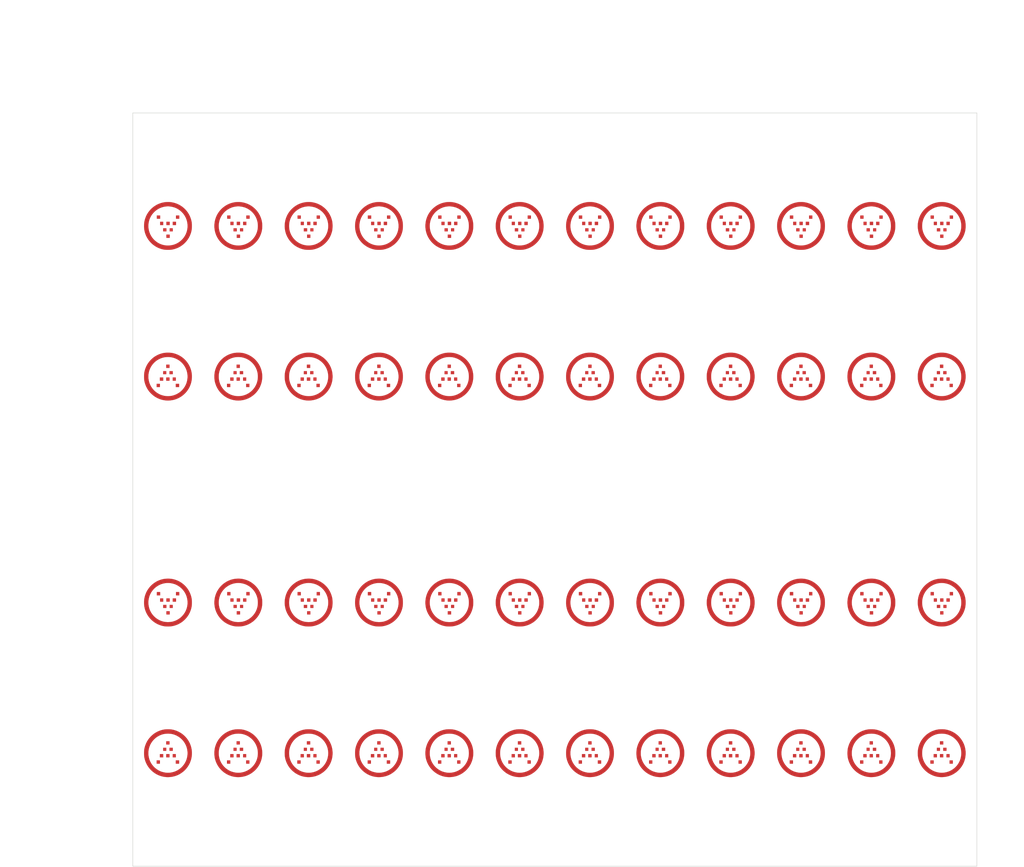
<source format=kicad_pcb>
(kicad_pcb (version 20171130) (host pcbnew "(5.1.4)-1")
  (layers (0 F.Cu signal) (31 B.Cu signal) (34 B.Paste user) (35 F.Paste user) (36 B.SilkS user) (37 F.SilkS user) (38 B.Mask user) (39 F.Mask user) (44 Edge.Cuts user))
  (net 0 "")
  (module locallib:ai-4.8-combined (layer F.Cu) (at 127 95)
    (fp_text reference G*** hide)
    (fp_text value LOGO hide)
    (fp_poly (pts (xy 0.003175 -2.377565) (xy 0.102469 -2.376468) (xy 0.191839 -2.373143) (xy 0.273913 -2.367265) (xy 0.351324 -2.358513) (xy 0.426702 -2.346562) (xy 0.502677 -2.331091) (xy 0.581881 -2.311776) (xy 0.618103 -2.302066) (xy 0.784941 -2.249875) (xy 0.946611 -2.186407) (xy 1.102502 -2.111978) (xy 1.251999 -2.026906) (xy 1.394491 -1.931508) (xy 1.516207 -1.837107) (xy 1.642342 -1.724527) (xy 1.760211 -1.603371) (xy 1.869268 -1.474493) (xy 1.968966 -1.338747) (xy 2.058757 -1.196987) (xy 2.138095 -1.050068) (xy 2.206433 -0.898843) (xy 2.263224 -0.744166) (xy 2.302227 -0.609758) (xy 2.328683 -0.497769) (xy 2.348971 -0.392221) (xy 2.363685 -0.288803) (xy 2.37342 -0.183206) (xy 2.378768 -0.071121) (xy 2.379291 -0.0508) (xy 2.377115 0.123837) (xy 2.36256 0.295664) (xy 2.335628 0.464656) (xy 2.296325 0.63079) (xy 2.244655 0.794043) (xy 2.193297 0.925189) (xy 2.170831 0.977401) (xy 2.151581 1.020727) (xy 2.134086 1.05809) (xy 2.116885 1.09241) (xy 2.098516 1.12661) (xy 2.07752 1.163612) (xy 2.05422 1.203325) (xy 1.958845 1.352341) (xy 1.854761 1.492122) (xy 1.741863 1.622771) (xy 1.620043 1.744397) (xy 1.489197 1.857103) (xy 1.349219 1.960998) (xy 1.203325 2.05422) (xy 1.161061 2.078995) (xy 1.12433 2.099776) (xy 1.090211 2.118024) (xy 1.055782 2.1352) (xy 1.01812 2.152765) (xy 0.974305 2.17218) (xy 0.925189 2.193297) (xy 0.848202 2.224935) (xy 0.777228 2.251366) (xy 0.707537 2.274156) (xy 0.634398 2.294871) (xy 0.568325 2.311457) (xy 0.436711 2.339901) (xy 0.311036 2.360442) (xy 0.187653 2.373514) (xy 0.062919 2.379548) (xy -0.009525 2.38001) (xy -0.0505 2.379598) (xy -0.088997 2.379034) (xy -0.122502 2.378367) (xy -0.148498 2.37765) (xy -0.164473 2.376932) (xy -0.1651 2.376886) (xy -0.33804 2.357725) (xy -0.508245 2.326536) (xy -0.67503 2.283573) (xy -0.837706 2.22909) (xy -0.995588 2.163341) (xy -1.147986 2.08658) (xy -1.294215 1.999061) (xy -1.414979 1.915036) (xy -1.553322 1.804359) (xy -1.681868 1.68567) (xy -1.80044 1.559231) (xy -1.908858 1.425305) (xy -2.006941 1.284154) (xy -2.094512 1.136041) (xy -2.17139 0.981228) (xy -2.237396 0.819977) (xy -2.29235 0.65255) (xy -2.302066 0.618103) (xy -2.323159 0.536668) (xy -2.340267 0.459608) (xy -2.353713 0.384293) (xy -2.363821 0.308093) (xy -2.370912 0.228376) (xy -2.375311 0.142511) (xy -2.37734 0.047869) (xy -2.377565 0.003175) (xy -2.377025 -0.041114) (xy -1.951365 -0.041114) (xy -1.951283 0.022996) (xy -1.94995 0.086728) (xy -1.947393 0.146829) (xy -1.943636 0.200047) (xy -1.94066 0.2286) (xy -1.915161 0.386438) (xy -1.877839 0.53973) (xy -1.82884 0.688177) (xy -1.768305 0.831478) (xy -1.696379 0.969335) (xy -1.613206 1.101447) (xy -1.518928 1.227514) (xy -1.41369 1.347237) (xy -1.395821 1.365808) (xy -1.288434 1.467467) (xy -1.171872 1.561816) (xy -1.048296 1.647271) (xy -0.919865 1.722253) (xy -0.883234 1.741202) (xy -0.823708 1.770522) (xy -0.771515 1.794697) (xy -0.723117 1.815151) (xy -0.674978 1.833307) (xy -0.62356 1.850586) (xy -0.5715 1.866581) (xy -0.42013 1.906112) (xy -0.271529 1.933672) (xy -0.124539 1.949371) (xy 0.022002 1.953313) (xy 0.169251 1.945608) (xy 0.222484 1.940024) (xy 0.37235 1.916869) (xy 0.516015 1.883422) (xy 0.655485 1.839082) (xy 0.792766 1.783251) (xy 0.870332 1.746292) (xy 1.006838 1.671557) (xy 1.134371 1.588569) (xy 1.253537 1.496779) (xy 1.364943 1.395639) (xy 1.469195 1.284603) (xy 1.566899 1.163122) (xy 1.653513 1.038607) (xy 1.673614 1.005654) (xy 1.697072 0.963951) (xy 1.722432 0.916397) (xy 1.748238 0.865885) (xy 1.773034 0.815311) (xy 1.795364 0.767573) (xy 1.813771 0.725565) (xy 1.824522 0.6985) (xy 1.874816 0.545267) (xy 1.912732 0.391076) (xy 1.938239 0.236359) (xy 1.951304 0.081551) (xy 1.951894 -0.072915) (xy 1.939977 -0.226607) (xy 1.915521 -0.379091) (xy 1.907678 -0.415925) (xy 1.880759 -0.52496) (xy 1.850113 -0.625906) (xy 1.814163 -0.723195) (xy 1.77133 -0.821255) (xy 1.741202 -0.883234) (xy 1.666239 -1.018313) (xy 1.580779 -1.146662) (xy 1.485438 -1.267706) (xy 1.380829 -1.380869) (xy 1.267568 -1.485575) (xy 1.146267 -1.581249) (xy 1.017541 -1.667313) (xy 0.882005 -1.743192) (xy 0.76666 -1.797217) (xy 0.629357 -1.850333) (xy 0.491314 -1.891931) (xy 0.350924 -1.922338) (xy 0.20658 -1.94188) (xy 0.056676 -1.950883) (xy 0.00635 -1.951595) (xy -0.152126 -1.946499) (xy -0.305428 -1.929983) (xy -0.454176 -1.901862) (xy -0.598989 -1.861947) (xy -0.740486 -1.810052) (xy -0.879285 -1.74599) (xy -1.016007 -1.669573) (xy -1.096565 -1.618205) (xy -1.208111 -1.536983) (xy -1.31547 -1.445378) (xy -1.417328 -1.344929) (xy -1.512372 -1.237176) (xy -1.599291 -1.123656) (xy -1.676772 -1.005908) (xy -1.743503 -0.885472) (xy -1.771339 -0.827136) (xy -1.820462 -0.711249) (xy -1.860647 -0.599858) (xy -1.892852 -0.4895) (xy -1.918036 -0.376709) (xy -1.937156 -0.258024) (xy -1.943877 -0.2032) (xy -1.947687 -0.157464) (xy -1.950175 -0.102352) (xy -1.951365 -0.041114) (xy -2.377025 -0.041114) (xy -2.376169 -0.111222) (xy -2.37147 -0.215915) (xy -2.36301 -0.313581) (xy -2.350332 -0.406892) (xy -2.332979 -0.498525) (xy -2.310491 -0.591153) (xy -2.282412 -0.687451) (xy -2.248283 -0.790094) (xy -2.235728 -0.8255) (xy -2.17302 -0.981276) (xy -2.098747 -1.131943) (xy -2.013063 -1.277292) (xy -1.916119 -1.417114) (xy -1.808067 -1.551198) (xy -1.689061 -1.679334) (xy -1.559254 -1.801313) (xy -1.473784 -1.873457) (xy -1.405121 -1.925852) (xy -1.32709 -1.979712) (xy -1.242602 -2.033271) (xy -1.154572 -2.084756) (xy -1.06591 -2.132401) (xy -0.979529 -2.174434) (xy -0.974725 -2.176629) (xy -0.918757 -2.200527) (xy -0.853812 -2.225636) (xy -0.783387 -2.250771) (xy -0.710977 -2.274751) (xy -0.640079 -2.296392) (xy -0.574189 -2.314509) (xy -0.548681 -2.320824) (xy -0.474101 -2.337438) (xy -0.402922 -2.350766) (xy -0.332518 -2.361079) (xy -0.260265 -2.368645) (xy -0.183538 -2.373735) (xy -0.099713 -2.376618) (xy -0.006164 -2.377566) (xy 0.003175 -2.377565)) (layer F.Cu) (width 0.01))
    (fp_poly (pts (xy -0.8001 1.0414) (xy -1.12395 1.0414) (xy -1.12395 0.71755) (xy -0.8001 0.71755) (xy -0.8001 1.0414)) (layer F.Cu) (width 0.01))
    (fp_poly (pts (xy 1.1049 1.0414) (xy 0.78105 1.0414) (xy 0.78105 0.71755) (xy 1.1049 0.71755) (xy 1.1049 1.0414)) (layer F.Cu) (width 0.01))
    (fp_poly (pts (xy -0.47625 0.41275) (xy -0.8001 0.41275) (xy -0.8001 0.0889) (xy -0.47625 0.0889) (xy -0.47625 0.41275)) (layer F.Cu) (width 0.01))
    (fp_poly (pts (xy 0.1524 0.41275) (xy -0.17145 0.41275) (xy -0.17145 0.0889) (xy 0.1524 0.0889) (xy 0.1524 0.41275)) (layer F.Cu) (width 0.01))
    (fp_poly (pts (xy 0.78105 0.41275) (xy 0.47625 0.41275) (xy 0.47625 0.0889) (xy 0.78105 0.0889) (xy 0.78105 0.41275)) (layer F.Cu) (width 0.01))
    (fp_poly (pts (xy -0.17145 -0.23495) (xy -0.47625 -0.23495) (xy -0.47625 -0.53975) (xy -0.17145 -0.53975) (xy -0.17145 -0.23495)) (layer F.Cu) (width 0.01))
    (fp_poly (pts (xy 0.47625 -0.23495) (xy 0.1524 -0.23495) (xy 0.1524 -0.53975) (xy 0.47625 -0.53975) (xy 0.47625 -0.23495)) (layer F.Cu) (width 0.01))
    (fp_poly (pts (xy 0.1524 -0.8636) (xy -0.17145 -0.8636) (xy -0.17145 -1.18745) (xy 0.1524 -1.18745) (xy 0.1524 -0.8636)) (layer F.Cu) (width 0.01))
  )
  (module locallib:ai-4.8-combined (layer F.Cu) (at 57 95)
    (fp_text reference G*** hide)
    (fp_text value LOGO hide)
    (fp_poly (pts (xy 0.1524 -0.8636) (xy -0.17145 -0.8636) (xy -0.17145 -1.18745) (xy 0.1524 -1.18745) (xy 0.1524 -0.8636)) (layer F.Cu) (width 0.01))
    (fp_poly (pts (xy 0.47625 -0.23495) (xy 0.1524 -0.23495) (xy 0.1524 -0.53975) (xy 0.47625 -0.53975) (xy 0.47625 -0.23495)) (layer F.Cu) (width 0.01))
    (fp_poly (pts (xy -0.17145 -0.23495) (xy -0.47625 -0.23495) (xy -0.47625 -0.53975) (xy -0.17145 -0.53975) (xy -0.17145 -0.23495)) (layer F.Cu) (width 0.01))
    (fp_poly (pts (xy 0.78105 0.41275) (xy 0.47625 0.41275) (xy 0.47625 0.0889) (xy 0.78105 0.0889) (xy 0.78105 0.41275)) (layer F.Cu) (width 0.01))
    (fp_poly (pts (xy 0.1524 0.41275) (xy -0.17145 0.41275) (xy -0.17145 0.0889) (xy 0.1524 0.0889) (xy 0.1524 0.41275)) (layer F.Cu) (width 0.01))
    (fp_poly (pts (xy -0.47625 0.41275) (xy -0.8001 0.41275) (xy -0.8001 0.0889) (xy -0.47625 0.0889) (xy -0.47625 0.41275)) (layer F.Cu) (width 0.01))
    (fp_poly (pts (xy 1.1049 1.0414) (xy 0.78105 1.0414) (xy 0.78105 0.71755) (xy 1.1049 0.71755) (xy 1.1049 1.0414)) (layer F.Cu) (width 0.01))
    (fp_poly (pts (xy -0.8001 1.0414) (xy -1.12395 1.0414) (xy -1.12395 0.71755) (xy -0.8001 0.71755) (xy -0.8001 1.0414)) (layer F.Cu) (width 0.01))
    (fp_poly (pts (xy 0.003175 -2.377565) (xy 0.102469 -2.376468) (xy 0.191839 -2.373143) (xy 0.273913 -2.367265) (xy 0.351324 -2.358513) (xy 0.426702 -2.346562) (xy 0.502677 -2.331091) (xy 0.581881 -2.311776) (xy 0.618103 -2.302066) (xy 0.784941 -2.249875) (xy 0.946611 -2.186407) (xy 1.102502 -2.111978) (xy 1.251999 -2.026906) (xy 1.394491 -1.931508) (xy 1.516207 -1.837107) (xy 1.642342 -1.724527) (xy 1.760211 -1.603371) (xy 1.869268 -1.474493) (xy 1.968966 -1.338747) (xy 2.058757 -1.196987) (xy 2.138095 -1.050068) (xy 2.206433 -0.898843) (xy 2.263224 -0.744166) (xy 2.302227 -0.609758) (xy 2.328683 -0.497769) (xy 2.348971 -0.392221) (xy 2.363685 -0.288803) (xy 2.37342 -0.183206) (xy 2.378768 -0.071121) (xy 2.379291 -0.0508) (xy 2.377115 0.123837) (xy 2.36256 0.295664) (xy 2.335628 0.464656) (xy 2.296325 0.63079) (xy 2.244655 0.794043) (xy 2.193297 0.925189) (xy 2.170831 0.977401) (xy 2.151581 1.020727) (xy 2.134086 1.05809) (xy 2.116885 1.09241) (xy 2.098516 1.12661) (xy 2.07752 1.163612) (xy 2.05422 1.203325) (xy 1.958845 1.352341) (xy 1.854761 1.492122) (xy 1.741863 1.622771) (xy 1.620043 1.744397) (xy 1.489197 1.857103) (xy 1.349219 1.960998) (xy 1.203325 2.05422) (xy 1.161061 2.078995) (xy 1.12433 2.099776) (xy 1.090211 2.118024) (xy 1.055782 2.1352) (xy 1.01812 2.152765) (xy 0.974305 2.17218) (xy 0.925189 2.193297) (xy 0.848202 2.224935) (xy 0.777228 2.251366) (xy 0.707537 2.274156) (xy 0.634398 2.294871) (xy 0.568325 2.311457) (xy 0.436711 2.339901) (xy 0.311036 2.360442) (xy 0.187653 2.373514) (xy 0.062919 2.379548) (xy -0.009525 2.38001) (xy -0.0505 2.379598) (xy -0.088997 2.379034) (xy -0.122502 2.378367) (xy -0.148498 2.37765) (xy -0.164473 2.376932) (xy -0.1651 2.376886) (xy -0.33804 2.357725) (xy -0.508245 2.326536) (xy -0.67503 2.283573) (xy -0.837706 2.22909) (xy -0.995588 2.163341) (xy -1.147986 2.08658) (xy -1.294215 1.999061) (xy -1.414979 1.915036) (xy -1.553322 1.804359) (xy -1.681868 1.68567) (xy -1.80044 1.559231) (xy -1.908858 1.425305) (xy -2.006941 1.284154) (xy -2.094512 1.136041) (xy -2.17139 0.981228) (xy -2.237396 0.819977) (xy -2.29235 0.65255) (xy -2.302066 0.618103) (xy -2.323159 0.536668) (xy -2.340267 0.459608) (xy -2.353713 0.384293) (xy -2.363821 0.308093) (xy -2.370912 0.228376) (xy -2.375311 0.142511) (xy -2.37734 0.047869) (xy -2.377565 0.003175) (xy -2.377025 -0.041114) (xy -1.951365 -0.041114) (xy -1.951283 0.022996) (xy -1.94995 0.086728) (xy -1.947393 0.146829) (xy -1.943636 0.200047) (xy -1.94066 0.2286) (xy -1.915161 0.386438) (xy -1.877839 0.53973) (xy -1.82884 0.688177) (xy -1.768305 0.831478) (xy -1.696379 0.969335) (xy -1.613206 1.101447) (xy -1.518928 1.227514) (xy -1.41369 1.347237) (xy -1.395821 1.365808) (xy -1.288434 1.467467) (xy -1.171872 1.561816) (xy -1.048296 1.647271) (xy -0.919865 1.722253) (xy -0.883234 1.741202) (xy -0.823708 1.770522) (xy -0.771515 1.794697) (xy -0.723117 1.815151) (xy -0.674978 1.833307) (xy -0.62356 1.850586) (xy -0.5715 1.866581) (xy -0.42013 1.906112) (xy -0.271529 1.933672) (xy -0.124539 1.949371) (xy 0.022002 1.953313) (xy 0.169251 1.945608) (xy 0.222484 1.940024) (xy 0.37235 1.916869) (xy 0.516015 1.883422) (xy 0.655485 1.839082) (xy 0.792766 1.783251) (xy 0.870332 1.746292) (xy 1.006838 1.671557) (xy 1.134371 1.588569) (xy 1.253537 1.496779) (xy 1.364943 1.395639) (xy 1.469195 1.284603) (xy 1.566899 1.163122) (xy 1.653513 1.038607) (xy 1.673614 1.005654) (xy 1.697072 0.963951) (xy 1.722432 0.916397) (xy 1.748238 0.865885) (xy 1.773034 0.815311) (xy 1.795364 0.767573) (xy 1.813771 0.725565) (xy 1.824522 0.6985) (xy 1.874816 0.545267) (xy 1.912732 0.391076) (xy 1.938239 0.236359) (xy 1.951304 0.081551) (xy 1.951894 -0.072915) (xy 1.939977 -0.226607) (xy 1.915521 -0.379091) (xy 1.907678 -0.415925) (xy 1.880759 -0.52496) (xy 1.850113 -0.625906) (xy 1.814163 -0.723195) (xy 1.77133 -0.821255) (xy 1.741202 -0.883234) (xy 1.666239 -1.018313) (xy 1.580779 -1.146662) (xy 1.485438 -1.267706) (xy 1.380829 -1.380869) (xy 1.267568 -1.485575) (xy 1.146267 -1.581249) (xy 1.017541 -1.667313) (xy 0.882005 -1.743192) (xy 0.76666 -1.797217) (xy 0.629357 -1.850333) (xy 0.491314 -1.891931) (xy 0.350924 -1.922338) (xy 0.20658 -1.94188) (xy 0.056676 -1.950883) (xy 0.00635 -1.951595) (xy -0.152126 -1.946499) (xy -0.305428 -1.929983) (xy -0.454176 -1.901862) (xy -0.598989 -1.861947) (xy -0.740486 -1.810052) (xy -0.879285 -1.74599) (xy -1.016007 -1.669573) (xy -1.096565 -1.618205) (xy -1.208111 -1.536983) (xy -1.31547 -1.445378) (xy -1.417328 -1.344929) (xy -1.512372 -1.237176) (xy -1.599291 -1.123656) (xy -1.676772 -1.005908) (xy -1.743503 -0.885472) (xy -1.771339 -0.827136) (xy -1.820462 -0.711249) (xy -1.860647 -0.599858) (xy -1.892852 -0.4895) (xy -1.918036 -0.376709) (xy -1.937156 -0.258024) (xy -1.943877 -0.2032) (xy -1.947687 -0.157464) (xy -1.950175 -0.102352) (xy -1.951365 -0.041114) (xy -2.377025 -0.041114) (xy -2.376169 -0.111222) (xy -2.37147 -0.215915) (xy -2.36301 -0.313581) (xy -2.350332 -0.406892) (xy -2.332979 -0.498525) (xy -2.310491 -0.591153) (xy -2.282412 -0.687451) (xy -2.248283 -0.790094) (xy -2.235728 -0.8255) (xy -2.17302 -0.981276) (xy -2.098747 -1.131943) (xy -2.013063 -1.277292) (xy -1.916119 -1.417114) (xy -1.808067 -1.551198) (xy -1.689061 -1.679334) (xy -1.559254 -1.801313) (xy -1.473784 -1.873457) (xy -1.405121 -1.925852) (xy -1.32709 -1.979712) (xy -1.242602 -2.033271) (xy -1.154572 -2.084756) (xy -1.06591 -2.132401) (xy -0.979529 -2.174434) (xy -0.974725 -2.176629) (xy -0.918757 -2.200527) (xy -0.853812 -2.225636) (xy -0.783387 -2.250771) (xy -0.710977 -2.274751) (xy -0.640079 -2.296392) (xy -0.574189 -2.314509) (xy -0.548681 -2.320824) (xy -0.474101 -2.337438) (xy -0.402922 -2.350766) (xy -0.332518 -2.361079) (xy -0.260265 -2.368645) (xy -0.183538 -2.373735) (xy -0.099713 -2.376618) (xy -0.006164 -2.377566) (xy 0.003175 -2.377565)) (layer F.Cu) (width 0.01))
  )
  (module locallib:ai-4.8-combined (layer F.Cu) (at 78 95)
    (fp_text reference G*** hide)
    (fp_text value LOGO hide)
    (fp_poly (pts (xy 0.1524 -0.8636) (xy -0.17145 -0.8636) (xy -0.17145 -1.18745) (xy 0.1524 -1.18745) (xy 0.1524 -0.8636)) (layer F.Cu) (width 0.01))
    (fp_poly (pts (xy 0.47625 -0.23495) (xy 0.1524 -0.23495) (xy 0.1524 -0.53975) (xy 0.47625 -0.53975) (xy 0.47625 -0.23495)) (layer F.Cu) (width 0.01))
    (fp_poly (pts (xy -0.17145 -0.23495) (xy -0.47625 -0.23495) (xy -0.47625 -0.53975) (xy -0.17145 -0.53975) (xy -0.17145 -0.23495)) (layer F.Cu) (width 0.01))
    (fp_poly (pts (xy 0.78105 0.41275) (xy 0.47625 0.41275) (xy 0.47625 0.0889) (xy 0.78105 0.0889) (xy 0.78105 0.41275)) (layer F.Cu) (width 0.01))
    (fp_poly (pts (xy 0.1524 0.41275) (xy -0.17145 0.41275) (xy -0.17145 0.0889) (xy 0.1524 0.0889) (xy 0.1524 0.41275)) (layer F.Cu) (width 0.01))
    (fp_poly (pts (xy -0.47625 0.41275) (xy -0.8001 0.41275) (xy -0.8001 0.0889) (xy -0.47625 0.0889) (xy -0.47625 0.41275)) (layer F.Cu) (width 0.01))
    (fp_poly (pts (xy 1.1049 1.0414) (xy 0.78105 1.0414) (xy 0.78105 0.71755) (xy 1.1049 0.71755) (xy 1.1049 1.0414)) (layer F.Cu) (width 0.01))
    (fp_poly (pts (xy -0.8001 1.0414) (xy -1.12395 1.0414) (xy -1.12395 0.71755) (xy -0.8001 0.71755) (xy -0.8001 1.0414)) (layer F.Cu) (width 0.01))
    (fp_poly (pts (xy 0.003175 -2.377565) (xy 0.102469 -2.376468) (xy 0.191839 -2.373143) (xy 0.273913 -2.367265) (xy 0.351324 -2.358513) (xy 0.426702 -2.346562) (xy 0.502677 -2.331091) (xy 0.581881 -2.311776) (xy 0.618103 -2.302066) (xy 0.784941 -2.249875) (xy 0.946611 -2.186407) (xy 1.102502 -2.111978) (xy 1.251999 -2.026906) (xy 1.394491 -1.931508) (xy 1.516207 -1.837107) (xy 1.642342 -1.724527) (xy 1.760211 -1.603371) (xy 1.869268 -1.474493) (xy 1.968966 -1.338747) (xy 2.058757 -1.196987) (xy 2.138095 -1.050068) (xy 2.206433 -0.898843) (xy 2.263224 -0.744166) (xy 2.302227 -0.609758) (xy 2.328683 -0.497769) (xy 2.348971 -0.392221) (xy 2.363685 -0.288803) (xy 2.37342 -0.183206) (xy 2.378768 -0.071121) (xy 2.379291 -0.0508) (xy 2.377115 0.123837) (xy 2.36256 0.295664) (xy 2.335628 0.464656) (xy 2.296325 0.63079) (xy 2.244655 0.794043) (xy 2.193297 0.925189) (xy 2.170831 0.977401) (xy 2.151581 1.020727) (xy 2.134086 1.05809) (xy 2.116885 1.09241) (xy 2.098516 1.12661) (xy 2.07752 1.163612) (xy 2.05422 1.203325) (xy 1.958845 1.352341) (xy 1.854761 1.492122) (xy 1.741863 1.622771) (xy 1.620043 1.744397) (xy 1.489197 1.857103) (xy 1.349219 1.960998) (xy 1.203325 2.05422) (xy 1.161061 2.078995) (xy 1.12433 2.099776) (xy 1.090211 2.118024) (xy 1.055782 2.1352) (xy 1.01812 2.152765) (xy 0.974305 2.17218) (xy 0.925189 2.193297) (xy 0.848202 2.224935) (xy 0.777228 2.251366) (xy 0.707537 2.274156) (xy 0.634398 2.294871) (xy 0.568325 2.311457) (xy 0.436711 2.339901) (xy 0.311036 2.360442) (xy 0.187653 2.373514) (xy 0.062919 2.379548) (xy -0.009525 2.38001) (xy -0.0505 2.379598) (xy -0.088997 2.379034) (xy -0.122502 2.378367) (xy -0.148498 2.37765) (xy -0.164473 2.376932) (xy -0.1651 2.376886) (xy -0.33804 2.357725) (xy -0.508245 2.326536) (xy -0.67503 2.283573) (xy -0.837706 2.22909) (xy -0.995588 2.163341) (xy -1.147986 2.08658) (xy -1.294215 1.999061) (xy -1.414979 1.915036) (xy -1.553322 1.804359) (xy -1.681868 1.68567) (xy -1.80044 1.559231) (xy -1.908858 1.425305) (xy -2.006941 1.284154) (xy -2.094512 1.136041) (xy -2.17139 0.981228) (xy -2.237396 0.819977) (xy -2.29235 0.65255) (xy -2.302066 0.618103) (xy -2.323159 0.536668) (xy -2.340267 0.459608) (xy -2.353713 0.384293) (xy -2.363821 0.308093) (xy -2.370912 0.228376) (xy -2.375311 0.142511) (xy -2.37734 0.047869) (xy -2.377565 0.003175) (xy -2.377025 -0.041114) (xy -1.951365 -0.041114) (xy -1.951283 0.022996) (xy -1.94995 0.086728) (xy -1.947393 0.146829) (xy -1.943636 0.200047) (xy -1.94066 0.2286) (xy -1.915161 0.386438) (xy -1.877839 0.53973) (xy -1.82884 0.688177) (xy -1.768305 0.831478) (xy -1.696379 0.969335) (xy -1.613206 1.101447) (xy -1.518928 1.227514) (xy -1.41369 1.347237) (xy -1.395821 1.365808) (xy -1.288434 1.467467) (xy -1.171872 1.561816) (xy -1.048296 1.647271) (xy -0.919865 1.722253) (xy -0.883234 1.741202) (xy -0.823708 1.770522) (xy -0.771515 1.794697) (xy -0.723117 1.815151) (xy -0.674978 1.833307) (xy -0.62356 1.850586) (xy -0.5715 1.866581) (xy -0.42013 1.906112) (xy -0.271529 1.933672) (xy -0.124539 1.949371) (xy 0.022002 1.953313) (xy 0.169251 1.945608) (xy 0.222484 1.940024) (xy 0.37235 1.916869) (xy 0.516015 1.883422) (xy 0.655485 1.839082) (xy 0.792766 1.783251) (xy 0.870332 1.746292) (xy 1.006838 1.671557) (xy 1.134371 1.588569) (xy 1.253537 1.496779) (xy 1.364943 1.395639) (xy 1.469195 1.284603) (xy 1.566899 1.163122) (xy 1.653513 1.038607) (xy 1.673614 1.005654) (xy 1.697072 0.963951) (xy 1.722432 0.916397) (xy 1.748238 0.865885) (xy 1.773034 0.815311) (xy 1.795364 0.767573) (xy 1.813771 0.725565) (xy 1.824522 0.6985) (xy 1.874816 0.545267) (xy 1.912732 0.391076) (xy 1.938239 0.236359) (xy 1.951304 0.081551) (xy 1.951894 -0.072915) (xy 1.939977 -0.226607) (xy 1.915521 -0.379091) (xy 1.907678 -0.415925) (xy 1.880759 -0.52496) (xy 1.850113 -0.625906) (xy 1.814163 -0.723195) (xy 1.77133 -0.821255) (xy 1.741202 -0.883234) (xy 1.666239 -1.018313) (xy 1.580779 -1.146662) (xy 1.485438 -1.267706) (xy 1.380829 -1.380869) (xy 1.267568 -1.485575) (xy 1.146267 -1.581249) (xy 1.017541 -1.667313) (xy 0.882005 -1.743192) (xy 0.76666 -1.797217) (xy 0.629357 -1.850333) (xy 0.491314 -1.891931) (xy 0.350924 -1.922338) (xy 0.20658 -1.94188) (xy 0.056676 -1.950883) (xy 0.00635 -1.951595) (xy -0.152126 -1.946499) (xy -0.305428 -1.929983) (xy -0.454176 -1.901862) (xy -0.598989 -1.861947) (xy -0.740486 -1.810052) (xy -0.879285 -1.74599) (xy -1.016007 -1.669573) (xy -1.096565 -1.618205) (xy -1.208111 -1.536983) (xy -1.31547 -1.445378) (xy -1.417328 -1.344929) (xy -1.512372 -1.237176) (xy -1.599291 -1.123656) (xy -1.676772 -1.005908) (xy -1.743503 -0.885472) (xy -1.771339 -0.827136) (xy -1.820462 -0.711249) (xy -1.860647 -0.599858) (xy -1.892852 -0.4895) (xy -1.918036 -0.376709) (xy -1.937156 -0.258024) (xy -1.943877 -0.2032) (xy -1.947687 -0.157464) (xy -1.950175 -0.102352) (xy -1.951365 -0.041114) (xy -2.377025 -0.041114) (xy -2.376169 -0.111222) (xy -2.37147 -0.215915) (xy -2.36301 -0.313581) (xy -2.350332 -0.406892) (xy -2.332979 -0.498525) (xy -2.310491 -0.591153) (xy -2.282412 -0.687451) (xy -2.248283 -0.790094) (xy -2.235728 -0.8255) (xy -2.17302 -0.981276) (xy -2.098747 -1.131943) (xy -2.013063 -1.277292) (xy -1.916119 -1.417114) (xy -1.808067 -1.551198) (xy -1.689061 -1.679334) (xy -1.559254 -1.801313) (xy -1.473784 -1.873457) (xy -1.405121 -1.925852) (xy -1.32709 -1.979712) (xy -1.242602 -2.033271) (xy -1.154572 -2.084756) (xy -1.06591 -2.132401) (xy -0.979529 -2.174434) (xy -0.974725 -2.176629) (xy -0.918757 -2.200527) (xy -0.853812 -2.225636) (xy -0.783387 -2.250771) (xy -0.710977 -2.274751) (xy -0.640079 -2.296392) (xy -0.574189 -2.314509) (xy -0.548681 -2.320824) (xy -0.474101 -2.337438) (xy -0.402922 -2.350766) (xy -0.332518 -2.361079) (xy -0.260265 -2.368645) (xy -0.183538 -2.373735) (xy -0.099713 -2.376618) (xy -0.006164 -2.377566) (xy 0.003175 -2.377565)) (layer F.Cu) (width 0.01))
  )
  (module locallib:ai-4.8-combined (layer F.Cu) (at 113 95)
    (fp_text reference G*** hide)
    (fp_text value LOGO hide)
    (fp_poly (pts (xy 0.1524 -0.8636) (xy -0.17145 -0.8636) (xy -0.17145 -1.18745) (xy 0.1524 -1.18745) (xy 0.1524 -0.8636)) (layer F.Cu) (width 0.01))
    (fp_poly (pts (xy 0.47625 -0.23495) (xy 0.1524 -0.23495) (xy 0.1524 -0.53975) (xy 0.47625 -0.53975) (xy 0.47625 -0.23495)) (layer F.Cu) (width 0.01))
    (fp_poly (pts (xy -0.17145 -0.23495) (xy -0.47625 -0.23495) (xy -0.47625 -0.53975) (xy -0.17145 -0.53975) (xy -0.17145 -0.23495)) (layer F.Cu) (width 0.01))
    (fp_poly (pts (xy 0.78105 0.41275) (xy 0.47625 0.41275) (xy 0.47625 0.0889) (xy 0.78105 0.0889) (xy 0.78105 0.41275)) (layer F.Cu) (width 0.01))
    (fp_poly (pts (xy 0.1524 0.41275) (xy -0.17145 0.41275) (xy -0.17145 0.0889) (xy 0.1524 0.0889) (xy 0.1524 0.41275)) (layer F.Cu) (width 0.01))
    (fp_poly (pts (xy -0.47625 0.41275) (xy -0.8001 0.41275) (xy -0.8001 0.0889) (xy -0.47625 0.0889) (xy -0.47625 0.41275)) (layer F.Cu) (width 0.01))
    (fp_poly (pts (xy 1.1049 1.0414) (xy 0.78105 1.0414) (xy 0.78105 0.71755) (xy 1.1049 0.71755) (xy 1.1049 1.0414)) (layer F.Cu) (width 0.01))
    (fp_poly (pts (xy -0.8001 1.0414) (xy -1.12395 1.0414) (xy -1.12395 0.71755) (xy -0.8001 0.71755) (xy -0.8001 1.0414)) (layer F.Cu) (width 0.01))
    (fp_poly (pts (xy 0.003175 -2.377565) (xy 0.102469 -2.376468) (xy 0.191839 -2.373143) (xy 0.273913 -2.367265) (xy 0.351324 -2.358513) (xy 0.426702 -2.346562) (xy 0.502677 -2.331091) (xy 0.581881 -2.311776) (xy 0.618103 -2.302066) (xy 0.784941 -2.249875) (xy 0.946611 -2.186407) (xy 1.102502 -2.111978) (xy 1.251999 -2.026906) (xy 1.394491 -1.931508) (xy 1.516207 -1.837107) (xy 1.642342 -1.724527) (xy 1.760211 -1.603371) (xy 1.869268 -1.474493) (xy 1.968966 -1.338747) (xy 2.058757 -1.196987) (xy 2.138095 -1.050068) (xy 2.206433 -0.898843) (xy 2.263224 -0.744166) (xy 2.302227 -0.609758) (xy 2.328683 -0.497769) (xy 2.348971 -0.392221) (xy 2.363685 -0.288803) (xy 2.37342 -0.183206) (xy 2.378768 -0.071121) (xy 2.379291 -0.0508) (xy 2.377115 0.123837) (xy 2.36256 0.295664) (xy 2.335628 0.464656) (xy 2.296325 0.63079) (xy 2.244655 0.794043) (xy 2.193297 0.925189) (xy 2.170831 0.977401) (xy 2.151581 1.020727) (xy 2.134086 1.05809) (xy 2.116885 1.09241) (xy 2.098516 1.12661) (xy 2.07752 1.163612) (xy 2.05422 1.203325) (xy 1.958845 1.352341) (xy 1.854761 1.492122) (xy 1.741863 1.622771) (xy 1.620043 1.744397) (xy 1.489197 1.857103) (xy 1.349219 1.960998) (xy 1.203325 2.05422) (xy 1.161061 2.078995) (xy 1.12433 2.099776) (xy 1.090211 2.118024) (xy 1.055782 2.1352) (xy 1.01812 2.152765) (xy 0.974305 2.17218) (xy 0.925189 2.193297) (xy 0.848202 2.224935) (xy 0.777228 2.251366) (xy 0.707537 2.274156) (xy 0.634398 2.294871) (xy 0.568325 2.311457) (xy 0.436711 2.339901) (xy 0.311036 2.360442) (xy 0.187653 2.373514) (xy 0.062919 2.379548) (xy -0.009525 2.38001) (xy -0.0505 2.379598) (xy -0.088997 2.379034) (xy -0.122502 2.378367) (xy -0.148498 2.37765) (xy -0.164473 2.376932) (xy -0.1651 2.376886) (xy -0.33804 2.357725) (xy -0.508245 2.326536) (xy -0.67503 2.283573) (xy -0.837706 2.22909) (xy -0.995588 2.163341) (xy -1.147986 2.08658) (xy -1.294215 1.999061) (xy -1.414979 1.915036) (xy -1.553322 1.804359) (xy -1.681868 1.68567) (xy -1.80044 1.559231) (xy -1.908858 1.425305) (xy -2.006941 1.284154) (xy -2.094512 1.136041) (xy -2.17139 0.981228) (xy -2.237396 0.819977) (xy -2.29235 0.65255) (xy -2.302066 0.618103) (xy -2.323159 0.536668) (xy -2.340267 0.459608) (xy -2.353713 0.384293) (xy -2.363821 0.308093) (xy -2.370912 0.228376) (xy -2.375311 0.142511) (xy -2.37734 0.047869) (xy -2.377565 0.003175) (xy -2.377025 -0.041114) (xy -1.951365 -0.041114) (xy -1.951283 0.022996) (xy -1.94995 0.086728) (xy -1.947393 0.146829) (xy -1.943636 0.200047) (xy -1.94066 0.2286) (xy -1.915161 0.386438) (xy -1.877839 0.53973) (xy -1.82884 0.688177) (xy -1.768305 0.831478) (xy -1.696379 0.969335) (xy -1.613206 1.101447) (xy -1.518928 1.227514) (xy -1.41369 1.347237) (xy -1.395821 1.365808) (xy -1.288434 1.467467) (xy -1.171872 1.561816) (xy -1.048296 1.647271) (xy -0.919865 1.722253) (xy -0.883234 1.741202) (xy -0.823708 1.770522) (xy -0.771515 1.794697) (xy -0.723117 1.815151) (xy -0.674978 1.833307) (xy -0.62356 1.850586) (xy -0.5715 1.866581) (xy -0.42013 1.906112) (xy -0.271529 1.933672) (xy -0.124539 1.949371) (xy 0.022002 1.953313) (xy 0.169251 1.945608) (xy 0.222484 1.940024) (xy 0.37235 1.916869) (xy 0.516015 1.883422) (xy 0.655485 1.839082) (xy 0.792766 1.783251) (xy 0.870332 1.746292) (xy 1.006838 1.671557) (xy 1.134371 1.588569) (xy 1.253537 1.496779) (xy 1.364943 1.395639) (xy 1.469195 1.284603) (xy 1.566899 1.163122) (xy 1.653513 1.038607) (xy 1.673614 1.005654) (xy 1.697072 0.963951) (xy 1.722432 0.916397) (xy 1.748238 0.865885) (xy 1.773034 0.815311) (xy 1.795364 0.767573) (xy 1.813771 0.725565) (xy 1.824522 0.6985) (xy 1.874816 0.545267) (xy 1.912732 0.391076) (xy 1.938239 0.236359) (xy 1.951304 0.081551) (xy 1.951894 -0.072915) (xy 1.939977 -0.226607) (xy 1.915521 -0.379091) (xy 1.907678 -0.415925) (xy 1.880759 -0.52496) (xy 1.850113 -0.625906) (xy 1.814163 -0.723195) (xy 1.77133 -0.821255) (xy 1.741202 -0.883234) (xy 1.666239 -1.018313) (xy 1.580779 -1.146662) (xy 1.485438 -1.267706) (xy 1.380829 -1.380869) (xy 1.267568 -1.485575) (xy 1.146267 -1.581249) (xy 1.017541 -1.667313) (xy 0.882005 -1.743192) (xy 0.76666 -1.797217) (xy 0.629357 -1.850333) (xy 0.491314 -1.891931) (xy 0.350924 -1.922338) (xy 0.20658 -1.94188) (xy 0.056676 -1.950883) (xy 0.00635 -1.951595) (xy -0.152126 -1.946499) (xy -0.305428 -1.929983) (xy -0.454176 -1.901862) (xy -0.598989 -1.861947) (xy -0.740486 -1.810052) (xy -0.879285 -1.74599) (xy -1.016007 -1.669573) (xy -1.096565 -1.618205) (xy -1.208111 -1.536983) (xy -1.31547 -1.445378) (xy -1.417328 -1.344929) (xy -1.512372 -1.237176) (xy -1.599291 -1.123656) (xy -1.676772 -1.005908) (xy -1.743503 -0.885472) (xy -1.771339 -0.827136) (xy -1.820462 -0.711249) (xy -1.860647 -0.599858) (xy -1.892852 -0.4895) (xy -1.918036 -0.376709) (xy -1.937156 -0.258024) (xy -1.943877 -0.2032) (xy -1.947687 -0.157464) (xy -1.950175 -0.102352) (xy -1.951365 -0.041114) (xy -2.377025 -0.041114) (xy -2.376169 -0.111222) (xy -2.37147 -0.215915) (xy -2.36301 -0.313581) (xy -2.350332 -0.406892) (xy -2.332979 -0.498525) (xy -2.310491 -0.591153) (xy -2.282412 -0.687451) (xy -2.248283 -0.790094) (xy -2.235728 -0.8255) (xy -2.17302 -0.981276) (xy -2.098747 -1.131943) (xy -2.013063 -1.277292) (xy -1.916119 -1.417114) (xy -1.808067 -1.551198) (xy -1.689061 -1.679334) (xy -1.559254 -1.801313) (xy -1.473784 -1.873457) (xy -1.405121 -1.925852) (xy -1.32709 -1.979712) (xy -1.242602 -2.033271) (xy -1.154572 -2.084756) (xy -1.06591 -2.132401) (xy -0.979529 -2.174434) (xy -0.974725 -2.176629) (xy -0.918757 -2.200527) (xy -0.853812 -2.225636) (xy -0.783387 -2.250771) (xy -0.710977 -2.274751) (xy -0.640079 -2.296392) (xy -0.574189 -2.314509) (xy -0.548681 -2.320824) (xy -0.474101 -2.337438) (xy -0.402922 -2.350766) (xy -0.332518 -2.361079) (xy -0.260265 -2.368645) (xy -0.183538 -2.373735) (xy -0.099713 -2.376618) (xy -0.006164 -2.377566) (xy 0.003175 -2.377565)) (layer F.Cu) (width 0.01))
  )
  (module locallib:ai-4.8-combined (layer F.Cu) (at 120 95)
    (fp_text reference G*** hide)
    (fp_text value LOGO hide)
    (fp_poly (pts (xy 0.1524 -0.8636) (xy -0.17145 -0.8636) (xy -0.17145 -1.18745) (xy 0.1524 -1.18745) (xy 0.1524 -0.8636)) (layer F.Cu) (width 0.01))
    (fp_poly (pts (xy 0.47625 -0.23495) (xy 0.1524 -0.23495) (xy 0.1524 -0.53975) (xy 0.47625 -0.53975) (xy 0.47625 -0.23495)) (layer F.Cu) (width 0.01))
    (fp_poly (pts (xy -0.17145 -0.23495) (xy -0.47625 -0.23495) (xy -0.47625 -0.53975) (xy -0.17145 -0.53975) (xy -0.17145 -0.23495)) (layer F.Cu) (width 0.01))
    (fp_poly (pts (xy 0.78105 0.41275) (xy 0.47625 0.41275) (xy 0.47625 0.0889) (xy 0.78105 0.0889) (xy 0.78105 0.41275)) (layer F.Cu) (width 0.01))
    (fp_poly (pts (xy 0.1524 0.41275) (xy -0.17145 0.41275) (xy -0.17145 0.0889) (xy 0.1524 0.0889) (xy 0.1524 0.41275)) (layer F.Cu) (width 0.01))
    (fp_poly (pts (xy -0.47625 0.41275) (xy -0.8001 0.41275) (xy -0.8001 0.0889) (xy -0.47625 0.0889) (xy -0.47625 0.41275)) (layer F.Cu) (width 0.01))
    (fp_poly (pts (xy 1.1049 1.0414) (xy 0.78105 1.0414) (xy 0.78105 0.71755) (xy 1.1049 0.71755) (xy 1.1049 1.0414)) (layer F.Cu) (width 0.01))
    (fp_poly (pts (xy -0.8001 1.0414) (xy -1.12395 1.0414) (xy -1.12395 0.71755) (xy -0.8001 0.71755) (xy -0.8001 1.0414)) (layer F.Cu) (width 0.01))
    (fp_poly (pts (xy 0.003175 -2.377565) (xy 0.102469 -2.376468) (xy 0.191839 -2.373143) (xy 0.273913 -2.367265) (xy 0.351324 -2.358513) (xy 0.426702 -2.346562) (xy 0.502677 -2.331091) (xy 0.581881 -2.311776) (xy 0.618103 -2.302066) (xy 0.784941 -2.249875) (xy 0.946611 -2.186407) (xy 1.102502 -2.111978) (xy 1.251999 -2.026906) (xy 1.394491 -1.931508) (xy 1.516207 -1.837107) (xy 1.642342 -1.724527) (xy 1.760211 -1.603371) (xy 1.869268 -1.474493) (xy 1.968966 -1.338747) (xy 2.058757 -1.196987) (xy 2.138095 -1.050068) (xy 2.206433 -0.898843) (xy 2.263224 -0.744166) (xy 2.302227 -0.609758) (xy 2.328683 -0.497769) (xy 2.348971 -0.392221) (xy 2.363685 -0.288803) (xy 2.37342 -0.183206) (xy 2.378768 -0.071121) (xy 2.379291 -0.0508) (xy 2.377115 0.123837) (xy 2.36256 0.295664) (xy 2.335628 0.464656) (xy 2.296325 0.63079) (xy 2.244655 0.794043) (xy 2.193297 0.925189) (xy 2.170831 0.977401) (xy 2.151581 1.020727) (xy 2.134086 1.05809) (xy 2.116885 1.09241) (xy 2.098516 1.12661) (xy 2.07752 1.163612) (xy 2.05422 1.203325) (xy 1.958845 1.352341) (xy 1.854761 1.492122) (xy 1.741863 1.622771) (xy 1.620043 1.744397) (xy 1.489197 1.857103) (xy 1.349219 1.960998) (xy 1.203325 2.05422) (xy 1.161061 2.078995) (xy 1.12433 2.099776) (xy 1.090211 2.118024) (xy 1.055782 2.1352) (xy 1.01812 2.152765) (xy 0.974305 2.17218) (xy 0.925189 2.193297) (xy 0.848202 2.224935) (xy 0.777228 2.251366) (xy 0.707537 2.274156) (xy 0.634398 2.294871) (xy 0.568325 2.311457) (xy 0.436711 2.339901) (xy 0.311036 2.360442) (xy 0.187653 2.373514) (xy 0.062919 2.379548) (xy -0.009525 2.38001) (xy -0.0505 2.379598) (xy -0.088997 2.379034) (xy -0.122502 2.378367) (xy -0.148498 2.37765) (xy -0.164473 2.376932) (xy -0.1651 2.376886) (xy -0.33804 2.357725) (xy -0.508245 2.326536) (xy -0.67503 2.283573) (xy -0.837706 2.22909) (xy -0.995588 2.163341) (xy -1.147986 2.08658) (xy -1.294215 1.999061) (xy -1.414979 1.915036) (xy -1.553322 1.804359) (xy -1.681868 1.68567) (xy -1.80044 1.559231) (xy -1.908858 1.425305) (xy -2.006941 1.284154) (xy -2.094512 1.136041) (xy -2.17139 0.981228) (xy -2.237396 0.819977) (xy -2.29235 0.65255) (xy -2.302066 0.618103) (xy -2.323159 0.536668) (xy -2.340267 0.459608) (xy -2.353713 0.384293) (xy -2.363821 0.308093) (xy -2.370912 0.228376) (xy -2.375311 0.142511) (xy -2.37734 0.047869) (xy -2.377565 0.003175) (xy -2.377025 -0.041114) (xy -1.951365 -0.041114) (xy -1.951283 0.022996) (xy -1.94995 0.086728) (xy -1.947393 0.146829) (xy -1.943636 0.200047) (xy -1.94066 0.2286) (xy -1.915161 0.386438) (xy -1.877839 0.53973) (xy -1.82884 0.688177) (xy -1.768305 0.831478) (xy -1.696379 0.969335) (xy -1.613206 1.101447) (xy -1.518928 1.227514) (xy -1.41369 1.347237) (xy -1.395821 1.365808) (xy -1.288434 1.467467) (xy -1.171872 1.561816) (xy -1.048296 1.647271) (xy -0.919865 1.722253) (xy -0.883234 1.741202) (xy -0.823708 1.770522) (xy -0.771515 1.794697) (xy -0.723117 1.815151) (xy -0.674978 1.833307) (xy -0.62356 1.850586) (xy -0.5715 1.866581) (xy -0.42013 1.906112) (xy -0.271529 1.933672) (xy -0.124539 1.949371) (xy 0.022002 1.953313) (xy 0.169251 1.945608) (xy 0.222484 1.940024) (xy 0.37235 1.916869) (xy 0.516015 1.883422) (xy 0.655485 1.839082) (xy 0.792766 1.783251) (xy 0.870332 1.746292) (xy 1.006838 1.671557) (xy 1.134371 1.588569) (xy 1.253537 1.496779) (xy 1.364943 1.395639) (xy 1.469195 1.284603) (xy 1.566899 1.163122) (xy 1.653513 1.038607) (xy 1.673614 1.005654) (xy 1.697072 0.963951) (xy 1.722432 0.916397) (xy 1.748238 0.865885) (xy 1.773034 0.815311) (xy 1.795364 0.767573) (xy 1.813771 0.725565) (xy 1.824522 0.6985) (xy 1.874816 0.545267) (xy 1.912732 0.391076) (xy 1.938239 0.236359) (xy 1.951304 0.081551) (xy 1.951894 -0.072915) (xy 1.939977 -0.226607) (xy 1.915521 -0.379091) (xy 1.907678 -0.415925) (xy 1.880759 -0.52496) (xy 1.850113 -0.625906) (xy 1.814163 -0.723195) (xy 1.77133 -0.821255) (xy 1.741202 -0.883234) (xy 1.666239 -1.018313) (xy 1.580779 -1.146662) (xy 1.485438 -1.267706) (xy 1.380829 -1.380869) (xy 1.267568 -1.485575) (xy 1.146267 -1.581249) (xy 1.017541 -1.667313) (xy 0.882005 -1.743192) (xy 0.76666 -1.797217) (xy 0.629357 -1.850333) (xy 0.491314 -1.891931) (xy 0.350924 -1.922338) (xy 0.20658 -1.94188) (xy 0.056676 -1.950883) (xy 0.00635 -1.951595) (xy -0.152126 -1.946499) (xy -0.305428 -1.929983) (xy -0.454176 -1.901862) (xy -0.598989 -1.861947) (xy -0.740486 -1.810052) (xy -0.879285 -1.74599) (xy -1.016007 -1.669573) (xy -1.096565 -1.618205) (xy -1.208111 -1.536983) (xy -1.31547 -1.445378) (xy -1.417328 -1.344929) (xy -1.512372 -1.237176) (xy -1.599291 -1.123656) (xy -1.676772 -1.005908) (xy -1.743503 -0.885472) (xy -1.771339 -0.827136) (xy -1.820462 -0.711249) (xy -1.860647 -0.599858) (xy -1.892852 -0.4895) (xy -1.918036 -0.376709) (xy -1.937156 -0.258024) (xy -1.943877 -0.2032) (xy -1.947687 -0.157464) (xy -1.950175 -0.102352) (xy -1.951365 -0.041114) (xy -2.377025 -0.041114) (xy -2.376169 -0.111222) (xy -2.37147 -0.215915) (xy -2.36301 -0.313581) (xy -2.350332 -0.406892) (xy -2.332979 -0.498525) (xy -2.310491 -0.591153) (xy -2.282412 -0.687451) (xy -2.248283 -0.790094) (xy -2.235728 -0.8255) (xy -2.17302 -0.981276) (xy -2.098747 -1.131943) (xy -2.013063 -1.277292) (xy -1.916119 -1.417114) (xy -1.808067 -1.551198) (xy -1.689061 -1.679334) (xy -1.559254 -1.801313) (xy -1.473784 -1.873457) (xy -1.405121 -1.925852) (xy -1.32709 -1.979712) (xy -1.242602 -2.033271) (xy -1.154572 -2.084756) (xy -1.06591 -2.132401) (xy -0.979529 -2.174434) (xy -0.974725 -2.176629) (xy -0.918757 -2.200527) (xy -0.853812 -2.225636) (xy -0.783387 -2.250771) (xy -0.710977 -2.274751) (xy -0.640079 -2.296392) (xy -0.574189 -2.314509) (xy -0.548681 -2.320824) (xy -0.474101 -2.337438) (xy -0.402922 -2.350766) (xy -0.332518 -2.361079) (xy -0.260265 -2.368645) (xy -0.183538 -2.373735) (xy -0.099713 -2.376618) (xy -0.006164 -2.377566) (xy 0.003175 -2.377565)) (layer F.Cu) (width 0.01))
  )
  (module locallib:ai-4.8-combined (layer F.Cu) (at 50 95)
    (fp_text reference G*** hide)
    (fp_text value LOGO hide)
    (fp_poly (pts (xy 0.1524 -0.8636) (xy -0.17145 -0.8636) (xy -0.17145 -1.18745) (xy 0.1524 -1.18745) (xy 0.1524 -0.8636)) (layer F.Cu) (width 0.01))
    (fp_poly (pts (xy 0.47625 -0.23495) (xy 0.1524 -0.23495) (xy 0.1524 -0.53975) (xy 0.47625 -0.53975) (xy 0.47625 -0.23495)) (layer F.Cu) (width 0.01))
    (fp_poly (pts (xy -0.17145 -0.23495) (xy -0.47625 -0.23495) (xy -0.47625 -0.53975) (xy -0.17145 -0.53975) (xy -0.17145 -0.23495)) (layer F.Cu) (width 0.01))
    (fp_poly (pts (xy 0.78105 0.41275) (xy 0.47625 0.41275) (xy 0.47625 0.0889) (xy 0.78105 0.0889) (xy 0.78105 0.41275)) (layer F.Cu) (width 0.01))
    (fp_poly (pts (xy 0.1524 0.41275) (xy -0.17145 0.41275) (xy -0.17145 0.0889) (xy 0.1524 0.0889) (xy 0.1524 0.41275)) (layer F.Cu) (width 0.01))
    (fp_poly (pts (xy -0.47625 0.41275) (xy -0.8001 0.41275) (xy -0.8001 0.0889) (xy -0.47625 0.0889) (xy -0.47625 0.41275)) (layer F.Cu) (width 0.01))
    (fp_poly (pts (xy 1.1049 1.0414) (xy 0.78105 1.0414) (xy 0.78105 0.71755) (xy 1.1049 0.71755) (xy 1.1049 1.0414)) (layer F.Cu) (width 0.01))
    (fp_poly (pts (xy -0.8001 1.0414) (xy -1.12395 1.0414) (xy -1.12395 0.71755) (xy -0.8001 0.71755) (xy -0.8001 1.0414)) (layer F.Cu) (width 0.01))
    (fp_poly (pts (xy 0.003175 -2.377565) (xy 0.102469 -2.376468) (xy 0.191839 -2.373143) (xy 0.273913 -2.367265) (xy 0.351324 -2.358513) (xy 0.426702 -2.346562) (xy 0.502677 -2.331091) (xy 0.581881 -2.311776) (xy 0.618103 -2.302066) (xy 0.784941 -2.249875) (xy 0.946611 -2.186407) (xy 1.102502 -2.111978) (xy 1.251999 -2.026906) (xy 1.394491 -1.931508) (xy 1.516207 -1.837107) (xy 1.642342 -1.724527) (xy 1.760211 -1.603371) (xy 1.869268 -1.474493) (xy 1.968966 -1.338747) (xy 2.058757 -1.196987) (xy 2.138095 -1.050068) (xy 2.206433 -0.898843) (xy 2.263224 -0.744166) (xy 2.302227 -0.609758) (xy 2.328683 -0.497769) (xy 2.348971 -0.392221) (xy 2.363685 -0.288803) (xy 2.37342 -0.183206) (xy 2.378768 -0.071121) (xy 2.379291 -0.0508) (xy 2.377115 0.123837) (xy 2.36256 0.295664) (xy 2.335628 0.464656) (xy 2.296325 0.63079) (xy 2.244655 0.794043) (xy 2.193297 0.925189) (xy 2.170831 0.977401) (xy 2.151581 1.020727) (xy 2.134086 1.05809) (xy 2.116885 1.09241) (xy 2.098516 1.12661) (xy 2.07752 1.163612) (xy 2.05422 1.203325) (xy 1.958845 1.352341) (xy 1.854761 1.492122) (xy 1.741863 1.622771) (xy 1.620043 1.744397) (xy 1.489197 1.857103) (xy 1.349219 1.960998) (xy 1.203325 2.05422) (xy 1.161061 2.078995) (xy 1.12433 2.099776) (xy 1.090211 2.118024) (xy 1.055782 2.1352) (xy 1.01812 2.152765) (xy 0.974305 2.17218) (xy 0.925189 2.193297) (xy 0.848202 2.224935) (xy 0.777228 2.251366) (xy 0.707537 2.274156) (xy 0.634398 2.294871) (xy 0.568325 2.311457) (xy 0.436711 2.339901) (xy 0.311036 2.360442) (xy 0.187653 2.373514) (xy 0.062919 2.379548) (xy -0.009525 2.38001) (xy -0.0505 2.379598) (xy -0.088997 2.379034) (xy -0.122502 2.378367) (xy -0.148498 2.37765) (xy -0.164473 2.376932) (xy -0.1651 2.376886) (xy -0.33804 2.357725) (xy -0.508245 2.326536) (xy -0.67503 2.283573) (xy -0.837706 2.22909) (xy -0.995588 2.163341) (xy -1.147986 2.08658) (xy -1.294215 1.999061) (xy -1.414979 1.915036) (xy -1.553322 1.804359) (xy -1.681868 1.68567) (xy -1.80044 1.559231) (xy -1.908858 1.425305) (xy -2.006941 1.284154) (xy -2.094512 1.136041) (xy -2.17139 0.981228) (xy -2.237396 0.819977) (xy -2.29235 0.65255) (xy -2.302066 0.618103) (xy -2.323159 0.536668) (xy -2.340267 0.459608) (xy -2.353713 0.384293) (xy -2.363821 0.308093) (xy -2.370912 0.228376) (xy -2.375311 0.142511) (xy -2.37734 0.047869) (xy -2.377565 0.003175) (xy -2.377025 -0.041114) (xy -1.951365 -0.041114) (xy -1.951283 0.022996) (xy -1.94995 0.086728) (xy -1.947393 0.146829) (xy -1.943636 0.200047) (xy -1.94066 0.2286) (xy -1.915161 0.386438) (xy -1.877839 0.53973) (xy -1.82884 0.688177) (xy -1.768305 0.831478) (xy -1.696379 0.969335) (xy -1.613206 1.101447) (xy -1.518928 1.227514) (xy -1.41369 1.347237) (xy -1.395821 1.365808) (xy -1.288434 1.467467) (xy -1.171872 1.561816) (xy -1.048296 1.647271) (xy -0.919865 1.722253) (xy -0.883234 1.741202) (xy -0.823708 1.770522) (xy -0.771515 1.794697) (xy -0.723117 1.815151) (xy -0.674978 1.833307) (xy -0.62356 1.850586) (xy -0.5715 1.866581) (xy -0.42013 1.906112) (xy -0.271529 1.933672) (xy -0.124539 1.949371) (xy 0.022002 1.953313) (xy 0.169251 1.945608) (xy 0.222484 1.940024) (xy 0.37235 1.916869) (xy 0.516015 1.883422) (xy 0.655485 1.839082) (xy 0.792766 1.783251) (xy 0.870332 1.746292) (xy 1.006838 1.671557) (xy 1.134371 1.588569) (xy 1.253537 1.496779) (xy 1.364943 1.395639) (xy 1.469195 1.284603) (xy 1.566899 1.163122) (xy 1.653513 1.038607) (xy 1.673614 1.005654) (xy 1.697072 0.963951) (xy 1.722432 0.916397) (xy 1.748238 0.865885) (xy 1.773034 0.815311) (xy 1.795364 0.767573) (xy 1.813771 0.725565) (xy 1.824522 0.6985) (xy 1.874816 0.545267) (xy 1.912732 0.391076) (xy 1.938239 0.236359) (xy 1.951304 0.081551) (xy 1.951894 -0.072915) (xy 1.939977 -0.226607) (xy 1.915521 -0.379091) (xy 1.907678 -0.415925) (xy 1.880759 -0.52496) (xy 1.850113 -0.625906) (xy 1.814163 -0.723195) (xy 1.77133 -0.821255) (xy 1.741202 -0.883234) (xy 1.666239 -1.018313) (xy 1.580779 -1.146662) (xy 1.485438 -1.267706) (xy 1.380829 -1.380869) (xy 1.267568 -1.485575) (xy 1.146267 -1.581249) (xy 1.017541 -1.667313) (xy 0.882005 -1.743192) (xy 0.76666 -1.797217) (xy 0.629357 -1.850333) (xy 0.491314 -1.891931) (xy 0.350924 -1.922338) (xy 0.20658 -1.94188) (xy 0.056676 -1.950883) (xy 0.00635 -1.951595) (xy -0.152126 -1.946499) (xy -0.305428 -1.929983) (xy -0.454176 -1.901862) (xy -0.598989 -1.861947) (xy -0.740486 -1.810052) (xy -0.879285 -1.74599) (xy -1.016007 -1.669573) (xy -1.096565 -1.618205) (xy -1.208111 -1.536983) (xy -1.31547 -1.445378) (xy -1.417328 -1.344929) (xy -1.512372 -1.237176) (xy -1.599291 -1.123656) (xy -1.676772 -1.005908) (xy -1.743503 -0.885472) (xy -1.771339 -0.827136) (xy -1.820462 -0.711249) (xy -1.860647 -0.599858) (xy -1.892852 -0.4895) (xy -1.918036 -0.376709) (xy -1.937156 -0.258024) (xy -1.943877 -0.2032) (xy -1.947687 -0.157464) (xy -1.950175 -0.102352) (xy -1.951365 -0.041114) (xy -2.377025 -0.041114) (xy -2.376169 -0.111222) (xy -2.37147 -0.215915) (xy -2.36301 -0.313581) (xy -2.350332 -0.406892) (xy -2.332979 -0.498525) (xy -2.310491 -0.591153) (xy -2.282412 -0.687451) (xy -2.248283 -0.790094) (xy -2.235728 -0.8255) (xy -2.17302 -0.981276) (xy -2.098747 -1.131943) (xy -2.013063 -1.277292) (xy -1.916119 -1.417114) (xy -1.808067 -1.551198) (xy -1.689061 -1.679334) (xy -1.559254 -1.801313) (xy -1.473784 -1.873457) (xy -1.405121 -1.925852) (xy -1.32709 -1.979712) (xy -1.242602 -2.033271) (xy -1.154572 -2.084756) (xy -1.06591 -2.132401) (xy -0.979529 -2.174434) (xy -0.974725 -2.176629) (xy -0.918757 -2.200527) (xy -0.853812 -2.225636) (xy -0.783387 -2.250771) (xy -0.710977 -2.274751) (xy -0.640079 -2.296392) (xy -0.574189 -2.314509) (xy -0.548681 -2.320824) (xy -0.474101 -2.337438) (xy -0.402922 -2.350766) (xy -0.332518 -2.361079) (xy -0.260265 -2.368645) (xy -0.183538 -2.373735) (xy -0.099713 -2.376618) (xy -0.006164 -2.377566) (xy 0.003175 -2.377565)) (layer F.Cu) (width 0.01))
  )
  (module locallib:ai-4.8-combined (layer F.Cu) (at 85 95)
    (fp_text reference G*** hide)
    (fp_text value LOGO hide)
    (fp_poly (pts (xy 0.1524 -0.8636) (xy -0.17145 -0.8636) (xy -0.17145 -1.18745) (xy 0.1524 -1.18745) (xy 0.1524 -0.8636)) (layer F.Cu) (width 0.01))
    (fp_poly (pts (xy 0.47625 -0.23495) (xy 0.1524 -0.23495) (xy 0.1524 -0.53975) (xy 0.47625 -0.53975) (xy 0.47625 -0.23495)) (layer F.Cu) (width 0.01))
    (fp_poly (pts (xy -0.17145 -0.23495) (xy -0.47625 -0.23495) (xy -0.47625 -0.53975) (xy -0.17145 -0.53975) (xy -0.17145 -0.23495)) (layer F.Cu) (width 0.01))
    (fp_poly (pts (xy 0.78105 0.41275) (xy 0.47625 0.41275) (xy 0.47625 0.0889) (xy 0.78105 0.0889) (xy 0.78105 0.41275)) (layer F.Cu) (width 0.01))
    (fp_poly (pts (xy 0.1524 0.41275) (xy -0.17145 0.41275) (xy -0.17145 0.0889) (xy 0.1524 0.0889) (xy 0.1524 0.41275)) (layer F.Cu) (width 0.01))
    (fp_poly (pts (xy -0.47625 0.41275) (xy -0.8001 0.41275) (xy -0.8001 0.0889) (xy -0.47625 0.0889) (xy -0.47625 0.41275)) (layer F.Cu) (width 0.01))
    (fp_poly (pts (xy 1.1049 1.0414) (xy 0.78105 1.0414) (xy 0.78105 0.71755) (xy 1.1049 0.71755) (xy 1.1049 1.0414)) (layer F.Cu) (width 0.01))
    (fp_poly (pts (xy -0.8001 1.0414) (xy -1.12395 1.0414) (xy -1.12395 0.71755) (xy -0.8001 0.71755) (xy -0.8001 1.0414)) (layer F.Cu) (width 0.01))
    (fp_poly (pts (xy 0.003175 -2.377565) (xy 0.102469 -2.376468) (xy 0.191839 -2.373143) (xy 0.273913 -2.367265) (xy 0.351324 -2.358513) (xy 0.426702 -2.346562) (xy 0.502677 -2.331091) (xy 0.581881 -2.311776) (xy 0.618103 -2.302066) (xy 0.784941 -2.249875) (xy 0.946611 -2.186407) (xy 1.102502 -2.111978) (xy 1.251999 -2.026906) (xy 1.394491 -1.931508) (xy 1.516207 -1.837107) (xy 1.642342 -1.724527) (xy 1.760211 -1.603371) (xy 1.869268 -1.474493) (xy 1.968966 -1.338747) (xy 2.058757 -1.196987) (xy 2.138095 -1.050068) (xy 2.206433 -0.898843) (xy 2.263224 -0.744166) (xy 2.302227 -0.609758) (xy 2.328683 -0.497769) (xy 2.348971 -0.392221) (xy 2.363685 -0.288803) (xy 2.37342 -0.183206) (xy 2.378768 -0.071121) (xy 2.379291 -0.0508) (xy 2.377115 0.123837) (xy 2.36256 0.295664) (xy 2.335628 0.464656) (xy 2.296325 0.63079) (xy 2.244655 0.794043) (xy 2.193297 0.925189) (xy 2.170831 0.977401) (xy 2.151581 1.020727) (xy 2.134086 1.05809) (xy 2.116885 1.09241) (xy 2.098516 1.12661) (xy 2.07752 1.163612) (xy 2.05422 1.203325) (xy 1.958845 1.352341) (xy 1.854761 1.492122) (xy 1.741863 1.622771) (xy 1.620043 1.744397) (xy 1.489197 1.857103) (xy 1.349219 1.960998) (xy 1.203325 2.05422) (xy 1.161061 2.078995) (xy 1.12433 2.099776) (xy 1.090211 2.118024) (xy 1.055782 2.1352) (xy 1.01812 2.152765) (xy 0.974305 2.17218) (xy 0.925189 2.193297) (xy 0.848202 2.224935) (xy 0.777228 2.251366) (xy 0.707537 2.274156) (xy 0.634398 2.294871) (xy 0.568325 2.311457) (xy 0.436711 2.339901) (xy 0.311036 2.360442) (xy 0.187653 2.373514) (xy 0.062919 2.379548) (xy -0.009525 2.38001) (xy -0.0505 2.379598) (xy -0.088997 2.379034) (xy -0.122502 2.378367) (xy -0.148498 2.37765) (xy -0.164473 2.376932) (xy -0.1651 2.376886) (xy -0.33804 2.357725) (xy -0.508245 2.326536) (xy -0.67503 2.283573) (xy -0.837706 2.22909) (xy -0.995588 2.163341) (xy -1.147986 2.08658) (xy -1.294215 1.999061) (xy -1.414979 1.915036) (xy -1.553322 1.804359) (xy -1.681868 1.68567) (xy -1.80044 1.559231) (xy -1.908858 1.425305) (xy -2.006941 1.284154) (xy -2.094512 1.136041) (xy -2.17139 0.981228) (xy -2.237396 0.819977) (xy -2.29235 0.65255) (xy -2.302066 0.618103) (xy -2.323159 0.536668) (xy -2.340267 0.459608) (xy -2.353713 0.384293) (xy -2.363821 0.308093) (xy -2.370912 0.228376) (xy -2.375311 0.142511) (xy -2.37734 0.047869) (xy -2.377565 0.003175) (xy -2.377025 -0.041114) (xy -1.951365 -0.041114) (xy -1.951283 0.022996) (xy -1.94995 0.086728) (xy -1.947393 0.146829) (xy -1.943636 0.200047) (xy -1.94066 0.2286) (xy -1.915161 0.386438) (xy -1.877839 0.53973) (xy -1.82884 0.688177) (xy -1.768305 0.831478) (xy -1.696379 0.969335) (xy -1.613206 1.101447) (xy -1.518928 1.227514) (xy -1.41369 1.347237) (xy -1.395821 1.365808) (xy -1.288434 1.467467) (xy -1.171872 1.561816) (xy -1.048296 1.647271) (xy -0.919865 1.722253) (xy -0.883234 1.741202) (xy -0.823708 1.770522) (xy -0.771515 1.794697) (xy -0.723117 1.815151) (xy -0.674978 1.833307) (xy -0.62356 1.850586) (xy -0.5715 1.866581) (xy -0.42013 1.906112) (xy -0.271529 1.933672) (xy -0.124539 1.949371) (xy 0.022002 1.953313) (xy 0.169251 1.945608) (xy 0.222484 1.940024) (xy 0.37235 1.916869) (xy 0.516015 1.883422) (xy 0.655485 1.839082) (xy 0.792766 1.783251) (xy 0.870332 1.746292) (xy 1.006838 1.671557) (xy 1.134371 1.588569) (xy 1.253537 1.496779) (xy 1.364943 1.395639) (xy 1.469195 1.284603) (xy 1.566899 1.163122) (xy 1.653513 1.038607) (xy 1.673614 1.005654) (xy 1.697072 0.963951) (xy 1.722432 0.916397) (xy 1.748238 0.865885) (xy 1.773034 0.815311) (xy 1.795364 0.767573) (xy 1.813771 0.725565) (xy 1.824522 0.6985) (xy 1.874816 0.545267) (xy 1.912732 0.391076) (xy 1.938239 0.236359) (xy 1.951304 0.081551) (xy 1.951894 -0.072915) (xy 1.939977 -0.226607) (xy 1.915521 -0.379091) (xy 1.907678 -0.415925) (xy 1.880759 -0.52496) (xy 1.850113 -0.625906) (xy 1.814163 -0.723195) (xy 1.77133 -0.821255) (xy 1.741202 -0.883234) (xy 1.666239 -1.018313) (xy 1.580779 -1.146662) (xy 1.485438 -1.267706) (xy 1.380829 -1.380869) (xy 1.267568 -1.485575) (xy 1.146267 -1.581249) (xy 1.017541 -1.667313) (xy 0.882005 -1.743192) (xy 0.76666 -1.797217) (xy 0.629357 -1.850333) (xy 0.491314 -1.891931) (xy 0.350924 -1.922338) (xy 0.20658 -1.94188) (xy 0.056676 -1.950883) (xy 0.00635 -1.951595) (xy -0.152126 -1.946499) (xy -0.305428 -1.929983) (xy -0.454176 -1.901862) (xy -0.598989 -1.861947) (xy -0.740486 -1.810052) (xy -0.879285 -1.74599) (xy -1.016007 -1.669573) (xy -1.096565 -1.618205) (xy -1.208111 -1.536983) (xy -1.31547 -1.445378) (xy -1.417328 -1.344929) (xy -1.512372 -1.237176) (xy -1.599291 -1.123656) (xy -1.676772 -1.005908) (xy -1.743503 -0.885472) (xy -1.771339 -0.827136) (xy -1.820462 -0.711249) (xy -1.860647 -0.599858) (xy -1.892852 -0.4895) (xy -1.918036 -0.376709) (xy -1.937156 -0.258024) (xy -1.943877 -0.2032) (xy -1.947687 -0.157464) (xy -1.950175 -0.102352) (xy -1.951365 -0.041114) (xy -2.377025 -0.041114) (xy -2.376169 -0.111222) (xy -2.37147 -0.215915) (xy -2.36301 -0.313581) (xy -2.350332 -0.406892) (xy -2.332979 -0.498525) (xy -2.310491 -0.591153) (xy -2.282412 -0.687451) (xy -2.248283 -0.790094) (xy -2.235728 -0.8255) (xy -2.17302 -0.981276) (xy -2.098747 -1.131943) (xy -2.013063 -1.277292) (xy -1.916119 -1.417114) (xy -1.808067 -1.551198) (xy -1.689061 -1.679334) (xy -1.559254 -1.801313) (xy -1.473784 -1.873457) (xy -1.405121 -1.925852) (xy -1.32709 -1.979712) (xy -1.242602 -2.033271) (xy -1.154572 -2.084756) (xy -1.06591 -2.132401) (xy -0.979529 -2.174434) (xy -0.974725 -2.176629) (xy -0.918757 -2.200527) (xy -0.853812 -2.225636) (xy -0.783387 -2.250771) (xy -0.710977 -2.274751) (xy -0.640079 -2.296392) (xy -0.574189 -2.314509) (xy -0.548681 -2.320824) (xy -0.474101 -2.337438) (xy -0.402922 -2.350766) (xy -0.332518 -2.361079) (xy -0.260265 -2.368645) (xy -0.183538 -2.373735) (xy -0.099713 -2.376618) (xy -0.006164 -2.377566) (xy 0.003175 -2.377565)) (layer F.Cu) (width 0.01))
  )
  (module locallib:ai-4.8-combined (layer F.Cu) (at 99 95)
    (fp_text reference G*** hide)
    (fp_text value LOGO hide)
    (fp_poly (pts (xy 0.1524 -0.8636) (xy -0.17145 -0.8636) (xy -0.17145 -1.18745) (xy 0.1524 -1.18745) (xy 0.1524 -0.8636)) (layer F.Cu) (width 0.01))
    (fp_poly (pts (xy 0.47625 -0.23495) (xy 0.1524 -0.23495) (xy 0.1524 -0.53975) (xy 0.47625 -0.53975) (xy 0.47625 -0.23495)) (layer F.Cu) (width 0.01))
    (fp_poly (pts (xy -0.17145 -0.23495) (xy -0.47625 -0.23495) (xy -0.47625 -0.53975) (xy -0.17145 -0.53975) (xy -0.17145 -0.23495)) (layer F.Cu) (width 0.01))
    (fp_poly (pts (xy 0.78105 0.41275) (xy 0.47625 0.41275) (xy 0.47625 0.0889) (xy 0.78105 0.0889) (xy 0.78105 0.41275)) (layer F.Cu) (width 0.01))
    (fp_poly (pts (xy 0.1524 0.41275) (xy -0.17145 0.41275) (xy -0.17145 0.0889) (xy 0.1524 0.0889) (xy 0.1524 0.41275)) (layer F.Cu) (width 0.01))
    (fp_poly (pts (xy -0.47625 0.41275) (xy -0.8001 0.41275) (xy -0.8001 0.0889) (xy -0.47625 0.0889) (xy -0.47625 0.41275)) (layer F.Cu) (width 0.01))
    (fp_poly (pts (xy 1.1049 1.0414) (xy 0.78105 1.0414) (xy 0.78105 0.71755) (xy 1.1049 0.71755) (xy 1.1049 1.0414)) (layer F.Cu) (width 0.01))
    (fp_poly (pts (xy -0.8001 1.0414) (xy -1.12395 1.0414) (xy -1.12395 0.71755) (xy -0.8001 0.71755) (xy -0.8001 1.0414)) (layer F.Cu) (width 0.01))
    (fp_poly (pts (xy 0.003175 -2.377565) (xy 0.102469 -2.376468) (xy 0.191839 -2.373143) (xy 0.273913 -2.367265) (xy 0.351324 -2.358513) (xy 0.426702 -2.346562) (xy 0.502677 -2.331091) (xy 0.581881 -2.311776) (xy 0.618103 -2.302066) (xy 0.784941 -2.249875) (xy 0.946611 -2.186407) (xy 1.102502 -2.111978) (xy 1.251999 -2.026906) (xy 1.394491 -1.931508) (xy 1.516207 -1.837107) (xy 1.642342 -1.724527) (xy 1.760211 -1.603371) (xy 1.869268 -1.474493) (xy 1.968966 -1.338747) (xy 2.058757 -1.196987) (xy 2.138095 -1.050068) (xy 2.206433 -0.898843) (xy 2.263224 -0.744166) (xy 2.302227 -0.609758) (xy 2.328683 -0.497769) (xy 2.348971 -0.392221) (xy 2.363685 -0.288803) (xy 2.37342 -0.183206) (xy 2.378768 -0.071121) (xy 2.379291 -0.0508) (xy 2.377115 0.123837) (xy 2.36256 0.295664) (xy 2.335628 0.464656) (xy 2.296325 0.63079) (xy 2.244655 0.794043) (xy 2.193297 0.925189) (xy 2.170831 0.977401) (xy 2.151581 1.020727) (xy 2.134086 1.05809) (xy 2.116885 1.09241) (xy 2.098516 1.12661) (xy 2.07752 1.163612) (xy 2.05422 1.203325) (xy 1.958845 1.352341) (xy 1.854761 1.492122) (xy 1.741863 1.622771) (xy 1.620043 1.744397) (xy 1.489197 1.857103) (xy 1.349219 1.960998) (xy 1.203325 2.05422) (xy 1.161061 2.078995) (xy 1.12433 2.099776) (xy 1.090211 2.118024) (xy 1.055782 2.1352) (xy 1.01812 2.152765) (xy 0.974305 2.17218) (xy 0.925189 2.193297) (xy 0.848202 2.224935) (xy 0.777228 2.251366) (xy 0.707537 2.274156) (xy 0.634398 2.294871) (xy 0.568325 2.311457) (xy 0.436711 2.339901) (xy 0.311036 2.360442) (xy 0.187653 2.373514) (xy 0.062919 2.379548) (xy -0.009525 2.38001) (xy -0.0505 2.379598) (xy -0.088997 2.379034) (xy -0.122502 2.378367) (xy -0.148498 2.37765) (xy -0.164473 2.376932) (xy -0.1651 2.376886) (xy -0.33804 2.357725) (xy -0.508245 2.326536) (xy -0.67503 2.283573) (xy -0.837706 2.22909) (xy -0.995588 2.163341) (xy -1.147986 2.08658) (xy -1.294215 1.999061) (xy -1.414979 1.915036) (xy -1.553322 1.804359) (xy -1.681868 1.68567) (xy -1.80044 1.559231) (xy -1.908858 1.425305) (xy -2.006941 1.284154) (xy -2.094512 1.136041) (xy -2.17139 0.981228) (xy -2.237396 0.819977) (xy -2.29235 0.65255) (xy -2.302066 0.618103) (xy -2.323159 0.536668) (xy -2.340267 0.459608) (xy -2.353713 0.384293) (xy -2.363821 0.308093) (xy -2.370912 0.228376) (xy -2.375311 0.142511) (xy -2.37734 0.047869) (xy -2.377565 0.003175) (xy -2.377025 -0.041114) (xy -1.951365 -0.041114) (xy -1.951283 0.022996) (xy -1.94995 0.086728) (xy -1.947393 0.146829) (xy -1.943636 0.200047) (xy -1.94066 0.2286) (xy -1.915161 0.386438) (xy -1.877839 0.53973) (xy -1.82884 0.688177) (xy -1.768305 0.831478) (xy -1.696379 0.969335) (xy -1.613206 1.101447) (xy -1.518928 1.227514) (xy -1.41369 1.347237) (xy -1.395821 1.365808) (xy -1.288434 1.467467) (xy -1.171872 1.561816) (xy -1.048296 1.647271) (xy -0.919865 1.722253) (xy -0.883234 1.741202) (xy -0.823708 1.770522) (xy -0.771515 1.794697) (xy -0.723117 1.815151) (xy -0.674978 1.833307) (xy -0.62356 1.850586) (xy -0.5715 1.866581) (xy -0.42013 1.906112) (xy -0.271529 1.933672) (xy -0.124539 1.949371) (xy 0.022002 1.953313) (xy 0.169251 1.945608) (xy 0.222484 1.940024) (xy 0.37235 1.916869) (xy 0.516015 1.883422) (xy 0.655485 1.839082) (xy 0.792766 1.783251) (xy 0.870332 1.746292) (xy 1.006838 1.671557) (xy 1.134371 1.588569) (xy 1.253537 1.496779) (xy 1.364943 1.395639) (xy 1.469195 1.284603) (xy 1.566899 1.163122) (xy 1.653513 1.038607) (xy 1.673614 1.005654) (xy 1.697072 0.963951) (xy 1.722432 0.916397) (xy 1.748238 0.865885) (xy 1.773034 0.815311) (xy 1.795364 0.767573) (xy 1.813771 0.725565) (xy 1.824522 0.6985) (xy 1.874816 0.545267) (xy 1.912732 0.391076) (xy 1.938239 0.236359) (xy 1.951304 0.081551) (xy 1.951894 -0.072915) (xy 1.939977 -0.226607) (xy 1.915521 -0.379091) (xy 1.907678 -0.415925) (xy 1.880759 -0.52496) (xy 1.850113 -0.625906) (xy 1.814163 -0.723195) (xy 1.77133 -0.821255) (xy 1.741202 -0.883234) (xy 1.666239 -1.018313) (xy 1.580779 -1.146662) (xy 1.485438 -1.267706) (xy 1.380829 -1.380869) (xy 1.267568 -1.485575) (xy 1.146267 -1.581249) (xy 1.017541 -1.667313) (xy 0.882005 -1.743192) (xy 0.76666 -1.797217) (xy 0.629357 -1.850333) (xy 0.491314 -1.891931) (xy 0.350924 -1.922338) (xy 0.20658 -1.94188) (xy 0.056676 -1.950883) (xy 0.00635 -1.951595) (xy -0.152126 -1.946499) (xy -0.305428 -1.929983) (xy -0.454176 -1.901862) (xy -0.598989 -1.861947) (xy -0.740486 -1.810052) (xy -0.879285 -1.74599) (xy -1.016007 -1.669573) (xy -1.096565 -1.618205) (xy -1.208111 -1.536983) (xy -1.31547 -1.445378) (xy -1.417328 -1.344929) (xy -1.512372 -1.237176) (xy -1.599291 -1.123656) (xy -1.676772 -1.005908) (xy -1.743503 -0.885472) (xy -1.771339 -0.827136) (xy -1.820462 -0.711249) (xy -1.860647 -0.599858) (xy -1.892852 -0.4895) (xy -1.918036 -0.376709) (xy -1.937156 -0.258024) (xy -1.943877 -0.2032) (xy -1.947687 -0.157464) (xy -1.950175 -0.102352) (xy -1.951365 -0.041114) (xy -2.377025 -0.041114) (xy -2.376169 -0.111222) (xy -2.37147 -0.215915) (xy -2.36301 -0.313581) (xy -2.350332 -0.406892) (xy -2.332979 -0.498525) (xy -2.310491 -0.591153) (xy -2.282412 -0.687451) (xy -2.248283 -0.790094) (xy -2.235728 -0.8255) (xy -2.17302 -0.981276) (xy -2.098747 -1.131943) (xy -2.013063 -1.277292) (xy -1.916119 -1.417114) (xy -1.808067 -1.551198) (xy -1.689061 -1.679334) (xy -1.559254 -1.801313) (xy -1.473784 -1.873457) (xy -1.405121 -1.925852) (xy -1.32709 -1.979712) (xy -1.242602 -2.033271) (xy -1.154572 -2.084756) (xy -1.06591 -2.132401) (xy -0.979529 -2.174434) (xy -0.974725 -2.176629) (xy -0.918757 -2.200527) (xy -0.853812 -2.225636) (xy -0.783387 -2.250771) (xy -0.710977 -2.274751) (xy -0.640079 -2.296392) (xy -0.574189 -2.314509) (xy -0.548681 -2.320824) (xy -0.474101 -2.337438) (xy -0.402922 -2.350766) (xy -0.332518 -2.361079) (xy -0.260265 -2.368645) (xy -0.183538 -2.373735) (xy -0.099713 -2.376618) (xy -0.006164 -2.377566) (xy 0.003175 -2.377565)) (layer F.Cu) (width 0.01))
  )
  (module locallib:ai-4.8-combined (layer F.Cu) (at 106 95)
    (fp_text reference G*** hide)
    (fp_text value LOGO hide)
    (fp_poly (pts (xy 0.1524 -0.8636) (xy -0.17145 -0.8636) (xy -0.17145 -1.18745) (xy 0.1524 -1.18745) (xy 0.1524 -0.8636)) (layer F.Cu) (width 0.01))
    (fp_poly (pts (xy 0.47625 -0.23495) (xy 0.1524 -0.23495) (xy 0.1524 -0.53975) (xy 0.47625 -0.53975) (xy 0.47625 -0.23495)) (layer F.Cu) (width 0.01))
    (fp_poly (pts (xy -0.17145 -0.23495) (xy -0.47625 -0.23495) (xy -0.47625 -0.53975) (xy -0.17145 -0.53975) (xy -0.17145 -0.23495)) (layer F.Cu) (width 0.01))
    (fp_poly (pts (xy 0.78105 0.41275) (xy 0.47625 0.41275) (xy 0.47625 0.0889) (xy 0.78105 0.0889) (xy 0.78105 0.41275)) (layer F.Cu) (width 0.01))
    (fp_poly (pts (xy 0.1524 0.41275) (xy -0.17145 0.41275) (xy -0.17145 0.0889) (xy 0.1524 0.0889) (xy 0.1524 0.41275)) (layer F.Cu) (width 0.01))
    (fp_poly (pts (xy -0.47625 0.41275) (xy -0.8001 0.41275) (xy -0.8001 0.0889) (xy -0.47625 0.0889) (xy -0.47625 0.41275)) (layer F.Cu) (width 0.01))
    (fp_poly (pts (xy 1.1049 1.0414) (xy 0.78105 1.0414) (xy 0.78105 0.71755) (xy 1.1049 0.71755) (xy 1.1049 1.0414)) (layer F.Cu) (width 0.01))
    (fp_poly (pts (xy -0.8001 1.0414) (xy -1.12395 1.0414) (xy -1.12395 0.71755) (xy -0.8001 0.71755) (xy -0.8001 1.0414)) (layer F.Cu) (width 0.01))
    (fp_poly (pts (xy 0.003175 -2.377565) (xy 0.102469 -2.376468) (xy 0.191839 -2.373143) (xy 0.273913 -2.367265) (xy 0.351324 -2.358513) (xy 0.426702 -2.346562) (xy 0.502677 -2.331091) (xy 0.581881 -2.311776) (xy 0.618103 -2.302066) (xy 0.784941 -2.249875) (xy 0.946611 -2.186407) (xy 1.102502 -2.111978) (xy 1.251999 -2.026906) (xy 1.394491 -1.931508) (xy 1.516207 -1.837107) (xy 1.642342 -1.724527) (xy 1.760211 -1.603371) (xy 1.869268 -1.474493) (xy 1.968966 -1.338747) (xy 2.058757 -1.196987) (xy 2.138095 -1.050068) (xy 2.206433 -0.898843) (xy 2.263224 -0.744166) (xy 2.302227 -0.609758) (xy 2.328683 -0.497769) (xy 2.348971 -0.392221) (xy 2.363685 -0.288803) (xy 2.37342 -0.183206) (xy 2.378768 -0.071121) (xy 2.379291 -0.0508) (xy 2.377115 0.123837) (xy 2.36256 0.295664) (xy 2.335628 0.464656) (xy 2.296325 0.63079) (xy 2.244655 0.794043) (xy 2.193297 0.925189) (xy 2.170831 0.977401) (xy 2.151581 1.020727) (xy 2.134086 1.05809) (xy 2.116885 1.09241) (xy 2.098516 1.12661) (xy 2.07752 1.163612) (xy 2.05422 1.203325) (xy 1.958845 1.352341) (xy 1.854761 1.492122) (xy 1.741863 1.622771) (xy 1.620043 1.744397) (xy 1.489197 1.857103) (xy 1.349219 1.960998) (xy 1.203325 2.05422) (xy 1.161061 2.078995) (xy 1.12433 2.099776) (xy 1.090211 2.118024) (xy 1.055782 2.1352) (xy 1.01812 2.152765) (xy 0.974305 2.17218) (xy 0.925189 2.193297) (xy 0.848202 2.224935) (xy 0.777228 2.251366) (xy 0.707537 2.274156) (xy 0.634398 2.294871) (xy 0.568325 2.311457) (xy 0.436711 2.339901) (xy 0.311036 2.360442) (xy 0.187653 2.373514) (xy 0.062919 2.379548) (xy -0.009525 2.38001) (xy -0.0505 2.379598) (xy -0.088997 2.379034) (xy -0.122502 2.378367) (xy -0.148498 2.37765) (xy -0.164473 2.376932) (xy -0.1651 2.376886) (xy -0.33804 2.357725) (xy -0.508245 2.326536) (xy -0.67503 2.283573) (xy -0.837706 2.22909) (xy -0.995588 2.163341) (xy -1.147986 2.08658) (xy -1.294215 1.999061) (xy -1.414979 1.915036) (xy -1.553322 1.804359) (xy -1.681868 1.68567) (xy -1.80044 1.559231) (xy -1.908858 1.425305) (xy -2.006941 1.284154) (xy -2.094512 1.136041) (xy -2.17139 0.981228) (xy -2.237396 0.819977) (xy -2.29235 0.65255) (xy -2.302066 0.618103) (xy -2.323159 0.536668) (xy -2.340267 0.459608) (xy -2.353713 0.384293) (xy -2.363821 0.308093) (xy -2.370912 0.228376) (xy -2.375311 0.142511) (xy -2.37734 0.047869) (xy -2.377565 0.003175) (xy -2.377025 -0.041114) (xy -1.951365 -0.041114) (xy -1.951283 0.022996) (xy -1.94995 0.086728) (xy -1.947393 0.146829) (xy -1.943636 0.200047) (xy -1.94066 0.2286) (xy -1.915161 0.386438) (xy -1.877839 0.53973) (xy -1.82884 0.688177) (xy -1.768305 0.831478) (xy -1.696379 0.969335) (xy -1.613206 1.101447) (xy -1.518928 1.227514) (xy -1.41369 1.347237) (xy -1.395821 1.365808) (xy -1.288434 1.467467) (xy -1.171872 1.561816) (xy -1.048296 1.647271) (xy -0.919865 1.722253) (xy -0.883234 1.741202) (xy -0.823708 1.770522) (xy -0.771515 1.794697) (xy -0.723117 1.815151) (xy -0.674978 1.833307) (xy -0.62356 1.850586) (xy -0.5715 1.866581) (xy -0.42013 1.906112) (xy -0.271529 1.933672) (xy -0.124539 1.949371) (xy 0.022002 1.953313) (xy 0.169251 1.945608) (xy 0.222484 1.940024) (xy 0.37235 1.916869) (xy 0.516015 1.883422) (xy 0.655485 1.839082) (xy 0.792766 1.783251) (xy 0.870332 1.746292) (xy 1.006838 1.671557) (xy 1.134371 1.588569) (xy 1.253537 1.496779) (xy 1.364943 1.395639) (xy 1.469195 1.284603) (xy 1.566899 1.163122) (xy 1.653513 1.038607) (xy 1.673614 1.005654) (xy 1.697072 0.963951) (xy 1.722432 0.916397) (xy 1.748238 0.865885) (xy 1.773034 0.815311) (xy 1.795364 0.767573) (xy 1.813771 0.725565) (xy 1.824522 0.6985) (xy 1.874816 0.545267) (xy 1.912732 0.391076) (xy 1.938239 0.236359) (xy 1.951304 0.081551) (xy 1.951894 -0.072915) (xy 1.939977 -0.226607) (xy 1.915521 -0.379091) (xy 1.907678 -0.415925) (xy 1.880759 -0.52496) (xy 1.850113 -0.625906) (xy 1.814163 -0.723195) (xy 1.77133 -0.821255) (xy 1.741202 -0.883234) (xy 1.666239 -1.018313) (xy 1.580779 -1.146662) (xy 1.485438 -1.267706) (xy 1.380829 -1.380869) (xy 1.267568 -1.485575) (xy 1.146267 -1.581249) (xy 1.017541 -1.667313) (xy 0.882005 -1.743192) (xy 0.76666 -1.797217) (xy 0.629357 -1.850333) (xy 0.491314 -1.891931) (xy 0.350924 -1.922338) (xy 0.20658 -1.94188) (xy 0.056676 -1.950883) (xy 0.00635 -1.951595) (xy -0.152126 -1.946499) (xy -0.305428 -1.929983) (xy -0.454176 -1.901862) (xy -0.598989 -1.861947) (xy -0.740486 -1.810052) (xy -0.879285 -1.74599) (xy -1.016007 -1.669573) (xy -1.096565 -1.618205) (xy -1.208111 -1.536983) (xy -1.31547 -1.445378) (xy -1.417328 -1.344929) (xy -1.512372 -1.237176) (xy -1.599291 -1.123656) (xy -1.676772 -1.005908) (xy -1.743503 -0.885472) (xy -1.771339 -0.827136) (xy -1.820462 -0.711249) (xy -1.860647 -0.599858) (xy -1.892852 -0.4895) (xy -1.918036 -0.376709) (xy -1.937156 -0.258024) (xy -1.943877 -0.2032) (xy -1.947687 -0.157464) (xy -1.950175 -0.102352) (xy -1.951365 -0.041114) (xy -2.377025 -0.041114) (xy -2.376169 -0.111222) (xy -2.37147 -0.215915) (xy -2.36301 -0.313581) (xy -2.350332 -0.406892) (xy -2.332979 -0.498525) (xy -2.310491 -0.591153) (xy -2.282412 -0.687451) (xy -2.248283 -0.790094) (xy -2.235728 -0.8255) (xy -2.17302 -0.981276) (xy -2.098747 -1.131943) (xy -2.013063 -1.277292) (xy -1.916119 -1.417114) (xy -1.808067 -1.551198) (xy -1.689061 -1.679334) (xy -1.559254 -1.801313) (xy -1.473784 -1.873457) (xy -1.405121 -1.925852) (xy -1.32709 -1.979712) (xy -1.242602 -2.033271) (xy -1.154572 -2.084756) (xy -1.06591 -2.132401) (xy -0.979529 -2.174434) (xy -0.974725 -2.176629) (xy -0.918757 -2.200527) (xy -0.853812 -2.225636) (xy -0.783387 -2.250771) (xy -0.710977 -2.274751) (xy -0.640079 -2.296392) (xy -0.574189 -2.314509) (xy -0.548681 -2.320824) (xy -0.474101 -2.337438) (xy -0.402922 -2.350766) (xy -0.332518 -2.361079) (xy -0.260265 -2.368645) (xy -0.183538 -2.373735) (xy -0.099713 -2.376618) (xy -0.006164 -2.377566) (xy 0.003175 -2.377565)) (layer F.Cu) (width 0.01))
  )
  (module locallib:ai-4.8-combined (layer F.Cu) (at 64 95)
    (fp_text reference G*** hide)
    (fp_text value LOGO hide)
    (fp_poly (pts (xy 0.1524 -0.8636) (xy -0.17145 -0.8636) (xy -0.17145 -1.18745) (xy 0.1524 -1.18745) (xy 0.1524 -0.8636)) (layer F.Cu) (width 0.01))
    (fp_poly (pts (xy 0.47625 -0.23495) (xy 0.1524 -0.23495) (xy 0.1524 -0.53975) (xy 0.47625 -0.53975) (xy 0.47625 -0.23495)) (layer F.Cu) (width 0.01))
    (fp_poly (pts (xy -0.17145 -0.23495) (xy -0.47625 -0.23495) (xy -0.47625 -0.53975) (xy -0.17145 -0.53975) (xy -0.17145 -0.23495)) (layer F.Cu) (width 0.01))
    (fp_poly (pts (xy 0.78105 0.41275) (xy 0.47625 0.41275) (xy 0.47625 0.0889) (xy 0.78105 0.0889) (xy 0.78105 0.41275)) (layer F.Cu) (width 0.01))
    (fp_poly (pts (xy 0.1524 0.41275) (xy -0.17145 0.41275) (xy -0.17145 0.0889) (xy 0.1524 0.0889) (xy 0.1524 0.41275)) (layer F.Cu) (width 0.01))
    (fp_poly (pts (xy -0.47625 0.41275) (xy -0.8001 0.41275) (xy -0.8001 0.0889) (xy -0.47625 0.0889) (xy -0.47625 0.41275)) (layer F.Cu) (width 0.01))
    (fp_poly (pts (xy 1.1049 1.0414) (xy 0.78105 1.0414) (xy 0.78105 0.71755) (xy 1.1049 0.71755) (xy 1.1049 1.0414)) (layer F.Cu) (width 0.01))
    (fp_poly (pts (xy -0.8001 1.0414) (xy -1.12395 1.0414) (xy -1.12395 0.71755) (xy -0.8001 0.71755) (xy -0.8001 1.0414)) (layer F.Cu) (width 0.01))
    (fp_poly (pts (xy 0.003175 -2.377565) (xy 0.102469 -2.376468) (xy 0.191839 -2.373143) (xy 0.273913 -2.367265) (xy 0.351324 -2.358513) (xy 0.426702 -2.346562) (xy 0.502677 -2.331091) (xy 0.581881 -2.311776) (xy 0.618103 -2.302066) (xy 0.784941 -2.249875) (xy 0.946611 -2.186407) (xy 1.102502 -2.111978) (xy 1.251999 -2.026906) (xy 1.394491 -1.931508) (xy 1.516207 -1.837107) (xy 1.642342 -1.724527) (xy 1.760211 -1.603371) (xy 1.869268 -1.474493) (xy 1.968966 -1.338747) (xy 2.058757 -1.196987) (xy 2.138095 -1.050068) (xy 2.206433 -0.898843) (xy 2.263224 -0.744166) (xy 2.302227 -0.609758) (xy 2.328683 -0.497769) (xy 2.348971 -0.392221) (xy 2.363685 -0.288803) (xy 2.37342 -0.183206) (xy 2.378768 -0.071121) (xy 2.379291 -0.0508) (xy 2.377115 0.123837) (xy 2.36256 0.295664) (xy 2.335628 0.464656) (xy 2.296325 0.63079) (xy 2.244655 0.794043) (xy 2.193297 0.925189) (xy 2.170831 0.977401) (xy 2.151581 1.020727) (xy 2.134086 1.05809) (xy 2.116885 1.09241) (xy 2.098516 1.12661) (xy 2.07752 1.163612) (xy 2.05422 1.203325) (xy 1.958845 1.352341) (xy 1.854761 1.492122) (xy 1.741863 1.622771) (xy 1.620043 1.744397) (xy 1.489197 1.857103) (xy 1.349219 1.960998) (xy 1.203325 2.05422) (xy 1.161061 2.078995) (xy 1.12433 2.099776) (xy 1.090211 2.118024) (xy 1.055782 2.1352) (xy 1.01812 2.152765) (xy 0.974305 2.17218) (xy 0.925189 2.193297) (xy 0.848202 2.224935) (xy 0.777228 2.251366) (xy 0.707537 2.274156) (xy 0.634398 2.294871) (xy 0.568325 2.311457) (xy 0.436711 2.339901) (xy 0.311036 2.360442) (xy 0.187653 2.373514) (xy 0.062919 2.379548) (xy -0.009525 2.38001) (xy -0.0505 2.379598) (xy -0.088997 2.379034) (xy -0.122502 2.378367) (xy -0.148498 2.37765) (xy -0.164473 2.376932) (xy -0.1651 2.376886) (xy -0.33804 2.357725) (xy -0.508245 2.326536) (xy -0.67503 2.283573) (xy -0.837706 2.22909) (xy -0.995588 2.163341) (xy -1.147986 2.08658) (xy -1.294215 1.999061) (xy -1.414979 1.915036) (xy -1.553322 1.804359) (xy -1.681868 1.68567) (xy -1.80044 1.559231) (xy -1.908858 1.425305) (xy -2.006941 1.284154) (xy -2.094512 1.136041) (xy -2.17139 0.981228) (xy -2.237396 0.819977) (xy -2.29235 0.65255) (xy -2.302066 0.618103) (xy -2.323159 0.536668) (xy -2.340267 0.459608) (xy -2.353713 0.384293) (xy -2.363821 0.308093) (xy -2.370912 0.228376) (xy -2.375311 0.142511) (xy -2.37734 0.047869) (xy -2.377565 0.003175) (xy -2.377025 -0.041114) (xy -1.951365 -0.041114) (xy -1.951283 0.022996) (xy -1.94995 0.086728) (xy -1.947393 0.146829) (xy -1.943636 0.200047) (xy -1.94066 0.2286) (xy -1.915161 0.386438) (xy -1.877839 0.53973) (xy -1.82884 0.688177) (xy -1.768305 0.831478) (xy -1.696379 0.969335) (xy -1.613206 1.101447) (xy -1.518928 1.227514) (xy -1.41369 1.347237) (xy -1.395821 1.365808) (xy -1.288434 1.467467) (xy -1.171872 1.561816) (xy -1.048296 1.647271) (xy -0.919865 1.722253) (xy -0.883234 1.741202) (xy -0.823708 1.770522) (xy -0.771515 1.794697) (xy -0.723117 1.815151) (xy -0.674978 1.833307) (xy -0.62356 1.850586) (xy -0.5715 1.866581) (xy -0.42013 1.906112) (xy -0.271529 1.933672) (xy -0.124539 1.949371) (xy 0.022002 1.953313) (xy 0.169251 1.945608) (xy 0.222484 1.940024) (xy 0.37235 1.916869) (xy 0.516015 1.883422) (xy 0.655485 1.839082) (xy 0.792766 1.783251) (xy 0.870332 1.746292) (xy 1.006838 1.671557) (xy 1.134371 1.588569) (xy 1.253537 1.496779) (xy 1.364943 1.395639) (xy 1.469195 1.284603) (xy 1.566899 1.163122) (xy 1.653513 1.038607) (xy 1.673614 1.005654) (xy 1.697072 0.963951) (xy 1.722432 0.916397) (xy 1.748238 0.865885) (xy 1.773034 0.815311) (xy 1.795364 0.767573) (xy 1.813771 0.725565) (xy 1.824522 0.6985) (xy 1.874816 0.545267) (xy 1.912732 0.391076) (xy 1.938239 0.236359) (xy 1.951304 0.081551) (xy 1.951894 -0.072915) (xy 1.939977 -0.226607) (xy 1.915521 -0.379091) (xy 1.907678 -0.415925) (xy 1.880759 -0.52496) (xy 1.850113 -0.625906) (xy 1.814163 -0.723195) (xy 1.77133 -0.821255) (xy 1.741202 -0.883234) (xy 1.666239 -1.018313) (xy 1.580779 -1.146662) (xy 1.485438 -1.267706) (xy 1.380829 -1.380869) (xy 1.267568 -1.485575) (xy 1.146267 -1.581249) (xy 1.017541 -1.667313) (xy 0.882005 -1.743192) (xy 0.76666 -1.797217) (xy 0.629357 -1.850333) (xy 0.491314 -1.891931) (xy 0.350924 -1.922338) (xy 0.20658 -1.94188) (xy 0.056676 -1.950883) (xy 0.00635 -1.951595) (xy -0.152126 -1.946499) (xy -0.305428 -1.929983) (xy -0.454176 -1.901862) (xy -0.598989 -1.861947) (xy -0.740486 -1.810052) (xy -0.879285 -1.74599) (xy -1.016007 -1.669573) (xy -1.096565 -1.618205) (xy -1.208111 -1.536983) (xy -1.31547 -1.445378) (xy -1.417328 -1.344929) (xy -1.512372 -1.237176) (xy -1.599291 -1.123656) (xy -1.676772 -1.005908) (xy -1.743503 -0.885472) (xy -1.771339 -0.827136) (xy -1.820462 -0.711249) (xy -1.860647 -0.599858) (xy -1.892852 -0.4895) (xy -1.918036 -0.376709) (xy -1.937156 -0.258024) (xy -1.943877 -0.2032) (xy -1.947687 -0.157464) (xy -1.950175 -0.102352) (xy -1.951365 -0.041114) (xy -2.377025 -0.041114) (xy -2.376169 -0.111222) (xy -2.37147 -0.215915) (xy -2.36301 -0.313581) (xy -2.350332 -0.406892) (xy -2.332979 -0.498525) (xy -2.310491 -0.591153) (xy -2.282412 -0.687451) (xy -2.248283 -0.790094) (xy -2.235728 -0.8255) (xy -2.17302 -0.981276) (xy -2.098747 -1.131943) (xy -2.013063 -1.277292) (xy -1.916119 -1.417114) (xy -1.808067 -1.551198) (xy -1.689061 -1.679334) (xy -1.559254 -1.801313) (xy -1.473784 -1.873457) (xy -1.405121 -1.925852) (xy -1.32709 -1.979712) (xy -1.242602 -2.033271) (xy -1.154572 -2.084756) (xy -1.06591 -2.132401) (xy -0.979529 -2.174434) (xy -0.974725 -2.176629) (xy -0.918757 -2.200527) (xy -0.853812 -2.225636) (xy -0.783387 -2.250771) (xy -0.710977 -2.274751) (xy -0.640079 -2.296392) (xy -0.574189 -2.314509) (xy -0.548681 -2.320824) (xy -0.474101 -2.337438) (xy -0.402922 -2.350766) (xy -0.332518 -2.361079) (xy -0.260265 -2.368645) (xy -0.183538 -2.373735) (xy -0.099713 -2.376618) (xy -0.006164 -2.377566) (xy 0.003175 -2.377565)) (layer F.Cu) (width 0.01))
  )
  (module locallib:ai-4.8-combined (layer F.Cu) (at 71 95)
    (fp_text reference G*** hide)
    (fp_text value LOGO hide)
    (fp_poly (pts (xy 0.1524 -0.8636) (xy -0.17145 -0.8636) (xy -0.17145 -1.18745) (xy 0.1524 -1.18745) (xy 0.1524 -0.8636)) (layer F.Cu) (width 0.01))
    (fp_poly (pts (xy 0.47625 -0.23495) (xy 0.1524 -0.23495) (xy 0.1524 -0.53975) (xy 0.47625 -0.53975) (xy 0.47625 -0.23495)) (layer F.Cu) (width 0.01))
    (fp_poly (pts (xy -0.17145 -0.23495) (xy -0.47625 -0.23495) (xy -0.47625 -0.53975) (xy -0.17145 -0.53975) (xy -0.17145 -0.23495)) (layer F.Cu) (width 0.01))
    (fp_poly (pts (xy 0.78105 0.41275) (xy 0.47625 0.41275) (xy 0.47625 0.0889) (xy 0.78105 0.0889) (xy 0.78105 0.41275)) (layer F.Cu) (width 0.01))
    (fp_poly (pts (xy 0.1524 0.41275) (xy -0.17145 0.41275) (xy -0.17145 0.0889) (xy 0.1524 0.0889) (xy 0.1524 0.41275)) (layer F.Cu) (width 0.01))
    (fp_poly (pts (xy -0.47625 0.41275) (xy -0.8001 0.41275) (xy -0.8001 0.0889) (xy -0.47625 0.0889) (xy -0.47625 0.41275)) (layer F.Cu) (width 0.01))
    (fp_poly (pts (xy 1.1049 1.0414) (xy 0.78105 1.0414) (xy 0.78105 0.71755) (xy 1.1049 0.71755) (xy 1.1049 1.0414)) (layer F.Cu) (width 0.01))
    (fp_poly (pts (xy -0.8001 1.0414) (xy -1.12395 1.0414) (xy -1.12395 0.71755) (xy -0.8001 0.71755) (xy -0.8001 1.0414)) (layer F.Cu) (width 0.01))
    (fp_poly (pts (xy 0.003175 -2.377565) (xy 0.102469 -2.376468) (xy 0.191839 -2.373143) (xy 0.273913 -2.367265) (xy 0.351324 -2.358513) (xy 0.426702 -2.346562) (xy 0.502677 -2.331091) (xy 0.581881 -2.311776) (xy 0.618103 -2.302066) (xy 0.784941 -2.249875) (xy 0.946611 -2.186407) (xy 1.102502 -2.111978) (xy 1.251999 -2.026906) (xy 1.394491 -1.931508) (xy 1.516207 -1.837107) (xy 1.642342 -1.724527) (xy 1.760211 -1.603371) (xy 1.869268 -1.474493) (xy 1.968966 -1.338747) (xy 2.058757 -1.196987) (xy 2.138095 -1.050068) (xy 2.206433 -0.898843) (xy 2.263224 -0.744166) (xy 2.302227 -0.609758) (xy 2.328683 -0.497769) (xy 2.348971 -0.392221) (xy 2.363685 -0.288803) (xy 2.37342 -0.183206) (xy 2.378768 -0.071121) (xy 2.379291 -0.0508) (xy 2.377115 0.123837) (xy 2.36256 0.295664) (xy 2.335628 0.464656) (xy 2.296325 0.63079) (xy 2.244655 0.794043) (xy 2.193297 0.925189) (xy 2.170831 0.977401) (xy 2.151581 1.020727) (xy 2.134086 1.05809) (xy 2.116885 1.09241) (xy 2.098516 1.12661) (xy 2.07752 1.163612) (xy 2.05422 1.203325) (xy 1.958845 1.352341) (xy 1.854761 1.492122) (xy 1.741863 1.622771) (xy 1.620043 1.744397) (xy 1.489197 1.857103) (xy 1.349219 1.960998) (xy 1.203325 2.05422) (xy 1.161061 2.078995) (xy 1.12433 2.099776) (xy 1.090211 2.118024) (xy 1.055782 2.1352) (xy 1.01812 2.152765) (xy 0.974305 2.17218) (xy 0.925189 2.193297) (xy 0.848202 2.224935) (xy 0.777228 2.251366) (xy 0.707537 2.274156) (xy 0.634398 2.294871) (xy 0.568325 2.311457) (xy 0.436711 2.339901) (xy 0.311036 2.360442) (xy 0.187653 2.373514) (xy 0.062919 2.379548) (xy -0.009525 2.38001) (xy -0.0505 2.379598) (xy -0.088997 2.379034) (xy -0.122502 2.378367) (xy -0.148498 2.37765) (xy -0.164473 2.376932) (xy -0.1651 2.376886) (xy -0.33804 2.357725) (xy -0.508245 2.326536) (xy -0.67503 2.283573) (xy -0.837706 2.22909) (xy -0.995588 2.163341) (xy -1.147986 2.08658) (xy -1.294215 1.999061) (xy -1.414979 1.915036) (xy -1.553322 1.804359) (xy -1.681868 1.68567) (xy -1.80044 1.559231) (xy -1.908858 1.425305) (xy -2.006941 1.284154) (xy -2.094512 1.136041) (xy -2.17139 0.981228) (xy -2.237396 0.819977) (xy -2.29235 0.65255) (xy -2.302066 0.618103) (xy -2.323159 0.536668) (xy -2.340267 0.459608) (xy -2.353713 0.384293) (xy -2.363821 0.308093) (xy -2.370912 0.228376) (xy -2.375311 0.142511) (xy -2.37734 0.047869) (xy -2.377565 0.003175) (xy -2.377025 -0.041114) (xy -1.951365 -0.041114) (xy -1.951283 0.022996) (xy -1.94995 0.086728) (xy -1.947393 0.146829) (xy -1.943636 0.200047) (xy -1.94066 0.2286) (xy -1.915161 0.386438) (xy -1.877839 0.53973) (xy -1.82884 0.688177) (xy -1.768305 0.831478) (xy -1.696379 0.969335) (xy -1.613206 1.101447) (xy -1.518928 1.227514) (xy -1.41369 1.347237) (xy -1.395821 1.365808) (xy -1.288434 1.467467) (xy -1.171872 1.561816) (xy -1.048296 1.647271) (xy -0.919865 1.722253) (xy -0.883234 1.741202) (xy -0.823708 1.770522) (xy -0.771515 1.794697) (xy -0.723117 1.815151) (xy -0.674978 1.833307) (xy -0.62356 1.850586) (xy -0.5715 1.866581) (xy -0.42013 1.906112) (xy -0.271529 1.933672) (xy -0.124539 1.949371) (xy 0.022002 1.953313) (xy 0.169251 1.945608) (xy 0.222484 1.940024) (xy 0.37235 1.916869) (xy 0.516015 1.883422) (xy 0.655485 1.839082) (xy 0.792766 1.783251) (xy 0.870332 1.746292) (xy 1.006838 1.671557) (xy 1.134371 1.588569) (xy 1.253537 1.496779) (xy 1.364943 1.395639) (xy 1.469195 1.284603) (xy 1.566899 1.163122) (xy 1.653513 1.038607) (xy 1.673614 1.005654) (xy 1.697072 0.963951) (xy 1.722432 0.916397) (xy 1.748238 0.865885) (xy 1.773034 0.815311) (xy 1.795364 0.767573) (xy 1.813771 0.725565) (xy 1.824522 0.6985) (xy 1.874816 0.545267) (xy 1.912732 0.391076) (xy 1.938239 0.236359) (xy 1.951304 0.081551) (xy 1.951894 -0.072915) (xy 1.939977 -0.226607) (xy 1.915521 -0.379091) (xy 1.907678 -0.415925) (xy 1.880759 -0.52496) (xy 1.850113 -0.625906) (xy 1.814163 -0.723195) (xy 1.77133 -0.821255) (xy 1.741202 -0.883234) (xy 1.666239 -1.018313) (xy 1.580779 -1.146662) (xy 1.485438 -1.267706) (xy 1.380829 -1.380869) (xy 1.267568 -1.485575) (xy 1.146267 -1.581249) (xy 1.017541 -1.667313) (xy 0.882005 -1.743192) (xy 0.76666 -1.797217) (xy 0.629357 -1.850333) (xy 0.491314 -1.891931) (xy 0.350924 -1.922338) (xy 0.20658 -1.94188) (xy 0.056676 -1.950883) (xy 0.00635 -1.951595) (xy -0.152126 -1.946499) (xy -0.305428 -1.929983) (xy -0.454176 -1.901862) (xy -0.598989 -1.861947) (xy -0.740486 -1.810052) (xy -0.879285 -1.74599) (xy -1.016007 -1.669573) (xy -1.096565 -1.618205) (xy -1.208111 -1.536983) (xy -1.31547 -1.445378) (xy -1.417328 -1.344929) (xy -1.512372 -1.237176) (xy -1.599291 -1.123656) (xy -1.676772 -1.005908) (xy -1.743503 -0.885472) (xy -1.771339 -0.827136) (xy -1.820462 -0.711249) (xy -1.860647 -0.599858) (xy -1.892852 -0.4895) (xy -1.918036 -0.376709) (xy -1.937156 -0.258024) (xy -1.943877 -0.2032) (xy -1.947687 -0.157464) (xy -1.950175 -0.102352) (xy -1.951365 -0.041114) (xy -2.377025 -0.041114) (xy -2.376169 -0.111222) (xy -2.37147 -0.215915) (xy -2.36301 -0.313581) (xy -2.350332 -0.406892) (xy -2.332979 -0.498525) (xy -2.310491 -0.591153) (xy -2.282412 -0.687451) (xy -2.248283 -0.790094) (xy -2.235728 -0.8255) (xy -2.17302 -0.981276) (xy -2.098747 -1.131943) (xy -2.013063 -1.277292) (xy -1.916119 -1.417114) (xy -1.808067 -1.551198) (xy -1.689061 -1.679334) (xy -1.559254 -1.801313) (xy -1.473784 -1.873457) (xy -1.405121 -1.925852) (xy -1.32709 -1.979712) (xy -1.242602 -2.033271) (xy -1.154572 -2.084756) (xy -1.06591 -2.132401) (xy -0.979529 -2.174434) (xy -0.974725 -2.176629) (xy -0.918757 -2.200527) (xy -0.853812 -2.225636) (xy -0.783387 -2.250771) (xy -0.710977 -2.274751) (xy -0.640079 -2.296392) (xy -0.574189 -2.314509) (xy -0.548681 -2.320824) (xy -0.474101 -2.337438) (xy -0.402922 -2.350766) (xy -0.332518 -2.361079) (xy -0.260265 -2.368645) (xy -0.183538 -2.373735) (xy -0.099713 -2.376618) (xy -0.006164 -2.377566) (xy 0.003175 -2.377565)) (layer F.Cu) (width 0.01))
  )
  (module locallib:ai-4.8-combined (layer F.Cu) (at 92 95)
    (fp_text reference G*** hide)
    (fp_text value LOGO hide)
    (fp_poly (pts (xy 0.1524 -0.8636) (xy -0.17145 -0.8636) (xy -0.17145 -1.18745) (xy 0.1524 -1.18745) (xy 0.1524 -0.8636)) (layer F.Cu) (width 0.01))
    (fp_poly (pts (xy 0.47625 -0.23495) (xy 0.1524 -0.23495) (xy 0.1524 -0.53975) (xy 0.47625 -0.53975) (xy 0.47625 -0.23495)) (layer F.Cu) (width 0.01))
    (fp_poly (pts (xy -0.17145 -0.23495) (xy -0.47625 -0.23495) (xy -0.47625 -0.53975) (xy -0.17145 -0.53975) (xy -0.17145 -0.23495)) (layer F.Cu) (width 0.01))
    (fp_poly (pts (xy 0.78105 0.41275) (xy 0.47625 0.41275) (xy 0.47625 0.0889) (xy 0.78105 0.0889) (xy 0.78105 0.41275)) (layer F.Cu) (width 0.01))
    (fp_poly (pts (xy 0.1524 0.41275) (xy -0.17145 0.41275) (xy -0.17145 0.0889) (xy 0.1524 0.0889) (xy 0.1524 0.41275)) (layer F.Cu) (width 0.01))
    (fp_poly (pts (xy -0.47625 0.41275) (xy -0.8001 0.41275) (xy -0.8001 0.0889) (xy -0.47625 0.0889) (xy -0.47625 0.41275)) (layer F.Cu) (width 0.01))
    (fp_poly (pts (xy 1.1049 1.0414) (xy 0.78105 1.0414) (xy 0.78105 0.71755) (xy 1.1049 0.71755) (xy 1.1049 1.0414)) (layer F.Cu) (width 0.01))
    (fp_poly (pts (xy -0.8001 1.0414) (xy -1.12395 1.0414) (xy -1.12395 0.71755) (xy -0.8001 0.71755) (xy -0.8001 1.0414)) (layer F.Cu) (width 0.01))
    (fp_poly (pts (xy 0.003175 -2.377565) (xy 0.102469 -2.376468) (xy 0.191839 -2.373143) (xy 0.273913 -2.367265) (xy 0.351324 -2.358513) (xy 0.426702 -2.346562) (xy 0.502677 -2.331091) (xy 0.581881 -2.311776) (xy 0.618103 -2.302066) (xy 0.784941 -2.249875) (xy 0.946611 -2.186407) (xy 1.102502 -2.111978) (xy 1.251999 -2.026906) (xy 1.394491 -1.931508) (xy 1.516207 -1.837107) (xy 1.642342 -1.724527) (xy 1.760211 -1.603371) (xy 1.869268 -1.474493) (xy 1.968966 -1.338747) (xy 2.058757 -1.196987) (xy 2.138095 -1.050068) (xy 2.206433 -0.898843) (xy 2.263224 -0.744166) (xy 2.302227 -0.609758) (xy 2.328683 -0.497769) (xy 2.348971 -0.392221) (xy 2.363685 -0.288803) (xy 2.37342 -0.183206) (xy 2.378768 -0.071121) (xy 2.379291 -0.0508) (xy 2.377115 0.123837) (xy 2.36256 0.295664) (xy 2.335628 0.464656) (xy 2.296325 0.63079) (xy 2.244655 0.794043) (xy 2.193297 0.925189) (xy 2.170831 0.977401) (xy 2.151581 1.020727) (xy 2.134086 1.05809) (xy 2.116885 1.09241) (xy 2.098516 1.12661) (xy 2.07752 1.163612) (xy 2.05422 1.203325) (xy 1.958845 1.352341) (xy 1.854761 1.492122) (xy 1.741863 1.622771) (xy 1.620043 1.744397) (xy 1.489197 1.857103) (xy 1.349219 1.960998) (xy 1.203325 2.05422) (xy 1.161061 2.078995) (xy 1.12433 2.099776) (xy 1.090211 2.118024) (xy 1.055782 2.1352) (xy 1.01812 2.152765) (xy 0.974305 2.17218) (xy 0.925189 2.193297) (xy 0.848202 2.224935) (xy 0.777228 2.251366) (xy 0.707537 2.274156) (xy 0.634398 2.294871) (xy 0.568325 2.311457) (xy 0.436711 2.339901) (xy 0.311036 2.360442) (xy 0.187653 2.373514) (xy 0.062919 2.379548) (xy -0.009525 2.38001) (xy -0.0505 2.379598) (xy -0.088997 2.379034) (xy -0.122502 2.378367) (xy -0.148498 2.37765) (xy -0.164473 2.376932) (xy -0.1651 2.376886) (xy -0.33804 2.357725) (xy -0.508245 2.326536) (xy -0.67503 2.283573) (xy -0.837706 2.22909) (xy -0.995588 2.163341) (xy -1.147986 2.08658) (xy -1.294215 1.999061) (xy -1.414979 1.915036) (xy -1.553322 1.804359) (xy -1.681868 1.68567) (xy -1.80044 1.559231) (xy -1.908858 1.425305) (xy -2.006941 1.284154) (xy -2.094512 1.136041) (xy -2.17139 0.981228) (xy -2.237396 0.819977) (xy -2.29235 0.65255) (xy -2.302066 0.618103) (xy -2.323159 0.536668) (xy -2.340267 0.459608) (xy -2.353713 0.384293) (xy -2.363821 0.308093) (xy -2.370912 0.228376) (xy -2.375311 0.142511) (xy -2.37734 0.047869) (xy -2.377565 0.003175) (xy -2.377025 -0.041114) (xy -1.951365 -0.041114) (xy -1.951283 0.022996) (xy -1.94995 0.086728) (xy -1.947393 0.146829) (xy -1.943636 0.200047) (xy -1.94066 0.2286) (xy -1.915161 0.386438) (xy -1.877839 0.53973) (xy -1.82884 0.688177) (xy -1.768305 0.831478) (xy -1.696379 0.969335) (xy -1.613206 1.101447) (xy -1.518928 1.227514) (xy -1.41369 1.347237) (xy -1.395821 1.365808) (xy -1.288434 1.467467) (xy -1.171872 1.561816) (xy -1.048296 1.647271) (xy -0.919865 1.722253) (xy -0.883234 1.741202) (xy -0.823708 1.770522) (xy -0.771515 1.794697) (xy -0.723117 1.815151) (xy -0.674978 1.833307) (xy -0.62356 1.850586) (xy -0.5715 1.866581) (xy -0.42013 1.906112) (xy -0.271529 1.933672) (xy -0.124539 1.949371) (xy 0.022002 1.953313) (xy 0.169251 1.945608) (xy 0.222484 1.940024) (xy 0.37235 1.916869) (xy 0.516015 1.883422) (xy 0.655485 1.839082) (xy 0.792766 1.783251) (xy 0.870332 1.746292) (xy 1.006838 1.671557) (xy 1.134371 1.588569) (xy 1.253537 1.496779) (xy 1.364943 1.395639) (xy 1.469195 1.284603) (xy 1.566899 1.163122) (xy 1.653513 1.038607) (xy 1.673614 1.005654) (xy 1.697072 0.963951) (xy 1.722432 0.916397) (xy 1.748238 0.865885) (xy 1.773034 0.815311) (xy 1.795364 0.767573) (xy 1.813771 0.725565) (xy 1.824522 0.6985) (xy 1.874816 0.545267) (xy 1.912732 0.391076) (xy 1.938239 0.236359) (xy 1.951304 0.081551) (xy 1.951894 -0.072915) (xy 1.939977 -0.226607) (xy 1.915521 -0.379091) (xy 1.907678 -0.415925) (xy 1.880759 -0.52496) (xy 1.850113 -0.625906) (xy 1.814163 -0.723195) (xy 1.77133 -0.821255) (xy 1.741202 -0.883234) (xy 1.666239 -1.018313) (xy 1.580779 -1.146662) (xy 1.485438 -1.267706) (xy 1.380829 -1.380869) (xy 1.267568 -1.485575) (xy 1.146267 -1.581249) (xy 1.017541 -1.667313) (xy 0.882005 -1.743192) (xy 0.76666 -1.797217) (xy 0.629357 -1.850333) (xy 0.491314 -1.891931) (xy 0.350924 -1.922338) (xy 0.20658 -1.94188) (xy 0.056676 -1.950883) (xy 0.00635 -1.951595) (xy -0.152126 -1.946499) (xy -0.305428 -1.929983) (xy -0.454176 -1.901862) (xy -0.598989 -1.861947) (xy -0.740486 -1.810052) (xy -0.879285 -1.74599) (xy -1.016007 -1.669573) (xy -1.096565 -1.618205) (xy -1.208111 -1.536983) (xy -1.31547 -1.445378) (xy -1.417328 -1.344929) (xy -1.512372 -1.237176) (xy -1.599291 -1.123656) (xy -1.676772 -1.005908) (xy -1.743503 -0.885472) (xy -1.771339 -0.827136) (xy -1.820462 -0.711249) (xy -1.860647 -0.599858) (xy -1.892852 -0.4895) (xy -1.918036 -0.376709) (xy -1.937156 -0.258024) (xy -1.943877 -0.2032) (xy -1.947687 -0.157464) (xy -1.950175 -0.102352) (xy -1.951365 -0.041114) (xy -2.377025 -0.041114) (xy -2.376169 -0.111222) (xy -2.37147 -0.215915) (xy -2.36301 -0.313581) (xy -2.350332 -0.406892) (xy -2.332979 -0.498525) (xy -2.310491 -0.591153) (xy -2.282412 -0.687451) (xy -2.248283 -0.790094) (xy -2.235728 -0.8255) (xy -2.17302 -0.981276) (xy -2.098747 -1.131943) (xy -2.013063 -1.277292) (xy -1.916119 -1.417114) (xy -1.808067 -1.551198) (xy -1.689061 -1.679334) (xy -1.559254 -1.801313) (xy -1.473784 -1.873457) (xy -1.405121 -1.925852) (xy -1.32709 -1.979712) (xy -1.242602 -2.033271) (xy -1.154572 -2.084756) (xy -1.06591 -2.132401) (xy -0.979529 -2.174434) (xy -0.974725 -2.176629) (xy -0.918757 -2.200527) (xy -0.853812 -2.225636) (xy -0.783387 -2.250771) (xy -0.710977 -2.274751) (xy -0.640079 -2.296392) (xy -0.574189 -2.314509) (xy -0.548681 -2.320824) (xy -0.474101 -2.337438) (xy -0.402922 -2.350766) (xy -0.332518 -2.361079) (xy -0.260265 -2.368645) (xy -0.183538 -2.373735) (xy -0.099713 -2.376618) (xy -0.006164 -2.377566) (xy 0.003175 -2.377565)) (layer F.Cu) (width 0.01))
  )
  (module locallib:ai-4.8-combined (layer F.Cu) (at 50 80 180)
    (fp_text reference G*** hide)
    (fp_text value LOGO hide)
    (fp_poly (pts (xy 0.003175 -2.377565) (xy 0.102469 -2.376468) (xy 0.191839 -2.373143) (xy 0.273913 -2.367265) (xy 0.351324 -2.358513) (xy 0.426702 -2.346562) (xy 0.502677 -2.331091) (xy 0.581881 -2.311776) (xy 0.618103 -2.302066) (xy 0.784941 -2.249875) (xy 0.946611 -2.186407) (xy 1.102502 -2.111978) (xy 1.251999 -2.026906) (xy 1.394491 -1.931508) (xy 1.516207 -1.837107) (xy 1.642342 -1.724527) (xy 1.760211 -1.603371) (xy 1.869268 -1.474493) (xy 1.968966 -1.338747) (xy 2.058757 -1.196987) (xy 2.138095 -1.050068) (xy 2.206433 -0.898843) (xy 2.263224 -0.744166) (xy 2.302227 -0.609758) (xy 2.328683 -0.497769) (xy 2.348971 -0.392221) (xy 2.363685 -0.288803) (xy 2.37342 -0.183206) (xy 2.378768 -0.071121) (xy 2.379291 -0.0508) (xy 2.377115 0.123837) (xy 2.36256 0.295664) (xy 2.335628 0.464656) (xy 2.296325 0.63079) (xy 2.244655 0.794043) (xy 2.193297 0.925189) (xy 2.170831 0.977401) (xy 2.151581 1.020727) (xy 2.134086 1.05809) (xy 2.116885 1.09241) (xy 2.098516 1.12661) (xy 2.07752 1.163612) (xy 2.05422 1.203325) (xy 1.958845 1.352341) (xy 1.854761 1.492122) (xy 1.741863 1.622771) (xy 1.620043 1.744397) (xy 1.489197 1.857103) (xy 1.349219 1.960998) (xy 1.203325 2.05422) (xy 1.161061 2.078995) (xy 1.12433 2.099776) (xy 1.090211 2.118024) (xy 1.055782 2.1352) (xy 1.01812 2.152765) (xy 0.974305 2.17218) (xy 0.925189 2.193297) (xy 0.848202 2.224935) (xy 0.777228 2.251366) (xy 0.707537 2.274156) (xy 0.634398 2.294871) (xy 0.568325 2.311457) (xy 0.436711 2.339901) (xy 0.311036 2.360442) (xy 0.187653 2.373514) (xy 0.062919 2.379548) (xy -0.009525 2.38001) (xy -0.0505 2.379598) (xy -0.088997 2.379034) (xy -0.122502 2.378367) (xy -0.148498 2.37765) (xy -0.164473 2.376932) (xy -0.1651 2.376886) (xy -0.33804 2.357725) (xy -0.508245 2.326536) (xy -0.67503 2.283573) (xy -0.837706 2.22909) (xy -0.995588 2.163341) (xy -1.147986 2.08658) (xy -1.294215 1.999061) (xy -1.414979 1.915036) (xy -1.553322 1.804359) (xy -1.681868 1.68567) (xy -1.80044 1.559231) (xy -1.908858 1.425305) (xy -2.006941 1.284154) (xy -2.094512 1.136041) (xy -2.17139 0.981228) (xy -2.237396 0.819977) (xy -2.29235 0.65255) (xy -2.302066 0.618103) (xy -2.323159 0.536668) (xy -2.340267 0.459608) (xy -2.353713 0.384293) (xy -2.363821 0.308093) (xy -2.370912 0.228376) (xy -2.375311 0.142511) (xy -2.37734 0.047869) (xy -2.377565 0.003175) (xy -2.377025 -0.041114) (xy -1.951365 -0.041114) (xy -1.951283 0.022996) (xy -1.94995 0.086728) (xy -1.947393 0.146829) (xy -1.943636 0.200047) (xy -1.94066 0.2286) (xy -1.915161 0.386438) (xy -1.877839 0.53973) (xy -1.82884 0.688177) (xy -1.768305 0.831478) (xy -1.696379 0.969335) (xy -1.613206 1.101447) (xy -1.518928 1.227514) (xy -1.41369 1.347237) (xy -1.395821 1.365808) (xy -1.288434 1.467467) (xy -1.171872 1.561816) (xy -1.048296 1.647271) (xy -0.919865 1.722253) (xy -0.883234 1.741202) (xy -0.823708 1.770522) (xy -0.771515 1.794697) (xy -0.723117 1.815151) (xy -0.674978 1.833307) (xy -0.62356 1.850586) (xy -0.5715 1.866581) (xy -0.42013 1.906112) (xy -0.271529 1.933672) (xy -0.124539 1.949371) (xy 0.022002 1.953313) (xy 0.169251 1.945608) (xy 0.222484 1.940024) (xy 0.37235 1.916869) (xy 0.516015 1.883422) (xy 0.655485 1.839082) (xy 0.792766 1.783251) (xy 0.870332 1.746292) (xy 1.006838 1.671557) (xy 1.134371 1.588569) (xy 1.253537 1.496779) (xy 1.364943 1.395639) (xy 1.469195 1.284603) (xy 1.566899 1.163122) (xy 1.653513 1.038607) (xy 1.673614 1.005654) (xy 1.697072 0.963951) (xy 1.722432 0.916397) (xy 1.748238 0.865885) (xy 1.773034 0.815311) (xy 1.795364 0.767573) (xy 1.813771 0.725565) (xy 1.824522 0.6985) (xy 1.874816 0.545267) (xy 1.912732 0.391076) (xy 1.938239 0.236359) (xy 1.951304 0.081551) (xy 1.951894 -0.072915) (xy 1.939977 -0.226607) (xy 1.915521 -0.379091) (xy 1.907678 -0.415925) (xy 1.880759 -0.52496) (xy 1.850113 -0.625906) (xy 1.814163 -0.723195) (xy 1.77133 -0.821255) (xy 1.741202 -0.883234) (xy 1.666239 -1.018313) (xy 1.580779 -1.146662) (xy 1.485438 -1.267706) (xy 1.380829 -1.380869) (xy 1.267568 -1.485575) (xy 1.146267 -1.581249) (xy 1.017541 -1.667313) (xy 0.882005 -1.743192) (xy 0.76666 -1.797217) (xy 0.629357 -1.850333) (xy 0.491314 -1.891931) (xy 0.350924 -1.922338) (xy 0.20658 -1.94188) (xy 0.056676 -1.950883) (xy 0.00635 -1.951595) (xy -0.152126 -1.946499) (xy -0.305428 -1.929983) (xy -0.454176 -1.901862) (xy -0.598989 -1.861947) (xy -0.740486 -1.810052) (xy -0.879285 -1.74599) (xy -1.016007 -1.669573) (xy -1.096565 -1.618205) (xy -1.208111 -1.536983) (xy -1.31547 -1.445378) (xy -1.417328 -1.344929) (xy -1.512372 -1.237176) (xy -1.599291 -1.123656) (xy -1.676772 -1.005908) (xy -1.743503 -0.885472) (xy -1.771339 -0.827136) (xy -1.820462 -0.711249) (xy -1.860647 -0.599858) (xy -1.892852 -0.4895) (xy -1.918036 -0.376709) (xy -1.937156 -0.258024) (xy -1.943877 -0.2032) (xy -1.947687 -0.157464) (xy -1.950175 -0.102352) (xy -1.951365 -0.041114) (xy -2.377025 -0.041114) (xy -2.376169 -0.111222) (xy -2.37147 -0.215915) (xy -2.36301 -0.313581) (xy -2.350332 -0.406892) (xy -2.332979 -0.498525) (xy -2.310491 -0.591153) (xy -2.282412 -0.687451) (xy -2.248283 -0.790094) (xy -2.235728 -0.8255) (xy -2.17302 -0.981276) (xy -2.098747 -1.131943) (xy -2.013063 -1.277292) (xy -1.916119 -1.417114) (xy -1.808067 -1.551198) (xy -1.689061 -1.679334) (xy -1.559254 -1.801313) (xy -1.473784 -1.873457) (xy -1.405121 -1.925852) (xy -1.32709 -1.979712) (xy -1.242602 -2.033271) (xy -1.154572 -2.084756) (xy -1.06591 -2.132401) (xy -0.979529 -2.174434) (xy -0.974725 -2.176629) (xy -0.918757 -2.200527) (xy -0.853812 -2.225636) (xy -0.783387 -2.250771) (xy -0.710977 -2.274751) (xy -0.640079 -2.296392) (xy -0.574189 -2.314509) (xy -0.548681 -2.320824) (xy -0.474101 -2.337438) (xy -0.402922 -2.350766) (xy -0.332518 -2.361079) (xy -0.260265 -2.368645) (xy -0.183538 -2.373735) (xy -0.099713 -2.376618) (xy -0.006164 -2.377566) (xy 0.003175 -2.377565)) (layer F.Cu) (width 0.01))
    (fp_poly (pts (xy -0.8001 1.0414) (xy -1.12395 1.0414) (xy -1.12395 0.71755) (xy -0.8001 0.71755) (xy -0.8001 1.0414)) (layer F.Cu) (width 0.01))
    (fp_poly (pts (xy 1.1049 1.0414) (xy 0.78105 1.0414) (xy 0.78105 0.71755) (xy 1.1049 0.71755) (xy 1.1049 1.0414)) (layer F.Cu) (width 0.01))
    (fp_poly (pts (xy -0.47625 0.41275) (xy -0.8001 0.41275) (xy -0.8001 0.0889) (xy -0.47625 0.0889) (xy -0.47625 0.41275)) (layer F.Cu) (width 0.01))
    (fp_poly (pts (xy 0.1524 0.41275) (xy -0.17145 0.41275) (xy -0.17145 0.0889) (xy 0.1524 0.0889) (xy 0.1524 0.41275)) (layer F.Cu) (width 0.01))
    (fp_poly (pts (xy 0.78105 0.41275) (xy 0.47625 0.41275) (xy 0.47625 0.0889) (xy 0.78105 0.0889) (xy 0.78105 0.41275)) (layer F.Cu) (width 0.01))
    (fp_poly (pts (xy -0.17145 -0.23495) (xy -0.47625 -0.23495) (xy -0.47625 -0.53975) (xy -0.17145 -0.53975) (xy -0.17145 -0.23495)) (layer F.Cu) (width 0.01))
    (fp_poly (pts (xy 0.47625 -0.23495) (xy 0.1524 -0.23495) (xy 0.1524 -0.53975) (xy 0.47625 -0.53975) (xy 0.47625 -0.23495)) (layer F.Cu) (width 0.01))
    (fp_poly (pts (xy 0.1524 -0.8636) (xy -0.17145 -0.8636) (xy -0.17145 -1.18745) (xy 0.1524 -1.18745) (xy 0.1524 -0.8636)) (layer F.Cu) (width 0.01))
  )
  (module locallib:ai-4.8-combined (layer F.Cu) (at 120 80 180)
    (fp_text reference G*** hide)
    (fp_text value LOGO hide)
    (fp_poly (pts (xy 0.1524 -0.8636) (xy -0.17145 -0.8636) (xy -0.17145 -1.18745) (xy 0.1524 -1.18745) (xy 0.1524 -0.8636)) (layer F.Cu) (width 0.01))
    (fp_poly (pts (xy 0.47625 -0.23495) (xy 0.1524 -0.23495) (xy 0.1524 -0.53975) (xy 0.47625 -0.53975) (xy 0.47625 -0.23495)) (layer F.Cu) (width 0.01))
    (fp_poly (pts (xy -0.17145 -0.23495) (xy -0.47625 -0.23495) (xy -0.47625 -0.53975) (xy -0.17145 -0.53975) (xy -0.17145 -0.23495)) (layer F.Cu) (width 0.01))
    (fp_poly (pts (xy 0.78105 0.41275) (xy 0.47625 0.41275) (xy 0.47625 0.0889) (xy 0.78105 0.0889) (xy 0.78105 0.41275)) (layer F.Cu) (width 0.01))
    (fp_poly (pts (xy 0.1524 0.41275) (xy -0.17145 0.41275) (xy -0.17145 0.0889) (xy 0.1524 0.0889) (xy 0.1524 0.41275)) (layer F.Cu) (width 0.01))
    (fp_poly (pts (xy -0.47625 0.41275) (xy -0.8001 0.41275) (xy -0.8001 0.0889) (xy -0.47625 0.0889) (xy -0.47625 0.41275)) (layer F.Cu) (width 0.01))
    (fp_poly (pts (xy 1.1049 1.0414) (xy 0.78105 1.0414) (xy 0.78105 0.71755) (xy 1.1049 0.71755) (xy 1.1049 1.0414)) (layer F.Cu) (width 0.01))
    (fp_poly (pts (xy -0.8001 1.0414) (xy -1.12395 1.0414) (xy -1.12395 0.71755) (xy -0.8001 0.71755) (xy -0.8001 1.0414)) (layer F.Cu) (width 0.01))
    (fp_poly (pts (xy 0.003175 -2.377565) (xy 0.102469 -2.376468) (xy 0.191839 -2.373143) (xy 0.273913 -2.367265) (xy 0.351324 -2.358513) (xy 0.426702 -2.346562) (xy 0.502677 -2.331091) (xy 0.581881 -2.311776) (xy 0.618103 -2.302066) (xy 0.784941 -2.249875) (xy 0.946611 -2.186407) (xy 1.102502 -2.111978) (xy 1.251999 -2.026906) (xy 1.394491 -1.931508) (xy 1.516207 -1.837107) (xy 1.642342 -1.724527) (xy 1.760211 -1.603371) (xy 1.869268 -1.474493) (xy 1.968966 -1.338747) (xy 2.058757 -1.196987) (xy 2.138095 -1.050068) (xy 2.206433 -0.898843) (xy 2.263224 -0.744166) (xy 2.302227 -0.609758) (xy 2.328683 -0.497769) (xy 2.348971 -0.392221) (xy 2.363685 -0.288803) (xy 2.37342 -0.183206) (xy 2.378768 -0.071121) (xy 2.379291 -0.0508) (xy 2.377115 0.123837) (xy 2.36256 0.295664) (xy 2.335628 0.464656) (xy 2.296325 0.63079) (xy 2.244655 0.794043) (xy 2.193297 0.925189) (xy 2.170831 0.977401) (xy 2.151581 1.020727) (xy 2.134086 1.05809) (xy 2.116885 1.09241) (xy 2.098516 1.12661) (xy 2.07752 1.163612) (xy 2.05422 1.203325) (xy 1.958845 1.352341) (xy 1.854761 1.492122) (xy 1.741863 1.622771) (xy 1.620043 1.744397) (xy 1.489197 1.857103) (xy 1.349219 1.960998) (xy 1.203325 2.05422) (xy 1.161061 2.078995) (xy 1.12433 2.099776) (xy 1.090211 2.118024) (xy 1.055782 2.1352) (xy 1.01812 2.152765) (xy 0.974305 2.17218) (xy 0.925189 2.193297) (xy 0.848202 2.224935) (xy 0.777228 2.251366) (xy 0.707537 2.274156) (xy 0.634398 2.294871) (xy 0.568325 2.311457) (xy 0.436711 2.339901) (xy 0.311036 2.360442) (xy 0.187653 2.373514) (xy 0.062919 2.379548) (xy -0.009525 2.38001) (xy -0.0505 2.379598) (xy -0.088997 2.379034) (xy -0.122502 2.378367) (xy -0.148498 2.37765) (xy -0.164473 2.376932) (xy -0.1651 2.376886) (xy -0.33804 2.357725) (xy -0.508245 2.326536) (xy -0.67503 2.283573) (xy -0.837706 2.22909) (xy -0.995588 2.163341) (xy -1.147986 2.08658) (xy -1.294215 1.999061) (xy -1.414979 1.915036) (xy -1.553322 1.804359) (xy -1.681868 1.68567) (xy -1.80044 1.559231) (xy -1.908858 1.425305) (xy -2.006941 1.284154) (xy -2.094512 1.136041) (xy -2.17139 0.981228) (xy -2.237396 0.819977) (xy -2.29235 0.65255) (xy -2.302066 0.618103) (xy -2.323159 0.536668) (xy -2.340267 0.459608) (xy -2.353713 0.384293) (xy -2.363821 0.308093) (xy -2.370912 0.228376) (xy -2.375311 0.142511) (xy -2.37734 0.047869) (xy -2.377565 0.003175) (xy -2.377025 -0.041114) (xy -1.951365 -0.041114) (xy -1.951283 0.022996) (xy -1.94995 0.086728) (xy -1.947393 0.146829) (xy -1.943636 0.200047) (xy -1.94066 0.2286) (xy -1.915161 0.386438) (xy -1.877839 0.53973) (xy -1.82884 0.688177) (xy -1.768305 0.831478) (xy -1.696379 0.969335) (xy -1.613206 1.101447) (xy -1.518928 1.227514) (xy -1.41369 1.347237) (xy -1.395821 1.365808) (xy -1.288434 1.467467) (xy -1.171872 1.561816) (xy -1.048296 1.647271) (xy -0.919865 1.722253) (xy -0.883234 1.741202) (xy -0.823708 1.770522) (xy -0.771515 1.794697) (xy -0.723117 1.815151) (xy -0.674978 1.833307) (xy -0.62356 1.850586) (xy -0.5715 1.866581) (xy -0.42013 1.906112) (xy -0.271529 1.933672) (xy -0.124539 1.949371) (xy 0.022002 1.953313) (xy 0.169251 1.945608) (xy 0.222484 1.940024) (xy 0.37235 1.916869) (xy 0.516015 1.883422) (xy 0.655485 1.839082) (xy 0.792766 1.783251) (xy 0.870332 1.746292) (xy 1.006838 1.671557) (xy 1.134371 1.588569) (xy 1.253537 1.496779) (xy 1.364943 1.395639) (xy 1.469195 1.284603) (xy 1.566899 1.163122) (xy 1.653513 1.038607) (xy 1.673614 1.005654) (xy 1.697072 0.963951) (xy 1.722432 0.916397) (xy 1.748238 0.865885) (xy 1.773034 0.815311) (xy 1.795364 0.767573) (xy 1.813771 0.725565) (xy 1.824522 0.6985) (xy 1.874816 0.545267) (xy 1.912732 0.391076) (xy 1.938239 0.236359) (xy 1.951304 0.081551) (xy 1.951894 -0.072915) (xy 1.939977 -0.226607) (xy 1.915521 -0.379091) (xy 1.907678 -0.415925) (xy 1.880759 -0.52496) (xy 1.850113 -0.625906) (xy 1.814163 -0.723195) (xy 1.77133 -0.821255) (xy 1.741202 -0.883234) (xy 1.666239 -1.018313) (xy 1.580779 -1.146662) (xy 1.485438 -1.267706) (xy 1.380829 -1.380869) (xy 1.267568 -1.485575) (xy 1.146267 -1.581249) (xy 1.017541 -1.667313) (xy 0.882005 -1.743192) (xy 0.76666 -1.797217) (xy 0.629357 -1.850333) (xy 0.491314 -1.891931) (xy 0.350924 -1.922338) (xy 0.20658 -1.94188) (xy 0.056676 -1.950883) (xy 0.00635 -1.951595) (xy -0.152126 -1.946499) (xy -0.305428 -1.929983) (xy -0.454176 -1.901862) (xy -0.598989 -1.861947) (xy -0.740486 -1.810052) (xy -0.879285 -1.74599) (xy -1.016007 -1.669573) (xy -1.096565 -1.618205) (xy -1.208111 -1.536983) (xy -1.31547 -1.445378) (xy -1.417328 -1.344929) (xy -1.512372 -1.237176) (xy -1.599291 -1.123656) (xy -1.676772 -1.005908) (xy -1.743503 -0.885472) (xy -1.771339 -0.827136) (xy -1.820462 -0.711249) (xy -1.860647 -0.599858) (xy -1.892852 -0.4895) (xy -1.918036 -0.376709) (xy -1.937156 -0.258024) (xy -1.943877 -0.2032) (xy -1.947687 -0.157464) (xy -1.950175 -0.102352) (xy -1.951365 -0.041114) (xy -2.377025 -0.041114) (xy -2.376169 -0.111222) (xy -2.37147 -0.215915) (xy -2.36301 -0.313581) (xy -2.350332 -0.406892) (xy -2.332979 -0.498525) (xy -2.310491 -0.591153) (xy -2.282412 -0.687451) (xy -2.248283 -0.790094) (xy -2.235728 -0.8255) (xy -2.17302 -0.981276) (xy -2.098747 -1.131943) (xy -2.013063 -1.277292) (xy -1.916119 -1.417114) (xy -1.808067 -1.551198) (xy -1.689061 -1.679334) (xy -1.559254 -1.801313) (xy -1.473784 -1.873457) (xy -1.405121 -1.925852) (xy -1.32709 -1.979712) (xy -1.242602 -2.033271) (xy -1.154572 -2.084756) (xy -1.06591 -2.132401) (xy -0.979529 -2.174434) (xy -0.974725 -2.176629) (xy -0.918757 -2.200527) (xy -0.853812 -2.225636) (xy -0.783387 -2.250771) (xy -0.710977 -2.274751) (xy -0.640079 -2.296392) (xy -0.574189 -2.314509) (xy -0.548681 -2.320824) (xy -0.474101 -2.337438) (xy -0.402922 -2.350766) (xy -0.332518 -2.361079) (xy -0.260265 -2.368645) (xy -0.183538 -2.373735) (xy -0.099713 -2.376618) (xy -0.006164 -2.377566) (xy 0.003175 -2.377565)) (layer F.Cu) (width 0.01))
  )
  (module locallib:ai-4.8-combined (layer F.Cu) (at 99 80 180)
    (fp_text reference G*** hide)
    (fp_text value LOGO hide)
    (fp_poly (pts (xy 0.1524 -0.8636) (xy -0.17145 -0.8636) (xy -0.17145 -1.18745) (xy 0.1524 -1.18745) (xy 0.1524 -0.8636)) (layer F.Cu) (width 0.01))
    (fp_poly (pts (xy 0.47625 -0.23495) (xy 0.1524 -0.23495) (xy 0.1524 -0.53975) (xy 0.47625 -0.53975) (xy 0.47625 -0.23495)) (layer F.Cu) (width 0.01))
    (fp_poly (pts (xy -0.17145 -0.23495) (xy -0.47625 -0.23495) (xy -0.47625 -0.53975) (xy -0.17145 -0.53975) (xy -0.17145 -0.23495)) (layer F.Cu) (width 0.01))
    (fp_poly (pts (xy 0.78105 0.41275) (xy 0.47625 0.41275) (xy 0.47625 0.0889) (xy 0.78105 0.0889) (xy 0.78105 0.41275)) (layer F.Cu) (width 0.01))
    (fp_poly (pts (xy 0.1524 0.41275) (xy -0.17145 0.41275) (xy -0.17145 0.0889) (xy 0.1524 0.0889) (xy 0.1524 0.41275)) (layer F.Cu) (width 0.01))
    (fp_poly (pts (xy -0.47625 0.41275) (xy -0.8001 0.41275) (xy -0.8001 0.0889) (xy -0.47625 0.0889) (xy -0.47625 0.41275)) (layer F.Cu) (width 0.01))
    (fp_poly (pts (xy 1.1049 1.0414) (xy 0.78105 1.0414) (xy 0.78105 0.71755) (xy 1.1049 0.71755) (xy 1.1049 1.0414)) (layer F.Cu) (width 0.01))
    (fp_poly (pts (xy -0.8001 1.0414) (xy -1.12395 1.0414) (xy -1.12395 0.71755) (xy -0.8001 0.71755) (xy -0.8001 1.0414)) (layer F.Cu) (width 0.01))
    (fp_poly (pts (xy 0.003175 -2.377565) (xy 0.102469 -2.376468) (xy 0.191839 -2.373143) (xy 0.273913 -2.367265) (xy 0.351324 -2.358513) (xy 0.426702 -2.346562) (xy 0.502677 -2.331091) (xy 0.581881 -2.311776) (xy 0.618103 -2.302066) (xy 0.784941 -2.249875) (xy 0.946611 -2.186407) (xy 1.102502 -2.111978) (xy 1.251999 -2.026906) (xy 1.394491 -1.931508) (xy 1.516207 -1.837107) (xy 1.642342 -1.724527) (xy 1.760211 -1.603371) (xy 1.869268 -1.474493) (xy 1.968966 -1.338747) (xy 2.058757 -1.196987) (xy 2.138095 -1.050068) (xy 2.206433 -0.898843) (xy 2.263224 -0.744166) (xy 2.302227 -0.609758) (xy 2.328683 -0.497769) (xy 2.348971 -0.392221) (xy 2.363685 -0.288803) (xy 2.37342 -0.183206) (xy 2.378768 -0.071121) (xy 2.379291 -0.0508) (xy 2.377115 0.123837) (xy 2.36256 0.295664) (xy 2.335628 0.464656) (xy 2.296325 0.63079) (xy 2.244655 0.794043) (xy 2.193297 0.925189) (xy 2.170831 0.977401) (xy 2.151581 1.020727) (xy 2.134086 1.05809) (xy 2.116885 1.09241) (xy 2.098516 1.12661) (xy 2.07752 1.163612) (xy 2.05422 1.203325) (xy 1.958845 1.352341) (xy 1.854761 1.492122) (xy 1.741863 1.622771) (xy 1.620043 1.744397) (xy 1.489197 1.857103) (xy 1.349219 1.960998) (xy 1.203325 2.05422) (xy 1.161061 2.078995) (xy 1.12433 2.099776) (xy 1.090211 2.118024) (xy 1.055782 2.1352) (xy 1.01812 2.152765) (xy 0.974305 2.17218) (xy 0.925189 2.193297) (xy 0.848202 2.224935) (xy 0.777228 2.251366) (xy 0.707537 2.274156) (xy 0.634398 2.294871) (xy 0.568325 2.311457) (xy 0.436711 2.339901) (xy 0.311036 2.360442) (xy 0.187653 2.373514) (xy 0.062919 2.379548) (xy -0.009525 2.38001) (xy -0.0505 2.379598) (xy -0.088997 2.379034) (xy -0.122502 2.378367) (xy -0.148498 2.37765) (xy -0.164473 2.376932) (xy -0.1651 2.376886) (xy -0.33804 2.357725) (xy -0.508245 2.326536) (xy -0.67503 2.283573) (xy -0.837706 2.22909) (xy -0.995588 2.163341) (xy -1.147986 2.08658) (xy -1.294215 1.999061) (xy -1.414979 1.915036) (xy -1.553322 1.804359) (xy -1.681868 1.68567) (xy -1.80044 1.559231) (xy -1.908858 1.425305) (xy -2.006941 1.284154) (xy -2.094512 1.136041) (xy -2.17139 0.981228) (xy -2.237396 0.819977) (xy -2.29235 0.65255) (xy -2.302066 0.618103) (xy -2.323159 0.536668) (xy -2.340267 0.459608) (xy -2.353713 0.384293) (xy -2.363821 0.308093) (xy -2.370912 0.228376) (xy -2.375311 0.142511) (xy -2.37734 0.047869) (xy -2.377565 0.003175) (xy -2.377025 -0.041114) (xy -1.951365 -0.041114) (xy -1.951283 0.022996) (xy -1.94995 0.086728) (xy -1.947393 0.146829) (xy -1.943636 0.200047) (xy -1.94066 0.2286) (xy -1.915161 0.386438) (xy -1.877839 0.53973) (xy -1.82884 0.688177) (xy -1.768305 0.831478) (xy -1.696379 0.969335) (xy -1.613206 1.101447) (xy -1.518928 1.227514) (xy -1.41369 1.347237) (xy -1.395821 1.365808) (xy -1.288434 1.467467) (xy -1.171872 1.561816) (xy -1.048296 1.647271) (xy -0.919865 1.722253) (xy -0.883234 1.741202) (xy -0.823708 1.770522) (xy -0.771515 1.794697) (xy -0.723117 1.815151) (xy -0.674978 1.833307) (xy -0.62356 1.850586) (xy -0.5715 1.866581) (xy -0.42013 1.906112) (xy -0.271529 1.933672) (xy -0.124539 1.949371) (xy 0.022002 1.953313) (xy 0.169251 1.945608) (xy 0.222484 1.940024) (xy 0.37235 1.916869) (xy 0.516015 1.883422) (xy 0.655485 1.839082) (xy 0.792766 1.783251) (xy 0.870332 1.746292) (xy 1.006838 1.671557) (xy 1.134371 1.588569) (xy 1.253537 1.496779) (xy 1.364943 1.395639) (xy 1.469195 1.284603) (xy 1.566899 1.163122) (xy 1.653513 1.038607) (xy 1.673614 1.005654) (xy 1.697072 0.963951) (xy 1.722432 0.916397) (xy 1.748238 0.865885) (xy 1.773034 0.815311) (xy 1.795364 0.767573) (xy 1.813771 0.725565) (xy 1.824522 0.6985) (xy 1.874816 0.545267) (xy 1.912732 0.391076) (xy 1.938239 0.236359) (xy 1.951304 0.081551) (xy 1.951894 -0.072915) (xy 1.939977 -0.226607) (xy 1.915521 -0.379091) (xy 1.907678 -0.415925) (xy 1.880759 -0.52496) (xy 1.850113 -0.625906) (xy 1.814163 -0.723195) (xy 1.77133 -0.821255) (xy 1.741202 -0.883234) (xy 1.666239 -1.018313) (xy 1.580779 -1.146662) (xy 1.485438 -1.267706) (xy 1.380829 -1.380869) (xy 1.267568 -1.485575) (xy 1.146267 -1.581249) (xy 1.017541 -1.667313) (xy 0.882005 -1.743192) (xy 0.76666 -1.797217) (xy 0.629357 -1.850333) (xy 0.491314 -1.891931) (xy 0.350924 -1.922338) (xy 0.20658 -1.94188) (xy 0.056676 -1.950883) (xy 0.00635 -1.951595) (xy -0.152126 -1.946499) (xy -0.305428 -1.929983) (xy -0.454176 -1.901862) (xy -0.598989 -1.861947) (xy -0.740486 -1.810052) (xy -0.879285 -1.74599) (xy -1.016007 -1.669573) (xy -1.096565 -1.618205) (xy -1.208111 -1.536983) (xy -1.31547 -1.445378) (xy -1.417328 -1.344929) (xy -1.512372 -1.237176) (xy -1.599291 -1.123656) (xy -1.676772 -1.005908) (xy -1.743503 -0.885472) (xy -1.771339 -0.827136) (xy -1.820462 -0.711249) (xy -1.860647 -0.599858) (xy -1.892852 -0.4895) (xy -1.918036 -0.376709) (xy -1.937156 -0.258024) (xy -1.943877 -0.2032) (xy -1.947687 -0.157464) (xy -1.950175 -0.102352) (xy -1.951365 -0.041114) (xy -2.377025 -0.041114) (xy -2.376169 -0.111222) (xy -2.37147 -0.215915) (xy -2.36301 -0.313581) (xy -2.350332 -0.406892) (xy -2.332979 -0.498525) (xy -2.310491 -0.591153) (xy -2.282412 -0.687451) (xy -2.248283 -0.790094) (xy -2.235728 -0.8255) (xy -2.17302 -0.981276) (xy -2.098747 -1.131943) (xy -2.013063 -1.277292) (xy -1.916119 -1.417114) (xy -1.808067 -1.551198) (xy -1.689061 -1.679334) (xy -1.559254 -1.801313) (xy -1.473784 -1.873457) (xy -1.405121 -1.925852) (xy -1.32709 -1.979712) (xy -1.242602 -2.033271) (xy -1.154572 -2.084756) (xy -1.06591 -2.132401) (xy -0.979529 -2.174434) (xy -0.974725 -2.176629) (xy -0.918757 -2.200527) (xy -0.853812 -2.225636) (xy -0.783387 -2.250771) (xy -0.710977 -2.274751) (xy -0.640079 -2.296392) (xy -0.574189 -2.314509) (xy -0.548681 -2.320824) (xy -0.474101 -2.337438) (xy -0.402922 -2.350766) (xy -0.332518 -2.361079) (xy -0.260265 -2.368645) (xy -0.183538 -2.373735) (xy -0.099713 -2.376618) (xy -0.006164 -2.377566) (xy 0.003175 -2.377565)) (layer F.Cu) (width 0.01))
  )
  (module locallib:ai-4.8-combined (layer F.Cu) (at 64 80 180)
    (fp_text reference G*** hide)
    (fp_text value LOGO hide)
    (fp_poly (pts (xy 0.1524 -0.8636) (xy -0.17145 -0.8636) (xy -0.17145 -1.18745) (xy 0.1524 -1.18745) (xy 0.1524 -0.8636)) (layer F.Cu) (width 0.01))
    (fp_poly (pts (xy 0.47625 -0.23495) (xy 0.1524 -0.23495) (xy 0.1524 -0.53975) (xy 0.47625 -0.53975) (xy 0.47625 -0.23495)) (layer F.Cu) (width 0.01))
    (fp_poly (pts (xy -0.17145 -0.23495) (xy -0.47625 -0.23495) (xy -0.47625 -0.53975) (xy -0.17145 -0.53975) (xy -0.17145 -0.23495)) (layer F.Cu) (width 0.01))
    (fp_poly (pts (xy 0.78105 0.41275) (xy 0.47625 0.41275) (xy 0.47625 0.0889) (xy 0.78105 0.0889) (xy 0.78105 0.41275)) (layer F.Cu) (width 0.01))
    (fp_poly (pts (xy 0.1524 0.41275) (xy -0.17145 0.41275) (xy -0.17145 0.0889) (xy 0.1524 0.0889) (xy 0.1524 0.41275)) (layer F.Cu) (width 0.01))
    (fp_poly (pts (xy -0.47625 0.41275) (xy -0.8001 0.41275) (xy -0.8001 0.0889) (xy -0.47625 0.0889) (xy -0.47625 0.41275)) (layer F.Cu) (width 0.01))
    (fp_poly (pts (xy 1.1049 1.0414) (xy 0.78105 1.0414) (xy 0.78105 0.71755) (xy 1.1049 0.71755) (xy 1.1049 1.0414)) (layer F.Cu) (width 0.01))
    (fp_poly (pts (xy -0.8001 1.0414) (xy -1.12395 1.0414) (xy -1.12395 0.71755) (xy -0.8001 0.71755) (xy -0.8001 1.0414)) (layer F.Cu) (width 0.01))
    (fp_poly (pts (xy 0.003175 -2.377565) (xy 0.102469 -2.376468) (xy 0.191839 -2.373143) (xy 0.273913 -2.367265) (xy 0.351324 -2.358513) (xy 0.426702 -2.346562) (xy 0.502677 -2.331091) (xy 0.581881 -2.311776) (xy 0.618103 -2.302066) (xy 0.784941 -2.249875) (xy 0.946611 -2.186407) (xy 1.102502 -2.111978) (xy 1.251999 -2.026906) (xy 1.394491 -1.931508) (xy 1.516207 -1.837107) (xy 1.642342 -1.724527) (xy 1.760211 -1.603371) (xy 1.869268 -1.474493) (xy 1.968966 -1.338747) (xy 2.058757 -1.196987) (xy 2.138095 -1.050068) (xy 2.206433 -0.898843) (xy 2.263224 -0.744166) (xy 2.302227 -0.609758) (xy 2.328683 -0.497769) (xy 2.348971 -0.392221) (xy 2.363685 -0.288803) (xy 2.37342 -0.183206) (xy 2.378768 -0.071121) (xy 2.379291 -0.0508) (xy 2.377115 0.123837) (xy 2.36256 0.295664) (xy 2.335628 0.464656) (xy 2.296325 0.63079) (xy 2.244655 0.794043) (xy 2.193297 0.925189) (xy 2.170831 0.977401) (xy 2.151581 1.020727) (xy 2.134086 1.05809) (xy 2.116885 1.09241) (xy 2.098516 1.12661) (xy 2.07752 1.163612) (xy 2.05422 1.203325) (xy 1.958845 1.352341) (xy 1.854761 1.492122) (xy 1.741863 1.622771) (xy 1.620043 1.744397) (xy 1.489197 1.857103) (xy 1.349219 1.960998) (xy 1.203325 2.05422) (xy 1.161061 2.078995) (xy 1.12433 2.099776) (xy 1.090211 2.118024) (xy 1.055782 2.1352) (xy 1.01812 2.152765) (xy 0.974305 2.17218) (xy 0.925189 2.193297) (xy 0.848202 2.224935) (xy 0.777228 2.251366) (xy 0.707537 2.274156) (xy 0.634398 2.294871) (xy 0.568325 2.311457) (xy 0.436711 2.339901) (xy 0.311036 2.360442) (xy 0.187653 2.373514) (xy 0.062919 2.379548) (xy -0.009525 2.38001) (xy -0.0505 2.379598) (xy -0.088997 2.379034) (xy -0.122502 2.378367) (xy -0.148498 2.37765) (xy -0.164473 2.376932) (xy -0.1651 2.376886) (xy -0.33804 2.357725) (xy -0.508245 2.326536) (xy -0.67503 2.283573) (xy -0.837706 2.22909) (xy -0.995588 2.163341) (xy -1.147986 2.08658) (xy -1.294215 1.999061) (xy -1.414979 1.915036) (xy -1.553322 1.804359) (xy -1.681868 1.68567) (xy -1.80044 1.559231) (xy -1.908858 1.425305) (xy -2.006941 1.284154) (xy -2.094512 1.136041) (xy -2.17139 0.981228) (xy -2.237396 0.819977) (xy -2.29235 0.65255) (xy -2.302066 0.618103) (xy -2.323159 0.536668) (xy -2.340267 0.459608) (xy -2.353713 0.384293) (xy -2.363821 0.308093) (xy -2.370912 0.228376) (xy -2.375311 0.142511) (xy -2.37734 0.047869) (xy -2.377565 0.003175) (xy -2.377025 -0.041114) (xy -1.951365 -0.041114) (xy -1.951283 0.022996) (xy -1.94995 0.086728) (xy -1.947393 0.146829) (xy -1.943636 0.200047) (xy -1.94066 0.2286) (xy -1.915161 0.386438) (xy -1.877839 0.53973) (xy -1.82884 0.688177) (xy -1.768305 0.831478) (xy -1.696379 0.969335) (xy -1.613206 1.101447) (xy -1.518928 1.227514) (xy -1.41369 1.347237) (xy -1.395821 1.365808) (xy -1.288434 1.467467) (xy -1.171872 1.561816) (xy -1.048296 1.647271) (xy -0.919865 1.722253) (xy -0.883234 1.741202) (xy -0.823708 1.770522) (xy -0.771515 1.794697) (xy -0.723117 1.815151) (xy -0.674978 1.833307) (xy -0.62356 1.850586) (xy -0.5715 1.866581) (xy -0.42013 1.906112) (xy -0.271529 1.933672) (xy -0.124539 1.949371) (xy 0.022002 1.953313) (xy 0.169251 1.945608) (xy 0.222484 1.940024) (xy 0.37235 1.916869) (xy 0.516015 1.883422) (xy 0.655485 1.839082) (xy 0.792766 1.783251) (xy 0.870332 1.746292) (xy 1.006838 1.671557) (xy 1.134371 1.588569) (xy 1.253537 1.496779) (xy 1.364943 1.395639) (xy 1.469195 1.284603) (xy 1.566899 1.163122) (xy 1.653513 1.038607) (xy 1.673614 1.005654) (xy 1.697072 0.963951) (xy 1.722432 0.916397) (xy 1.748238 0.865885) (xy 1.773034 0.815311) (xy 1.795364 0.767573) (xy 1.813771 0.725565) (xy 1.824522 0.6985) (xy 1.874816 0.545267) (xy 1.912732 0.391076) (xy 1.938239 0.236359) (xy 1.951304 0.081551) (xy 1.951894 -0.072915) (xy 1.939977 -0.226607) (xy 1.915521 -0.379091) (xy 1.907678 -0.415925) (xy 1.880759 -0.52496) (xy 1.850113 -0.625906) (xy 1.814163 -0.723195) (xy 1.77133 -0.821255) (xy 1.741202 -0.883234) (xy 1.666239 -1.018313) (xy 1.580779 -1.146662) (xy 1.485438 -1.267706) (xy 1.380829 -1.380869) (xy 1.267568 -1.485575) (xy 1.146267 -1.581249) (xy 1.017541 -1.667313) (xy 0.882005 -1.743192) (xy 0.76666 -1.797217) (xy 0.629357 -1.850333) (xy 0.491314 -1.891931) (xy 0.350924 -1.922338) (xy 0.20658 -1.94188) (xy 0.056676 -1.950883) (xy 0.00635 -1.951595) (xy -0.152126 -1.946499) (xy -0.305428 -1.929983) (xy -0.454176 -1.901862) (xy -0.598989 -1.861947) (xy -0.740486 -1.810052) (xy -0.879285 -1.74599) (xy -1.016007 -1.669573) (xy -1.096565 -1.618205) (xy -1.208111 -1.536983) (xy -1.31547 -1.445378) (xy -1.417328 -1.344929) (xy -1.512372 -1.237176) (xy -1.599291 -1.123656) (xy -1.676772 -1.005908) (xy -1.743503 -0.885472) (xy -1.771339 -0.827136) (xy -1.820462 -0.711249) (xy -1.860647 -0.599858) (xy -1.892852 -0.4895) (xy -1.918036 -0.376709) (xy -1.937156 -0.258024) (xy -1.943877 -0.2032) (xy -1.947687 -0.157464) (xy -1.950175 -0.102352) (xy -1.951365 -0.041114) (xy -2.377025 -0.041114) (xy -2.376169 -0.111222) (xy -2.37147 -0.215915) (xy -2.36301 -0.313581) (xy -2.350332 -0.406892) (xy -2.332979 -0.498525) (xy -2.310491 -0.591153) (xy -2.282412 -0.687451) (xy -2.248283 -0.790094) (xy -2.235728 -0.8255) (xy -2.17302 -0.981276) (xy -2.098747 -1.131943) (xy -2.013063 -1.277292) (xy -1.916119 -1.417114) (xy -1.808067 -1.551198) (xy -1.689061 -1.679334) (xy -1.559254 -1.801313) (xy -1.473784 -1.873457) (xy -1.405121 -1.925852) (xy -1.32709 -1.979712) (xy -1.242602 -2.033271) (xy -1.154572 -2.084756) (xy -1.06591 -2.132401) (xy -0.979529 -2.174434) (xy -0.974725 -2.176629) (xy -0.918757 -2.200527) (xy -0.853812 -2.225636) (xy -0.783387 -2.250771) (xy -0.710977 -2.274751) (xy -0.640079 -2.296392) (xy -0.574189 -2.314509) (xy -0.548681 -2.320824) (xy -0.474101 -2.337438) (xy -0.402922 -2.350766) (xy -0.332518 -2.361079) (xy -0.260265 -2.368645) (xy -0.183538 -2.373735) (xy -0.099713 -2.376618) (xy -0.006164 -2.377566) (xy 0.003175 -2.377565)) (layer F.Cu) (width 0.01))
  )
  (module locallib:ai-4.8-combined (layer F.Cu) (at 57 80 180)
    (fp_text reference G*** hide)
    (fp_text value LOGO hide)
    (fp_poly (pts (xy 0.1524 -0.8636) (xy -0.17145 -0.8636) (xy -0.17145 -1.18745) (xy 0.1524 -1.18745) (xy 0.1524 -0.8636)) (layer F.Cu) (width 0.01))
    (fp_poly (pts (xy 0.47625 -0.23495) (xy 0.1524 -0.23495) (xy 0.1524 -0.53975) (xy 0.47625 -0.53975) (xy 0.47625 -0.23495)) (layer F.Cu) (width 0.01))
    (fp_poly (pts (xy -0.17145 -0.23495) (xy -0.47625 -0.23495) (xy -0.47625 -0.53975) (xy -0.17145 -0.53975) (xy -0.17145 -0.23495)) (layer F.Cu) (width 0.01))
    (fp_poly (pts (xy 0.78105 0.41275) (xy 0.47625 0.41275) (xy 0.47625 0.0889) (xy 0.78105 0.0889) (xy 0.78105 0.41275)) (layer F.Cu) (width 0.01))
    (fp_poly (pts (xy 0.1524 0.41275) (xy -0.17145 0.41275) (xy -0.17145 0.0889) (xy 0.1524 0.0889) (xy 0.1524 0.41275)) (layer F.Cu) (width 0.01))
    (fp_poly (pts (xy -0.47625 0.41275) (xy -0.8001 0.41275) (xy -0.8001 0.0889) (xy -0.47625 0.0889) (xy -0.47625 0.41275)) (layer F.Cu) (width 0.01))
    (fp_poly (pts (xy 1.1049 1.0414) (xy 0.78105 1.0414) (xy 0.78105 0.71755) (xy 1.1049 0.71755) (xy 1.1049 1.0414)) (layer F.Cu) (width 0.01))
    (fp_poly (pts (xy -0.8001 1.0414) (xy -1.12395 1.0414) (xy -1.12395 0.71755) (xy -0.8001 0.71755) (xy -0.8001 1.0414)) (layer F.Cu) (width 0.01))
    (fp_poly (pts (xy 0.003175 -2.377565) (xy 0.102469 -2.376468) (xy 0.191839 -2.373143) (xy 0.273913 -2.367265) (xy 0.351324 -2.358513) (xy 0.426702 -2.346562) (xy 0.502677 -2.331091) (xy 0.581881 -2.311776) (xy 0.618103 -2.302066) (xy 0.784941 -2.249875) (xy 0.946611 -2.186407) (xy 1.102502 -2.111978) (xy 1.251999 -2.026906) (xy 1.394491 -1.931508) (xy 1.516207 -1.837107) (xy 1.642342 -1.724527) (xy 1.760211 -1.603371) (xy 1.869268 -1.474493) (xy 1.968966 -1.338747) (xy 2.058757 -1.196987) (xy 2.138095 -1.050068) (xy 2.206433 -0.898843) (xy 2.263224 -0.744166) (xy 2.302227 -0.609758) (xy 2.328683 -0.497769) (xy 2.348971 -0.392221) (xy 2.363685 -0.288803) (xy 2.37342 -0.183206) (xy 2.378768 -0.071121) (xy 2.379291 -0.0508) (xy 2.377115 0.123837) (xy 2.36256 0.295664) (xy 2.335628 0.464656) (xy 2.296325 0.63079) (xy 2.244655 0.794043) (xy 2.193297 0.925189) (xy 2.170831 0.977401) (xy 2.151581 1.020727) (xy 2.134086 1.05809) (xy 2.116885 1.09241) (xy 2.098516 1.12661) (xy 2.07752 1.163612) (xy 2.05422 1.203325) (xy 1.958845 1.352341) (xy 1.854761 1.492122) (xy 1.741863 1.622771) (xy 1.620043 1.744397) (xy 1.489197 1.857103) (xy 1.349219 1.960998) (xy 1.203325 2.05422) (xy 1.161061 2.078995) (xy 1.12433 2.099776) (xy 1.090211 2.118024) (xy 1.055782 2.1352) (xy 1.01812 2.152765) (xy 0.974305 2.17218) (xy 0.925189 2.193297) (xy 0.848202 2.224935) (xy 0.777228 2.251366) (xy 0.707537 2.274156) (xy 0.634398 2.294871) (xy 0.568325 2.311457) (xy 0.436711 2.339901) (xy 0.311036 2.360442) (xy 0.187653 2.373514) (xy 0.062919 2.379548) (xy -0.009525 2.38001) (xy -0.0505 2.379598) (xy -0.088997 2.379034) (xy -0.122502 2.378367) (xy -0.148498 2.37765) (xy -0.164473 2.376932) (xy -0.1651 2.376886) (xy -0.33804 2.357725) (xy -0.508245 2.326536) (xy -0.67503 2.283573) (xy -0.837706 2.22909) (xy -0.995588 2.163341) (xy -1.147986 2.08658) (xy -1.294215 1.999061) (xy -1.414979 1.915036) (xy -1.553322 1.804359) (xy -1.681868 1.68567) (xy -1.80044 1.559231) (xy -1.908858 1.425305) (xy -2.006941 1.284154) (xy -2.094512 1.136041) (xy -2.17139 0.981228) (xy -2.237396 0.819977) (xy -2.29235 0.65255) (xy -2.302066 0.618103) (xy -2.323159 0.536668) (xy -2.340267 0.459608) (xy -2.353713 0.384293) (xy -2.363821 0.308093) (xy -2.370912 0.228376) (xy -2.375311 0.142511) (xy -2.37734 0.047869) (xy -2.377565 0.003175) (xy -2.377025 -0.041114) (xy -1.951365 -0.041114) (xy -1.951283 0.022996) (xy -1.94995 0.086728) (xy -1.947393 0.146829) (xy -1.943636 0.200047) (xy -1.94066 0.2286) (xy -1.915161 0.386438) (xy -1.877839 0.53973) (xy -1.82884 0.688177) (xy -1.768305 0.831478) (xy -1.696379 0.969335) (xy -1.613206 1.101447) (xy -1.518928 1.227514) (xy -1.41369 1.347237) (xy -1.395821 1.365808) (xy -1.288434 1.467467) (xy -1.171872 1.561816) (xy -1.048296 1.647271) (xy -0.919865 1.722253) (xy -0.883234 1.741202) (xy -0.823708 1.770522) (xy -0.771515 1.794697) (xy -0.723117 1.815151) (xy -0.674978 1.833307) (xy -0.62356 1.850586) (xy -0.5715 1.866581) (xy -0.42013 1.906112) (xy -0.271529 1.933672) (xy -0.124539 1.949371) (xy 0.022002 1.953313) (xy 0.169251 1.945608) (xy 0.222484 1.940024) (xy 0.37235 1.916869) (xy 0.516015 1.883422) (xy 0.655485 1.839082) (xy 0.792766 1.783251) (xy 0.870332 1.746292) (xy 1.006838 1.671557) (xy 1.134371 1.588569) (xy 1.253537 1.496779) (xy 1.364943 1.395639) (xy 1.469195 1.284603) (xy 1.566899 1.163122) (xy 1.653513 1.038607) (xy 1.673614 1.005654) (xy 1.697072 0.963951) (xy 1.722432 0.916397) (xy 1.748238 0.865885) (xy 1.773034 0.815311) (xy 1.795364 0.767573) (xy 1.813771 0.725565) (xy 1.824522 0.6985) (xy 1.874816 0.545267) (xy 1.912732 0.391076) (xy 1.938239 0.236359) (xy 1.951304 0.081551) (xy 1.951894 -0.072915) (xy 1.939977 -0.226607) (xy 1.915521 -0.379091) (xy 1.907678 -0.415925) (xy 1.880759 -0.52496) (xy 1.850113 -0.625906) (xy 1.814163 -0.723195) (xy 1.77133 -0.821255) (xy 1.741202 -0.883234) (xy 1.666239 -1.018313) (xy 1.580779 -1.146662) (xy 1.485438 -1.267706) (xy 1.380829 -1.380869) (xy 1.267568 -1.485575) (xy 1.146267 -1.581249) (xy 1.017541 -1.667313) (xy 0.882005 -1.743192) (xy 0.76666 -1.797217) (xy 0.629357 -1.850333) (xy 0.491314 -1.891931) (xy 0.350924 -1.922338) (xy 0.20658 -1.94188) (xy 0.056676 -1.950883) (xy 0.00635 -1.951595) (xy -0.152126 -1.946499) (xy -0.305428 -1.929983) (xy -0.454176 -1.901862) (xy -0.598989 -1.861947) (xy -0.740486 -1.810052) (xy -0.879285 -1.74599) (xy -1.016007 -1.669573) (xy -1.096565 -1.618205) (xy -1.208111 -1.536983) (xy -1.31547 -1.445378) (xy -1.417328 -1.344929) (xy -1.512372 -1.237176) (xy -1.599291 -1.123656) (xy -1.676772 -1.005908) (xy -1.743503 -0.885472) (xy -1.771339 -0.827136) (xy -1.820462 -0.711249) (xy -1.860647 -0.599858) (xy -1.892852 -0.4895) (xy -1.918036 -0.376709) (xy -1.937156 -0.258024) (xy -1.943877 -0.2032) (xy -1.947687 -0.157464) (xy -1.950175 -0.102352) (xy -1.951365 -0.041114) (xy -2.377025 -0.041114) (xy -2.376169 -0.111222) (xy -2.37147 -0.215915) (xy -2.36301 -0.313581) (xy -2.350332 -0.406892) (xy -2.332979 -0.498525) (xy -2.310491 -0.591153) (xy -2.282412 -0.687451) (xy -2.248283 -0.790094) (xy -2.235728 -0.8255) (xy -2.17302 -0.981276) (xy -2.098747 -1.131943) (xy -2.013063 -1.277292) (xy -1.916119 -1.417114) (xy -1.808067 -1.551198) (xy -1.689061 -1.679334) (xy -1.559254 -1.801313) (xy -1.473784 -1.873457) (xy -1.405121 -1.925852) (xy -1.32709 -1.979712) (xy -1.242602 -2.033271) (xy -1.154572 -2.084756) (xy -1.06591 -2.132401) (xy -0.979529 -2.174434) (xy -0.974725 -2.176629) (xy -0.918757 -2.200527) (xy -0.853812 -2.225636) (xy -0.783387 -2.250771) (xy -0.710977 -2.274751) (xy -0.640079 -2.296392) (xy -0.574189 -2.314509) (xy -0.548681 -2.320824) (xy -0.474101 -2.337438) (xy -0.402922 -2.350766) (xy -0.332518 -2.361079) (xy -0.260265 -2.368645) (xy -0.183538 -2.373735) (xy -0.099713 -2.376618) (xy -0.006164 -2.377566) (xy 0.003175 -2.377565)) (layer F.Cu) (width 0.01))
  )
  (module locallib:ai-4.8-combined (layer F.Cu) (at 127 80 180)
    (fp_text reference G*** hide)
    (fp_text value LOGO hide)
    (fp_poly (pts (xy 0.1524 -0.8636) (xy -0.17145 -0.8636) (xy -0.17145 -1.18745) (xy 0.1524 -1.18745) (xy 0.1524 -0.8636)) (layer F.Cu) (width 0.01))
    (fp_poly (pts (xy 0.47625 -0.23495) (xy 0.1524 -0.23495) (xy 0.1524 -0.53975) (xy 0.47625 -0.53975) (xy 0.47625 -0.23495)) (layer F.Cu) (width 0.01))
    (fp_poly (pts (xy -0.17145 -0.23495) (xy -0.47625 -0.23495) (xy -0.47625 -0.53975) (xy -0.17145 -0.53975) (xy -0.17145 -0.23495)) (layer F.Cu) (width 0.01))
    (fp_poly (pts (xy 0.78105 0.41275) (xy 0.47625 0.41275) (xy 0.47625 0.0889) (xy 0.78105 0.0889) (xy 0.78105 0.41275)) (layer F.Cu) (width 0.01))
    (fp_poly (pts (xy 0.1524 0.41275) (xy -0.17145 0.41275) (xy -0.17145 0.0889) (xy 0.1524 0.0889) (xy 0.1524 0.41275)) (layer F.Cu) (width 0.01))
    (fp_poly (pts (xy -0.47625 0.41275) (xy -0.8001 0.41275) (xy -0.8001 0.0889) (xy -0.47625 0.0889) (xy -0.47625 0.41275)) (layer F.Cu) (width 0.01))
    (fp_poly (pts (xy 1.1049 1.0414) (xy 0.78105 1.0414) (xy 0.78105 0.71755) (xy 1.1049 0.71755) (xy 1.1049 1.0414)) (layer F.Cu) (width 0.01))
    (fp_poly (pts (xy -0.8001 1.0414) (xy -1.12395 1.0414) (xy -1.12395 0.71755) (xy -0.8001 0.71755) (xy -0.8001 1.0414)) (layer F.Cu) (width 0.01))
    (fp_poly (pts (xy 0.003175 -2.377565) (xy 0.102469 -2.376468) (xy 0.191839 -2.373143) (xy 0.273913 -2.367265) (xy 0.351324 -2.358513) (xy 0.426702 -2.346562) (xy 0.502677 -2.331091) (xy 0.581881 -2.311776) (xy 0.618103 -2.302066) (xy 0.784941 -2.249875) (xy 0.946611 -2.186407) (xy 1.102502 -2.111978) (xy 1.251999 -2.026906) (xy 1.394491 -1.931508) (xy 1.516207 -1.837107) (xy 1.642342 -1.724527) (xy 1.760211 -1.603371) (xy 1.869268 -1.474493) (xy 1.968966 -1.338747) (xy 2.058757 -1.196987) (xy 2.138095 -1.050068) (xy 2.206433 -0.898843) (xy 2.263224 -0.744166) (xy 2.302227 -0.609758) (xy 2.328683 -0.497769) (xy 2.348971 -0.392221) (xy 2.363685 -0.288803) (xy 2.37342 -0.183206) (xy 2.378768 -0.071121) (xy 2.379291 -0.0508) (xy 2.377115 0.123837) (xy 2.36256 0.295664) (xy 2.335628 0.464656) (xy 2.296325 0.63079) (xy 2.244655 0.794043) (xy 2.193297 0.925189) (xy 2.170831 0.977401) (xy 2.151581 1.020727) (xy 2.134086 1.05809) (xy 2.116885 1.09241) (xy 2.098516 1.12661) (xy 2.07752 1.163612) (xy 2.05422 1.203325) (xy 1.958845 1.352341) (xy 1.854761 1.492122) (xy 1.741863 1.622771) (xy 1.620043 1.744397) (xy 1.489197 1.857103) (xy 1.349219 1.960998) (xy 1.203325 2.05422) (xy 1.161061 2.078995) (xy 1.12433 2.099776) (xy 1.090211 2.118024) (xy 1.055782 2.1352) (xy 1.01812 2.152765) (xy 0.974305 2.17218) (xy 0.925189 2.193297) (xy 0.848202 2.224935) (xy 0.777228 2.251366) (xy 0.707537 2.274156) (xy 0.634398 2.294871) (xy 0.568325 2.311457) (xy 0.436711 2.339901) (xy 0.311036 2.360442) (xy 0.187653 2.373514) (xy 0.062919 2.379548) (xy -0.009525 2.38001) (xy -0.0505 2.379598) (xy -0.088997 2.379034) (xy -0.122502 2.378367) (xy -0.148498 2.37765) (xy -0.164473 2.376932) (xy -0.1651 2.376886) (xy -0.33804 2.357725) (xy -0.508245 2.326536) (xy -0.67503 2.283573) (xy -0.837706 2.22909) (xy -0.995588 2.163341) (xy -1.147986 2.08658) (xy -1.294215 1.999061) (xy -1.414979 1.915036) (xy -1.553322 1.804359) (xy -1.681868 1.68567) (xy -1.80044 1.559231) (xy -1.908858 1.425305) (xy -2.006941 1.284154) (xy -2.094512 1.136041) (xy -2.17139 0.981228) (xy -2.237396 0.819977) (xy -2.29235 0.65255) (xy -2.302066 0.618103) (xy -2.323159 0.536668) (xy -2.340267 0.459608) (xy -2.353713 0.384293) (xy -2.363821 0.308093) (xy -2.370912 0.228376) (xy -2.375311 0.142511) (xy -2.37734 0.047869) (xy -2.377565 0.003175) (xy -2.377025 -0.041114) (xy -1.951365 -0.041114) (xy -1.951283 0.022996) (xy -1.94995 0.086728) (xy -1.947393 0.146829) (xy -1.943636 0.200047) (xy -1.94066 0.2286) (xy -1.915161 0.386438) (xy -1.877839 0.53973) (xy -1.82884 0.688177) (xy -1.768305 0.831478) (xy -1.696379 0.969335) (xy -1.613206 1.101447) (xy -1.518928 1.227514) (xy -1.41369 1.347237) (xy -1.395821 1.365808) (xy -1.288434 1.467467) (xy -1.171872 1.561816) (xy -1.048296 1.647271) (xy -0.919865 1.722253) (xy -0.883234 1.741202) (xy -0.823708 1.770522) (xy -0.771515 1.794697) (xy -0.723117 1.815151) (xy -0.674978 1.833307) (xy -0.62356 1.850586) (xy -0.5715 1.866581) (xy -0.42013 1.906112) (xy -0.271529 1.933672) (xy -0.124539 1.949371) (xy 0.022002 1.953313) (xy 0.169251 1.945608) (xy 0.222484 1.940024) (xy 0.37235 1.916869) (xy 0.516015 1.883422) (xy 0.655485 1.839082) (xy 0.792766 1.783251) (xy 0.870332 1.746292) (xy 1.006838 1.671557) (xy 1.134371 1.588569) (xy 1.253537 1.496779) (xy 1.364943 1.395639) (xy 1.469195 1.284603) (xy 1.566899 1.163122) (xy 1.653513 1.038607) (xy 1.673614 1.005654) (xy 1.697072 0.963951) (xy 1.722432 0.916397) (xy 1.748238 0.865885) (xy 1.773034 0.815311) (xy 1.795364 0.767573) (xy 1.813771 0.725565) (xy 1.824522 0.6985) (xy 1.874816 0.545267) (xy 1.912732 0.391076) (xy 1.938239 0.236359) (xy 1.951304 0.081551) (xy 1.951894 -0.072915) (xy 1.939977 -0.226607) (xy 1.915521 -0.379091) (xy 1.907678 -0.415925) (xy 1.880759 -0.52496) (xy 1.850113 -0.625906) (xy 1.814163 -0.723195) (xy 1.77133 -0.821255) (xy 1.741202 -0.883234) (xy 1.666239 -1.018313) (xy 1.580779 -1.146662) (xy 1.485438 -1.267706) (xy 1.380829 -1.380869) (xy 1.267568 -1.485575) (xy 1.146267 -1.581249) (xy 1.017541 -1.667313) (xy 0.882005 -1.743192) (xy 0.76666 -1.797217) (xy 0.629357 -1.850333) (xy 0.491314 -1.891931) (xy 0.350924 -1.922338) (xy 0.20658 -1.94188) (xy 0.056676 -1.950883) (xy 0.00635 -1.951595) (xy -0.152126 -1.946499) (xy -0.305428 -1.929983) (xy -0.454176 -1.901862) (xy -0.598989 -1.861947) (xy -0.740486 -1.810052) (xy -0.879285 -1.74599) (xy -1.016007 -1.669573) (xy -1.096565 -1.618205) (xy -1.208111 -1.536983) (xy -1.31547 -1.445378) (xy -1.417328 -1.344929) (xy -1.512372 -1.237176) (xy -1.599291 -1.123656) (xy -1.676772 -1.005908) (xy -1.743503 -0.885472) (xy -1.771339 -0.827136) (xy -1.820462 -0.711249) (xy -1.860647 -0.599858) (xy -1.892852 -0.4895) (xy -1.918036 -0.376709) (xy -1.937156 -0.258024) (xy -1.943877 -0.2032) (xy -1.947687 -0.157464) (xy -1.950175 -0.102352) (xy -1.951365 -0.041114) (xy -2.377025 -0.041114) (xy -2.376169 -0.111222) (xy -2.37147 -0.215915) (xy -2.36301 -0.313581) (xy -2.350332 -0.406892) (xy -2.332979 -0.498525) (xy -2.310491 -0.591153) (xy -2.282412 -0.687451) (xy -2.248283 -0.790094) (xy -2.235728 -0.8255) (xy -2.17302 -0.981276) (xy -2.098747 -1.131943) (xy -2.013063 -1.277292) (xy -1.916119 -1.417114) (xy -1.808067 -1.551198) (xy -1.689061 -1.679334) (xy -1.559254 -1.801313) (xy -1.473784 -1.873457) (xy -1.405121 -1.925852) (xy -1.32709 -1.979712) (xy -1.242602 -2.033271) (xy -1.154572 -2.084756) (xy -1.06591 -2.132401) (xy -0.979529 -2.174434) (xy -0.974725 -2.176629) (xy -0.918757 -2.200527) (xy -0.853812 -2.225636) (xy -0.783387 -2.250771) (xy -0.710977 -2.274751) (xy -0.640079 -2.296392) (xy -0.574189 -2.314509) (xy -0.548681 -2.320824) (xy -0.474101 -2.337438) (xy -0.402922 -2.350766) (xy -0.332518 -2.361079) (xy -0.260265 -2.368645) (xy -0.183538 -2.373735) (xy -0.099713 -2.376618) (xy -0.006164 -2.377566) (xy 0.003175 -2.377565)) (layer F.Cu) (width 0.01))
  )
  (module locallib:ai-4.8-combined (layer F.Cu) (at 92 80 180)
    (fp_text reference G*** hide)
    (fp_text value LOGO hide)
    (fp_poly (pts (xy 0.1524 -0.8636) (xy -0.17145 -0.8636) (xy -0.17145 -1.18745) (xy 0.1524 -1.18745) (xy 0.1524 -0.8636)) (layer F.Cu) (width 0.01))
    (fp_poly (pts (xy 0.47625 -0.23495) (xy 0.1524 -0.23495) (xy 0.1524 -0.53975) (xy 0.47625 -0.53975) (xy 0.47625 -0.23495)) (layer F.Cu) (width 0.01))
    (fp_poly (pts (xy -0.17145 -0.23495) (xy -0.47625 -0.23495) (xy -0.47625 -0.53975) (xy -0.17145 -0.53975) (xy -0.17145 -0.23495)) (layer F.Cu) (width 0.01))
    (fp_poly (pts (xy 0.78105 0.41275) (xy 0.47625 0.41275) (xy 0.47625 0.0889) (xy 0.78105 0.0889) (xy 0.78105 0.41275)) (layer F.Cu) (width 0.01))
    (fp_poly (pts (xy 0.1524 0.41275) (xy -0.17145 0.41275) (xy -0.17145 0.0889) (xy 0.1524 0.0889) (xy 0.1524 0.41275)) (layer F.Cu) (width 0.01))
    (fp_poly (pts (xy -0.47625 0.41275) (xy -0.8001 0.41275) (xy -0.8001 0.0889) (xy -0.47625 0.0889) (xy -0.47625 0.41275)) (layer F.Cu) (width 0.01))
    (fp_poly (pts (xy 1.1049 1.0414) (xy 0.78105 1.0414) (xy 0.78105 0.71755) (xy 1.1049 0.71755) (xy 1.1049 1.0414)) (layer F.Cu) (width 0.01))
    (fp_poly (pts (xy -0.8001 1.0414) (xy -1.12395 1.0414) (xy -1.12395 0.71755) (xy -0.8001 0.71755) (xy -0.8001 1.0414)) (layer F.Cu) (width 0.01))
    (fp_poly (pts (xy 0.003175 -2.377565) (xy 0.102469 -2.376468) (xy 0.191839 -2.373143) (xy 0.273913 -2.367265) (xy 0.351324 -2.358513) (xy 0.426702 -2.346562) (xy 0.502677 -2.331091) (xy 0.581881 -2.311776) (xy 0.618103 -2.302066) (xy 0.784941 -2.249875) (xy 0.946611 -2.186407) (xy 1.102502 -2.111978) (xy 1.251999 -2.026906) (xy 1.394491 -1.931508) (xy 1.516207 -1.837107) (xy 1.642342 -1.724527) (xy 1.760211 -1.603371) (xy 1.869268 -1.474493) (xy 1.968966 -1.338747) (xy 2.058757 -1.196987) (xy 2.138095 -1.050068) (xy 2.206433 -0.898843) (xy 2.263224 -0.744166) (xy 2.302227 -0.609758) (xy 2.328683 -0.497769) (xy 2.348971 -0.392221) (xy 2.363685 -0.288803) (xy 2.37342 -0.183206) (xy 2.378768 -0.071121) (xy 2.379291 -0.0508) (xy 2.377115 0.123837) (xy 2.36256 0.295664) (xy 2.335628 0.464656) (xy 2.296325 0.63079) (xy 2.244655 0.794043) (xy 2.193297 0.925189) (xy 2.170831 0.977401) (xy 2.151581 1.020727) (xy 2.134086 1.05809) (xy 2.116885 1.09241) (xy 2.098516 1.12661) (xy 2.07752 1.163612) (xy 2.05422 1.203325) (xy 1.958845 1.352341) (xy 1.854761 1.492122) (xy 1.741863 1.622771) (xy 1.620043 1.744397) (xy 1.489197 1.857103) (xy 1.349219 1.960998) (xy 1.203325 2.05422) (xy 1.161061 2.078995) (xy 1.12433 2.099776) (xy 1.090211 2.118024) (xy 1.055782 2.1352) (xy 1.01812 2.152765) (xy 0.974305 2.17218) (xy 0.925189 2.193297) (xy 0.848202 2.224935) (xy 0.777228 2.251366) (xy 0.707537 2.274156) (xy 0.634398 2.294871) (xy 0.568325 2.311457) (xy 0.436711 2.339901) (xy 0.311036 2.360442) (xy 0.187653 2.373514) (xy 0.062919 2.379548) (xy -0.009525 2.38001) (xy -0.0505 2.379598) (xy -0.088997 2.379034) (xy -0.122502 2.378367) (xy -0.148498 2.37765) (xy -0.164473 2.376932) (xy -0.1651 2.376886) (xy -0.33804 2.357725) (xy -0.508245 2.326536) (xy -0.67503 2.283573) (xy -0.837706 2.22909) (xy -0.995588 2.163341) (xy -1.147986 2.08658) (xy -1.294215 1.999061) (xy -1.414979 1.915036) (xy -1.553322 1.804359) (xy -1.681868 1.68567) (xy -1.80044 1.559231) (xy -1.908858 1.425305) (xy -2.006941 1.284154) (xy -2.094512 1.136041) (xy -2.17139 0.981228) (xy -2.237396 0.819977) (xy -2.29235 0.65255) (xy -2.302066 0.618103) (xy -2.323159 0.536668) (xy -2.340267 0.459608) (xy -2.353713 0.384293) (xy -2.363821 0.308093) (xy -2.370912 0.228376) (xy -2.375311 0.142511) (xy -2.37734 0.047869) (xy -2.377565 0.003175) (xy -2.377025 -0.041114) (xy -1.951365 -0.041114) (xy -1.951283 0.022996) (xy -1.94995 0.086728) (xy -1.947393 0.146829) (xy -1.943636 0.200047) (xy -1.94066 0.2286) (xy -1.915161 0.386438) (xy -1.877839 0.53973) (xy -1.82884 0.688177) (xy -1.768305 0.831478) (xy -1.696379 0.969335) (xy -1.613206 1.101447) (xy -1.518928 1.227514) (xy -1.41369 1.347237) (xy -1.395821 1.365808) (xy -1.288434 1.467467) (xy -1.171872 1.561816) (xy -1.048296 1.647271) (xy -0.919865 1.722253) (xy -0.883234 1.741202) (xy -0.823708 1.770522) (xy -0.771515 1.794697) (xy -0.723117 1.815151) (xy -0.674978 1.833307) (xy -0.62356 1.850586) (xy -0.5715 1.866581) (xy -0.42013 1.906112) (xy -0.271529 1.933672) (xy -0.124539 1.949371) (xy 0.022002 1.953313) (xy 0.169251 1.945608) (xy 0.222484 1.940024) (xy 0.37235 1.916869) (xy 0.516015 1.883422) (xy 0.655485 1.839082) (xy 0.792766 1.783251) (xy 0.870332 1.746292) (xy 1.006838 1.671557) (xy 1.134371 1.588569) (xy 1.253537 1.496779) (xy 1.364943 1.395639) (xy 1.469195 1.284603) (xy 1.566899 1.163122) (xy 1.653513 1.038607) (xy 1.673614 1.005654) (xy 1.697072 0.963951) (xy 1.722432 0.916397) (xy 1.748238 0.865885) (xy 1.773034 0.815311) (xy 1.795364 0.767573) (xy 1.813771 0.725565) (xy 1.824522 0.6985) (xy 1.874816 0.545267) (xy 1.912732 0.391076) (xy 1.938239 0.236359) (xy 1.951304 0.081551) (xy 1.951894 -0.072915) (xy 1.939977 -0.226607) (xy 1.915521 -0.379091) (xy 1.907678 -0.415925) (xy 1.880759 -0.52496) (xy 1.850113 -0.625906) (xy 1.814163 -0.723195) (xy 1.77133 -0.821255) (xy 1.741202 -0.883234) (xy 1.666239 -1.018313) (xy 1.580779 -1.146662) (xy 1.485438 -1.267706) (xy 1.380829 -1.380869) (xy 1.267568 -1.485575) (xy 1.146267 -1.581249) (xy 1.017541 -1.667313) (xy 0.882005 -1.743192) (xy 0.76666 -1.797217) (xy 0.629357 -1.850333) (xy 0.491314 -1.891931) (xy 0.350924 -1.922338) (xy 0.20658 -1.94188) (xy 0.056676 -1.950883) (xy 0.00635 -1.951595) (xy -0.152126 -1.946499) (xy -0.305428 -1.929983) (xy -0.454176 -1.901862) (xy -0.598989 -1.861947) (xy -0.740486 -1.810052) (xy -0.879285 -1.74599) (xy -1.016007 -1.669573) (xy -1.096565 -1.618205) (xy -1.208111 -1.536983) (xy -1.31547 -1.445378) (xy -1.417328 -1.344929) (xy -1.512372 -1.237176) (xy -1.599291 -1.123656) (xy -1.676772 -1.005908) (xy -1.743503 -0.885472) (xy -1.771339 -0.827136) (xy -1.820462 -0.711249) (xy -1.860647 -0.599858) (xy -1.892852 -0.4895) (xy -1.918036 -0.376709) (xy -1.937156 -0.258024) (xy -1.943877 -0.2032) (xy -1.947687 -0.157464) (xy -1.950175 -0.102352) (xy -1.951365 -0.041114) (xy -2.377025 -0.041114) (xy -2.376169 -0.111222) (xy -2.37147 -0.215915) (xy -2.36301 -0.313581) (xy -2.350332 -0.406892) (xy -2.332979 -0.498525) (xy -2.310491 -0.591153) (xy -2.282412 -0.687451) (xy -2.248283 -0.790094) (xy -2.235728 -0.8255) (xy -2.17302 -0.981276) (xy -2.098747 -1.131943) (xy -2.013063 -1.277292) (xy -1.916119 -1.417114) (xy -1.808067 -1.551198) (xy -1.689061 -1.679334) (xy -1.559254 -1.801313) (xy -1.473784 -1.873457) (xy -1.405121 -1.925852) (xy -1.32709 -1.979712) (xy -1.242602 -2.033271) (xy -1.154572 -2.084756) (xy -1.06591 -2.132401) (xy -0.979529 -2.174434) (xy -0.974725 -2.176629) (xy -0.918757 -2.200527) (xy -0.853812 -2.225636) (xy -0.783387 -2.250771) (xy -0.710977 -2.274751) (xy -0.640079 -2.296392) (xy -0.574189 -2.314509) (xy -0.548681 -2.320824) (xy -0.474101 -2.337438) (xy -0.402922 -2.350766) (xy -0.332518 -2.361079) (xy -0.260265 -2.368645) (xy -0.183538 -2.373735) (xy -0.099713 -2.376618) (xy -0.006164 -2.377566) (xy 0.003175 -2.377565)) (layer F.Cu) (width 0.01))
  )
  (module locallib:ai-4.8-combined (layer F.Cu) (at 78 80 180)
    (fp_text reference G*** hide)
    (fp_text value LOGO hide)
    (fp_poly (pts (xy 0.1524 -0.8636) (xy -0.17145 -0.8636) (xy -0.17145 -1.18745) (xy 0.1524 -1.18745) (xy 0.1524 -0.8636)) (layer F.Cu) (width 0.01))
    (fp_poly (pts (xy 0.47625 -0.23495) (xy 0.1524 -0.23495) (xy 0.1524 -0.53975) (xy 0.47625 -0.53975) (xy 0.47625 -0.23495)) (layer F.Cu) (width 0.01))
    (fp_poly (pts (xy -0.17145 -0.23495) (xy -0.47625 -0.23495) (xy -0.47625 -0.53975) (xy -0.17145 -0.53975) (xy -0.17145 -0.23495)) (layer F.Cu) (width 0.01))
    (fp_poly (pts (xy 0.78105 0.41275) (xy 0.47625 0.41275) (xy 0.47625 0.0889) (xy 0.78105 0.0889) (xy 0.78105 0.41275)) (layer F.Cu) (width 0.01))
    (fp_poly (pts (xy 0.1524 0.41275) (xy -0.17145 0.41275) (xy -0.17145 0.0889) (xy 0.1524 0.0889) (xy 0.1524 0.41275)) (layer F.Cu) (width 0.01))
    (fp_poly (pts (xy -0.47625 0.41275) (xy -0.8001 0.41275) (xy -0.8001 0.0889) (xy -0.47625 0.0889) (xy -0.47625 0.41275)) (layer F.Cu) (width 0.01))
    (fp_poly (pts (xy 1.1049 1.0414) (xy 0.78105 1.0414) (xy 0.78105 0.71755) (xy 1.1049 0.71755) (xy 1.1049 1.0414)) (layer F.Cu) (width 0.01))
    (fp_poly (pts (xy -0.8001 1.0414) (xy -1.12395 1.0414) (xy -1.12395 0.71755) (xy -0.8001 0.71755) (xy -0.8001 1.0414)) (layer F.Cu) (width 0.01))
    (fp_poly (pts (xy 0.003175 -2.377565) (xy 0.102469 -2.376468) (xy 0.191839 -2.373143) (xy 0.273913 -2.367265) (xy 0.351324 -2.358513) (xy 0.426702 -2.346562) (xy 0.502677 -2.331091) (xy 0.581881 -2.311776) (xy 0.618103 -2.302066) (xy 0.784941 -2.249875) (xy 0.946611 -2.186407) (xy 1.102502 -2.111978) (xy 1.251999 -2.026906) (xy 1.394491 -1.931508) (xy 1.516207 -1.837107) (xy 1.642342 -1.724527) (xy 1.760211 -1.603371) (xy 1.869268 -1.474493) (xy 1.968966 -1.338747) (xy 2.058757 -1.196987) (xy 2.138095 -1.050068) (xy 2.206433 -0.898843) (xy 2.263224 -0.744166) (xy 2.302227 -0.609758) (xy 2.328683 -0.497769) (xy 2.348971 -0.392221) (xy 2.363685 -0.288803) (xy 2.37342 -0.183206) (xy 2.378768 -0.071121) (xy 2.379291 -0.0508) (xy 2.377115 0.123837) (xy 2.36256 0.295664) (xy 2.335628 0.464656) (xy 2.296325 0.63079) (xy 2.244655 0.794043) (xy 2.193297 0.925189) (xy 2.170831 0.977401) (xy 2.151581 1.020727) (xy 2.134086 1.05809) (xy 2.116885 1.09241) (xy 2.098516 1.12661) (xy 2.07752 1.163612) (xy 2.05422 1.203325) (xy 1.958845 1.352341) (xy 1.854761 1.492122) (xy 1.741863 1.622771) (xy 1.620043 1.744397) (xy 1.489197 1.857103) (xy 1.349219 1.960998) (xy 1.203325 2.05422) (xy 1.161061 2.078995) (xy 1.12433 2.099776) (xy 1.090211 2.118024) (xy 1.055782 2.1352) (xy 1.01812 2.152765) (xy 0.974305 2.17218) (xy 0.925189 2.193297) (xy 0.848202 2.224935) (xy 0.777228 2.251366) (xy 0.707537 2.274156) (xy 0.634398 2.294871) (xy 0.568325 2.311457) (xy 0.436711 2.339901) (xy 0.311036 2.360442) (xy 0.187653 2.373514) (xy 0.062919 2.379548) (xy -0.009525 2.38001) (xy -0.0505 2.379598) (xy -0.088997 2.379034) (xy -0.122502 2.378367) (xy -0.148498 2.37765) (xy -0.164473 2.376932) (xy -0.1651 2.376886) (xy -0.33804 2.357725) (xy -0.508245 2.326536) (xy -0.67503 2.283573) (xy -0.837706 2.22909) (xy -0.995588 2.163341) (xy -1.147986 2.08658) (xy -1.294215 1.999061) (xy -1.414979 1.915036) (xy -1.553322 1.804359) (xy -1.681868 1.68567) (xy -1.80044 1.559231) (xy -1.908858 1.425305) (xy -2.006941 1.284154) (xy -2.094512 1.136041) (xy -2.17139 0.981228) (xy -2.237396 0.819977) (xy -2.29235 0.65255) (xy -2.302066 0.618103) (xy -2.323159 0.536668) (xy -2.340267 0.459608) (xy -2.353713 0.384293) (xy -2.363821 0.308093) (xy -2.370912 0.228376) (xy -2.375311 0.142511) (xy -2.37734 0.047869) (xy -2.377565 0.003175) (xy -2.377025 -0.041114) (xy -1.951365 -0.041114) (xy -1.951283 0.022996) (xy -1.94995 0.086728) (xy -1.947393 0.146829) (xy -1.943636 0.200047) (xy -1.94066 0.2286) (xy -1.915161 0.386438) (xy -1.877839 0.53973) (xy -1.82884 0.688177) (xy -1.768305 0.831478) (xy -1.696379 0.969335) (xy -1.613206 1.101447) (xy -1.518928 1.227514) (xy -1.41369 1.347237) (xy -1.395821 1.365808) (xy -1.288434 1.467467) (xy -1.171872 1.561816) (xy -1.048296 1.647271) (xy -0.919865 1.722253) (xy -0.883234 1.741202) (xy -0.823708 1.770522) (xy -0.771515 1.794697) (xy -0.723117 1.815151) (xy -0.674978 1.833307) (xy -0.62356 1.850586) (xy -0.5715 1.866581) (xy -0.42013 1.906112) (xy -0.271529 1.933672) (xy -0.124539 1.949371) (xy 0.022002 1.953313) (xy 0.169251 1.945608) (xy 0.222484 1.940024) (xy 0.37235 1.916869) (xy 0.516015 1.883422) (xy 0.655485 1.839082) (xy 0.792766 1.783251) (xy 0.870332 1.746292) (xy 1.006838 1.671557) (xy 1.134371 1.588569) (xy 1.253537 1.496779) (xy 1.364943 1.395639) (xy 1.469195 1.284603) (xy 1.566899 1.163122) (xy 1.653513 1.038607) (xy 1.673614 1.005654) (xy 1.697072 0.963951) (xy 1.722432 0.916397) (xy 1.748238 0.865885) (xy 1.773034 0.815311) (xy 1.795364 0.767573) (xy 1.813771 0.725565) (xy 1.824522 0.6985) (xy 1.874816 0.545267) (xy 1.912732 0.391076) (xy 1.938239 0.236359) (xy 1.951304 0.081551) (xy 1.951894 -0.072915) (xy 1.939977 -0.226607) (xy 1.915521 -0.379091) (xy 1.907678 -0.415925) (xy 1.880759 -0.52496) (xy 1.850113 -0.625906) (xy 1.814163 -0.723195) (xy 1.77133 -0.821255) (xy 1.741202 -0.883234) (xy 1.666239 -1.018313) (xy 1.580779 -1.146662) (xy 1.485438 -1.267706) (xy 1.380829 -1.380869) (xy 1.267568 -1.485575) (xy 1.146267 -1.581249) (xy 1.017541 -1.667313) (xy 0.882005 -1.743192) (xy 0.76666 -1.797217) (xy 0.629357 -1.850333) (xy 0.491314 -1.891931) (xy 0.350924 -1.922338) (xy 0.20658 -1.94188) (xy 0.056676 -1.950883) (xy 0.00635 -1.951595) (xy -0.152126 -1.946499) (xy -0.305428 -1.929983) (xy -0.454176 -1.901862) (xy -0.598989 -1.861947) (xy -0.740486 -1.810052) (xy -0.879285 -1.74599) (xy -1.016007 -1.669573) (xy -1.096565 -1.618205) (xy -1.208111 -1.536983) (xy -1.31547 -1.445378) (xy -1.417328 -1.344929) (xy -1.512372 -1.237176) (xy -1.599291 -1.123656) (xy -1.676772 -1.005908) (xy -1.743503 -0.885472) (xy -1.771339 -0.827136) (xy -1.820462 -0.711249) (xy -1.860647 -0.599858) (xy -1.892852 -0.4895) (xy -1.918036 -0.376709) (xy -1.937156 -0.258024) (xy -1.943877 -0.2032) (xy -1.947687 -0.157464) (xy -1.950175 -0.102352) (xy -1.951365 -0.041114) (xy -2.377025 -0.041114) (xy -2.376169 -0.111222) (xy -2.37147 -0.215915) (xy -2.36301 -0.313581) (xy -2.350332 -0.406892) (xy -2.332979 -0.498525) (xy -2.310491 -0.591153) (xy -2.282412 -0.687451) (xy -2.248283 -0.790094) (xy -2.235728 -0.8255) (xy -2.17302 -0.981276) (xy -2.098747 -1.131943) (xy -2.013063 -1.277292) (xy -1.916119 -1.417114) (xy -1.808067 -1.551198) (xy -1.689061 -1.679334) (xy -1.559254 -1.801313) (xy -1.473784 -1.873457) (xy -1.405121 -1.925852) (xy -1.32709 -1.979712) (xy -1.242602 -2.033271) (xy -1.154572 -2.084756) (xy -1.06591 -2.132401) (xy -0.979529 -2.174434) (xy -0.974725 -2.176629) (xy -0.918757 -2.200527) (xy -0.853812 -2.225636) (xy -0.783387 -2.250771) (xy -0.710977 -2.274751) (xy -0.640079 -2.296392) (xy -0.574189 -2.314509) (xy -0.548681 -2.320824) (xy -0.474101 -2.337438) (xy -0.402922 -2.350766) (xy -0.332518 -2.361079) (xy -0.260265 -2.368645) (xy -0.183538 -2.373735) (xy -0.099713 -2.376618) (xy -0.006164 -2.377566) (xy 0.003175 -2.377565)) (layer F.Cu) (width 0.01))
  )
  (module locallib:ai-4.8-combined (layer F.Cu) (at 71 80 180)
    (fp_text reference G*** hide)
    (fp_text value LOGO hide)
    (fp_poly (pts (xy 0.1524 -0.8636) (xy -0.17145 -0.8636) (xy -0.17145 -1.18745) (xy 0.1524 -1.18745) (xy 0.1524 -0.8636)) (layer F.Cu) (width 0.01))
    (fp_poly (pts (xy 0.47625 -0.23495) (xy 0.1524 -0.23495) (xy 0.1524 -0.53975) (xy 0.47625 -0.53975) (xy 0.47625 -0.23495)) (layer F.Cu) (width 0.01))
    (fp_poly (pts (xy -0.17145 -0.23495) (xy -0.47625 -0.23495) (xy -0.47625 -0.53975) (xy -0.17145 -0.53975) (xy -0.17145 -0.23495)) (layer F.Cu) (width 0.01))
    (fp_poly (pts (xy 0.78105 0.41275) (xy 0.47625 0.41275) (xy 0.47625 0.0889) (xy 0.78105 0.0889) (xy 0.78105 0.41275)) (layer F.Cu) (width 0.01))
    (fp_poly (pts (xy 0.1524 0.41275) (xy -0.17145 0.41275) (xy -0.17145 0.0889) (xy 0.1524 0.0889) (xy 0.1524 0.41275)) (layer F.Cu) (width 0.01))
    (fp_poly (pts (xy -0.47625 0.41275) (xy -0.8001 0.41275) (xy -0.8001 0.0889) (xy -0.47625 0.0889) (xy -0.47625 0.41275)) (layer F.Cu) (width 0.01))
    (fp_poly (pts (xy 1.1049 1.0414) (xy 0.78105 1.0414) (xy 0.78105 0.71755) (xy 1.1049 0.71755) (xy 1.1049 1.0414)) (layer F.Cu) (width 0.01))
    (fp_poly (pts (xy -0.8001 1.0414) (xy -1.12395 1.0414) (xy -1.12395 0.71755) (xy -0.8001 0.71755) (xy -0.8001 1.0414)) (layer F.Cu) (width 0.01))
    (fp_poly (pts (xy 0.003175 -2.377565) (xy 0.102469 -2.376468) (xy 0.191839 -2.373143) (xy 0.273913 -2.367265) (xy 0.351324 -2.358513) (xy 0.426702 -2.346562) (xy 0.502677 -2.331091) (xy 0.581881 -2.311776) (xy 0.618103 -2.302066) (xy 0.784941 -2.249875) (xy 0.946611 -2.186407) (xy 1.102502 -2.111978) (xy 1.251999 -2.026906) (xy 1.394491 -1.931508) (xy 1.516207 -1.837107) (xy 1.642342 -1.724527) (xy 1.760211 -1.603371) (xy 1.869268 -1.474493) (xy 1.968966 -1.338747) (xy 2.058757 -1.196987) (xy 2.138095 -1.050068) (xy 2.206433 -0.898843) (xy 2.263224 -0.744166) (xy 2.302227 -0.609758) (xy 2.328683 -0.497769) (xy 2.348971 -0.392221) (xy 2.363685 -0.288803) (xy 2.37342 -0.183206) (xy 2.378768 -0.071121) (xy 2.379291 -0.0508) (xy 2.377115 0.123837) (xy 2.36256 0.295664) (xy 2.335628 0.464656) (xy 2.296325 0.63079) (xy 2.244655 0.794043) (xy 2.193297 0.925189) (xy 2.170831 0.977401) (xy 2.151581 1.020727) (xy 2.134086 1.05809) (xy 2.116885 1.09241) (xy 2.098516 1.12661) (xy 2.07752 1.163612) (xy 2.05422 1.203325) (xy 1.958845 1.352341) (xy 1.854761 1.492122) (xy 1.741863 1.622771) (xy 1.620043 1.744397) (xy 1.489197 1.857103) (xy 1.349219 1.960998) (xy 1.203325 2.05422) (xy 1.161061 2.078995) (xy 1.12433 2.099776) (xy 1.090211 2.118024) (xy 1.055782 2.1352) (xy 1.01812 2.152765) (xy 0.974305 2.17218) (xy 0.925189 2.193297) (xy 0.848202 2.224935) (xy 0.777228 2.251366) (xy 0.707537 2.274156) (xy 0.634398 2.294871) (xy 0.568325 2.311457) (xy 0.436711 2.339901) (xy 0.311036 2.360442) (xy 0.187653 2.373514) (xy 0.062919 2.379548) (xy -0.009525 2.38001) (xy -0.0505 2.379598) (xy -0.088997 2.379034) (xy -0.122502 2.378367) (xy -0.148498 2.37765) (xy -0.164473 2.376932) (xy -0.1651 2.376886) (xy -0.33804 2.357725) (xy -0.508245 2.326536) (xy -0.67503 2.283573) (xy -0.837706 2.22909) (xy -0.995588 2.163341) (xy -1.147986 2.08658) (xy -1.294215 1.999061) (xy -1.414979 1.915036) (xy -1.553322 1.804359) (xy -1.681868 1.68567) (xy -1.80044 1.559231) (xy -1.908858 1.425305) (xy -2.006941 1.284154) (xy -2.094512 1.136041) (xy -2.17139 0.981228) (xy -2.237396 0.819977) (xy -2.29235 0.65255) (xy -2.302066 0.618103) (xy -2.323159 0.536668) (xy -2.340267 0.459608) (xy -2.353713 0.384293) (xy -2.363821 0.308093) (xy -2.370912 0.228376) (xy -2.375311 0.142511) (xy -2.37734 0.047869) (xy -2.377565 0.003175) (xy -2.377025 -0.041114) (xy -1.951365 -0.041114) (xy -1.951283 0.022996) (xy -1.94995 0.086728) (xy -1.947393 0.146829) (xy -1.943636 0.200047) (xy -1.94066 0.2286) (xy -1.915161 0.386438) (xy -1.877839 0.53973) (xy -1.82884 0.688177) (xy -1.768305 0.831478) (xy -1.696379 0.969335) (xy -1.613206 1.101447) (xy -1.518928 1.227514) (xy -1.41369 1.347237) (xy -1.395821 1.365808) (xy -1.288434 1.467467) (xy -1.171872 1.561816) (xy -1.048296 1.647271) (xy -0.919865 1.722253) (xy -0.883234 1.741202) (xy -0.823708 1.770522) (xy -0.771515 1.794697) (xy -0.723117 1.815151) (xy -0.674978 1.833307) (xy -0.62356 1.850586) (xy -0.5715 1.866581) (xy -0.42013 1.906112) (xy -0.271529 1.933672) (xy -0.124539 1.949371) (xy 0.022002 1.953313) (xy 0.169251 1.945608) (xy 0.222484 1.940024) (xy 0.37235 1.916869) (xy 0.516015 1.883422) (xy 0.655485 1.839082) (xy 0.792766 1.783251) (xy 0.870332 1.746292) (xy 1.006838 1.671557) (xy 1.134371 1.588569) (xy 1.253537 1.496779) (xy 1.364943 1.395639) (xy 1.469195 1.284603) (xy 1.566899 1.163122) (xy 1.653513 1.038607) (xy 1.673614 1.005654) (xy 1.697072 0.963951) (xy 1.722432 0.916397) (xy 1.748238 0.865885) (xy 1.773034 0.815311) (xy 1.795364 0.767573) (xy 1.813771 0.725565) (xy 1.824522 0.6985) (xy 1.874816 0.545267) (xy 1.912732 0.391076) (xy 1.938239 0.236359) (xy 1.951304 0.081551) (xy 1.951894 -0.072915) (xy 1.939977 -0.226607) (xy 1.915521 -0.379091) (xy 1.907678 -0.415925) (xy 1.880759 -0.52496) (xy 1.850113 -0.625906) (xy 1.814163 -0.723195) (xy 1.77133 -0.821255) (xy 1.741202 -0.883234) (xy 1.666239 -1.018313) (xy 1.580779 -1.146662) (xy 1.485438 -1.267706) (xy 1.380829 -1.380869) (xy 1.267568 -1.485575) (xy 1.146267 -1.581249) (xy 1.017541 -1.667313) (xy 0.882005 -1.743192) (xy 0.76666 -1.797217) (xy 0.629357 -1.850333) (xy 0.491314 -1.891931) (xy 0.350924 -1.922338) (xy 0.20658 -1.94188) (xy 0.056676 -1.950883) (xy 0.00635 -1.951595) (xy -0.152126 -1.946499) (xy -0.305428 -1.929983) (xy -0.454176 -1.901862) (xy -0.598989 -1.861947) (xy -0.740486 -1.810052) (xy -0.879285 -1.74599) (xy -1.016007 -1.669573) (xy -1.096565 -1.618205) (xy -1.208111 -1.536983) (xy -1.31547 -1.445378) (xy -1.417328 -1.344929) (xy -1.512372 -1.237176) (xy -1.599291 -1.123656) (xy -1.676772 -1.005908) (xy -1.743503 -0.885472) (xy -1.771339 -0.827136) (xy -1.820462 -0.711249) (xy -1.860647 -0.599858) (xy -1.892852 -0.4895) (xy -1.918036 -0.376709) (xy -1.937156 -0.258024) (xy -1.943877 -0.2032) (xy -1.947687 -0.157464) (xy -1.950175 -0.102352) (xy -1.951365 -0.041114) (xy -2.377025 -0.041114) (xy -2.376169 -0.111222) (xy -2.37147 -0.215915) (xy -2.36301 -0.313581) (xy -2.350332 -0.406892) (xy -2.332979 -0.498525) (xy -2.310491 -0.591153) (xy -2.282412 -0.687451) (xy -2.248283 -0.790094) (xy -2.235728 -0.8255) (xy -2.17302 -0.981276) (xy -2.098747 -1.131943) (xy -2.013063 -1.277292) (xy -1.916119 -1.417114) (xy -1.808067 -1.551198) (xy -1.689061 -1.679334) (xy -1.559254 -1.801313) (xy -1.473784 -1.873457) (xy -1.405121 -1.925852) (xy -1.32709 -1.979712) (xy -1.242602 -2.033271) (xy -1.154572 -2.084756) (xy -1.06591 -2.132401) (xy -0.979529 -2.174434) (xy -0.974725 -2.176629) (xy -0.918757 -2.200527) (xy -0.853812 -2.225636) (xy -0.783387 -2.250771) (xy -0.710977 -2.274751) (xy -0.640079 -2.296392) (xy -0.574189 -2.314509) (xy -0.548681 -2.320824) (xy -0.474101 -2.337438) (xy -0.402922 -2.350766) (xy -0.332518 -2.361079) (xy -0.260265 -2.368645) (xy -0.183538 -2.373735) (xy -0.099713 -2.376618) (xy -0.006164 -2.377566) (xy 0.003175 -2.377565)) (layer F.Cu) (width 0.01))
  )
  (module locallib:ai-4.8-combined (layer F.Cu) (at 113 80 180)
    (fp_text reference G*** hide)
    (fp_text value LOGO hide)
    (fp_poly (pts (xy 0.1524 -0.8636) (xy -0.17145 -0.8636) (xy -0.17145 -1.18745) (xy 0.1524 -1.18745) (xy 0.1524 -0.8636)) (layer F.Cu) (width 0.01))
    (fp_poly (pts (xy 0.47625 -0.23495) (xy 0.1524 -0.23495) (xy 0.1524 -0.53975) (xy 0.47625 -0.53975) (xy 0.47625 -0.23495)) (layer F.Cu) (width 0.01))
    (fp_poly (pts (xy -0.17145 -0.23495) (xy -0.47625 -0.23495) (xy -0.47625 -0.53975) (xy -0.17145 -0.53975) (xy -0.17145 -0.23495)) (layer F.Cu) (width 0.01))
    (fp_poly (pts (xy 0.78105 0.41275) (xy 0.47625 0.41275) (xy 0.47625 0.0889) (xy 0.78105 0.0889) (xy 0.78105 0.41275)) (layer F.Cu) (width 0.01))
    (fp_poly (pts (xy 0.1524 0.41275) (xy -0.17145 0.41275) (xy -0.17145 0.0889) (xy 0.1524 0.0889) (xy 0.1524 0.41275)) (layer F.Cu) (width 0.01))
    (fp_poly (pts (xy -0.47625 0.41275) (xy -0.8001 0.41275) (xy -0.8001 0.0889) (xy -0.47625 0.0889) (xy -0.47625 0.41275)) (layer F.Cu) (width 0.01))
    (fp_poly (pts (xy 1.1049 1.0414) (xy 0.78105 1.0414) (xy 0.78105 0.71755) (xy 1.1049 0.71755) (xy 1.1049 1.0414)) (layer F.Cu) (width 0.01))
    (fp_poly (pts (xy -0.8001 1.0414) (xy -1.12395 1.0414) (xy -1.12395 0.71755) (xy -0.8001 0.71755) (xy -0.8001 1.0414)) (layer F.Cu) (width 0.01))
    (fp_poly (pts (xy 0.003175 -2.377565) (xy 0.102469 -2.376468) (xy 0.191839 -2.373143) (xy 0.273913 -2.367265) (xy 0.351324 -2.358513) (xy 0.426702 -2.346562) (xy 0.502677 -2.331091) (xy 0.581881 -2.311776) (xy 0.618103 -2.302066) (xy 0.784941 -2.249875) (xy 0.946611 -2.186407) (xy 1.102502 -2.111978) (xy 1.251999 -2.026906) (xy 1.394491 -1.931508) (xy 1.516207 -1.837107) (xy 1.642342 -1.724527) (xy 1.760211 -1.603371) (xy 1.869268 -1.474493) (xy 1.968966 -1.338747) (xy 2.058757 -1.196987) (xy 2.138095 -1.050068) (xy 2.206433 -0.898843) (xy 2.263224 -0.744166) (xy 2.302227 -0.609758) (xy 2.328683 -0.497769) (xy 2.348971 -0.392221) (xy 2.363685 -0.288803) (xy 2.37342 -0.183206) (xy 2.378768 -0.071121) (xy 2.379291 -0.0508) (xy 2.377115 0.123837) (xy 2.36256 0.295664) (xy 2.335628 0.464656) (xy 2.296325 0.63079) (xy 2.244655 0.794043) (xy 2.193297 0.925189) (xy 2.170831 0.977401) (xy 2.151581 1.020727) (xy 2.134086 1.05809) (xy 2.116885 1.09241) (xy 2.098516 1.12661) (xy 2.07752 1.163612) (xy 2.05422 1.203325) (xy 1.958845 1.352341) (xy 1.854761 1.492122) (xy 1.741863 1.622771) (xy 1.620043 1.744397) (xy 1.489197 1.857103) (xy 1.349219 1.960998) (xy 1.203325 2.05422) (xy 1.161061 2.078995) (xy 1.12433 2.099776) (xy 1.090211 2.118024) (xy 1.055782 2.1352) (xy 1.01812 2.152765) (xy 0.974305 2.17218) (xy 0.925189 2.193297) (xy 0.848202 2.224935) (xy 0.777228 2.251366) (xy 0.707537 2.274156) (xy 0.634398 2.294871) (xy 0.568325 2.311457) (xy 0.436711 2.339901) (xy 0.311036 2.360442) (xy 0.187653 2.373514) (xy 0.062919 2.379548) (xy -0.009525 2.38001) (xy -0.0505 2.379598) (xy -0.088997 2.379034) (xy -0.122502 2.378367) (xy -0.148498 2.37765) (xy -0.164473 2.376932) (xy -0.1651 2.376886) (xy -0.33804 2.357725) (xy -0.508245 2.326536) (xy -0.67503 2.283573) (xy -0.837706 2.22909) (xy -0.995588 2.163341) (xy -1.147986 2.08658) (xy -1.294215 1.999061) (xy -1.414979 1.915036) (xy -1.553322 1.804359) (xy -1.681868 1.68567) (xy -1.80044 1.559231) (xy -1.908858 1.425305) (xy -2.006941 1.284154) (xy -2.094512 1.136041) (xy -2.17139 0.981228) (xy -2.237396 0.819977) (xy -2.29235 0.65255) (xy -2.302066 0.618103) (xy -2.323159 0.536668) (xy -2.340267 0.459608) (xy -2.353713 0.384293) (xy -2.363821 0.308093) (xy -2.370912 0.228376) (xy -2.375311 0.142511) (xy -2.37734 0.047869) (xy -2.377565 0.003175) (xy -2.377025 -0.041114) (xy -1.951365 -0.041114) (xy -1.951283 0.022996) (xy -1.94995 0.086728) (xy -1.947393 0.146829) (xy -1.943636 0.200047) (xy -1.94066 0.2286) (xy -1.915161 0.386438) (xy -1.877839 0.53973) (xy -1.82884 0.688177) (xy -1.768305 0.831478) (xy -1.696379 0.969335) (xy -1.613206 1.101447) (xy -1.518928 1.227514) (xy -1.41369 1.347237) (xy -1.395821 1.365808) (xy -1.288434 1.467467) (xy -1.171872 1.561816) (xy -1.048296 1.647271) (xy -0.919865 1.722253) (xy -0.883234 1.741202) (xy -0.823708 1.770522) (xy -0.771515 1.794697) (xy -0.723117 1.815151) (xy -0.674978 1.833307) (xy -0.62356 1.850586) (xy -0.5715 1.866581) (xy -0.42013 1.906112) (xy -0.271529 1.933672) (xy -0.124539 1.949371) (xy 0.022002 1.953313) (xy 0.169251 1.945608) (xy 0.222484 1.940024) (xy 0.37235 1.916869) (xy 0.516015 1.883422) (xy 0.655485 1.839082) (xy 0.792766 1.783251) (xy 0.870332 1.746292) (xy 1.006838 1.671557) (xy 1.134371 1.588569) (xy 1.253537 1.496779) (xy 1.364943 1.395639) (xy 1.469195 1.284603) (xy 1.566899 1.163122) (xy 1.653513 1.038607) (xy 1.673614 1.005654) (xy 1.697072 0.963951) (xy 1.722432 0.916397) (xy 1.748238 0.865885) (xy 1.773034 0.815311) (xy 1.795364 0.767573) (xy 1.813771 0.725565) (xy 1.824522 0.6985) (xy 1.874816 0.545267) (xy 1.912732 0.391076) (xy 1.938239 0.236359) (xy 1.951304 0.081551) (xy 1.951894 -0.072915) (xy 1.939977 -0.226607) (xy 1.915521 -0.379091) (xy 1.907678 -0.415925) (xy 1.880759 -0.52496) (xy 1.850113 -0.625906) (xy 1.814163 -0.723195) (xy 1.77133 -0.821255) (xy 1.741202 -0.883234) (xy 1.666239 -1.018313) (xy 1.580779 -1.146662) (xy 1.485438 -1.267706) (xy 1.380829 -1.380869) (xy 1.267568 -1.485575) (xy 1.146267 -1.581249) (xy 1.017541 -1.667313) (xy 0.882005 -1.743192) (xy 0.76666 -1.797217) (xy 0.629357 -1.850333) (xy 0.491314 -1.891931) (xy 0.350924 -1.922338) (xy 0.20658 -1.94188) (xy 0.056676 -1.950883) (xy 0.00635 -1.951595) (xy -0.152126 -1.946499) (xy -0.305428 -1.929983) (xy -0.454176 -1.901862) (xy -0.598989 -1.861947) (xy -0.740486 -1.810052) (xy -0.879285 -1.74599) (xy -1.016007 -1.669573) (xy -1.096565 -1.618205) (xy -1.208111 -1.536983) (xy -1.31547 -1.445378) (xy -1.417328 -1.344929) (xy -1.512372 -1.237176) (xy -1.599291 -1.123656) (xy -1.676772 -1.005908) (xy -1.743503 -0.885472) (xy -1.771339 -0.827136) (xy -1.820462 -0.711249) (xy -1.860647 -0.599858) (xy -1.892852 -0.4895) (xy -1.918036 -0.376709) (xy -1.937156 -0.258024) (xy -1.943877 -0.2032) (xy -1.947687 -0.157464) (xy -1.950175 -0.102352) (xy -1.951365 -0.041114) (xy -2.377025 -0.041114) (xy -2.376169 -0.111222) (xy -2.37147 -0.215915) (xy -2.36301 -0.313581) (xy -2.350332 -0.406892) (xy -2.332979 -0.498525) (xy -2.310491 -0.591153) (xy -2.282412 -0.687451) (xy -2.248283 -0.790094) (xy -2.235728 -0.8255) (xy -2.17302 -0.981276) (xy -2.098747 -1.131943) (xy -2.013063 -1.277292) (xy -1.916119 -1.417114) (xy -1.808067 -1.551198) (xy -1.689061 -1.679334) (xy -1.559254 -1.801313) (xy -1.473784 -1.873457) (xy -1.405121 -1.925852) (xy -1.32709 -1.979712) (xy -1.242602 -2.033271) (xy -1.154572 -2.084756) (xy -1.06591 -2.132401) (xy -0.979529 -2.174434) (xy -0.974725 -2.176629) (xy -0.918757 -2.200527) (xy -0.853812 -2.225636) (xy -0.783387 -2.250771) (xy -0.710977 -2.274751) (xy -0.640079 -2.296392) (xy -0.574189 -2.314509) (xy -0.548681 -2.320824) (xy -0.474101 -2.337438) (xy -0.402922 -2.350766) (xy -0.332518 -2.361079) (xy -0.260265 -2.368645) (xy -0.183538 -2.373735) (xy -0.099713 -2.376618) (xy -0.006164 -2.377566) (xy 0.003175 -2.377565)) (layer F.Cu) (width 0.01))
  )
  (module locallib:ai-4.8-combined (layer F.Cu) (at 106 80 180)
    (fp_text reference G*** hide)
    (fp_text value LOGO hide)
    (fp_poly (pts (xy 0.1524 -0.8636) (xy -0.17145 -0.8636) (xy -0.17145 -1.18745) (xy 0.1524 -1.18745) (xy 0.1524 -0.8636)) (layer F.Cu) (width 0.01))
    (fp_poly (pts (xy 0.47625 -0.23495) (xy 0.1524 -0.23495) (xy 0.1524 -0.53975) (xy 0.47625 -0.53975) (xy 0.47625 -0.23495)) (layer F.Cu) (width 0.01))
    (fp_poly (pts (xy -0.17145 -0.23495) (xy -0.47625 -0.23495) (xy -0.47625 -0.53975) (xy -0.17145 -0.53975) (xy -0.17145 -0.23495)) (layer F.Cu) (width 0.01))
    (fp_poly (pts (xy 0.78105 0.41275) (xy 0.47625 0.41275) (xy 0.47625 0.0889) (xy 0.78105 0.0889) (xy 0.78105 0.41275)) (layer F.Cu) (width 0.01))
    (fp_poly (pts (xy 0.1524 0.41275) (xy -0.17145 0.41275) (xy -0.17145 0.0889) (xy 0.1524 0.0889) (xy 0.1524 0.41275)) (layer F.Cu) (width 0.01))
    (fp_poly (pts (xy -0.47625 0.41275) (xy -0.8001 0.41275) (xy -0.8001 0.0889) (xy -0.47625 0.0889) (xy -0.47625 0.41275)) (layer F.Cu) (width 0.01))
    (fp_poly (pts (xy 1.1049 1.0414) (xy 0.78105 1.0414) (xy 0.78105 0.71755) (xy 1.1049 0.71755) (xy 1.1049 1.0414)) (layer F.Cu) (width 0.01))
    (fp_poly (pts (xy -0.8001 1.0414) (xy -1.12395 1.0414) (xy -1.12395 0.71755) (xy -0.8001 0.71755) (xy -0.8001 1.0414)) (layer F.Cu) (width 0.01))
    (fp_poly (pts (xy 0.003175 -2.377565) (xy 0.102469 -2.376468) (xy 0.191839 -2.373143) (xy 0.273913 -2.367265) (xy 0.351324 -2.358513) (xy 0.426702 -2.346562) (xy 0.502677 -2.331091) (xy 0.581881 -2.311776) (xy 0.618103 -2.302066) (xy 0.784941 -2.249875) (xy 0.946611 -2.186407) (xy 1.102502 -2.111978) (xy 1.251999 -2.026906) (xy 1.394491 -1.931508) (xy 1.516207 -1.837107) (xy 1.642342 -1.724527) (xy 1.760211 -1.603371) (xy 1.869268 -1.474493) (xy 1.968966 -1.338747) (xy 2.058757 -1.196987) (xy 2.138095 -1.050068) (xy 2.206433 -0.898843) (xy 2.263224 -0.744166) (xy 2.302227 -0.609758) (xy 2.328683 -0.497769) (xy 2.348971 -0.392221) (xy 2.363685 -0.288803) (xy 2.37342 -0.183206) (xy 2.378768 -0.071121) (xy 2.379291 -0.0508) (xy 2.377115 0.123837) (xy 2.36256 0.295664) (xy 2.335628 0.464656) (xy 2.296325 0.63079) (xy 2.244655 0.794043) (xy 2.193297 0.925189) (xy 2.170831 0.977401) (xy 2.151581 1.020727) (xy 2.134086 1.05809) (xy 2.116885 1.09241) (xy 2.098516 1.12661) (xy 2.07752 1.163612) (xy 2.05422 1.203325) (xy 1.958845 1.352341) (xy 1.854761 1.492122) (xy 1.741863 1.622771) (xy 1.620043 1.744397) (xy 1.489197 1.857103) (xy 1.349219 1.960998) (xy 1.203325 2.05422) (xy 1.161061 2.078995) (xy 1.12433 2.099776) (xy 1.090211 2.118024) (xy 1.055782 2.1352) (xy 1.01812 2.152765) (xy 0.974305 2.17218) (xy 0.925189 2.193297) (xy 0.848202 2.224935) (xy 0.777228 2.251366) (xy 0.707537 2.274156) (xy 0.634398 2.294871) (xy 0.568325 2.311457) (xy 0.436711 2.339901) (xy 0.311036 2.360442) (xy 0.187653 2.373514) (xy 0.062919 2.379548) (xy -0.009525 2.38001) (xy -0.0505 2.379598) (xy -0.088997 2.379034) (xy -0.122502 2.378367) (xy -0.148498 2.37765) (xy -0.164473 2.376932) (xy -0.1651 2.376886) (xy -0.33804 2.357725) (xy -0.508245 2.326536) (xy -0.67503 2.283573) (xy -0.837706 2.22909) (xy -0.995588 2.163341) (xy -1.147986 2.08658) (xy -1.294215 1.999061) (xy -1.414979 1.915036) (xy -1.553322 1.804359) (xy -1.681868 1.68567) (xy -1.80044 1.559231) (xy -1.908858 1.425305) (xy -2.006941 1.284154) (xy -2.094512 1.136041) (xy -2.17139 0.981228) (xy -2.237396 0.819977) (xy -2.29235 0.65255) (xy -2.302066 0.618103) (xy -2.323159 0.536668) (xy -2.340267 0.459608) (xy -2.353713 0.384293) (xy -2.363821 0.308093) (xy -2.370912 0.228376) (xy -2.375311 0.142511) (xy -2.37734 0.047869) (xy -2.377565 0.003175) (xy -2.377025 -0.041114) (xy -1.951365 -0.041114) (xy -1.951283 0.022996) (xy -1.94995 0.086728) (xy -1.947393 0.146829) (xy -1.943636 0.200047) (xy -1.94066 0.2286) (xy -1.915161 0.386438) (xy -1.877839 0.53973) (xy -1.82884 0.688177) (xy -1.768305 0.831478) (xy -1.696379 0.969335) (xy -1.613206 1.101447) (xy -1.518928 1.227514) (xy -1.41369 1.347237) (xy -1.395821 1.365808) (xy -1.288434 1.467467) (xy -1.171872 1.561816) (xy -1.048296 1.647271) (xy -0.919865 1.722253) (xy -0.883234 1.741202) (xy -0.823708 1.770522) (xy -0.771515 1.794697) (xy -0.723117 1.815151) (xy -0.674978 1.833307) (xy -0.62356 1.850586) (xy -0.5715 1.866581) (xy -0.42013 1.906112) (xy -0.271529 1.933672) (xy -0.124539 1.949371) (xy 0.022002 1.953313) (xy 0.169251 1.945608) (xy 0.222484 1.940024) (xy 0.37235 1.916869) (xy 0.516015 1.883422) (xy 0.655485 1.839082) (xy 0.792766 1.783251) (xy 0.870332 1.746292) (xy 1.006838 1.671557) (xy 1.134371 1.588569) (xy 1.253537 1.496779) (xy 1.364943 1.395639) (xy 1.469195 1.284603) (xy 1.566899 1.163122) (xy 1.653513 1.038607) (xy 1.673614 1.005654) (xy 1.697072 0.963951) (xy 1.722432 0.916397) (xy 1.748238 0.865885) (xy 1.773034 0.815311) (xy 1.795364 0.767573) (xy 1.813771 0.725565) (xy 1.824522 0.6985) (xy 1.874816 0.545267) (xy 1.912732 0.391076) (xy 1.938239 0.236359) (xy 1.951304 0.081551) (xy 1.951894 -0.072915) (xy 1.939977 -0.226607) (xy 1.915521 -0.379091) (xy 1.907678 -0.415925) (xy 1.880759 -0.52496) (xy 1.850113 -0.625906) (xy 1.814163 -0.723195) (xy 1.77133 -0.821255) (xy 1.741202 -0.883234) (xy 1.666239 -1.018313) (xy 1.580779 -1.146662) (xy 1.485438 -1.267706) (xy 1.380829 -1.380869) (xy 1.267568 -1.485575) (xy 1.146267 -1.581249) (xy 1.017541 -1.667313) (xy 0.882005 -1.743192) (xy 0.76666 -1.797217) (xy 0.629357 -1.850333) (xy 0.491314 -1.891931) (xy 0.350924 -1.922338) (xy 0.20658 -1.94188) (xy 0.056676 -1.950883) (xy 0.00635 -1.951595) (xy -0.152126 -1.946499) (xy -0.305428 -1.929983) (xy -0.454176 -1.901862) (xy -0.598989 -1.861947) (xy -0.740486 -1.810052) (xy -0.879285 -1.74599) (xy -1.016007 -1.669573) (xy -1.096565 -1.618205) (xy -1.208111 -1.536983) (xy -1.31547 -1.445378) (xy -1.417328 -1.344929) (xy -1.512372 -1.237176) (xy -1.599291 -1.123656) (xy -1.676772 -1.005908) (xy -1.743503 -0.885472) (xy -1.771339 -0.827136) (xy -1.820462 -0.711249) (xy -1.860647 -0.599858) (xy -1.892852 -0.4895) (xy -1.918036 -0.376709) (xy -1.937156 -0.258024) (xy -1.943877 -0.2032) (xy -1.947687 -0.157464) (xy -1.950175 -0.102352) (xy -1.951365 -0.041114) (xy -2.377025 -0.041114) (xy -2.376169 -0.111222) (xy -2.37147 -0.215915) (xy -2.36301 -0.313581) (xy -2.350332 -0.406892) (xy -2.332979 -0.498525) (xy -2.310491 -0.591153) (xy -2.282412 -0.687451) (xy -2.248283 -0.790094) (xy -2.235728 -0.8255) (xy -2.17302 -0.981276) (xy -2.098747 -1.131943) (xy -2.013063 -1.277292) (xy -1.916119 -1.417114) (xy -1.808067 -1.551198) (xy -1.689061 -1.679334) (xy -1.559254 -1.801313) (xy -1.473784 -1.873457) (xy -1.405121 -1.925852) (xy -1.32709 -1.979712) (xy -1.242602 -2.033271) (xy -1.154572 -2.084756) (xy -1.06591 -2.132401) (xy -0.979529 -2.174434) (xy -0.974725 -2.176629) (xy -0.918757 -2.200527) (xy -0.853812 -2.225636) (xy -0.783387 -2.250771) (xy -0.710977 -2.274751) (xy -0.640079 -2.296392) (xy -0.574189 -2.314509) (xy -0.548681 -2.320824) (xy -0.474101 -2.337438) (xy -0.402922 -2.350766) (xy -0.332518 -2.361079) (xy -0.260265 -2.368645) (xy -0.183538 -2.373735) (xy -0.099713 -2.376618) (xy -0.006164 -2.377566) (xy 0.003175 -2.377565)) (layer F.Cu) (width 0.01))
  )
  (module locallib:ai-4.8-combined (layer F.Cu) (at 85 80 180)
    (fp_text reference G*** hide)
    (fp_text value LOGO hide)
    (fp_poly (pts (xy 0.1524 -0.8636) (xy -0.17145 -0.8636) (xy -0.17145 -1.18745) (xy 0.1524 -1.18745) (xy 0.1524 -0.8636)) (layer F.Cu) (width 0.01))
    (fp_poly (pts (xy 0.47625 -0.23495) (xy 0.1524 -0.23495) (xy 0.1524 -0.53975) (xy 0.47625 -0.53975) (xy 0.47625 -0.23495)) (layer F.Cu) (width 0.01))
    (fp_poly (pts (xy -0.17145 -0.23495) (xy -0.47625 -0.23495) (xy -0.47625 -0.53975) (xy -0.17145 -0.53975) (xy -0.17145 -0.23495)) (layer F.Cu) (width 0.01))
    (fp_poly (pts (xy 0.78105 0.41275) (xy 0.47625 0.41275) (xy 0.47625 0.0889) (xy 0.78105 0.0889) (xy 0.78105 0.41275)) (layer F.Cu) (width 0.01))
    (fp_poly (pts (xy 0.1524 0.41275) (xy -0.17145 0.41275) (xy -0.17145 0.0889) (xy 0.1524 0.0889) (xy 0.1524 0.41275)) (layer F.Cu) (width 0.01))
    (fp_poly (pts (xy -0.47625 0.41275) (xy -0.8001 0.41275) (xy -0.8001 0.0889) (xy -0.47625 0.0889) (xy -0.47625 0.41275)) (layer F.Cu) (width 0.01))
    (fp_poly (pts (xy 1.1049 1.0414) (xy 0.78105 1.0414) (xy 0.78105 0.71755) (xy 1.1049 0.71755) (xy 1.1049 1.0414)) (layer F.Cu) (width 0.01))
    (fp_poly (pts (xy -0.8001 1.0414) (xy -1.12395 1.0414) (xy -1.12395 0.71755) (xy -0.8001 0.71755) (xy -0.8001 1.0414)) (layer F.Cu) (width 0.01))
    (fp_poly (pts (xy 0.003175 -2.377565) (xy 0.102469 -2.376468) (xy 0.191839 -2.373143) (xy 0.273913 -2.367265) (xy 0.351324 -2.358513) (xy 0.426702 -2.346562) (xy 0.502677 -2.331091) (xy 0.581881 -2.311776) (xy 0.618103 -2.302066) (xy 0.784941 -2.249875) (xy 0.946611 -2.186407) (xy 1.102502 -2.111978) (xy 1.251999 -2.026906) (xy 1.394491 -1.931508) (xy 1.516207 -1.837107) (xy 1.642342 -1.724527) (xy 1.760211 -1.603371) (xy 1.869268 -1.474493) (xy 1.968966 -1.338747) (xy 2.058757 -1.196987) (xy 2.138095 -1.050068) (xy 2.206433 -0.898843) (xy 2.263224 -0.744166) (xy 2.302227 -0.609758) (xy 2.328683 -0.497769) (xy 2.348971 -0.392221) (xy 2.363685 -0.288803) (xy 2.37342 -0.183206) (xy 2.378768 -0.071121) (xy 2.379291 -0.0508) (xy 2.377115 0.123837) (xy 2.36256 0.295664) (xy 2.335628 0.464656) (xy 2.296325 0.63079) (xy 2.244655 0.794043) (xy 2.193297 0.925189) (xy 2.170831 0.977401) (xy 2.151581 1.020727) (xy 2.134086 1.05809) (xy 2.116885 1.09241) (xy 2.098516 1.12661) (xy 2.07752 1.163612) (xy 2.05422 1.203325) (xy 1.958845 1.352341) (xy 1.854761 1.492122) (xy 1.741863 1.622771) (xy 1.620043 1.744397) (xy 1.489197 1.857103) (xy 1.349219 1.960998) (xy 1.203325 2.05422) (xy 1.161061 2.078995) (xy 1.12433 2.099776) (xy 1.090211 2.118024) (xy 1.055782 2.1352) (xy 1.01812 2.152765) (xy 0.974305 2.17218) (xy 0.925189 2.193297) (xy 0.848202 2.224935) (xy 0.777228 2.251366) (xy 0.707537 2.274156) (xy 0.634398 2.294871) (xy 0.568325 2.311457) (xy 0.436711 2.339901) (xy 0.311036 2.360442) (xy 0.187653 2.373514) (xy 0.062919 2.379548) (xy -0.009525 2.38001) (xy -0.0505 2.379598) (xy -0.088997 2.379034) (xy -0.122502 2.378367) (xy -0.148498 2.37765) (xy -0.164473 2.376932) (xy -0.1651 2.376886) (xy -0.33804 2.357725) (xy -0.508245 2.326536) (xy -0.67503 2.283573) (xy -0.837706 2.22909) (xy -0.995588 2.163341) (xy -1.147986 2.08658) (xy -1.294215 1.999061) (xy -1.414979 1.915036) (xy -1.553322 1.804359) (xy -1.681868 1.68567) (xy -1.80044 1.559231) (xy -1.908858 1.425305) (xy -2.006941 1.284154) (xy -2.094512 1.136041) (xy -2.17139 0.981228) (xy -2.237396 0.819977) (xy -2.29235 0.65255) (xy -2.302066 0.618103) (xy -2.323159 0.536668) (xy -2.340267 0.459608) (xy -2.353713 0.384293) (xy -2.363821 0.308093) (xy -2.370912 0.228376) (xy -2.375311 0.142511) (xy -2.37734 0.047869) (xy -2.377565 0.003175) (xy -2.377025 -0.041114) (xy -1.951365 -0.041114) (xy -1.951283 0.022996) (xy -1.94995 0.086728) (xy -1.947393 0.146829) (xy -1.943636 0.200047) (xy -1.94066 0.2286) (xy -1.915161 0.386438) (xy -1.877839 0.53973) (xy -1.82884 0.688177) (xy -1.768305 0.831478) (xy -1.696379 0.969335) (xy -1.613206 1.101447) (xy -1.518928 1.227514) (xy -1.41369 1.347237) (xy -1.395821 1.365808) (xy -1.288434 1.467467) (xy -1.171872 1.561816) (xy -1.048296 1.647271) (xy -0.919865 1.722253) (xy -0.883234 1.741202) (xy -0.823708 1.770522) (xy -0.771515 1.794697) (xy -0.723117 1.815151) (xy -0.674978 1.833307) (xy -0.62356 1.850586) (xy -0.5715 1.866581) (xy -0.42013 1.906112) (xy -0.271529 1.933672) (xy -0.124539 1.949371) (xy 0.022002 1.953313) (xy 0.169251 1.945608) (xy 0.222484 1.940024) (xy 0.37235 1.916869) (xy 0.516015 1.883422) (xy 0.655485 1.839082) (xy 0.792766 1.783251) (xy 0.870332 1.746292) (xy 1.006838 1.671557) (xy 1.134371 1.588569) (xy 1.253537 1.496779) (xy 1.364943 1.395639) (xy 1.469195 1.284603) (xy 1.566899 1.163122) (xy 1.653513 1.038607) (xy 1.673614 1.005654) (xy 1.697072 0.963951) (xy 1.722432 0.916397) (xy 1.748238 0.865885) (xy 1.773034 0.815311) (xy 1.795364 0.767573) (xy 1.813771 0.725565) (xy 1.824522 0.6985) (xy 1.874816 0.545267) (xy 1.912732 0.391076) (xy 1.938239 0.236359) (xy 1.951304 0.081551) (xy 1.951894 -0.072915) (xy 1.939977 -0.226607) (xy 1.915521 -0.379091) (xy 1.907678 -0.415925) (xy 1.880759 -0.52496) (xy 1.850113 -0.625906) (xy 1.814163 -0.723195) (xy 1.77133 -0.821255) (xy 1.741202 -0.883234) (xy 1.666239 -1.018313) (xy 1.580779 -1.146662) (xy 1.485438 -1.267706) (xy 1.380829 -1.380869) (xy 1.267568 -1.485575) (xy 1.146267 -1.581249) (xy 1.017541 -1.667313) (xy 0.882005 -1.743192) (xy 0.76666 -1.797217) (xy 0.629357 -1.850333) (xy 0.491314 -1.891931) (xy 0.350924 -1.922338) (xy 0.20658 -1.94188) (xy 0.056676 -1.950883) (xy 0.00635 -1.951595) (xy -0.152126 -1.946499) (xy -0.305428 -1.929983) (xy -0.454176 -1.901862) (xy -0.598989 -1.861947) (xy -0.740486 -1.810052) (xy -0.879285 -1.74599) (xy -1.016007 -1.669573) (xy -1.096565 -1.618205) (xy -1.208111 -1.536983) (xy -1.31547 -1.445378) (xy -1.417328 -1.344929) (xy -1.512372 -1.237176) (xy -1.599291 -1.123656) (xy -1.676772 -1.005908) (xy -1.743503 -0.885472) (xy -1.771339 -0.827136) (xy -1.820462 -0.711249) (xy -1.860647 -0.599858) (xy -1.892852 -0.4895) (xy -1.918036 -0.376709) (xy -1.937156 -0.258024) (xy -1.943877 -0.2032) (xy -1.947687 -0.157464) (xy -1.950175 -0.102352) (xy -1.951365 -0.041114) (xy -2.377025 -0.041114) (xy -2.376169 -0.111222) (xy -2.37147 -0.215915) (xy -2.36301 -0.313581) (xy -2.350332 -0.406892) (xy -2.332979 -0.498525) (xy -2.310491 -0.591153) (xy -2.282412 -0.687451) (xy -2.248283 -0.790094) (xy -2.235728 -0.8255) (xy -2.17302 -0.981276) (xy -2.098747 -1.131943) (xy -2.013063 -1.277292) (xy -1.916119 -1.417114) (xy -1.808067 -1.551198) (xy -1.689061 -1.679334) (xy -1.559254 -1.801313) (xy -1.473784 -1.873457) (xy -1.405121 -1.925852) (xy -1.32709 -1.979712) (xy -1.242602 -2.033271) (xy -1.154572 -2.084756) (xy -1.06591 -2.132401) (xy -0.979529 -2.174434) (xy -0.974725 -2.176629) (xy -0.918757 -2.200527) (xy -0.853812 -2.225636) (xy -0.783387 -2.250771) (xy -0.710977 -2.274751) (xy -0.640079 -2.296392) (xy -0.574189 -2.314509) (xy -0.548681 -2.320824) (xy -0.474101 -2.337438) (xy -0.402922 -2.350766) (xy -0.332518 -2.361079) (xy -0.260265 -2.368645) (xy -0.183538 -2.373735) (xy -0.099713 -2.376618) (xy -0.006164 -2.377566) (xy 0.003175 -2.377565)) (layer F.Cu) (width 0.01))
  )
  (module locallib:ai-4.8-combined (layer F.Cu) (at 127 57.5)
    (fp_text reference G*** hide)
    (fp_text value LOGO hide)
    (fp_poly (pts (xy 0.003175 -2.377565) (xy 0.102469 -2.376468) (xy 0.191839 -2.373143) (xy 0.273913 -2.367265) (xy 0.351324 -2.358513) (xy 0.426702 -2.346562) (xy 0.502677 -2.331091) (xy 0.581881 -2.311776) (xy 0.618103 -2.302066) (xy 0.784941 -2.249875) (xy 0.946611 -2.186407) (xy 1.102502 -2.111978) (xy 1.251999 -2.026906) (xy 1.394491 -1.931508) (xy 1.516207 -1.837107) (xy 1.642342 -1.724527) (xy 1.760211 -1.603371) (xy 1.869268 -1.474493) (xy 1.968966 -1.338747) (xy 2.058757 -1.196987) (xy 2.138095 -1.050068) (xy 2.206433 -0.898843) (xy 2.263224 -0.744166) (xy 2.302227 -0.609758) (xy 2.328683 -0.497769) (xy 2.348971 -0.392221) (xy 2.363685 -0.288803) (xy 2.37342 -0.183206) (xy 2.378768 -0.071121) (xy 2.379291 -0.0508) (xy 2.377115 0.123837) (xy 2.36256 0.295664) (xy 2.335628 0.464656) (xy 2.296325 0.63079) (xy 2.244655 0.794043) (xy 2.193297 0.925189) (xy 2.170831 0.977401) (xy 2.151581 1.020727) (xy 2.134086 1.05809) (xy 2.116885 1.09241) (xy 2.098516 1.12661) (xy 2.07752 1.163612) (xy 2.05422 1.203325) (xy 1.958845 1.352341) (xy 1.854761 1.492122) (xy 1.741863 1.622771) (xy 1.620043 1.744397) (xy 1.489197 1.857103) (xy 1.349219 1.960998) (xy 1.203325 2.05422) (xy 1.161061 2.078995) (xy 1.12433 2.099776) (xy 1.090211 2.118024) (xy 1.055782 2.1352) (xy 1.01812 2.152765) (xy 0.974305 2.17218) (xy 0.925189 2.193297) (xy 0.848202 2.224935) (xy 0.777228 2.251366) (xy 0.707537 2.274156) (xy 0.634398 2.294871) (xy 0.568325 2.311457) (xy 0.436711 2.339901) (xy 0.311036 2.360442) (xy 0.187653 2.373514) (xy 0.062919 2.379548) (xy -0.009525 2.38001) (xy -0.0505 2.379598) (xy -0.088997 2.379034) (xy -0.122502 2.378367) (xy -0.148498 2.37765) (xy -0.164473 2.376932) (xy -0.1651 2.376886) (xy -0.33804 2.357725) (xy -0.508245 2.326536) (xy -0.67503 2.283573) (xy -0.837706 2.22909) (xy -0.995588 2.163341) (xy -1.147986 2.08658) (xy -1.294215 1.999061) (xy -1.414979 1.915036) (xy -1.553322 1.804359) (xy -1.681868 1.68567) (xy -1.80044 1.559231) (xy -1.908858 1.425305) (xy -2.006941 1.284154) (xy -2.094512 1.136041) (xy -2.17139 0.981228) (xy -2.237396 0.819977) (xy -2.29235 0.65255) (xy -2.302066 0.618103) (xy -2.323159 0.536668) (xy -2.340267 0.459608) (xy -2.353713 0.384293) (xy -2.363821 0.308093) (xy -2.370912 0.228376) (xy -2.375311 0.142511) (xy -2.37734 0.047869) (xy -2.377565 0.003175) (xy -2.377025 -0.041114) (xy -1.951365 -0.041114) (xy -1.951283 0.022996) (xy -1.94995 0.086728) (xy -1.947393 0.146829) (xy -1.943636 0.200047) (xy -1.94066 0.2286) (xy -1.915161 0.386438) (xy -1.877839 0.53973) (xy -1.82884 0.688177) (xy -1.768305 0.831478) (xy -1.696379 0.969335) (xy -1.613206 1.101447) (xy -1.518928 1.227514) (xy -1.41369 1.347237) (xy -1.395821 1.365808) (xy -1.288434 1.467467) (xy -1.171872 1.561816) (xy -1.048296 1.647271) (xy -0.919865 1.722253) (xy -0.883234 1.741202) (xy -0.823708 1.770522) (xy -0.771515 1.794697) (xy -0.723117 1.815151) (xy -0.674978 1.833307) (xy -0.62356 1.850586) (xy -0.5715 1.866581) (xy -0.42013 1.906112) (xy -0.271529 1.933672) (xy -0.124539 1.949371) (xy 0.022002 1.953313) (xy 0.169251 1.945608) (xy 0.222484 1.940024) (xy 0.37235 1.916869) (xy 0.516015 1.883422) (xy 0.655485 1.839082) (xy 0.792766 1.783251) (xy 0.870332 1.746292) (xy 1.006838 1.671557) (xy 1.134371 1.588569) (xy 1.253537 1.496779) (xy 1.364943 1.395639) (xy 1.469195 1.284603) (xy 1.566899 1.163122) (xy 1.653513 1.038607) (xy 1.673614 1.005654) (xy 1.697072 0.963951) (xy 1.722432 0.916397) (xy 1.748238 0.865885) (xy 1.773034 0.815311) (xy 1.795364 0.767573) (xy 1.813771 0.725565) (xy 1.824522 0.6985) (xy 1.874816 0.545267) (xy 1.912732 0.391076) (xy 1.938239 0.236359) (xy 1.951304 0.081551) (xy 1.951894 -0.072915) (xy 1.939977 -0.226607) (xy 1.915521 -0.379091) (xy 1.907678 -0.415925) (xy 1.880759 -0.52496) (xy 1.850113 -0.625906) (xy 1.814163 -0.723195) (xy 1.77133 -0.821255) (xy 1.741202 -0.883234) (xy 1.666239 -1.018313) (xy 1.580779 -1.146662) (xy 1.485438 -1.267706) (xy 1.380829 -1.380869) (xy 1.267568 -1.485575) (xy 1.146267 -1.581249) (xy 1.017541 -1.667313) (xy 0.882005 -1.743192) (xy 0.76666 -1.797217) (xy 0.629357 -1.850333) (xy 0.491314 -1.891931) (xy 0.350924 -1.922338) (xy 0.20658 -1.94188) (xy 0.056676 -1.950883) (xy 0.00635 -1.951595) (xy -0.152126 -1.946499) (xy -0.305428 -1.929983) (xy -0.454176 -1.901862) (xy -0.598989 -1.861947) (xy -0.740486 -1.810052) (xy -0.879285 -1.74599) (xy -1.016007 -1.669573) (xy -1.096565 -1.618205) (xy -1.208111 -1.536983) (xy -1.31547 -1.445378) (xy -1.417328 -1.344929) (xy -1.512372 -1.237176) (xy -1.599291 -1.123656) (xy -1.676772 -1.005908) (xy -1.743503 -0.885472) (xy -1.771339 -0.827136) (xy -1.820462 -0.711249) (xy -1.860647 -0.599858) (xy -1.892852 -0.4895) (xy -1.918036 -0.376709) (xy -1.937156 -0.258024) (xy -1.943877 -0.2032) (xy -1.947687 -0.157464) (xy -1.950175 -0.102352) (xy -1.951365 -0.041114) (xy -2.377025 -0.041114) (xy -2.376169 -0.111222) (xy -2.37147 -0.215915) (xy -2.36301 -0.313581) (xy -2.350332 -0.406892) (xy -2.332979 -0.498525) (xy -2.310491 -0.591153) (xy -2.282412 -0.687451) (xy -2.248283 -0.790094) (xy -2.235728 -0.8255) (xy -2.17302 -0.981276) (xy -2.098747 -1.131943) (xy -2.013063 -1.277292) (xy -1.916119 -1.417114) (xy -1.808067 -1.551198) (xy -1.689061 -1.679334) (xy -1.559254 -1.801313) (xy -1.473784 -1.873457) (xy -1.405121 -1.925852) (xy -1.32709 -1.979712) (xy -1.242602 -2.033271) (xy -1.154572 -2.084756) (xy -1.06591 -2.132401) (xy -0.979529 -2.174434) (xy -0.974725 -2.176629) (xy -0.918757 -2.200527) (xy -0.853812 -2.225636) (xy -0.783387 -2.250771) (xy -0.710977 -2.274751) (xy -0.640079 -2.296392) (xy -0.574189 -2.314509) (xy -0.548681 -2.320824) (xy -0.474101 -2.337438) (xy -0.402922 -2.350766) (xy -0.332518 -2.361079) (xy -0.260265 -2.368645) (xy -0.183538 -2.373735) (xy -0.099713 -2.376618) (xy -0.006164 -2.377566) (xy 0.003175 -2.377565)) (layer F.Cu) (width 0.01))
    (fp_poly (pts (xy -0.8001 1.0414) (xy -1.12395 1.0414) (xy -1.12395 0.71755) (xy -0.8001 0.71755) (xy -0.8001 1.0414)) (layer F.Cu) (width 0.01))
    (fp_poly (pts (xy 1.1049 1.0414) (xy 0.78105 1.0414) (xy 0.78105 0.71755) (xy 1.1049 0.71755) (xy 1.1049 1.0414)) (layer F.Cu) (width 0.01))
    (fp_poly (pts (xy -0.47625 0.41275) (xy -0.8001 0.41275) (xy -0.8001 0.0889) (xy -0.47625 0.0889) (xy -0.47625 0.41275)) (layer F.Cu) (width 0.01))
    (fp_poly (pts (xy 0.1524 0.41275) (xy -0.17145 0.41275) (xy -0.17145 0.0889) (xy 0.1524 0.0889) (xy 0.1524 0.41275)) (layer F.Cu) (width 0.01))
    (fp_poly (pts (xy 0.78105 0.41275) (xy 0.47625 0.41275) (xy 0.47625 0.0889) (xy 0.78105 0.0889) (xy 0.78105 0.41275)) (layer F.Cu) (width 0.01))
    (fp_poly (pts (xy -0.17145 -0.23495) (xy -0.47625 -0.23495) (xy -0.47625 -0.53975) (xy -0.17145 -0.53975) (xy -0.17145 -0.23495)) (layer F.Cu) (width 0.01))
    (fp_poly (pts (xy 0.47625 -0.23495) (xy 0.1524 -0.23495) (xy 0.1524 -0.53975) (xy 0.47625 -0.53975) (xy 0.47625 -0.23495)) (layer F.Cu) (width 0.01))
    (fp_poly (pts (xy 0.1524 -0.8636) (xy -0.17145 -0.8636) (xy -0.17145 -1.18745) (xy 0.1524 -1.18745) (xy 0.1524 -0.8636)) (layer F.Cu) (width 0.01))
  )
  (module locallib:ai-4.8-combined (layer F.Cu) (at 57 57.5)
    (fp_text reference G*** hide)
    (fp_text value LOGO hide)
    (fp_poly (pts (xy 0.1524 -0.8636) (xy -0.17145 -0.8636) (xy -0.17145 -1.18745) (xy 0.1524 -1.18745) (xy 0.1524 -0.8636)) (layer F.Cu) (width 0.01))
    (fp_poly (pts (xy 0.47625 -0.23495) (xy 0.1524 -0.23495) (xy 0.1524 -0.53975) (xy 0.47625 -0.53975) (xy 0.47625 -0.23495)) (layer F.Cu) (width 0.01))
    (fp_poly (pts (xy -0.17145 -0.23495) (xy -0.47625 -0.23495) (xy -0.47625 -0.53975) (xy -0.17145 -0.53975) (xy -0.17145 -0.23495)) (layer F.Cu) (width 0.01))
    (fp_poly (pts (xy 0.78105 0.41275) (xy 0.47625 0.41275) (xy 0.47625 0.0889) (xy 0.78105 0.0889) (xy 0.78105 0.41275)) (layer F.Cu) (width 0.01))
    (fp_poly (pts (xy 0.1524 0.41275) (xy -0.17145 0.41275) (xy -0.17145 0.0889) (xy 0.1524 0.0889) (xy 0.1524 0.41275)) (layer F.Cu) (width 0.01))
    (fp_poly (pts (xy -0.47625 0.41275) (xy -0.8001 0.41275) (xy -0.8001 0.0889) (xy -0.47625 0.0889) (xy -0.47625 0.41275)) (layer F.Cu) (width 0.01))
    (fp_poly (pts (xy 1.1049 1.0414) (xy 0.78105 1.0414) (xy 0.78105 0.71755) (xy 1.1049 0.71755) (xy 1.1049 1.0414)) (layer F.Cu) (width 0.01))
    (fp_poly (pts (xy -0.8001 1.0414) (xy -1.12395 1.0414) (xy -1.12395 0.71755) (xy -0.8001 0.71755) (xy -0.8001 1.0414)) (layer F.Cu) (width 0.01))
    (fp_poly (pts (xy 0.003175 -2.377565) (xy 0.102469 -2.376468) (xy 0.191839 -2.373143) (xy 0.273913 -2.367265) (xy 0.351324 -2.358513) (xy 0.426702 -2.346562) (xy 0.502677 -2.331091) (xy 0.581881 -2.311776) (xy 0.618103 -2.302066) (xy 0.784941 -2.249875) (xy 0.946611 -2.186407) (xy 1.102502 -2.111978) (xy 1.251999 -2.026906) (xy 1.394491 -1.931508) (xy 1.516207 -1.837107) (xy 1.642342 -1.724527) (xy 1.760211 -1.603371) (xy 1.869268 -1.474493) (xy 1.968966 -1.338747) (xy 2.058757 -1.196987) (xy 2.138095 -1.050068) (xy 2.206433 -0.898843) (xy 2.263224 -0.744166) (xy 2.302227 -0.609758) (xy 2.328683 -0.497769) (xy 2.348971 -0.392221) (xy 2.363685 -0.288803) (xy 2.37342 -0.183206) (xy 2.378768 -0.071121) (xy 2.379291 -0.0508) (xy 2.377115 0.123837) (xy 2.36256 0.295664) (xy 2.335628 0.464656) (xy 2.296325 0.63079) (xy 2.244655 0.794043) (xy 2.193297 0.925189) (xy 2.170831 0.977401) (xy 2.151581 1.020727) (xy 2.134086 1.05809) (xy 2.116885 1.09241) (xy 2.098516 1.12661) (xy 2.07752 1.163612) (xy 2.05422 1.203325) (xy 1.958845 1.352341) (xy 1.854761 1.492122) (xy 1.741863 1.622771) (xy 1.620043 1.744397) (xy 1.489197 1.857103) (xy 1.349219 1.960998) (xy 1.203325 2.05422) (xy 1.161061 2.078995) (xy 1.12433 2.099776) (xy 1.090211 2.118024) (xy 1.055782 2.1352) (xy 1.01812 2.152765) (xy 0.974305 2.17218) (xy 0.925189 2.193297) (xy 0.848202 2.224935) (xy 0.777228 2.251366) (xy 0.707537 2.274156) (xy 0.634398 2.294871) (xy 0.568325 2.311457) (xy 0.436711 2.339901) (xy 0.311036 2.360442) (xy 0.187653 2.373514) (xy 0.062919 2.379548) (xy -0.009525 2.38001) (xy -0.0505 2.379598) (xy -0.088997 2.379034) (xy -0.122502 2.378367) (xy -0.148498 2.37765) (xy -0.164473 2.376932) (xy -0.1651 2.376886) (xy -0.33804 2.357725) (xy -0.508245 2.326536) (xy -0.67503 2.283573) (xy -0.837706 2.22909) (xy -0.995588 2.163341) (xy -1.147986 2.08658) (xy -1.294215 1.999061) (xy -1.414979 1.915036) (xy -1.553322 1.804359) (xy -1.681868 1.68567) (xy -1.80044 1.559231) (xy -1.908858 1.425305) (xy -2.006941 1.284154) (xy -2.094512 1.136041) (xy -2.17139 0.981228) (xy -2.237396 0.819977) (xy -2.29235 0.65255) (xy -2.302066 0.618103) (xy -2.323159 0.536668) (xy -2.340267 0.459608) (xy -2.353713 0.384293) (xy -2.363821 0.308093) (xy -2.370912 0.228376) (xy -2.375311 0.142511) (xy -2.37734 0.047869) (xy -2.377565 0.003175) (xy -2.377025 -0.041114) (xy -1.951365 -0.041114) (xy -1.951283 0.022996) (xy -1.94995 0.086728) (xy -1.947393 0.146829) (xy -1.943636 0.200047) (xy -1.94066 0.2286) (xy -1.915161 0.386438) (xy -1.877839 0.53973) (xy -1.82884 0.688177) (xy -1.768305 0.831478) (xy -1.696379 0.969335) (xy -1.613206 1.101447) (xy -1.518928 1.227514) (xy -1.41369 1.347237) (xy -1.395821 1.365808) (xy -1.288434 1.467467) (xy -1.171872 1.561816) (xy -1.048296 1.647271) (xy -0.919865 1.722253) (xy -0.883234 1.741202) (xy -0.823708 1.770522) (xy -0.771515 1.794697) (xy -0.723117 1.815151) (xy -0.674978 1.833307) (xy -0.62356 1.850586) (xy -0.5715 1.866581) (xy -0.42013 1.906112) (xy -0.271529 1.933672) (xy -0.124539 1.949371) (xy 0.022002 1.953313) (xy 0.169251 1.945608) (xy 0.222484 1.940024) (xy 0.37235 1.916869) (xy 0.516015 1.883422) (xy 0.655485 1.839082) (xy 0.792766 1.783251) (xy 0.870332 1.746292) (xy 1.006838 1.671557) (xy 1.134371 1.588569) (xy 1.253537 1.496779) (xy 1.364943 1.395639) (xy 1.469195 1.284603) (xy 1.566899 1.163122) (xy 1.653513 1.038607) (xy 1.673614 1.005654) (xy 1.697072 0.963951) (xy 1.722432 0.916397) (xy 1.748238 0.865885) (xy 1.773034 0.815311) (xy 1.795364 0.767573) (xy 1.813771 0.725565) (xy 1.824522 0.6985) (xy 1.874816 0.545267) (xy 1.912732 0.391076) (xy 1.938239 0.236359) (xy 1.951304 0.081551) (xy 1.951894 -0.072915) (xy 1.939977 -0.226607) (xy 1.915521 -0.379091) (xy 1.907678 -0.415925) (xy 1.880759 -0.52496) (xy 1.850113 -0.625906) (xy 1.814163 -0.723195) (xy 1.77133 -0.821255) (xy 1.741202 -0.883234) (xy 1.666239 -1.018313) (xy 1.580779 -1.146662) (xy 1.485438 -1.267706) (xy 1.380829 -1.380869) (xy 1.267568 -1.485575) (xy 1.146267 -1.581249) (xy 1.017541 -1.667313) (xy 0.882005 -1.743192) (xy 0.76666 -1.797217) (xy 0.629357 -1.850333) (xy 0.491314 -1.891931) (xy 0.350924 -1.922338) (xy 0.20658 -1.94188) (xy 0.056676 -1.950883) (xy 0.00635 -1.951595) (xy -0.152126 -1.946499) (xy -0.305428 -1.929983) (xy -0.454176 -1.901862) (xy -0.598989 -1.861947) (xy -0.740486 -1.810052) (xy -0.879285 -1.74599) (xy -1.016007 -1.669573) (xy -1.096565 -1.618205) (xy -1.208111 -1.536983) (xy -1.31547 -1.445378) (xy -1.417328 -1.344929) (xy -1.512372 -1.237176) (xy -1.599291 -1.123656) (xy -1.676772 -1.005908) (xy -1.743503 -0.885472) (xy -1.771339 -0.827136) (xy -1.820462 -0.711249) (xy -1.860647 -0.599858) (xy -1.892852 -0.4895) (xy -1.918036 -0.376709) (xy -1.937156 -0.258024) (xy -1.943877 -0.2032) (xy -1.947687 -0.157464) (xy -1.950175 -0.102352) (xy -1.951365 -0.041114) (xy -2.377025 -0.041114) (xy -2.376169 -0.111222) (xy -2.37147 -0.215915) (xy -2.36301 -0.313581) (xy -2.350332 -0.406892) (xy -2.332979 -0.498525) (xy -2.310491 -0.591153) (xy -2.282412 -0.687451) (xy -2.248283 -0.790094) (xy -2.235728 -0.8255) (xy -2.17302 -0.981276) (xy -2.098747 -1.131943) (xy -2.013063 -1.277292) (xy -1.916119 -1.417114) (xy -1.808067 -1.551198) (xy -1.689061 -1.679334) (xy -1.559254 -1.801313) (xy -1.473784 -1.873457) (xy -1.405121 -1.925852) (xy -1.32709 -1.979712) (xy -1.242602 -2.033271) (xy -1.154572 -2.084756) (xy -1.06591 -2.132401) (xy -0.979529 -2.174434) (xy -0.974725 -2.176629) (xy -0.918757 -2.200527) (xy -0.853812 -2.225636) (xy -0.783387 -2.250771) (xy -0.710977 -2.274751) (xy -0.640079 -2.296392) (xy -0.574189 -2.314509) (xy -0.548681 -2.320824) (xy -0.474101 -2.337438) (xy -0.402922 -2.350766) (xy -0.332518 -2.361079) (xy -0.260265 -2.368645) (xy -0.183538 -2.373735) (xy -0.099713 -2.376618) (xy -0.006164 -2.377566) (xy 0.003175 -2.377565)) (layer F.Cu) (width 0.01))
  )
  (module locallib:ai-4.8-combined (layer F.Cu) (at 78 57.5)
    (fp_text reference G*** hide)
    (fp_text value LOGO hide)
    (fp_poly (pts (xy 0.1524 -0.8636) (xy -0.17145 -0.8636) (xy -0.17145 -1.18745) (xy 0.1524 -1.18745) (xy 0.1524 -0.8636)) (layer F.Cu) (width 0.01))
    (fp_poly (pts (xy 0.47625 -0.23495) (xy 0.1524 -0.23495) (xy 0.1524 -0.53975) (xy 0.47625 -0.53975) (xy 0.47625 -0.23495)) (layer F.Cu) (width 0.01))
    (fp_poly (pts (xy -0.17145 -0.23495) (xy -0.47625 -0.23495) (xy -0.47625 -0.53975) (xy -0.17145 -0.53975) (xy -0.17145 -0.23495)) (layer F.Cu) (width 0.01))
    (fp_poly (pts (xy 0.78105 0.41275) (xy 0.47625 0.41275) (xy 0.47625 0.0889) (xy 0.78105 0.0889) (xy 0.78105 0.41275)) (layer F.Cu) (width 0.01))
    (fp_poly (pts (xy 0.1524 0.41275) (xy -0.17145 0.41275) (xy -0.17145 0.0889) (xy 0.1524 0.0889) (xy 0.1524 0.41275)) (layer F.Cu) (width 0.01))
    (fp_poly (pts (xy -0.47625 0.41275) (xy -0.8001 0.41275) (xy -0.8001 0.0889) (xy -0.47625 0.0889) (xy -0.47625 0.41275)) (layer F.Cu) (width 0.01))
    (fp_poly (pts (xy 1.1049 1.0414) (xy 0.78105 1.0414) (xy 0.78105 0.71755) (xy 1.1049 0.71755) (xy 1.1049 1.0414)) (layer F.Cu) (width 0.01))
    (fp_poly (pts (xy -0.8001 1.0414) (xy -1.12395 1.0414) (xy -1.12395 0.71755) (xy -0.8001 0.71755) (xy -0.8001 1.0414)) (layer F.Cu) (width 0.01))
    (fp_poly (pts (xy 0.003175 -2.377565) (xy 0.102469 -2.376468) (xy 0.191839 -2.373143) (xy 0.273913 -2.367265) (xy 0.351324 -2.358513) (xy 0.426702 -2.346562) (xy 0.502677 -2.331091) (xy 0.581881 -2.311776) (xy 0.618103 -2.302066) (xy 0.784941 -2.249875) (xy 0.946611 -2.186407) (xy 1.102502 -2.111978) (xy 1.251999 -2.026906) (xy 1.394491 -1.931508) (xy 1.516207 -1.837107) (xy 1.642342 -1.724527) (xy 1.760211 -1.603371) (xy 1.869268 -1.474493) (xy 1.968966 -1.338747) (xy 2.058757 -1.196987) (xy 2.138095 -1.050068) (xy 2.206433 -0.898843) (xy 2.263224 -0.744166) (xy 2.302227 -0.609758) (xy 2.328683 -0.497769) (xy 2.348971 -0.392221) (xy 2.363685 -0.288803) (xy 2.37342 -0.183206) (xy 2.378768 -0.071121) (xy 2.379291 -0.0508) (xy 2.377115 0.123837) (xy 2.36256 0.295664) (xy 2.335628 0.464656) (xy 2.296325 0.63079) (xy 2.244655 0.794043) (xy 2.193297 0.925189) (xy 2.170831 0.977401) (xy 2.151581 1.020727) (xy 2.134086 1.05809) (xy 2.116885 1.09241) (xy 2.098516 1.12661) (xy 2.07752 1.163612) (xy 2.05422 1.203325) (xy 1.958845 1.352341) (xy 1.854761 1.492122) (xy 1.741863 1.622771) (xy 1.620043 1.744397) (xy 1.489197 1.857103) (xy 1.349219 1.960998) (xy 1.203325 2.05422) (xy 1.161061 2.078995) (xy 1.12433 2.099776) (xy 1.090211 2.118024) (xy 1.055782 2.1352) (xy 1.01812 2.152765) (xy 0.974305 2.17218) (xy 0.925189 2.193297) (xy 0.848202 2.224935) (xy 0.777228 2.251366) (xy 0.707537 2.274156) (xy 0.634398 2.294871) (xy 0.568325 2.311457) (xy 0.436711 2.339901) (xy 0.311036 2.360442) (xy 0.187653 2.373514) (xy 0.062919 2.379548) (xy -0.009525 2.38001) (xy -0.0505 2.379598) (xy -0.088997 2.379034) (xy -0.122502 2.378367) (xy -0.148498 2.37765) (xy -0.164473 2.376932) (xy -0.1651 2.376886) (xy -0.33804 2.357725) (xy -0.508245 2.326536) (xy -0.67503 2.283573) (xy -0.837706 2.22909) (xy -0.995588 2.163341) (xy -1.147986 2.08658) (xy -1.294215 1.999061) (xy -1.414979 1.915036) (xy -1.553322 1.804359) (xy -1.681868 1.68567) (xy -1.80044 1.559231) (xy -1.908858 1.425305) (xy -2.006941 1.284154) (xy -2.094512 1.136041) (xy -2.17139 0.981228) (xy -2.237396 0.819977) (xy -2.29235 0.65255) (xy -2.302066 0.618103) (xy -2.323159 0.536668) (xy -2.340267 0.459608) (xy -2.353713 0.384293) (xy -2.363821 0.308093) (xy -2.370912 0.228376) (xy -2.375311 0.142511) (xy -2.37734 0.047869) (xy -2.377565 0.003175) (xy -2.377025 -0.041114) (xy -1.951365 -0.041114) (xy -1.951283 0.022996) (xy -1.94995 0.086728) (xy -1.947393 0.146829) (xy -1.943636 0.200047) (xy -1.94066 0.2286) (xy -1.915161 0.386438) (xy -1.877839 0.53973) (xy -1.82884 0.688177) (xy -1.768305 0.831478) (xy -1.696379 0.969335) (xy -1.613206 1.101447) (xy -1.518928 1.227514) (xy -1.41369 1.347237) (xy -1.395821 1.365808) (xy -1.288434 1.467467) (xy -1.171872 1.561816) (xy -1.048296 1.647271) (xy -0.919865 1.722253) (xy -0.883234 1.741202) (xy -0.823708 1.770522) (xy -0.771515 1.794697) (xy -0.723117 1.815151) (xy -0.674978 1.833307) (xy -0.62356 1.850586) (xy -0.5715 1.866581) (xy -0.42013 1.906112) (xy -0.271529 1.933672) (xy -0.124539 1.949371) (xy 0.022002 1.953313) (xy 0.169251 1.945608) (xy 0.222484 1.940024) (xy 0.37235 1.916869) (xy 0.516015 1.883422) (xy 0.655485 1.839082) (xy 0.792766 1.783251) (xy 0.870332 1.746292) (xy 1.006838 1.671557) (xy 1.134371 1.588569) (xy 1.253537 1.496779) (xy 1.364943 1.395639) (xy 1.469195 1.284603) (xy 1.566899 1.163122) (xy 1.653513 1.038607) (xy 1.673614 1.005654) (xy 1.697072 0.963951) (xy 1.722432 0.916397) (xy 1.748238 0.865885) (xy 1.773034 0.815311) (xy 1.795364 0.767573) (xy 1.813771 0.725565) (xy 1.824522 0.6985) (xy 1.874816 0.545267) (xy 1.912732 0.391076) (xy 1.938239 0.236359) (xy 1.951304 0.081551) (xy 1.951894 -0.072915) (xy 1.939977 -0.226607) (xy 1.915521 -0.379091) (xy 1.907678 -0.415925) (xy 1.880759 -0.52496) (xy 1.850113 -0.625906) (xy 1.814163 -0.723195) (xy 1.77133 -0.821255) (xy 1.741202 -0.883234) (xy 1.666239 -1.018313) (xy 1.580779 -1.146662) (xy 1.485438 -1.267706) (xy 1.380829 -1.380869) (xy 1.267568 -1.485575) (xy 1.146267 -1.581249) (xy 1.017541 -1.667313) (xy 0.882005 -1.743192) (xy 0.76666 -1.797217) (xy 0.629357 -1.850333) (xy 0.491314 -1.891931) (xy 0.350924 -1.922338) (xy 0.20658 -1.94188) (xy 0.056676 -1.950883) (xy 0.00635 -1.951595) (xy -0.152126 -1.946499) (xy -0.305428 -1.929983) (xy -0.454176 -1.901862) (xy -0.598989 -1.861947) (xy -0.740486 -1.810052) (xy -0.879285 -1.74599) (xy -1.016007 -1.669573) (xy -1.096565 -1.618205) (xy -1.208111 -1.536983) (xy -1.31547 -1.445378) (xy -1.417328 -1.344929) (xy -1.512372 -1.237176) (xy -1.599291 -1.123656) (xy -1.676772 -1.005908) (xy -1.743503 -0.885472) (xy -1.771339 -0.827136) (xy -1.820462 -0.711249) (xy -1.860647 -0.599858) (xy -1.892852 -0.4895) (xy -1.918036 -0.376709) (xy -1.937156 -0.258024) (xy -1.943877 -0.2032) (xy -1.947687 -0.157464) (xy -1.950175 -0.102352) (xy -1.951365 -0.041114) (xy -2.377025 -0.041114) (xy -2.376169 -0.111222) (xy -2.37147 -0.215915) (xy -2.36301 -0.313581) (xy -2.350332 -0.406892) (xy -2.332979 -0.498525) (xy -2.310491 -0.591153) (xy -2.282412 -0.687451) (xy -2.248283 -0.790094) (xy -2.235728 -0.8255) (xy -2.17302 -0.981276) (xy -2.098747 -1.131943) (xy -2.013063 -1.277292) (xy -1.916119 -1.417114) (xy -1.808067 -1.551198) (xy -1.689061 -1.679334) (xy -1.559254 -1.801313) (xy -1.473784 -1.873457) (xy -1.405121 -1.925852) (xy -1.32709 -1.979712) (xy -1.242602 -2.033271) (xy -1.154572 -2.084756) (xy -1.06591 -2.132401) (xy -0.979529 -2.174434) (xy -0.974725 -2.176629) (xy -0.918757 -2.200527) (xy -0.853812 -2.225636) (xy -0.783387 -2.250771) (xy -0.710977 -2.274751) (xy -0.640079 -2.296392) (xy -0.574189 -2.314509) (xy -0.548681 -2.320824) (xy -0.474101 -2.337438) (xy -0.402922 -2.350766) (xy -0.332518 -2.361079) (xy -0.260265 -2.368645) (xy -0.183538 -2.373735) (xy -0.099713 -2.376618) (xy -0.006164 -2.377566) (xy 0.003175 -2.377565)) (layer F.Cu) (width 0.01))
  )
  (module locallib:ai-4.8-combined (layer F.Cu) (at 113 57.5)
    (fp_text reference G*** hide)
    (fp_text value LOGO hide)
    (fp_poly (pts (xy 0.1524 -0.8636) (xy -0.17145 -0.8636) (xy -0.17145 -1.18745) (xy 0.1524 -1.18745) (xy 0.1524 -0.8636)) (layer F.Cu) (width 0.01))
    (fp_poly (pts (xy 0.47625 -0.23495) (xy 0.1524 -0.23495) (xy 0.1524 -0.53975) (xy 0.47625 -0.53975) (xy 0.47625 -0.23495)) (layer F.Cu) (width 0.01))
    (fp_poly (pts (xy -0.17145 -0.23495) (xy -0.47625 -0.23495) (xy -0.47625 -0.53975) (xy -0.17145 -0.53975) (xy -0.17145 -0.23495)) (layer F.Cu) (width 0.01))
    (fp_poly (pts (xy 0.78105 0.41275) (xy 0.47625 0.41275) (xy 0.47625 0.0889) (xy 0.78105 0.0889) (xy 0.78105 0.41275)) (layer F.Cu) (width 0.01))
    (fp_poly (pts (xy 0.1524 0.41275) (xy -0.17145 0.41275) (xy -0.17145 0.0889) (xy 0.1524 0.0889) (xy 0.1524 0.41275)) (layer F.Cu) (width 0.01))
    (fp_poly (pts (xy -0.47625 0.41275) (xy -0.8001 0.41275) (xy -0.8001 0.0889) (xy -0.47625 0.0889) (xy -0.47625 0.41275)) (layer F.Cu) (width 0.01))
    (fp_poly (pts (xy 1.1049 1.0414) (xy 0.78105 1.0414) (xy 0.78105 0.71755) (xy 1.1049 0.71755) (xy 1.1049 1.0414)) (layer F.Cu) (width 0.01))
    (fp_poly (pts (xy -0.8001 1.0414) (xy -1.12395 1.0414) (xy -1.12395 0.71755) (xy -0.8001 0.71755) (xy -0.8001 1.0414)) (layer F.Cu) (width 0.01))
    (fp_poly (pts (xy 0.003175 -2.377565) (xy 0.102469 -2.376468) (xy 0.191839 -2.373143) (xy 0.273913 -2.367265) (xy 0.351324 -2.358513) (xy 0.426702 -2.346562) (xy 0.502677 -2.331091) (xy 0.581881 -2.311776) (xy 0.618103 -2.302066) (xy 0.784941 -2.249875) (xy 0.946611 -2.186407) (xy 1.102502 -2.111978) (xy 1.251999 -2.026906) (xy 1.394491 -1.931508) (xy 1.516207 -1.837107) (xy 1.642342 -1.724527) (xy 1.760211 -1.603371) (xy 1.869268 -1.474493) (xy 1.968966 -1.338747) (xy 2.058757 -1.196987) (xy 2.138095 -1.050068) (xy 2.206433 -0.898843) (xy 2.263224 -0.744166) (xy 2.302227 -0.609758) (xy 2.328683 -0.497769) (xy 2.348971 -0.392221) (xy 2.363685 -0.288803) (xy 2.37342 -0.183206) (xy 2.378768 -0.071121) (xy 2.379291 -0.0508) (xy 2.377115 0.123837) (xy 2.36256 0.295664) (xy 2.335628 0.464656) (xy 2.296325 0.63079) (xy 2.244655 0.794043) (xy 2.193297 0.925189) (xy 2.170831 0.977401) (xy 2.151581 1.020727) (xy 2.134086 1.05809) (xy 2.116885 1.09241) (xy 2.098516 1.12661) (xy 2.07752 1.163612) (xy 2.05422 1.203325) (xy 1.958845 1.352341) (xy 1.854761 1.492122) (xy 1.741863 1.622771) (xy 1.620043 1.744397) (xy 1.489197 1.857103) (xy 1.349219 1.960998) (xy 1.203325 2.05422) (xy 1.161061 2.078995) (xy 1.12433 2.099776) (xy 1.090211 2.118024) (xy 1.055782 2.1352) (xy 1.01812 2.152765) (xy 0.974305 2.17218) (xy 0.925189 2.193297) (xy 0.848202 2.224935) (xy 0.777228 2.251366) (xy 0.707537 2.274156) (xy 0.634398 2.294871) (xy 0.568325 2.311457) (xy 0.436711 2.339901) (xy 0.311036 2.360442) (xy 0.187653 2.373514) (xy 0.062919 2.379548) (xy -0.009525 2.38001) (xy -0.0505 2.379598) (xy -0.088997 2.379034) (xy -0.122502 2.378367) (xy -0.148498 2.37765) (xy -0.164473 2.376932) (xy -0.1651 2.376886) (xy -0.33804 2.357725) (xy -0.508245 2.326536) (xy -0.67503 2.283573) (xy -0.837706 2.22909) (xy -0.995588 2.163341) (xy -1.147986 2.08658) (xy -1.294215 1.999061) (xy -1.414979 1.915036) (xy -1.553322 1.804359) (xy -1.681868 1.68567) (xy -1.80044 1.559231) (xy -1.908858 1.425305) (xy -2.006941 1.284154) (xy -2.094512 1.136041) (xy -2.17139 0.981228) (xy -2.237396 0.819977) (xy -2.29235 0.65255) (xy -2.302066 0.618103) (xy -2.323159 0.536668) (xy -2.340267 0.459608) (xy -2.353713 0.384293) (xy -2.363821 0.308093) (xy -2.370912 0.228376) (xy -2.375311 0.142511) (xy -2.37734 0.047869) (xy -2.377565 0.003175) (xy -2.377025 -0.041114) (xy -1.951365 -0.041114) (xy -1.951283 0.022996) (xy -1.94995 0.086728) (xy -1.947393 0.146829) (xy -1.943636 0.200047) (xy -1.94066 0.2286) (xy -1.915161 0.386438) (xy -1.877839 0.53973) (xy -1.82884 0.688177) (xy -1.768305 0.831478) (xy -1.696379 0.969335) (xy -1.613206 1.101447) (xy -1.518928 1.227514) (xy -1.41369 1.347237) (xy -1.395821 1.365808) (xy -1.288434 1.467467) (xy -1.171872 1.561816) (xy -1.048296 1.647271) (xy -0.919865 1.722253) (xy -0.883234 1.741202) (xy -0.823708 1.770522) (xy -0.771515 1.794697) (xy -0.723117 1.815151) (xy -0.674978 1.833307) (xy -0.62356 1.850586) (xy -0.5715 1.866581) (xy -0.42013 1.906112) (xy -0.271529 1.933672) (xy -0.124539 1.949371) (xy 0.022002 1.953313) (xy 0.169251 1.945608) (xy 0.222484 1.940024) (xy 0.37235 1.916869) (xy 0.516015 1.883422) (xy 0.655485 1.839082) (xy 0.792766 1.783251) (xy 0.870332 1.746292) (xy 1.006838 1.671557) (xy 1.134371 1.588569) (xy 1.253537 1.496779) (xy 1.364943 1.395639) (xy 1.469195 1.284603) (xy 1.566899 1.163122) (xy 1.653513 1.038607) (xy 1.673614 1.005654) (xy 1.697072 0.963951) (xy 1.722432 0.916397) (xy 1.748238 0.865885) (xy 1.773034 0.815311) (xy 1.795364 0.767573) (xy 1.813771 0.725565) (xy 1.824522 0.6985) (xy 1.874816 0.545267) (xy 1.912732 0.391076) (xy 1.938239 0.236359) (xy 1.951304 0.081551) (xy 1.951894 -0.072915) (xy 1.939977 -0.226607) (xy 1.915521 -0.379091) (xy 1.907678 -0.415925) (xy 1.880759 -0.52496) (xy 1.850113 -0.625906) (xy 1.814163 -0.723195) (xy 1.77133 -0.821255) (xy 1.741202 -0.883234) (xy 1.666239 -1.018313) (xy 1.580779 -1.146662) (xy 1.485438 -1.267706) (xy 1.380829 -1.380869) (xy 1.267568 -1.485575) (xy 1.146267 -1.581249) (xy 1.017541 -1.667313) (xy 0.882005 -1.743192) (xy 0.76666 -1.797217) (xy 0.629357 -1.850333) (xy 0.491314 -1.891931) (xy 0.350924 -1.922338) (xy 0.20658 -1.94188) (xy 0.056676 -1.950883) (xy 0.00635 -1.951595) (xy -0.152126 -1.946499) (xy -0.305428 -1.929983) (xy -0.454176 -1.901862) (xy -0.598989 -1.861947) (xy -0.740486 -1.810052) (xy -0.879285 -1.74599) (xy -1.016007 -1.669573) (xy -1.096565 -1.618205) (xy -1.208111 -1.536983) (xy -1.31547 -1.445378) (xy -1.417328 -1.344929) (xy -1.512372 -1.237176) (xy -1.599291 -1.123656) (xy -1.676772 -1.005908) (xy -1.743503 -0.885472) (xy -1.771339 -0.827136) (xy -1.820462 -0.711249) (xy -1.860647 -0.599858) (xy -1.892852 -0.4895) (xy -1.918036 -0.376709) (xy -1.937156 -0.258024) (xy -1.943877 -0.2032) (xy -1.947687 -0.157464) (xy -1.950175 -0.102352) (xy -1.951365 -0.041114) (xy -2.377025 -0.041114) (xy -2.376169 -0.111222) (xy -2.37147 -0.215915) (xy -2.36301 -0.313581) (xy -2.350332 -0.406892) (xy -2.332979 -0.498525) (xy -2.310491 -0.591153) (xy -2.282412 -0.687451) (xy -2.248283 -0.790094) (xy -2.235728 -0.8255) (xy -2.17302 -0.981276) (xy -2.098747 -1.131943) (xy -2.013063 -1.277292) (xy -1.916119 -1.417114) (xy -1.808067 -1.551198) (xy -1.689061 -1.679334) (xy -1.559254 -1.801313) (xy -1.473784 -1.873457) (xy -1.405121 -1.925852) (xy -1.32709 -1.979712) (xy -1.242602 -2.033271) (xy -1.154572 -2.084756) (xy -1.06591 -2.132401) (xy -0.979529 -2.174434) (xy -0.974725 -2.176629) (xy -0.918757 -2.200527) (xy -0.853812 -2.225636) (xy -0.783387 -2.250771) (xy -0.710977 -2.274751) (xy -0.640079 -2.296392) (xy -0.574189 -2.314509) (xy -0.548681 -2.320824) (xy -0.474101 -2.337438) (xy -0.402922 -2.350766) (xy -0.332518 -2.361079) (xy -0.260265 -2.368645) (xy -0.183538 -2.373735) (xy -0.099713 -2.376618) (xy -0.006164 -2.377566) (xy 0.003175 -2.377565)) (layer F.Cu) (width 0.01))
  )
  (module locallib:ai-4.8-combined (layer F.Cu) (at 120 57.5)
    (fp_text reference G*** hide)
    (fp_text value LOGO hide)
    (fp_poly (pts (xy 0.1524 -0.8636) (xy -0.17145 -0.8636) (xy -0.17145 -1.18745) (xy 0.1524 -1.18745) (xy 0.1524 -0.8636)) (layer F.Cu) (width 0.01))
    (fp_poly (pts (xy 0.47625 -0.23495) (xy 0.1524 -0.23495) (xy 0.1524 -0.53975) (xy 0.47625 -0.53975) (xy 0.47625 -0.23495)) (layer F.Cu) (width 0.01))
    (fp_poly (pts (xy -0.17145 -0.23495) (xy -0.47625 -0.23495) (xy -0.47625 -0.53975) (xy -0.17145 -0.53975) (xy -0.17145 -0.23495)) (layer F.Cu) (width 0.01))
    (fp_poly (pts (xy 0.78105 0.41275) (xy 0.47625 0.41275) (xy 0.47625 0.0889) (xy 0.78105 0.0889) (xy 0.78105 0.41275)) (layer F.Cu) (width 0.01))
    (fp_poly (pts (xy 0.1524 0.41275) (xy -0.17145 0.41275) (xy -0.17145 0.0889) (xy 0.1524 0.0889) (xy 0.1524 0.41275)) (layer F.Cu) (width 0.01))
    (fp_poly (pts (xy -0.47625 0.41275) (xy -0.8001 0.41275) (xy -0.8001 0.0889) (xy -0.47625 0.0889) (xy -0.47625 0.41275)) (layer F.Cu) (width 0.01))
    (fp_poly (pts (xy 1.1049 1.0414) (xy 0.78105 1.0414) (xy 0.78105 0.71755) (xy 1.1049 0.71755) (xy 1.1049 1.0414)) (layer F.Cu) (width 0.01))
    (fp_poly (pts (xy -0.8001 1.0414) (xy -1.12395 1.0414) (xy -1.12395 0.71755) (xy -0.8001 0.71755) (xy -0.8001 1.0414)) (layer F.Cu) (width 0.01))
    (fp_poly (pts (xy 0.003175 -2.377565) (xy 0.102469 -2.376468) (xy 0.191839 -2.373143) (xy 0.273913 -2.367265) (xy 0.351324 -2.358513) (xy 0.426702 -2.346562) (xy 0.502677 -2.331091) (xy 0.581881 -2.311776) (xy 0.618103 -2.302066) (xy 0.784941 -2.249875) (xy 0.946611 -2.186407) (xy 1.102502 -2.111978) (xy 1.251999 -2.026906) (xy 1.394491 -1.931508) (xy 1.516207 -1.837107) (xy 1.642342 -1.724527) (xy 1.760211 -1.603371) (xy 1.869268 -1.474493) (xy 1.968966 -1.338747) (xy 2.058757 -1.196987) (xy 2.138095 -1.050068) (xy 2.206433 -0.898843) (xy 2.263224 -0.744166) (xy 2.302227 -0.609758) (xy 2.328683 -0.497769) (xy 2.348971 -0.392221) (xy 2.363685 -0.288803) (xy 2.37342 -0.183206) (xy 2.378768 -0.071121) (xy 2.379291 -0.0508) (xy 2.377115 0.123837) (xy 2.36256 0.295664) (xy 2.335628 0.464656) (xy 2.296325 0.63079) (xy 2.244655 0.794043) (xy 2.193297 0.925189) (xy 2.170831 0.977401) (xy 2.151581 1.020727) (xy 2.134086 1.05809) (xy 2.116885 1.09241) (xy 2.098516 1.12661) (xy 2.07752 1.163612) (xy 2.05422 1.203325) (xy 1.958845 1.352341) (xy 1.854761 1.492122) (xy 1.741863 1.622771) (xy 1.620043 1.744397) (xy 1.489197 1.857103) (xy 1.349219 1.960998) (xy 1.203325 2.05422) (xy 1.161061 2.078995) (xy 1.12433 2.099776) (xy 1.090211 2.118024) (xy 1.055782 2.1352) (xy 1.01812 2.152765) (xy 0.974305 2.17218) (xy 0.925189 2.193297) (xy 0.848202 2.224935) (xy 0.777228 2.251366) (xy 0.707537 2.274156) (xy 0.634398 2.294871) (xy 0.568325 2.311457) (xy 0.436711 2.339901) (xy 0.311036 2.360442) (xy 0.187653 2.373514) (xy 0.062919 2.379548) (xy -0.009525 2.38001) (xy -0.0505 2.379598) (xy -0.088997 2.379034) (xy -0.122502 2.378367) (xy -0.148498 2.37765) (xy -0.164473 2.376932) (xy -0.1651 2.376886) (xy -0.33804 2.357725) (xy -0.508245 2.326536) (xy -0.67503 2.283573) (xy -0.837706 2.22909) (xy -0.995588 2.163341) (xy -1.147986 2.08658) (xy -1.294215 1.999061) (xy -1.414979 1.915036) (xy -1.553322 1.804359) (xy -1.681868 1.68567) (xy -1.80044 1.559231) (xy -1.908858 1.425305) (xy -2.006941 1.284154) (xy -2.094512 1.136041) (xy -2.17139 0.981228) (xy -2.237396 0.819977) (xy -2.29235 0.65255) (xy -2.302066 0.618103) (xy -2.323159 0.536668) (xy -2.340267 0.459608) (xy -2.353713 0.384293) (xy -2.363821 0.308093) (xy -2.370912 0.228376) (xy -2.375311 0.142511) (xy -2.37734 0.047869) (xy -2.377565 0.003175) (xy -2.377025 -0.041114) (xy -1.951365 -0.041114) (xy -1.951283 0.022996) (xy -1.94995 0.086728) (xy -1.947393 0.146829) (xy -1.943636 0.200047) (xy -1.94066 0.2286) (xy -1.915161 0.386438) (xy -1.877839 0.53973) (xy -1.82884 0.688177) (xy -1.768305 0.831478) (xy -1.696379 0.969335) (xy -1.613206 1.101447) (xy -1.518928 1.227514) (xy -1.41369 1.347237) (xy -1.395821 1.365808) (xy -1.288434 1.467467) (xy -1.171872 1.561816) (xy -1.048296 1.647271) (xy -0.919865 1.722253) (xy -0.883234 1.741202) (xy -0.823708 1.770522) (xy -0.771515 1.794697) (xy -0.723117 1.815151) (xy -0.674978 1.833307) (xy -0.62356 1.850586) (xy -0.5715 1.866581) (xy -0.42013 1.906112) (xy -0.271529 1.933672) (xy -0.124539 1.949371) (xy 0.022002 1.953313) (xy 0.169251 1.945608) (xy 0.222484 1.940024) (xy 0.37235 1.916869) (xy 0.516015 1.883422) (xy 0.655485 1.839082) (xy 0.792766 1.783251) (xy 0.870332 1.746292) (xy 1.006838 1.671557) (xy 1.134371 1.588569) (xy 1.253537 1.496779) (xy 1.364943 1.395639) (xy 1.469195 1.284603) (xy 1.566899 1.163122) (xy 1.653513 1.038607) (xy 1.673614 1.005654) (xy 1.697072 0.963951) (xy 1.722432 0.916397) (xy 1.748238 0.865885) (xy 1.773034 0.815311) (xy 1.795364 0.767573) (xy 1.813771 0.725565) (xy 1.824522 0.6985) (xy 1.874816 0.545267) (xy 1.912732 0.391076) (xy 1.938239 0.236359) (xy 1.951304 0.081551) (xy 1.951894 -0.072915) (xy 1.939977 -0.226607) (xy 1.915521 -0.379091) (xy 1.907678 -0.415925) (xy 1.880759 -0.52496) (xy 1.850113 -0.625906) (xy 1.814163 -0.723195) (xy 1.77133 -0.821255) (xy 1.741202 -0.883234) (xy 1.666239 -1.018313) (xy 1.580779 -1.146662) (xy 1.485438 -1.267706) (xy 1.380829 -1.380869) (xy 1.267568 -1.485575) (xy 1.146267 -1.581249) (xy 1.017541 -1.667313) (xy 0.882005 -1.743192) (xy 0.76666 -1.797217) (xy 0.629357 -1.850333) (xy 0.491314 -1.891931) (xy 0.350924 -1.922338) (xy 0.20658 -1.94188) (xy 0.056676 -1.950883) (xy 0.00635 -1.951595) (xy -0.152126 -1.946499) (xy -0.305428 -1.929983) (xy -0.454176 -1.901862) (xy -0.598989 -1.861947) (xy -0.740486 -1.810052) (xy -0.879285 -1.74599) (xy -1.016007 -1.669573) (xy -1.096565 -1.618205) (xy -1.208111 -1.536983) (xy -1.31547 -1.445378) (xy -1.417328 -1.344929) (xy -1.512372 -1.237176) (xy -1.599291 -1.123656) (xy -1.676772 -1.005908) (xy -1.743503 -0.885472) (xy -1.771339 -0.827136) (xy -1.820462 -0.711249) (xy -1.860647 -0.599858) (xy -1.892852 -0.4895) (xy -1.918036 -0.376709) (xy -1.937156 -0.258024) (xy -1.943877 -0.2032) (xy -1.947687 -0.157464) (xy -1.950175 -0.102352) (xy -1.951365 -0.041114) (xy -2.377025 -0.041114) (xy -2.376169 -0.111222) (xy -2.37147 -0.215915) (xy -2.36301 -0.313581) (xy -2.350332 -0.406892) (xy -2.332979 -0.498525) (xy -2.310491 -0.591153) (xy -2.282412 -0.687451) (xy -2.248283 -0.790094) (xy -2.235728 -0.8255) (xy -2.17302 -0.981276) (xy -2.098747 -1.131943) (xy -2.013063 -1.277292) (xy -1.916119 -1.417114) (xy -1.808067 -1.551198) (xy -1.689061 -1.679334) (xy -1.559254 -1.801313) (xy -1.473784 -1.873457) (xy -1.405121 -1.925852) (xy -1.32709 -1.979712) (xy -1.242602 -2.033271) (xy -1.154572 -2.084756) (xy -1.06591 -2.132401) (xy -0.979529 -2.174434) (xy -0.974725 -2.176629) (xy -0.918757 -2.200527) (xy -0.853812 -2.225636) (xy -0.783387 -2.250771) (xy -0.710977 -2.274751) (xy -0.640079 -2.296392) (xy -0.574189 -2.314509) (xy -0.548681 -2.320824) (xy -0.474101 -2.337438) (xy -0.402922 -2.350766) (xy -0.332518 -2.361079) (xy -0.260265 -2.368645) (xy -0.183538 -2.373735) (xy -0.099713 -2.376618) (xy -0.006164 -2.377566) (xy 0.003175 -2.377565)) (layer F.Cu) (width 0.01))
  )
  (module locallib:ai-4.8-combined (layer F.Cu) (at 50 57.5)
    (fp_text reference G*** hide)
    (fp_text value LOGO hide)
    (fp_poly (pts (xy 0.1524 -0.8636) (xy -0.17145 -0.8636) (xy -0.17145 -1.18745) (xy 0.1524 -1.18745) (xy 0.1524 -0.8636)) (layer F.Cu) (width 0.01))
    (fp_poly (pts (xy 0.47625 -0.23495) (xy 0.1524 -0.23495) (xy 0.1524 -0.53975) (xy 0.47625 -0.53975) (xy 0.47625 -0.23495)) (layer F.Cu) (width 0.01))
    (fp_poly (pts (xy -0.17145 -0.23495) (xy -0.47625 -0.23495) (xy -0.47625 -0.53975) (xy -0.17145 -0.53975) (xy -0.17145 -0.23495)) (layer F.Cu) (width 0.01))
    (fp_poly (pts (xy 0.78105 0.41275) (xy 0.47625 0.41275) (xy 0.47625 0.0889) (xy 0.78105 0.0889) (xy 0.78105 0.41275)) (layer F.Cu) (width 0.01))
    (fp_poly (pts (xy 0.1524 0.41275) (xy -0.17145 0.41275) (xy -0.17145 0.0889) (xy 0.1524 0.0889) (xy 0.1524 0.41275)) (layer F.Cu) (width 0.01))
    (fp_poly (pts (xy -0.47625 0.41275) (xy -0.8001 0.41275) (xy -0.8001 0.0889) (xy -0.47625 0.0889) (xy -0.47625 0.41275)) (layer F.Cu) (width 0.01))
    (fp_poly (pts (xy 1.1049 1.0414) (xy 0.78105 1.0414) (xy 0.78105 0.71755) (xy 1.1049 0.71755) (xy 1.1049 1.0414)) (layer F.Cu) (width 0.01))
    (fp_poly (pts (xy -0.8001 1.0414) (xy -1.12395 1.0414) (xy -1.12395 0.71755) (xy -0.8001 0.71755) (xy -0.8001 1.0414)) (layer F.Cu) (width 0.01))
    (fp_poly (pts (xy 0.003175 -2.377565) (xy 0.102469 -2.376468) (xy 0.191839 -2.373143) (xy 0.273913 -2.367265) (xy 0.351324 -2.358513) (xy 0.426702 -2.346562) (xy 0.502677 -2.331091) (xy 0.581881 -2.311776) (xy 0.618103 -2.302066) (xy 0.784941 -2.249875) (xy 0.946611 -2.186407) (xy 1.102502 -2.111978) (xy 1.251999 -2.026906) (xy 1.394491 -1.931508) (xy 1.516207 -1.837107) (xy 1.642342 -1.724527) (xy 1.760211 -1.603371) (xy 1.869268 -1.474493) (xy 1.968966 -1.338747) (xy 2.058757 -1.196987) (xy 2.138095 -1.050068) (xy 2.206433 -0.898843) (xy 2.263224 -0.744166) (xy 2.302227 -0.609758) (xy 2.328683 -0.497769) (xy 2.348971 -0.392221) (xy 2.363685 -0.288803) (xy 2.37342 -0.183206) (xy 2.378768 -0.071121) (xy 2.379291 -0.0508) (xy 2.377115 0.123837) (xy 2.36256 0.295664) (xy 2.335628 0.464656) (xy 2.296325 0.63079) (xy 2.244655 0.794043) (xy 2.193297 0.925189) (xy 2.170831 0.977401) (xy 2.151581 1.020727) (xy 2.134086 1.05809) (xy 2.116885 1.09241) (xy 2.098516 1.12661) (xy 2.07752 1.163612) (xy 2.05422 1.203325) (xy 1.958845 1.352341) (xy 1.854761 1.492122) (xy 1.741863 1.622771) (xy 1.620043 1.744397) (xy 1.489197 1.857103) (xy 1.349219 1.960998) (xy 1.203325 2.05422) (xy 1.161061 2.078995) (xy 1.12433 2.099776) (xy 1.090211 2.118024) (xy 1.055782 2.1352) (xy 1.01812 2.152765) (xy 0.974305 2.17218) (xy 0.925189 2.193297) (xy 0.848202 2.224935) (xy 0.777228 2.251366) (xy 0.707537 2.274156) (xy 0.634398 2.294871) (xy 0.568325 2.311457) (xy 0.436711 2.339901) (xy 0.311036 2.360442) (xy 0.187653 2.373514) (xy 0.062919 2.379548) (xy -0.009525 2.38001) (xy -0.0505 2.379598) (xy -0.088997 2.379034) (xy -0.122502 2.378367) (xy -0.148498 2.37765) (xy -0.164473 2.376932) (xy -0.1651 2.376886) (xy -0.33804 2.357725) (xy -0.508245 2.326536) (xy -0.67503 2.283573) (xy -0.837706 2.22909) (xy -0.995588 2.163341) (xy -1.147986 2.08658) (xy -1.294215 1.999061) (xy -1.414979 1.915036) (xy -1.553322 1.804359) (xy -1.681868 1.68567) (xy -1.80044 1.559231) (xy -1.908858 1.425305) (xy -2.006941 1.284154) (xy -2.094512 1.136041) (xy -2.17139 0.981228) (xy -2.237396 0.819977) (xy -2.29235 0.65255) (xy -2.302066 0.618103) (xy -2.323159 0.536668) (xy -2.340267 0.459608) (xy -2.353713 0.384293) (xy -2.363821 0.308093) (xy -2.370912 0.228376) (xy -2.375311 0.142511) (xy -2.37734 0.047869) (xy -2.377565 0.003175) (xy -2.377025 -0.041114) (xy -1.951365 -0.041114) (xy -1.951283 0.022996) (xy -1.94995 0.086728) (xy -1.947393 0.146829) (xy -1.943636 0.200047) (xy -1.94066 0.2286) (xy -1.915161 0.386438) (xy -1.877839 0.53973) (xy -1.82884 0.688177) (xy -1.768305 0.831478) (xy -1.696379 0.969335) (xy -1.613206 1.101447) (xy -1.518928 1.227514) (xy -1.41369 1.347237) (xy -1.395821 1.365808) (xy -1.288434 1.467467) (xy -1.171872 1.561816) (xy -1.048296 1.647271) (xy -0.919865 1.722253) (xy -0.883234 1.741202) (xy -0.823708 1.770522) (xy -0.771515 1.794697) (xy -0.723117 1.815151) (xy -0.674978 1.833307) (xy -0.62356 1.850586) (xy -0.5715 1.866581) (xy -0.42013 1.906112) (xy -0.271529 1.933672) (xy -0.124539 1.949371) (xy 0.022002 1.953313) (xy 0.169251 1.945608) (xy 0.222484 1.940024) (xy 0.37235 1.916869) (xy 0.516015 1.883422) (xy 0.655485 1.839082) (xy 0.792766 1.783251) (xy 0.870332 1.746292) (xy 1.006838 1.671557) (xy 1.134371 1.588569) (xy 1.253537 1.496779) (xy 1.364943 1.395639) (xy 1.469195 1.284603) (xy 1.566899 1.163122) (xy 1.653513 1.038607) (xy 1.673614 1.005654) (xy 1.697072 0.963951) (xy 1.722432 0.916397) (xy 1.748238 0.865885) (xy 1.773034 0.815311) (xy 1.795364 0.767573) (xy 1.813771 0.725565) (xy 1.824522 0.6985) (xy 1.874816 0.545267) (xy 1.912732 0.391076) (xy 1.938239 0.236359) (xy 1.951304 0.081551) (xy 1.951894 -0.072915) (xy 1.939977 -0.226607) (xy 1.915521 -0.379091) (xy 1.907678 -0.415925) (xy 1.880759 -0.52496) (xy 1.850113 -0.625906) (xy 1.814163 -0.723195) (xy 1.77133 -0.821255) (xy 1.741202 -0.883234) (xy 1.666239 -1.018313) (xy 1.580779 -1.146662) (xy 1.485438 -1.267706) (xy 1.380829 -1.380869) (xy 1.267568 -1.485575) (xy 1.146267 -1.581249) (xy 1.017541 -1.667313) (xy 0.882005 -1.743192) (xy 0.76666 -1.797217) (xy 0.629357 -1.850333) (xy 0.491314 -1.891931) (xy 0.350924 -1.922338) (xy 0.20658 -1.94188) (xy 0.056676 -1.950883) (xy 0.00635 -1.951595) (xy -0.152126 -1.946499) (xy -0.305428 -1.929983) (xy -0.454176 -1.901862) (xy -0.598989 -1.861947) (xy -0.740486 -1.810052) (xy -0.879285 -1.74599) (xy -1.016007 -1.669573) (xy -1.096565 -1.618205) (xy -1.208111 -1.536983) (xy -1.31547 -1.445378) (xy -1.417328 -1.344929) (xy -1.512372 -1.237176) (xy -1.599291 -1.123656) (xy -1.676772 -1.005908) (xy -1.743503 -0.885472) (xy -1.771339 -0.827136) (xy -1.820462 -0.711249) (xy -1.860647 -0.599858) (xy -1.892852 -0.4895) (xy -1.918036 -0.376709) (xy -1.937156 -0.258024) (xy -1.943877 -0.2032) (xy -1.947687 -0.157464) (xy -1.950175 -0.102352) (xy -1.951365 -0.041114) (xy -2.377025 -0.041114) (xy -2.376169 -0.111222) (xy -2.37147 -0.215915) (xy -2.36301 -0.313581) (xy -2.350332 -0.406892) (xy -2.332979 -0.498525) (xy -2.310491 -0.591153) (xy -2.282412 -0.687451) (xy -2.248283 -0.790094) (xy -2.235728 -0.8255) (xy -2.17302 -0.981276) (xy -2.098747 -1.131943) (xy -2.013063 -1.277292) (xy -1.916119 -1.417114) (xy -1.808067 -1.551198) (xy -1.689061 -1.679334) (xy -1.559254 -1.801313) (xy -1.473784 -1.873457) (xy -1.405121 -1.925852) (xy -1.32709 -1.979712) (xy -1.242602 -2.033271) (xy -1.154572 -2.084756) (xy -1.06591 -2.132401) (xy -0.979529 -2.174434) (xy -0.974725 -2.176629) (xy -0.918757 -2.200527) (xy -0.853812 -2.225636) (xy -0.783387 -2.250771) (xy -0.710977 -2.274751) (xy -0.640079 -2.296392) (xy -0.574189 -2.314509) (xy -0.548681 -2.320824) (xy -0.474101 -2.337438) (xy -0.402922 -2.350766) (xy -0.332518 -2.361079) (xy -0.260265 -2.368645) (xy -0.183538 -2.373735) (xy -0.099713 -2.376618) (xy -0.006164 -2.377566) (xy 0.003175 -2.377565)) (layer F.Cu) (width 0.01))
  )
  (module locallib:ai-4.8-combined (layer F.Cu) (at 85 57.5)
    (fp_text reference G*** hide)
    (fp_text value LOGO hide)
    (fp_poly (pts (xy 0.1524 -0.8636) (xy -0.17145 -0.8636) (xy -0.17145 -1.18745) (xy 0.1524 -1.18745) (xy 0.1524 -0.8636)) (layer F.Cu) (width 0.01))
    (fp_poly (pts (xy 0.47625 -0.23495) (xy 0.1524 -0.23495) (xy 0.1524 -0.53975) (xy 0.47625 -0.53975) (xy 0.47625 -0.23495)) (layer F.Cu) (width 0.01))
    (fp_poly (pts (xy -0.17145 -0.23495) (xy -0.47625 -0.23495) (xy -0.47625 -0.53975) (xy -0.17145 -0.53975) (xy -0.17145 -0.23495)) (layer F.Cu) (width 0.01))
    (fp_poly (pts (xy 0.78105 0.41275) (xy 0.47625 0.41275) (xy 0.47625 0.0889) (xy 0.78105 0.0889) (xy 0.78105 0.41275)) (layer F.Cu) (width 0.01))
    (fp_poly (pts (xy 0.1524 0.41275) (xy -0.17145 0.41275) (xy -0.17145 0.0889) (xy 0.1524 0.0889) (xy 0.1524 0.41275)) (layer F.Cu) (width 0.01))
    (fp_poly (pts (xy -0.47625 0.41275) (xy -0.8001 0.41275) (xy -0.8001 0.0889) (xy -0.47625 0.0889) (xy -0.47625 0.41275)) (layer F.Cu) (width 0.01))
    (fp_poly (pts (xy 1.1049 1.0414) (xy 0.78105 1.0414) (xy 0.78105 0.71755) (xy 1.1049 0.71755) (xy 1.1049 1.0414)) (layer F.Cu) (width 0.01))
    (fp_poly (pts (xy -0.8001 1.0414) (xy -1.12395 1.0414) (xy -1.12395 0.71755) (xy -0.8001 0.71755) (xy -0.8001 1.0414)) (layer F.Cu) (width 0.01))
    (fp_poly (pts (xy 0.003175 -2.377565) (xy 0.102469 -2.376468) (xy 0.191839 -2.373143) (xy 0.273913 -2.367265) (xy 0.351324 -2.358513) (xy 0.426702 -2.346562) (xy 0.502677 -2.331091) (xy 0.581881 -2.311776) (xy 0.618103 -2.302066) (xy 0.784941 -2.249875) (xy 0.946611 -2.186407) (xy 1.102502 -2.111978) (xy 1.251999 -2.026906) (xy 1.394491 -1.931508) (xy 1.516207 -1.837107) (xy 1.642342 -1.724527) (xy 1.760211 -1.603371) (xy 1.869268 -1.474493) (xy 1.968966 -1.338747) (xy 2.058757 -1.196987) (xy 2.138095 -1.050068) (xy 2.206433 -0.898843) (xy 2.263224 -0.744166) (xy 2.302227 -0.609758) (xy 2.328683 -0.497769) (xy 2.348971 -0.392221) (xy 2.363685 -0.288803) (xy 2.37342 -0.183206) (xy 2.378768 -0.071121) (xy 2.379291 -0.0508) (xy 2.377115 0.123837) (xy 2.36256 0.295664) (xy 2.335628 0.464656) (xy 2.296325 0.63079) (xy 2.244655 0.794043) (xy 2.193297 0.925189) (xy 2.170831 0.977401) (xy 2.151581 1.020727) (xy 2.134086 1.05809) (xy 2.116885 1.09241) (xy 2.098516 1.12661) (xy 2.07752 1.163612) (xy 2.05422 1.203325) (xy 1.958845 1.352341) (xy 1.854761 1.492122) (xy 1.741863 1.622771) (xy 1.620043 1.744397) (xy 1.489197 1.857103) (xy 1.349219 1.960998) (xy 1.203325 2.05422) (xy 1.161061 2.078995) (xy 1.12433 2.099776) (xy 1.090211 2.118024) (xy 1.055782 2.1352) (xy 1.01812 2.152765) (xy 0.974305 2.17218) (xy 0.925189 2.193297) (xy 0.848202 2.224935) (xy 0.777228 2.251366) (xy 0.707537 2.274156) (xy 0.634398 2.294871) (xy 0.568325 2.311457) (xy 0.436711 2.339901) (xy 0.311036 2.360442) (xy 0.187653 2.373514) (xy 0.062919 2.379548) (xy -0.009525 2.38001) (xy -0.0505 2.379598) (xy -0.088997 2.379034) (xy -0.122502 2.378367) (xy -0.148498 2.37765) (xy -0.164473 2.376932) (xy -0.1651 2.376886) (xy -0.33804 2.357725) (xy -0.508245 2.326536) (xy -0.67503 2.283573) (xy -0.837706 2.22909) (xy -0.995588 2.163341) (xy -1.147986 2.08658) (xy -1.294215 1.999061) (xy -1.414979 1.915036) (xy -1.553322 1.804359) (xy -1.681868 1.68567) (xy -1.80044 1.559231) (xy -1.908858 1.425305) (xy -2.006941 1.284154) (xy -2.094512 1.136041) (xy -2.17139 0.981228) (xy -2.237396 0.819977) (xy -2.29235 0.65255) (xy -2.302066 0.618103) (xy -2.323159 0.536668) (xy -2.340267 0.459608) (xy -2.353713 0.384293) (xy -2.363821 0.308093) (xy -2.370912 0.228376) (xy -2.375311 0.142511) (xy -2.37734 0.047869) (xy -2.377565 0.003175) (xy -2.377025 -0.041114) (xy -1.951365 -0.041114) (xy -1.951283 0.022996) (xy -1.94995 0.086728) (xy -1.947393 0.146829) (xy -1.943636 0.200047) (xy -1.94066 0.2286) (xy -1.915161 0.386438) (xy -1.877839 0.53973) (xy -1.82884 0.688177) (xy -1.768305 0.831478) (xy -1.696379 0.969335) (xy -1.613206 1.101447) (xy -1.518928 1.227514) (xy -1.41369 1.347237) (xy -1.395821 1.365808) (xy -1.288434 1.467467) (xy -1.171872 1.561816) (xy -1.048296 1.647271) (xy -0.919865 1.722253) (xy -0.883234 1.741202) (xy -0.823708 1.770522) (xy -0.771515 1.794697) (xy -0.723117 1.815151) (xy -0.674978 1.833307) (xy -0.62356 1.850586) (xy -0.5715 1.866581) (xy -0.42013 1.906112) (xy -0.271529 1.933672) (xy -0.124539 1.949371) (xy 0.022002 1.953313) (xy 0.169251 1.945608) (xy 0.222484 1.940024) (xy 0.37235 1.916869) (xy 0.516015 1.883422) (xy 0.655485 1.839082) (xy 0.792766 1.783251) (xy 0.870332 1.746292) (xy 1.006838 1.671557) (xy 1.134371 1.588569) (xy 1.253537 1.496779) (xy 1.364943 1.395639) (xy 1.469195 1.284603) (xy 1.566899 1.163122) (xy 1.653513 1.038607) (xy 1.673614 1.005654) (xy 1.697072 0.963951) (xy 1.722432 0.916397) (xy 1.748238 0.865885) (xy 1.773034 0.815311) (xy 1.795364 0.767573) (xy 1.813771 0.725565) (xy 1.824522 0.6985) (xy 1.874816 0.545267) (xy 1.912732 0.391076) (xy 1.938239 0.236359) (xy 1.951304 0.081551) (xy 1.951894 -0.072915) (xy 1.939977 -0.226607) (xy 1.915521 -0.379091) (xy 1.907678 -0.415925) (xy 1.880759 -0.52496) (xy 1.850113 -0.625906) (xy 1.814163 -0.723195) (xy 1.77133 -0.821255) (xy 1.741202 -0.883234) (xy 1.666239 -1.018313) (xy 1.580779 -1.146662) (xy 1.485438 -1.267706) (xy 1.380829 -1.380869) (xy 1.267568 -1.485575) (xy 1.146267 -1.581249) (xy 1.017541 -1.667313) (xy 0.882005 -1.743192) (xy 0.76666 -1.797217) (xy 0.629357 -1.850333) (xy 0.491314 -1.891931) (xy 0.350924 -1.922338) (xy 0.20658 -1.94188) (xy 0.056676 -1.950883) (xy 0.00635 -1.951595) (xy -0.152126 -1.946499) (xy -0.305428 -1.929983) (xy -0.454176 -1.901862) (xy -0.598989 -1.861947) (xy -0.740486 -1.810052) (xy -0.879285 -1.74599) (xy -1.016007 -1.669573) (xy -1.096565 -1.618205) (xy -1.208111 -1.536983) (xy -1.31547 -1.445378) (xy -1.417328 -1.344929) (xy -1.512372 -1.237176) (xy -1.599291 -1.123656) (xy -1.676772 -1.005908) (xy -1.743503 -0.885472) (xy -1.771339 -0.827136) (xy -1.820462 -0.711249) (xy -1.860647 -0.599858) (xy -1.892852 -0.4895) (xy -1.918036 -0.376709) (xy -1.937156 -0.258024) (xy -1.943877 -0.2032) (xy -1.947687 -0.157464) (xy -1.950175 -0.102352) (xy -1.951365 -0.041114) (xy -2.377025 -0.041114) (xy -2.376169 -0.111222) (xy -2.37147 -0.215915) (xy -2.36301 -0.313581) (xy -2.350332 -0.406892) (xy -2.332979 -0.498525) (xy -2.310491 -0.591153) (xy -2.282412 -0.687451) (xy -2.248283 -0.790094) (xy -2.235728 -0.8255) (xy -2.17302 -0.981276) (xy -2.098747 -1.131943) (xy -2.013063 -1.277292) (xy -1.916119 -1.417114) (xy -1.808067 -1.551198) (xy -1.689061 -1.679334) (xy -1.559254 -1.801313) (xy -1.473784 -1.873457) (xy -1.405121 -1.925852) (xy -1.32709 -1.979712) (xy -1.242602 -2.033271) (xy -1.154572 -2.084756) (xy -1.06591 -2.132401) (xy -0.979529 -2.174434) (xy -0.974725 -2.176629) (xy -0.918757 -2.200527) (xy -0.853812 -2.225636) (xy -0.783387 -2.250771) (xy -0.710977 -2.274751) (xy -0.640079 -2.296392) (xy -0.574189 -2.314509) (xy -0.548681 -2.320824) (xy -0.474101 -2.337438) (xy -0.402922 -2.350766) (xy -0.332518 -2.361079) (xy -0.260265 -2.368645) (xy -0.183538 -2.373735) (xy -0.099713 -2.376618) (xy -0.006164 -2.377566) (xy 0.003175 -2.377565)) (layer F.Cu) (width 0.01))
  )
  (module locallib:ai-4.8-combined (layer F.Cu) (at 99 57.5)
    (fp_text reference G*** hide)
    (fp_text value LOGO hide)
    (fp_poly (pts (xy 0.1524 -0.8636) (xy -0.17145 -0.8636) (xy -0.17145 -1.18745) (xy 0.1524 -1.18745) (xy 0.1524 -0.8636)) (layer F.Cu) (width 0.01))
    (fp_poly (pts (xy 0.47625 -0.23495) (xy 0.1524 -0.23495) (xy 0.1524 -0.53975) (xy 0.47625 -0.53975) (xy 0.47625 -0.23495)) (layer F.Cu) (width 0.01))
    (fp_poly (pts (xy -0.17145 -0.23495) (xy -0.47625 -0.23495) (xy -0.47625 -0.53975) (xy -0.17145 -0.53975) (xy -0.17145 -0.23495)) (layer F.Cu) (width 0.01))
    (fp_poly (pts (xy 0.78105 0.41275) (xy 0.47625 0.41275) (xy 0.47625 0.0889) (xy 0.78105 0.0889) (xy 0.78105 0.41275)) (layer F.Cu) (width 0.01))
    (fp_poly (pts (xy 0.1524 0.41275) (xy -0.17145 0.41275) (xy -0.17145 0.0889) (xy 0.1524 0.0889) (xy 0.1524 0.41275)) (layer F.Cu) (width 0.01))
    (fp_poly (pts (xy -0.47625 0.41275) (xy -0.8001 0.41275) (xy -0.8001 0.0889) (xy -0.47625 0.0889) (xy -0.47625 0.41275)) (layer F.Cu) (width 0.01))
    (fp_poly (pts (xy 1.1049 1.0414) (xy 0.78105 1.0414) (xy 0.78105 0.71755) (xy 1.1049 0.71755) (xy 1.1049 1.0414)) (layer F.Cu) (width 0.01))
    (fp_poly (pts (xy -0.8001 1.0414) (xy -1.12395 1.0414) (xy -1.12395 0.71755) (xy -0.8001 0.71755) (xy -0.8001 1.0414)) (layer F.Cu) (width 0.01))
    (fp_poly (pts (xy 0.003175 -2.377565) (xy 0.102469 -2.376468) (xy 0.191839 -2.373143) (xy 0.273913 -2.367265) (xy 0.351324 -2.358513) (xy 0.426702 -2.346562) (xy 0.502677 -2.331091) (xy 0.581881 -2.311776) (xy 0.618103 -2.302066) (xy 0.784941 -2.249875) (xy 0.946611 -2.186407) (xy 1.102502 -2.111978) (xy 1.251999 -2.026906) (xy 1.394491 -1.931508) (xy 1.516207 -1.837107) (xy 1.642342 -1.724527) (xy 1.760211 -1.603371) (xy 1.869268 -1.474493) (xy 1.968966 -1.338747) (xy 2.058757 -1.196987) (xy 2.138095 -1.050068) (xy 2.206433 -0.898843) (xy 2.263224 -0.744166) (xy 2.302227 -0.609758) (xy 2.328683 -0.497769) (xy 2.348971 -0.392221) (xy 2.363685 -0.288803) (xy 2.37342 -0.183206) (xy 2.378768 -0.071121) (xy 2.379291 -0.0508) (xy 2.377115 0.123837) (xy 2.36256 0.295664) (xy 2.335628 0.464656) (xy 2.296325 0.63079) (xy 2.244655 0.794043) (xy 2.193297 0.925189) (xy 2.170831 0.977401) (xy 2.151581 1.020727) (xy 2.134086 1.05809) (xy 2.116885 1.09241) (xy 2.098516 1.12661) (xy 2.07752 1.163612) (xy 2.05422 1.203325) (xy 1.958845 1.352341) (xy 1.854761 1.492122) (xy 1.741863 1.622771) (xy 1.620043 1.744397) (xy 1.489197 1.857103) (xy 1.349219 1.960998) (xy 1.203325 2.05422) (xy 1.161061 2.078995) (xy 1.12433 2.099776) (xy 1.090211 2.118024) (xy 1.055782 2.1352) (xy 1.01812 2.152765) (xy 0.974305 2.17218) (xy 0.925189 2.193297) (xy 0.848202 2.224935) (xy 0.777228 2.251366) (xy 0.707537 2.274156) (xy 0.634398 2.294871) (xy 0.568325 2.311457) (xy 0.436711 2.339901) (xy 0.311036 2.360442) (xy 0.187653 2.373514) (xy 0.062919 2.379548) (xy -0.009525 2.38001) (xy -0.0505 2.379598) (xy -0.088997 2.379034) (xy -0.122502 2.378367) (xy -0.148498 2.37765) (xy -0.164473 2.376932) (xy -0.1651 2.376886) (xy -0.33804 2.357725) (xy -0.508245 2.326536) (xy -0.67503 2.283573) (xy -0.837706 2.22909) (xy -0.995588 2.163341) (xy -1.147986 2.08658) (xy -1.294215 1.999061) (xy -1.414979 1.915036) (xy -1.553322 1.804359) (xy -1.681868 1.68567) (xy -1.80044 1.559231) (xy -1.908858 1.425305) (xy -2.006941 1.284154) (xy -2.094512 1.136041) (xy -2.17139 0.981228) (xy -2.237396 0.819977) (xy -2.29235 0.65255) (xy -2.302066 0.618103) (xy -2.323159 0.536668) (xy -2.340267 0.459608) (xy -2.353713 0.384293) (xy -2.363821 0.308093) (xy -2.370912 0.228376) (xy -2.375311 0.142511) (xy -2.37734 0.047869) (xy -2.377565 0.003175) (xy -2.377025 -0.041114) (xy -1.951365 -0.041114) (xy -1.951283 0.022996) (xy -1.94995 0.086728) (xy -1.947393 0.146829) (xy -1.943636 0.200047) (xy -1.94066 0.2286) (xy -1.915161 0.386438) (xy -1.877839 0.53973) (xy -1.82884 0.688177) (xy -1.768305 0.831478) (xy -1.696379 0.969335) (xy -1.613206 1.101447) (xy -1.518928 1.227514) (xy -1.41369 1.347237) (xy -1.395821 1.365808) (xy -1.288434 1.467467) (xy -1.171872 1.561816) (xy -1.048296 1.647271) (xy -0.919865 1.722253) (xy -0.883234 1.741202) (xy -0.823708 1.770522) (xy -0.771515 1.794697) (xy -0.723117 1.815151) (xy -0.674978 1.833307) (xy -0.62356 1.850586) (xy -0.5715 1.866581) (xy -0.42013 1.906112) (xy -0.271529 1.933672) (xy -0.124539 1.949371) (xy 0.022002 1.953313) (xy 0.169251 1.945608) (xy 0.222484 1.940024) (xy 0.37235 1.916869) (xy 0.516015 1.883422) (xy 0.655485 1.839082) (xy 0.792766 1.783251) (xy 0.870332 1.746292) (xy 1.006838 1.671557) (xy 1.134371 1.588569) (xy 1.253537 1.496779) (xy 1.364943 1.395639) (xy 1.469195 1.284603) (xy 1.566899 1.163122) (xy 1.653513 1.038607) (xy 1.673614 1.005654) (xy 1.697072 0.963951) (xy 1.722432 0.916397) (xy 1.748238 0.865885) (xy 1.773034 0.815311) (xy 1.795364 0.767573) (xy 1.813771 0.725565) (xy 1.824522 0.6985) (xy 1.874816 0.545267) (xy 1.912732 0.391076) (xy 1.938239 0.236359) (xy 1.951304 0.081551) (xy 1.951894 -0.072915) (xy 1.939977 -0.226607) (xy 1.915521 -0.379091) (xy 1.907678 -0.415925) (xy 1.880759 -0.52496) (xy 1.850113 -0.625906) (xy 1.814163 -0.723195) (xy 1.77133 -0.821255) (xy 1.741202 -0.883234) (xy 1.666239 -1.018313) (xy 1.580779 -1.146662) (xy 1.485438 -1.267706) (xy 1.380829 -1.380869) (xy 1.267568 -1.485575) (xy 1.146267 -1.581249) (xy 1.017541 -1.667313) (xy 0.882005 -1.743192) (xy 0.76666 -1.797217) (xy 0.629357 -1.850333) (xy 0.491314 -1.891931) (xy 0.350924 -1.922338) (xy 0.20658 -1.94188) (xy 0.056676 -1.950883) (xy 0.00635 -1.951595) (xy -0.152126 -1.946499) (xy -0.305428 -1.929983) (xy -0.454176 -1.901862) (xy -0.598989 -1.861947) (xy -0.740486 -1.810052) (xy -0.879285 -1.74599) (xy -1.016007 -1.669573) (xy -1.096565 -1.618205) (xy -1.208111 -1.536983) (xy -1.31547 -1.445378) (xy -1.417328 -1.344929) (xy -1.512372 -1.237176) (xy -1.599291 -1.123656) (xy -1.676772 -1.005908) (xy -1.743503 -0.885472) (xy -1.771339 -0.827136) (xy -1.820462 -0.711249) (xy -1.860647 -0.599858) (xy -1.892852 -0.4895) (xy -1.918036 -0.376709) (xy -1.937156 -0.258024) (xy -1.943877 -0.2032) (xy -1.947687 -0.157464) (xy -1.950175 -0.102352) (xy -1.951365 -0.041114) (xy -2.377025 -0.041114) (xy -2.376169 -0.111222) (xy -2.37147 -0.215915) (xy -2.36301 -0.313581) (xy -2.350332 -0.406892) (xy -2.332979 -0.498525) (xy -2.310491 -0.591153) (xy -2.282412 -0.687451) (xy -2.248283 -0.790094) (xy -2.235728 -0.8255) (xy -2.17302 -0.981276) (xy -2.098747 -1.131943) (xy -2.013063 -1.277292) (xy -1.916119 -1.417114) (xy -1.808067 -1.551198) (xy -1.689061 -1.679334) (xy -1.559254 -1.801313) (xy -1.473784 -1.873457) (xy -1.405121 -1.925852) (xy -1.32709 -1.979712) (xy -1.242602 -2.033271) (xy -1.154572 -2.084756) (xy -1.06591 -2.132401) (xy -0.979529 -2.174434) (xy -0.974725 -2.176629) (xy -0.918757 -2.200527) (xy -0.853812 -2.225636) (xy -0.783387 -2.250771) (xy -0.710977 -2.274751) (xy -0.640079 -2.296392) (xy -0.574189 -2.314509) (xy -0.548681 -2.320824) (xy -0.474101 -2.337438) (xy -0.402922 -2.350766) (xy -0.332518 -2.361079) (xy -0.260265 -2.368645) (xy -0.183538 -2.373735) (xy -0.099713 -2.376618) (xy -0.006164 -2.377566) (xy 0.003175 -2.377565)) (layer F.Cu) (width 0.01))
  )
  (module locallib:ai-4.8-combined (layer F.Cu) (at 106 57.5)
    (fp_text reference G*** hide)
    (fp_text value LOGO hide)
    (fp_poly (pts (xy 0.1524 -0.8636) (xy -0.17145 -0.8636) (xy -0.17145 -1.18745) (xy 0.1524 -1.18745) (xy 0.1524 -0.8636)) (layer F.Cu) (width 0.01))
    (fp_poly (pts (xy 0.47625 -0.23495) (xy 0.1524 -0.23495) (xy 0.1524 -0.53975) (xy 0.47625 -0.53975) (xy 0.47625 -0.23495)) (layer F.Cu) (width 0.01))
    (fp_poly (pts (xy -0.17145 -0.23495) (xy -0.47625 -0.23495) (xy -0.47625 -0.53975) (xy -0.17145 -0.53975) (xy -0.17145 -0.23495)) (layer F.Cu) (width 0.01))
    (fp_poly (pts (xy 0.78105 0.41275) (xy 0.47625 0.41275) (xy 0.47625 0.0889) (xy 0.78105 0.0889) (xy 0.78105 0.41275)) (layer F.Cu) (width 0.01))
    (fp_poly (pts (xy 0.1524 0.41275) (xy -0.17145 0.41275) (xy -0.17145 0.0889) (xy 0.1524 0.0889) (xy 0.1524 0.41275)) (layer F.Cu) (width 0.01))
    (fp_poly (pts (xy -0.47625 0.41275) (xy -0.8001 0.41275) (xy -0.8001 0.0889) (xy -0.47625 0.0889) (xy -0.47625 0.41275)) (layer F.Cu) (width 0.01))
    (fp_poly (pts (xy 1.1049 1.0414) (xy 0.78105 1.0414) (xy 0.78105 0.71755) (xy 1.1049 0.71755) (xy 1.1049 1.0414)) (layer F.Cu) (width 0.01))
    (fp_poly (pts (xy -0.8001 1.0414) (xy -1.12395 1.0414) (xy -1.12395 0.71755) (xy -0.8001 0.71755) (xy -0.8001 1.0414)) (layer F.Cu) (width 0.01))
    (fp_poly (pts (xy 0.003175 -2.377565) (xy 0.102469 -2.376468) (xy 0.191839 -2.373143) (xy 0.273913 -2.367265) (xy 0.351324 -2.358513) (xy 0.426702 -2.346562) (xy 0.502677 -2.331091) (xy 0.581881 -2.311776) (xy 0.618103 -2.302066) (xy 0.784941 -2.249875) (xy 0.946611 -2.186407) (xy 1.102502 -2.111978) (xy 1.251999 -2.026906) (xy 1.394491 -1.931508) (xy 1.516207 -1.837107) (xy 1.642342 -1.724527) (xy 1.760211 -1.603371) (xy 1.869268 -1.474493) (xy 1.968966 -1.338747) (xy 2.058757 -1.196987) (xy 2.138095 -1.050068) (xy 2.206433 -0.898843) (xy 2.263224 -0.744166) (xy 2.302227 -0.609758) (xy 2.328683 -0.497769) (xy 2.348971 -0.392221) (xy 2.363685 -0.288803) (xy 2.37342 -0.183206) (xy 2.378768 -0.071121) (xy 2.379291 -0.0508) (xy 2.377115 0.123837) (xy 2.36256 0.295664) (xy 2.335628 0.464656) (xy 2.296325 0.63079) (xy 2.244655 0.794043) (xy 2.193297 0.925189) (xy 2.170831 0.977401) (xy 2.151581 1.020727) (xy 2.134086 1.05809) (xy 2.116885 1.09241) (xy 2.098516 1.12661) (xy 2.07752 1.163612) (xy 2.05422 1.203325) (xy 1.958845 1.352341) (xy 1.854761 1.492122) (xy 1.741863 1.622771) (xy 1.620043 1.744397) (xy 1.489197 1.857103) (xy 1.349219 1.960998) (xy 1.203325 2.05422) (xy 1.161061 2.078995) (xy 1.12433 2.099776) (xy 1.090211 2.118024) (xy 1.055782 2.1352) (xy 1.01812 2.152765) (xy 0.974305 2.17218) (xy 0.925189 2.193297) (xy 0.848202 2.224935) (xy 0.777228 2.251366) (xy 0.707537 2.274156) (xy 0.634398 2.294871) (xy 0.568325 2.311457) (xy 0.436711 2.339901) (xy 0.311036 2.360442) (xy 0.187653 2.373514) (xy 0.062919 2.379548) (xy -0.009525 2.38001) (xy -0.0505 2.379598) (xy -0.088997 2.379034) (xy -0.122502 2.378367) (xy -0.148498 2.37765) (xy -0.164473 2.376932) (xy -0.1651 2.376886) (xy -0.33804 2.357725) (xy -0.508245 2.326536) (xy -0.67503 2.283573) (xy -0.837706 2.22909) (xy -0.995588 2.163341) (xy -1.147986 2.08658) (xy -1.294215 1.999061) (xy -1.414979 1.915036) (xy -1.553322 1.804359) (xy -1.681868 1.68567) (xy -1.80044 1.559231) (xy -1.908858 1.425305) (xy -2.006941 1.284154) (xy -2.094512 1.136041) (xy -2.17139 0.981228) (xy -2.237396 0.819977) (xy -2.29235 0.65255) (xy -2.302066 0.618103) (xy -2.323159 0.536668) (xy -2.340267 0.459608) (xy -2.353713 0.384293) (xy -2.363821 0.308093) (xy -2.370912 0.228376) (xy -2.375311 0.142511) (xy -2.37734 0.047869) (xy -2.377565 0.003175) (xy -2.377025 -0.041114) (xy -1.951365 -0.041114) (xy -1.951283 0.022996) (xy -1.94995 0.086728) (xy -1.947393 0.146829) (xy -1.943636 0.200047) (xy -1.94066 0.2286) (xy -1.915161 0.386438) (xy -1.877839 0.53973) (xy -1.82884 0.688177) (xy -1.768305 0.831478) (xy -1.696379 0.969335) (xy -1.613206 1.101447) (xy -1.518928 1.227514) (xy -1.41369 1.347237) (xy -1.395821 1.365808) (xy -1.288434 1.467467) (xy -1.171872 1.561816) (xy -1.048296 1.647271) (xy -0.919865 1.722253) (xy -0.883234 1.741202) (xy -0.823708 1.770522) (xy -0.771515 1.794697) (xy -0.723117 1.815151) (xy -0.674978 1.833307) (xy -0.62356 1.850586) (xy -0.5715 1.866581) (xy -0.42013 1.906112) (xy -0.271529 1.933672) (xy -0.124539 1.949371) (xy 0.022002 1.953313) (xy 0.169251 1.945608) (xy 0.222484 1.940024) (xy 0.37235 1.916869) (xy 0.516015 1.883422) (xy 0.655485 1.839082) (xy 0.792766 1.783251) (xy 0.870332 1.746292) (xy 1.006838 1.671557) (xy 1.134371 1.588569) (xy 1.253537 1.496779) (xy 1.364943 1.395639) (xy 1.469195 1.284603) (xy 1.566899 1.163122) (xy 1.653513 1.038607) (xy 1.673614 1.005654) (xy 1.697072 0.963951) (xy 1.722432 0.916397) (xy 1.748238 0.865885) (xy 1.773034 0.815311) (xy 1.795364 0.767573) (xy 1.813771 0.725565) (xy 1.824522 0.6985) (xy 1.874816 0.545267) (xy 1.912732 0.391076) (xy 1.938239 0.236359) (xy 1.951304 0.081551) (xy 1.951894 -0.072915) (xy 1.939977 -0.226607) (xy 1.915521 -0.379091) (xy 1.907678 -0.415925) (xy 1.880759 -0.52496) (xy 1.850113 -0.625906) (xy 1.814163 -0.723195) (xy 1.77133 -0.821255) (xy 1.741202 -0.883234) (xy 1.666239 -1.018313) (xy 1.580779 -1.146662) (xy 1.485438 -1.267706) (xy 1.380829 -1.380869) (xy 1.267568 -1.485575) (xy 1.146267 -1.581249) (xy 1.017541 -1.667313) (xy 0.882005 -1.743192) (xy 0.76666 -1.797217) (xy 0.629357 -1.850333) (xy 0.491314 -1.891931) (xy 0.350924 -1.922338) (xy 0.20658 -1.94188) (xy 0.056676 -1.950883) (xy 0.00635 -1.951595) (xy -0.152126 -1.946499) (xy -0.305428 -1.929983) (xy -0.454176 -1.901862) (xy -0.598989 -1.861947) (xy -0.740486 -1.810052) (xy -0.879285 -1.74599) (xy -1.016007 -1.669573) (xy -1.096565 -1.618205) (xy -1.208111 -1.536983) (xy -1.31547 -1.445378) (xy -1.417328 -1.344929) (xy -1.512372 -1.237176) (xy -1.599291 -1.123656) (xy -1.676772 -1.005908) (xy -1.743503 -0.885472) (xy -1.771339 -0.827136) (xy -1.820462 -0.711249) (xy -1.860647 -0.599858) (xy -1.892852 -0.4895) (xy -1.918036 -0.376709) (xy -1.937156 -0.258024) (xy -1.943877 -0.2032) (xy -1.947687 -0.157464) (xy -1.950175 -0.102352) (xy -1.951365 -0.041114) (xy -2.377025 -0.041114) (xy -2.376169 -0.111222) (xy -2.37147 -0.215915) (xy -2.36301 -0.313581) (xy -2.350332 -0.406892) (xy -2.332979 -0.498525) (xy -2.310491 -0.591153) (xy -2.282412 -0.687451) (xy -2.248283 -0.790094) (xy -2.235728 -0.8255) (xy -2.17302 -0.981276) (xy -2.098747 -1.131943) (xy -2.013063 -1.277292) (xy -1.916119 -1.417114) (xy -1.808067 -1.551198) (xy -1.689061 -1.679334) (xy -1.559254 -1.801313) (xy -1.473784 -1.873457) (xy -1.405121 -1.925852) (xy -1.32709 -1.979712) (xy -1.242602 -2.033271) (xy -1.154572 -2.084756) (xy -1.06591 -2.132401) (xy -0.979529 -2.174434) (xy -0.974725 -2.176629) (xy -0.918757 -2.200527) (xy -0.853812 -2.225636) (xy -0.783387 -2.250771) (xy -0.710977 -2.274751) (xy -0.640079 -2.296392) (xy -0.574189 -2.314509) (xy -0.548681 -2.320824) (xy -0.474101 -2.337438) (xy -0.402922 -2.350766) (xy -0.332518 -2.361079) (xy -0.260265 -2.368645) (xy -0.183538 -2.373735) (xy -0.099713 -2.376618) (xy -0.006164 -2.377566) (xy 0.003175 -2.377565)) (layer F.Cu) (width 0.01))
  )
  (module locallib:ai-4.8-combined (layer F.Cu) (at 64 57.5)
    (fp_text reference G*** hide)
    (fp_text value LOGO hide)
    (fp_poly (pts (xy 0.1524 -0.8636) (xy -0.17145 -0.8636) (xy -0.17145 -1.18745) (xy 0.1524 -1.18745) (xy 0.1524 -0.8636)) (layer F.Cu) (width 0.01))
    (fp_poly (pts (xy 0.47625 -0.23495) (xy 0.1524 -0.23495) (xy 0.1524 -0.53975) (xy 0.47625 -0.53975) (xy 0.47625 -0.23495)) (layer F.Cu) (width 0.01))
    (fp_poly (pts (xy -0.17145 -0.23495) (xy -0.47625 -0.23495) (xy -0.47625 -0.53975) (xy -0.17145 -0.53975) (xy -0.17145 -0.23495)) (layer F.Cu) (width 0.01))
    (fp_poly (pts (xy 0.78105 0.41275) (xy 0.47625 0.41275) (xy 0.47625 0.0889) (xy 0.78105 0.0889) (xy 0.78105 0.41275)) (layer F.Cu) (width 0.01))
    (fp_poly (pts (xy 0.1524 0.41275) (xy -0.17145 0.41275) (xy -0.17145 0.0889) (xy 0.1524 0.0889) (xy 0.1524 0.41275)) (layer F.Cu) (width 0.01))
    (fp_poly (pts (xy -0.47625 0.41275) (xy -0.8001 0.41275) (xy -0.8001 0.0889) (xy -0.47625 0.0889) (xy -0.47625 0.41275)) (layer F.Cu) (width 0.01))
    (fp_poly (pts (xy 1.1049 1.0414) (xy 0.78105 1.0414) (xy 0.78105 0.71755) (xy 1.1049 0.71755) (xy 1.1049 1.0414)) (layer F.Cu) (width 0.01))
    (fp_poly (pts (xy -0.8001 1.0414) (xy -1.12395 1.0414) (xy -1.12395 0.71755) (xy -0.8001 0.71755) (xy -0.8001 1.0414)) (layer F.Cu) (width 0.01))
    (fp_poly (pts (xy 0.003175 -2.377565) (xy 0.102469 -2.376468) (xy 0.191839 -2.373143) (xy 0.273913 -2.367265) (xy 0.351324 -2.358513) (xy 0.426702 -2.346562) (xy 0.502677 -2.331091) (xy 0.581881 -2.311776) (xy 0.618103 -2.302066) (xy 0.784941 -2.249875) (xy 0.946611 -2.186407) (xy 1.102502 -2.111978) (xy 1.251999 -2.026906) (xy 1.394491 -1.931508) (xy 1.516207 -1.837107) (xy 1.642342 -1.724527) (xy 1.760211 -1.603371) (xy 1.869268 -1.474493) (xy 1.968966 -1.338747) (xy 2.058757 -1.196987) (xy 2.138095 -1.050068) (xy 2.206433 -0.898843) (xy 2.263224 -0.744166) (xy 2.302227 -0.609758) (xy 2.328683 -0.497769) (xy 2.348971 -0.392221) (xy 2.363685 -0.288803) (xy 2.37342 -0.183206) (xy 2.378768 -0.071121) (xy 2.379291 -0.0508) (xy 2.377115 0.123837) (xy 2.36256 0.295664) (xy 2.335628 0.464656) (xy 2.296325 0.63079) (xy 2.244655 0.794043) (xy 2.193297 0.925189) (xy 2.170831 0.977401) (xy 2.151581 1.020727) (xy 2.134086 1.05809) (xy 2.116885 1.09241) (xy 2.098516 1.12661) (xy 2.07752 1.163612) (xy 2.05422 1.203325) (xy 1.958845 1.352341) (xy 1.854761 1.492122) (xy 1.741863 1.622771) (xy 1.620043 1.744397) (xy 1.489197 1.857103) (xy 1.349219 1.960998) (xy 1.203325 2.05422) (xy 1.161061 2.078995) (xy 1.12433 2.099776) (xy 1.090211 2.118024) (xy 1.055782 2.1352) (xy 1.01812 2.152765) (xy 0.974305 2.17218) (xy 0.925189 2.193297) (xy 0.848202 2.224935) (xy 0.777228 2.251366) (xy 0.707537 2.274156) (xy 0.634398 2.294871) (xy 0.568325 2.311457) (xy 0.436711 2.339901) (xy 0.311036 2.360442) (xy 0.187653 2.373514) (xy 0.062919 2.379548) (xy -0.009525 2.38001) (xy -0.0505 2.379598) (xy -0.088997 2.379034) (xy -0.122502 2.378367) (xy -0.148498 2.37765) (xy -0.164473 2.376932) (xy -0.1651 2.376886) (xy -0.33804 2.357725) (xy -0.508245 2.326536) (xy -0.67503 2.283573) (xy -0.837706 2.22909) (xy -0.995588 2.163341) (xy -1.147986 2.08658) (xy -1.294215 1.999061) (xy -1.414979 1.915036) (xy -1.553322 1.804359) (xy -1.681868 1.68567) (xy -1.80044 1.559231) (xy -1.908858 1.425305) (xy -2.006941 1.284154) (xy -2.094512 1.136041) (xy -2.17139 0.981228) (xy -2.237396 0.819977) (xy -2.29235 0.65255) (xy -2.302066 0.618103) (xy -2.323159 0.536668) (xy -2.340267 0.459608) (xy -2.353713 0.384293) (xy -2.363821 0.308093) (xy -2.370912 0.228376) (xy -2.375311 0.142511) (xy -2.37734 0.047869) (xy -2.377565 0.003175) (xy -2.377025 -0.041114) (xy -1.951365 -0.041114) (xy -1.951283 0.022996) (xy -1.94995 0.086728) (xy -1.947393 0.146829) (xy -1.943636 0.200047) (xy -1.94066 0.2286) (xy -1.915161 0.386438) (xy -1.877839 0.53973) (xy -1.82884 0.688177) (xy -1.768305 0.831478) (xy -1.696379 0.969335) (xy -1.613206 1.101447) (xy -1.518928 1.227514) (xy -1.41369 1.347237) (xy -1.395821 1.365808) (xy -1.288434 1.467467) (xy -1.171872 1.561816) (xy -1.048296 1.647271) (xy -0.919865 1.722253) (xy -0.883234 1.741202) (xy -0.823708 1.770522) (xy -0.771515 1.794697) (xy -0.723117 1.815151) (xy -0.674978 1.833307) (xy -0.62356 1.850586) (xy -0.5715 1.866581) (xy -0.42013 1.906112) (xy -0.271529 1.933672) (xy -0.124539 1.949371) (xy 0.022002 1.953313) (xy 0.169251 1.945608) (xy 0.222484 1.940024) (xy 0.37235 1.916869) (xy 0.516015 1.883422) (xy 0.655485 1.839082) (xy 0.792766 1.783251) (xy 0.870332 1.746292) (xy 1.006838 1.671557) (xy 1.134371 1.588569) (xy 1.253537 1.496779) (xy 1.364943 1.395639) (xy 1.469195 1.284603) (xy 1.566899 1.163122) (xy 1.653513 1.038607) (xy 1.673614 1.005654) (xy 1.697072 0.963951) (xy 1.722432 0.916397) (xy 1.748238 0.865885) (xy 1.773034 0.815311) (xy 1.795364 0.767573) (xy 1.813771 0.725565) (xy 1.824522 0.6985) (xy 1.874816 0.545267) (xy 1.912732 0.391076) (xy 1.938239 0.236359) (xy 1.951304 0.081551) (xy 1.951894 -0.072915) (xy 1.939977 -0.226607) (xy 1.915521 -0.379091) (xy 1.907678 -0.415925) (xy 1.880759 -0.52496) (xy 1.850113 -0.625906) (xy 1.814163 -0.723195) (xy 1.77133 -0.821255) (xy 1.741202 -0.883234) (xy 1.666239 -1.018313) (xy 1.580779 -1.146662) (xy 1.485438 -1.267706) (xy 1.380829 -1.380869) (xy 1.267568 -1.485575) (xy 1.146267 -1.581249) (xy 1.017541 -1.667313) (xy 0.882005 -1.743192) (xy 0.76666 -1.797217) (xy 0.629357 -1.850333) (xy 0.491314 -1.891931) (xy 0.350924 -1.922338) (xy 0.20658 -1.94188) (xy 0.056676 -1.950883) (xy 0.00635 -1.951595) (xy -0.152126 -1.946499) (xy -0.305428 -1.929983) (xy -0.454176 -1.901862) (xy -0.598989 -1.861947) (xy -0.740486 -1.810052) (xy -0.879285 -1.74599) (xy -1.016007 -1.669573) (xy -1.096565 -1.618205) (xy -1.208111 -1.536983) (xy -1.31547 -1.445378) (xy -1.417328 -1.344929) (xy -1.512372 -1.237176) (xy -1.599291 -1.123656) (xy -1.676772 -1.005908) (xy -1.743503 -0.885472) (xy -1.771339 -0.827136) (xy -1.820462 -0.711249) (xy -1.860647 -0.599858) (xy -1.892852 -0.4895) (xy -1.918036 -0.376709) (xy -1.937156 -0.258024) (xy -1.943877 -0.2032) (xy -1.947687 -0.157464) (xy -1.950175 -0.102352) (xy -1.951365 -0.041114) (xy -2.377025 -0.041114) (xy -2.376169 -0.111222) (xy -2.37147 -0.215915) (xy -2.36301 -0.313581) (xy -2.350332 -0.406892) (xy -2.332979 -0.498525) (xy -2.310491 -0.591153) (xy -2.282412 -0.687451) (xy -2.248283 -0.790094) (xy -2.235728 -0.8255) (xy -2.17302 -0.981276) (xy -2.098747 -1.131943) (xy -2.013063 -1.277292) (xy -1.916119 -1.417114) (xy -1.808067 -1.551198) (xy -1.689061 -1.679334) (xy -1.559254 -1.801313) (xy -1.473784 -1.873457) (xy -1.405121 -1.925852) (xy -1.32709 -1.979712) (xy -1.242602 -2.033271) (xy -1.154572 -2.084756) (xy -1.06591 -2.132401) (xy -0.979529 -2.174434) (xy -0.974725 -2.176629) (xy -0.918757 -2.200527) (xy -0.853812 -2.225636) (xy -0.783387 -2.250771) (xy -0.710977 -2.274751) (xy -0.640079 -2.296392) (xy -0.574189 -2.314509) (xy -0.548681 -2.320824) (xy -0.474101 -2.337438) (xy -0.402922 -2.350766) (xy -0.332518 -2.361079) (xy -0.260265 -2.368645) (xy -0.183538 -2.373735) (xy -0.099713 -2.376618) (xy -0.006164 -2.377566) (xy 0.003175 -2.377565)) (layer F.Cu) (width 0.01))
  )
  (module locallib:ai-4.8-combined (layer F.Cu) (at 71 57.5)
    (fp_text reference G*** hide)
    (fp_text value LOGO hide)
    (fp_poly (pts (xy 0.1524 -0.8636) (xy -0.17145 -0.8636) (xy -0.17145 -1.18745) (xy 0.1524 -1.18745) (xy 0.1524 -0.8636)) (layer F.Cu) (width 0.01))
    (fp_poly (pts (xy 0.47625 -0.23495) (xy 0.1524 -0.23495) (xy 0.1524 -0.53975) (xy 0.47625 -0.53975) (xy 0.47625 -0.23495)) (layer F.Cu) (width 0.01))
    (fp_poly (pts (xy -0.17145 -0.23495) (xy -0.47625 -0.23495) (xy -0.47625 -0.53975) (xy -0.17145 -0.53975) (xy -0.17145 -0.23495)) (layer F.Cu) (width 0.01))
    (fp_poly (pts (xy 0.78105 0.41275) (xy 0.47625 0.41275) (xy 0.47625 0.0889) (xy 0.78105 0.0889) (xy 0.78105 0.41275)) (layer F.Cu) (width 0.01))
    (fp_poly (pts (xy 0.1524 0.41275) (xy -0.17145 0.41275) (xy -0.17145 0.0889) (xy 0.1524 0.0889) (xy 0.1524 0.41275)) (layer F.Cu) (width 0.01))
    (fp_poly (pts (xy -0.47625 0.41275) (xy -0.8001 0.41275) (xy -0.8001 0.0889) (xy -0.47625 0.0889) (xy -0.47625 0.41275)) (layer F.Cu) (width 0.01))
    (fp_poly (pts (xy 1.1049 1.0414) (xy 0.78105 1.0414) (xy 0.78105 0.71755) (xy 1.1049 0.71755) (xy 1.1049 1.0414)) (layer F.Cu) (width 0.01))
    (fp_poly (pts (xy -0.8001 1.0414) (xy -1.12395 1.0414) (xy -1.12395 0.71755) (xy -0.8001 0.71755) (xy -0.8001 1.0414)) (layer F.Cu) (width 0.01))
    (fp_poly (pts (xy 0.003175 -2.377565) (xy 0.102469 -2.376468) (xy 0.191839 -2.373143) (xy 0.273913 -2.367265) (xy 0.351324 -2.358513) (xy 0.426702 -2.346562) (xy 0.502677 -2.331091) (xy 0.581881 -2.311776) (xy 0.618103 -2.302066) (xy 0.784941 -2.249875) (xy 0.946611 -2.186407) (xy 1.102502 -2.111978) (xy 1.251999 -2.026906) (xy 1.394491 -1.931508) (xy 1.516207 -1.837107) (xy 1.642342 -1.724527) (xy 1.760211 -1.603371) (xy 1.869268 -1.474493) (xy 1.968966 -1.338747) (xy 2.058757 -1.196987) (xy 2.138095 -1.050068) (xy 2.206433 -0.898843) (xy 2.263224 -0.744166) (xy 2.302227 -0.609758) (xy 2.328683 -0.497769) (xy 2.348971 -0.392221) (xy 2.363685 -0.288803) (xy 2.37342 -0.183206) (xy 2.378768 -0.071121) (xy 2.379291 -0.0508) (xy 2.377115 0.123837) (xy 2.36256 0.295664) (xy 2.335628 0.464656) (xy 2.296325 0.63079) (xy 2.244655 0.794043) (xy 2.193297 0.925189) (xy 2.170831 0.977401) (xy 2.151581 1.020727) (xy 2.134086 1.05809) (xy 2.116885 1.09241) (xy 2.098516 1.12661) (xy 2.07752 1.163612) (xy 2.05422 1.203325) (xy 1.958845 1.352341) (xy 1.854761 1.492122) (xy 1.741863 1.622771) (xy 1.620043 1.744397) (xy 1.489197 1.857103) (xy 1.349219 1.960998) (xy 1.203325 2.05422) (xy 1.161061 2.078995) (xy 1.12433 2.099776) (xy 1.090211 2.118024) (xy 1.055782 2.1352) (xy 1.01812 2.152765) (xy 0.974305 2.17218) (xy 0.925189 2.193297) (xy 0.848202 2.224935) (xy 0.777228 2.251366) (xy 0.707537 2.274156) (xy 0.634398 2.294871) (xy 0.568325 2.311457) (xy 0.436711 2.339901) (xy 0.311036 2.360442) (xy 0.187653 2.373514) (xy 0.062919 2.379548) (xy -0.009525 2.38001) (xy -0.0505 2.379598) (xy -0.088997 2.379034) (xy -0.122502 2.378367) (xy -0.148498 2.37765) (xy -0.164473 2.376932) (xy -0.1651 2.376886) (xy -0.33804 2.357725) (xy -0.508245 2.326536) (xy -0.67503 2.283573) (xy -0.837706 2.22909) (xy -0.995588 2.163341) (xy -1.147986 2.08658) (xy -1.294215 1.999061) (xy -1.414979 1.915036) (xy -1.553322 1.804359) (xy -1.681868 1.68567) (xy -1.80044 1.559231) (xy -1.908858 1.425305) (xy -2.006941 1.284154) (xy -2.094512 1.136041) (xy -2.17139 0.981228) (xy -2.237396 0.819977) (xy -2.29235 0.65255) (xy -2.302066 0.618103) (xy -2.323159 0.536668) (xy -2.340267 0.459608) (xy -2.353713 0.384293) (xy -2.363821 0.308093) (xy -2.370912 0.228376) (xy -2.375311 0.142511) (xy -2.37734 0.047869) (xy -2.377565 0.003175) (xy -2.377025 -0.041114) (xy -1.951365 -0.041114) (xy -1.951283 0.022996) (xy -1.94995 0.086728) (xy -1.947393 0.146829) (xy -1.943636 0.200047) (xy -1.94066 0.2286) (xy -1.915161 0.386438) (xy -1.877839 0.53973) (xy -1.82884 0.688177) (xy -1.768305 0.831478) (xy -1.696379 0.969335) (xy -1.613206 1.101447) (xy -1.518928 1.227514) (xy -1.41369 1.347237) (xy -1.395821 1.365808) (xy -1.288434 1.467467) (xy -1.171872 1.561816) (xy -1.048296 1.647271) (xy -0.919865 1.722253) (xy -0.883234 1.741202) (xy -0.823708 1.770522) (xy -0.771515 1.794697) (xy -0.723117 1.815151) (xy -0.674978 1.833307) (xy -0.62356 1.850586) (xy -0.5715 1.866581) (xy -0.42013 1.906112) (xy -0.271529 1.933672) (xy -0.124539 1.949371) (xy 0.022002 1.953313) (xy 0.169251 1.945608) (xy 0.222484 1.940024) (xy 0.37235 1.916869) (xy 0.516015 1.883422) (xy 0.655485 1.839082) (xy 0.792766 1.783251) (xy 0.870332 1.746292) (xy 1.006838 1.671557) (xy 1.134371 1.588569) (xy 1.253537 1.496779) (xy 1.364943 1.395639) (xy 1.469195 1.284603) (xy 1.566899 1.163122) (xy 1.653513 1.038607) (xy 1.673614 1.005654) (xy 1.697072 0.963951) (xy 1.722432 0.916397) (xy 1.748238 0.865885) (xy 1.773034 0.815311) (xy 1.795364 0.767573) (xy 1.813771 0.725565) (xy 1.824522 0.6985) (xy 1.874816 0.545267) (xy 1.912732 0.391076) (xy 1.938239 0.236359) (xy 1.951304 0.081551) (xy 1.951894 -0.072915) (xy 1.939977 -0.226607) (xy 1.915521 -0.379091) (xy 1.907678 -0.415925) (xy 1.880759 -0.52496) (xy 1.850113 -0.625906) (xy 1.814163 -0.723195) (xy 1.77133 -0.821255) (xy 1.741202 -0.883234) (xy 1.666239 -1.018313) (xy 1.580779 -1.146662) (xy 1.485438 -1.267706) (xy 1.380829 -1.380869) (xy 1.267568 -1.485575) (xy 1.146267 -1.581249) (xy 1.017541 -1.667313) (xy 0.882005 -1.743192) (xy 0.76666 -1.797217) (xy 0.629357 -1.850333) (xy 0.491314 -1.891931) (xy 0.350924 -1.922338) (xy 0.20658 -1.94188) (xy 0.056676 -1.950883) (xy 0.00635 -1.951595) (xy -0.152126 -1.946499) (xy -0.305428 -1.929983) (xy -0.454176 -1.901862) (xy -0.598989 -1.861947) (xy -0.740486 -1.810052) (xy -0.879285 -1.74599) (xy -1.016007 -1.669573) (xy -1.096565 -1.618205) (xy -1.208111 -1.536983) (xy -1.31547 -1.445378) (xy -1.417328 -1.344929) (xy -1.512372 -1.237176) (xy -1.599291 -1.123656) (xy -1.676772 -1.005908) (xy -1.743503 -0.885472) (xy -1.771339 -0.827136) (xy -1.820462 -0.711249) (xy -1.860647 -0.599858) (xy -1.892852 -0.4895) (xy -1.918036 -0.376709) (xy -1.937156 -0.258024) (xy -1.943877 -0.2032) (xy -1.947687 -0.157464) (xy -1.950175 -0.102352) (xy -1.951365 -0.041114) (xy -2.377025 -0.041114) (xy -2.376169 -0.111222) (xy -2.37147 -0.215915) (xy -2.36301 -0.313581) (xy -2.350332 -0.406892) (xy -2.332979 -0.498525) (xy -2.310491 -0.591153) (xy -2.282412 -0.687451) (xy -2.248283 -0.790094) (xy -2.235728 -0.8255) (xy -2.17302 -0.981276) (xy -2.098747 -1.131943) (xy -2.013063 -1.277292) (xy -1.916119 -1.417114) (xy -1.808067 -1.551198) (xy -1.689061 -1.679334) (xy -1.559254 -1.801313) (xy -1.473784 -1.873457) (xy -1.405121 -1.925852) (xy -1.32709 -1.979712) (xy -1.242602 -2.033271) (xy -1.154572 -2.084756) (xy -1.06591 -2.132401) (xy -0.979529 -2.174434) (xy -0.974725 -2.176629) (xy -0.918757 -2.200527) (xy -0.853812 -2.225636) (xy -0.783387 -2.250771) (xy -0.710977 -2.274751) (xy -0.640079 -2.296392) (xy -0.574189 -2.314509) (xy -0.548681 -2.320824) (xy -0.474101 -2.337438) (xy -0.402922 -2.350766) (xy -0.332518 -2.361079) (xy -0.260265 -2.368645) (xy -0.183538 -2.373735) (xy -0.099713 -2.376618) (xy -0.006164 -2.377566) (xy 0.003175 -2.377565)) (layer F.Cu) (width 0.01))
  )
  (module locallib:ai-4.8-combined (layer F.Cu) (at 92 57.5)
    (fp_text reference G*** hide)
    (fp_text value LOGO hide)
    (fp_poly (pts (xy 0.1524 -0.8636) (xy -0.17145 -0.8636) (xy -0.17145 -1.18745) (xy 0.1524 -1.18745) (xy 0.1524 -0.8636)) (layer F.Cu) (width 0.01))
    (fp_poly (pts (xy 0.47625 -0.23495) (xy 0.1524 -0.23495) (xy 0.1524 -0.53975) (xy 0.47625 -0.53975) (xy 0.47625 -0.23495)) (layer F.Cu) (width 0.01))
    (fp_poly (pts (xy -0.17145 -0.23495) (xy -0.47625 -0.23495) (xy -0.47625 -0.53975) (xy -0.17145 -0.53975) (xy -0.17145 -0.23495)) (layer F.Cu) (width 0.01))
    (fp_poly (pts (xy 0.78105 0.41275) (xy 0.47625 0.41275) (xy 0.47625 0.0889) (xy 0.78105 0.0889) (xy 0.78105 0.41275)) (layer F.Cu) (width 0.01))
    (fp_poly (pts (xy 0.1524 0.41275) (xy -0.17145 0.41275) (xy -0.17145 0.0889) (xy 0.1524 0.0889) (xy 0.1524 0.41275)) (layer F.Cu) (width 0.01))
    (fp_poly (pts (xy -0.47625 0.41275) (xy -0.8001 0.41275) (xy -0.8001 0.0889) (xy -0.47625 0.0889) (xy -0.47625 0.41275)) (layer F.Cu) (width 0.01))
    (fp_poly (pts (xy 1.1049 1.0414) (xy 0.78105 1.0414) (xy 0.78105 0.71755) (xy 1.1049 0.71755) (xy 1.1049 1.0414)) (layer F.Cu) (width 0.01))
    (fp_poly (pts (xy -0.8001 1.0414) (xy -1.12395 1.0414) (xy -1.12395 0.71755) (xy -0.8001 0.71755) (xy -0.8001 1.0414)) (layer F.Cu) (width 0.01))
    (fp_poly (pts (xy 0.003175 -2.377565) (xy 0.102469 -2.376468) (xy 0.191839 -2.373143) (xy 0.273913 -2.367265) (xy 0.351324 -2.358513) (xy 0.426702 -2.346562) (xy 0.502677 -2.331091) (xy 0.581881 -2.311776) (xy 0.618103 -2.302066) (xy 0.784941 -2.249875) (xy 0.946611 -2.186407) (xy 1.102502 -2.111978) (xy 1.251999 -2.026906) (xy 1.394491 -1.931508) (xy 1.516207 -1.837107) (xy 1.642342 -1.724527) (xy 1.760211 -1.603371) (xy 1.869268 -1.474493) (xy 1.968966 -1.338747) (xy 2.058757 -1.196987) (xy 2.138095 -1.050068) (xy 2.206433 -0.898843) (xy 2.263224 -0.744166) (xy 2.302227 -0.609758) (xy 2.328683 -0.497769) (xy 2.348971 -0.392221) (xy 2.363685 -0.288803) (xy 2.37342 -0.183206) (xy 2.378768 -0.071121) (xy 2.379291 -0.0508) (xy 2.377115 0.123837) (xy 2.36256 0.295664) (xy 2.335628 0.464656) (xy 2.296325 0.63079) (xy 2.244655 0.794043) (xy 2.193297 0.925189) (xy 2.170831 0.977401) (xy 2.151581 1.020727) (xy 2.134086 1.05809) (xy 2.116885 1.09241) (xy 2.098516 1.12661) (xy 2.07752 1.163612) (xy 2.05422 1.203325) (xy 1.958845 1.352341) (xy 1.854761 1.492122) (xy 1.741863 1.622771) (xy 1.620043 1.744397) (xy 1.489197 1.857103) (xy 1.349219 1.960998) (xy 1.203325 2.05422) (xy 1.161061 2.078995) (xy 1.12433 2.099776) (xy 1.090211 2.118024) (xy 1.055782 2.1352) (xy 1.01812 2.152765) (xy 0.974305 2.17218) (xy 0.925189 2.193297) (xy 0.848202 2.224935) (xy 0.777228 2.251366) (xy 0.707537 2.274156) (xy 0.634398 2.294871) (xy 0.568325 2.311457) (xy 0.436711 2.339901) (xy 0.311036 2.360442) (xy 0.187653 2.373514) (xy 0.062919 2.379548) (xy -0.009525 2.38001) (xy -0.0505 2.379598) (xy -0.088997 2.379034) (xy -0.122502 2.378367) (xy -0.148498 2.37765) (xy -0.164473 2.376932) (xy -0.1651 2.376886) (xy -0.33804 2.357725) (xy -0.508245 2.326536) (xy -0.67503 2.283573) (xy -0.837706 2.22909) (xy -0.995588 2.163341) (xy -1.147986 2.08658) (xy -1.294215 1.999061) (xy -1.414979 1.915036) (xy -1.553322 1.804359) (xy -1.681868 1.68567) (xy -1.80044 1.559231) (xy -1.908858 1.425305) (xy -2.006941 1.284154) (xy -2.094512 1.136041) (xy -2.17139 0.981228) (xy -2.237396 0.819977) (xy -2.29235 0.65255) (xy -2.302066 0.618103) (xy -2.323159 0.536668) (xy -2.340267 0.459608) (xy -2.353713 0.384293) (xy -2.363821 0.308093) (xy -2.370912 0.228376) (xy -2.375311 0.142511) (xy -2.37734 0.047869) (xy -2.377565 0.003175) (xy -2.377025 -0.041114) (xy -1.951365 -0.041114) (xy -1.951283 0.022996) (xy -1.94995 0.086728) (xy -1.947393 0.146829) (xy -1.943636 0.200047) (xy -1.94066 0.2286) (xy -1.915161 0.386438) (xy -1.877839 0.53973) (xy -1.82884 0.688177) (xy -1.768305 0.831478) (xy -1.696379 0.969335) (xy -1.613206 1.101447) (xy -1.518928 1.227514) (xy -1.41369 1.347237) (xy -1.395821 1.365808) (xy -1.288434 1.467467) (xy -1.171872 1.561816) (xy -1.048296 1.647271) (xy -0.919865 1.722253) (xy -0.883234 1.741202) (xy -0.823708 1.770522) (xy -0.771515 1.794697) (xy -0.723117 1.815151) (xy -0.674978 1.833307) (xy -0.62356 1.850586) (xy -0.5715 1.866581) (xy -0.42013 1.906112) (xy -0.271529 1.933672) (xy -0.124539 1.949371) (xy 0.022002 1.953313) (xy 0.169251 1.945608) (xy 0.222484 1.940024) (xy 0.37235 1.916869) (xy 0.516015 1.883422) (xy 0.655485 1.839082) (xy 0.792766 1.783251) (xy 0.870332 1.746292) (xy 1.006838 1.671557) (xy 1.134371 1.588569) (xy 1.253537 1.496779) (xy 1.364943 1.395639) (xy 1.469195 1.284603) (xy 1.566899 1.163122) (xy 1.653513 1.038607) (xy 1.673614 1.005654) (xy 1.697072 0.963951) (xy 1.722432 0.916397) (xy 1.748238 0.865885) (xy 1.773034 0.815311) (xy 1.795364 0.767573) (xy 1.813771 0.725565) (xy 1.824522 0.6985) (xy 1.874816 0.545267) (xy 1.912732 0.391076) (xy 1.938239 0.236359) (xy 1.951304 0.081551) (xy 1.951894 -0.072915) (xy 1.939977 -0.226607) (xy 1.915521 -0.379091) (xy 1.907678 -0.415925) (xy 1.880759 -0.52496) (xy 1.850113 -0.625906) (xy 1.814163 -0.723195) (xy 1.77133 -0.821255) (xy 1.741202 -0.883234) (xy 1.666239 -1.018313) (xy 1.580779 -1.146662) (xy 1.485438 -1.267706) (xy 1.380829 -1.380869) (xy 1.267568 -1.485575) (xy 1.146267 -1.581249) (xy 1.017541 -1.667313) (xy 0.882005 -1.743192) (xy 0.76666 -1.797217) (xy 0.629357 -1.850333) (xy 0.491314 -1.891931) (xy 0.350924 -1.922338) (xy 0.20658 -1.94188) (xy 0.056676 -1.950883) (xy 0.00635 -1.951595) (xy -0.152126 -1.946499) (xy -0.305428 -1.929983) (xy -0.454176 -1.901862) (xy -0.598989 -1.861947) (xy -0.740486 -1.810052) (xy -0.879285 -1.74599) (xy -1.016007 -1.669573) (xy -1.096565 -1.618205) (xy -1.208111 -1.536983) (xy -1.31547 -1.445378) (xy -1.417328 -1.344929) (xy -1.512372 -1.237176) (xy -1.599291 -1.123656) (xy -1.676772 -1.005908) (xy -1.743503 -0.885472) (xy -1.771339 -0.827136) (xy -1.820462 -0.711249) (xy -1.860647 -0.599858) (xy -1.892852 -0.4895) (xy -1.918036 -0.376709) (xy -1.937156 -0.258024) (xy -1.943877 -0.2032) (xy -1.947687 -0.157464) (xy -1.950175 -0.102352) (xy -1.951365 -0.041114) (xy -2.377025 -0.041114) (xy -2.376169 -0.111222) (xy -2.37147 -0.215915) (xy -2.36301 -0.313581) (xy -2.350332 -0.406892) (xy -2.332979 -0.498525) (xy -2.310491 -0.591153) (xy -2.282412 -0.687451) (xy -2.248283 -0.790094) (xy -2.235728 -0.8255) (xy -2.17302 -0.981276) (xy -2.098747 -1.131943) (xy -2.013063 -1.277292) (xy -1.916119 -1.417114) (xy -1.808067 -1.551198) (xy -1.689061 -1.679334) (xy -1.559254 -1.801313) (xy -1.473784 -1.873457) (xy -1.405121 -1.925852) (xy -1.32709 -1.979712) (xy -1.242602 -2.033271) (xy -1.154572 -2.084756) (xy -1.06591 -2.132401) (xy -0.979529 -2.174434) (xy -0.974725 -2.176629) (xy -0.918757 -2.200527) (xy -0.853812 -2.225636) (xy -0.783387 -2.250771) (xy -0.710977 -2.274751) (xy -0.640079 -2.296392) (xy -0.574189 -2.314509) (xy -0.548681 -2.320824) (xy -0.474101 -2.337438) (xy -0.402922 -2.350766) (xy -0.332518 -2.361079) (xy -0.260265 -2.368645) (xy -0.183538 -2.373735) (xy -0.099713 -2.376618) (xy -0.006164 -2.377566) (xy 0.003175 -2.377565)) (layer F.Cu) (width 0.01))
  )
  (module locallib:ai-4.8-combined (layer F.Cu) (at 127 42.5 180)
    (fp_text reference G*** hide)
    (fp_text value LOGO hide)
    (fp_poly (pts (xy 0.003175 -2.377565) (xy 0.102469 -2.376468) (xy 0.191839 -2.373143) (xy 0.273913 -2.367265) (xy 0.351324 -2.358513) (xy 0.426702 -2.346562) (xy 0.502677 -2.331091) (xy 0.581881 -2.311776) (xy 0.618103 -2.302066) (xy 0.784941 -2.249875) (xy 0.946611 -2.186407) (xy 1.102502 -2.111978) (xy 1.251999 -2.026906) (xy 1.394491 -1.931508) (xy 1.516207 -1.837107) (xy 1.642342 -1.724527) (xy 1.760211 -1.603371) (xy 1.869268 -1.474493) (xy 1.968966 -1.338747) (xy 2.058757 -1.196987) (xy 2.138095 -1.050068) (xy 2.206433 -0.898843) (xy 2.263224 -0.744166) (xy 2.302227 -0.609758) (xy 2.328683 -0.497769) (xy 2.348971 -0.392221) (xy 2.363685 -0.288803) (xy 2.37342 -0.183206) (xy 2.378768 -0.071121) (xy 2.379291 -0.0508) (xy 2.377115 0.123837) (xy 2.36256 0.295664) (xy 2.335628 0.464656) (xy 2.296325 0.63079) (xy 2.244655 0.794043) (xy 2.193297 0.925189) (xy 2.170831 0.977401) (xy 2.151581 1.020727) (xy 2.134086 1.05809) (xy 2.116885 1.09241) (xy 2.098516 1.12661) (xy 2.07752 1.163612) (xy 2.05422 1.203325) (xy 1.958845 1.352341) (xy 1.854761 1.492122) (xy 1.741863 1.622771) (xy 1.620043 1.744397) (xy 1.489197 1.857103) (xy 1.349219 1.960998) (xy 1.203325 2.05422) (xy 1.161061 2.078995) (xy 1.12433 2.099776) (xy 1.090211 2.118024) (xy 1.055782 2.1352) (xy 1.01812 2.152765) (xy 0.974305 2.17218) (xy 0.925189 2.193297) (xy 0.848202 2.224935) (xy 0.777228 2.251366) (xy 0.707537 2.274156) (xy 0.634398 2.294871) (xy 0.568325 2.311457) (xy 0.436711 2.339901) (xy 0.311036 2.360442) (xy 0.187653 2.373514) (xy 0.062919 2.379548) (xy -0.009525 2.38001) (xy -0.0505 2.379598) (xy -0.088997 2.379034) (xy -0.122502 2.378367) (xy -0.148498 2.37765) (xy -0.164473 2.376932) (xy -0.1651 2.376886) (xy -0.33804 2.357725) (xy -0.508245 2.326536) (xy -0.67503 2.283573) (xy -0.837706 2.22909) (xy -0.995588 2.163341) (xy -1.147986 2.08658) (xy -1.294215 1.999061) (xy -1.414979 1.915036) (xy -1.553322 1.804359) (xy -1.681868 1.68567) (xy -1.80044 1.559231) (xy -1.908858 1.425305) (xy -2.006941 1.284154) (xy -2.094512 1.136041) (xy -2.17139 0.981228) (xy -2.237396 0.819977) (xy -2.29235 0.65255) (xy -2.302066 0.618103) (xy -2.323159 0.536668) (xy -2.340267 0.459608) (xy -2.353713 0.384293) (xy -2.363821 0.308093) (xy -2.370912 0.228376) (xy -2.375311 0.142511) (xy -2.37734 0.047869) (xy -2.377565 0.003175) (xy -2.377025 -0.041114) (xy -1.951365 -0.041114) (xy -1.951283 0.022996) (xy -1.94995 0.086728) (xy -1.947393 0.146829) (xy -1.943636 0.200047) (xy -1.94066 0.2286) (xy -1.915161 0.386438) (xy -1.877839 0.53973) (xy -1.82884 0.688177) (xy -1.768305 0.831478) (xy -1.696379 0.969335) (xy -1.613206 1.101447) (xy -1.518928 1.227514) (xy -1.41369 1.347237) (xy -1.395821 1.365808) (xy -1.288434 1.467467) (xy -1.171872 1.561816) (xy -1.048296 1.647271) (xy -0.919865 1.722253) (xy -0.883234 1.741202) (xy -0.823708 1.770522) (xy -0.771515 1.794697) (xy -0.723117 1.815151) (xy -0.674978 1.833307) (xy -0.62356 1.850586) (xy -0.5715 1.866581) (xy -0.42013 1.906112) (xy -0.271529 1.933672) (xy -0.124539 1.949371) (xy 0.022002 1.953313) (xy 0.169251 1.945608) (xy 0.222484 1.940024) (xy 0.37235 1.916869) (xy 0.516015 1.883422) (xy 0.655485 1.839082) (xy 0.792766 1.783251) (xy 0.870332 1.746292) (xy 1.006838 1.671557) (xy 1.134371 1.588569) (xy 1.253537 1.496779) (xy 1.364943 1.395639) (xy 1.469195 1.284603) (xy 1.566899 1.163122) (xy 1.653513 1.038607) (xy 1.673614 1.005654) (xy 1.697072 0.963951) (xy 1.722432 0.916397) (xy 1.748238 0.865885) (xy 1.773034 0.815311) (xy 1.795364 0.767573) (xy 1.813771 0.725565) (xy 1.824522 0.6985) (xy 1.874816 0.545267) (xy 1.912732 0.391076) (xy 1.938239 0.236359) (xy 1.951304 0.081551) (xy 1.951894 -0.072915) (xy 1.939977 -0.226607) (xy 1.915521 -0.379091) (xy 1.907678 -0.415925) (xy 1.880759 -0.52496) (xy 1.850113 -0.625906) (xy 1.814163 -0.723195) (xy 1.77133 -0.821255) (xy 1.741202 -0.883234) (xy 1.666239 -1.018313) (xy 1.580779 -1.146662) (xy 1.485438 -1.267706) (xy 1.380829 -1.380869) (xy 1.267568 -1.485575) (xy 1.146267 -1.581249) (xy 1.017541 -1.667313) (xy 0.882005 -1.743192) (xy 0.76666 -1.797217) (xy 0.629357 -1.850333) (xy 0.491314 -1.891931) (xy 0.350924 -1.922338) (xy 0.20658 -1.94188) (xy 0.056676 -1.950883) (xy 0.00635 -1.951595) (xy -0.152126 -1.946499) (xy -0.305428 -1.929983) (xy -0.454176 -1.901862) (xy -0.598989 -1.861947) (xy -0.740486 -1.810052) (xy -0.879285 -1.74599) (xy -1.016007 -1.669573) (xy -1.096565 -1.618205) (xy -1.208111 -1.536983) (xy -1.31547 -1.445378) (xy -1.417328 -1.344929) (xy -1.512372 -1.237176) (xy -1.599291 -1.123656) (xy -1.676772 -1.005908) (xy -1.743503 -0.885472) (xy -1.771339 -0.827136) (xy -1.820462 -0.711249) (xy -1.860647 -0.599858) (xy -1.892852 -0.4895) (xy -1.918036 -0.376709) (xy -1.937156 -0.258024) (xy -1.943877 -0.2032) (xy -1.947687 -0.157464) (xy -1.950175 -0.102352) (xy -1.951365 -0.041114) (xy -2.377025 -0.041114) (xy -2.376169 -0.111222) (xy -2.37147 -0.215915) (xy -2.36301 -0.313581) (xy -2.350332 -0.406892) (xy -2.332979 -0.498525) (xy -2.310491 -0.591153) (xy -2.282412 -0.687451) (xy -2.248283 -0.790094) (xy -2.235728 -0.8255) (xy -2.17302 -0.981276) (xy -2.098747 -1.131943) (xy -2.013063 -1.277292) (xy -1.916119 -1.417114) (xy -1.808067 -1.551198) (xy -1.689061 -1.679334) (xy -1.559254 -1.801313) (xy -1.473784 -1.873457) (xy -1.405121 -1.925852) (xy -1.32709 -1.979712) (xy -1.242602 -2.033271) (xy -1.154572 -2.084756) (xy -1.06591 -2.132401) (xy -0.979529 -2.174434) (xy -0.974725 -2.176629) (xy -0.918757 -2.200527) (xy -0.853812 -2.225636) (xy -0.783387 -2.250771) (xy -0.710977 -2.274751) (xy -0.640079 -2.296392) (xy -0.574189 -2.314509) (xy -0.548681 -2.320824) (xy -0.474101 -2.337438) (xy -0.402922 -2.350766) (xy -0.332518 -2.361079) (xy -0.260265 -2.368645) (xy -0.183538 -2.373735) (xy -0.099713 -2.376618) (xy -0.006164 -2.377566) (xy 0.003175 -2.377565)) (layer F.Cu) (width 0.01))
    (fp_poly (pts (xy -0.8001 1.0414) (xy -1.12395 1.0414) (xy -1.12395 0.71755) (xy -0.8001 0.71755) (xy -0.8001 1.0414)) (layer F.Cu) (width 0.01))
    (fp_poly (pts (xy 1.1049 1.0414) (xy 0.78105 1.0414) (xy 0.78105 0.71755) (xy 1.1049 0.71755) (xy 1.1049 1.0414)) (layer F.Cu) (width 0.01))
    (fp_poly (pts (xy -0.47625 0.41275) (xy -0.8001 0.41275) (xy -0.8001 0.0889) (xy -0.47625 0.0889) (xy -0.47625 0.41275)) (layer F.Cu) (width 0.01))
    (fp_poly (pts (xy 0.1524 0.41275) (xy -0.17145 0.41275) (xy -0.17145 0.0889) (xy 0.1524 0.0889) (xy 0.1524 0.41275)) (layer F.Cu) (width 0.01))
    (fp_poly (pts (xy 0.78105 0.41275) (xy 0.47625 0.41275) (xy 0.47625 0.0889) (xy 0.78105 0.0889) (xy 0.78105 0.41275)) (layer F.Cu) (width 0.01))
    (fp_poly (pts (xy -0.17145 -0.23495) (xy -0.47625 -0.23495) (xy -0.47625 -0.53975) (xy -0.17145 -0.53975) (xy -0.17145 -0.23495)) (layer F.Cu) (width 0.01))
    (fp_poly (pts (xy 0.47625 -0.23495) (xy 0.1524 -0.23495) (xy 0.1524 -0.53975) (xy 0.47625 -0.53975) (xy 0.47625 -0.23495)) (layer F.Cu) (width 0.01))
    (fp_poly (pts (xy 0.1524 -0.8636) (xy -0.17145 -0.8636) (xy -0.17145 -1.18745) (xy 0.1524 -1.18745) (xy 0.1524 -0.8636)) (layer F.Cu) (width 0.01))
  )
  (module locallib:ai-4.8-combined (layer F.Cu) (at 120 42.5 180)
    (fp_text reference G*** hide)
    (fp_text value LOGO hide)
    (fp_poly (pts (xy 0.003175 -2.377565) (xy 0.102469 -2.376468) (xy 0.191839 -2.373143) (xy 0.273913 -2.367265) (xy 0.351324 -2.358513) (xy 0.426702 -2.346562) (xy 0.502677 -2.331091) (xy 0.581881 -2.311776) (xy 0.618103 -2.302066) (xy 0.784941 -2.249875) (xy 0.946611 -2.186407) (xy 1.102502 -2.111978) (xy 1.251999 -2.026906) (xy 1.394491 -1.931508) (xy 1.516207 -1.837107) (xy 1.642342 -1.724527) (xy 1.760211 -1.603371) (xy 1.869268 -1.474493) (xy 1.968966 -1.338747) (xy 2.058757 -1.196987) (xy 2.138095 -1.050068) (xy 2.206433 -0.898843) (xy 2.263224 -0.744166) (xy 2.302227 -0.609758) (xy 2.328683 -0.497769) (xy 2.348971 -0.392221) (xy 2.363685 -0.288803) (xy 2.37342 -0.183206) (xy 2.378768 -0.071121) (xy 2.379291 -0.0508) (xy 2.377115 0.123837) (xy 2.36256 0.295664) (xy 2.335628 0.464656) (xy 2.296325 0.63079) (xy 2.244655 0.794043) (xy 2.193297 0.925189) (xy 2.170831 0.977401) (xy 2.151581 1.020727) (xy 2.134086 1.05809) (xy 2.116885 1.09241) (xy 2.098516 1.12661) (xy 2.07752 1.163612) (xy 2.05422 1.203325) (xy 1.958845 1.352341) (xy 1.854761 1.492122) (xy 1.741863 1.622771) (xy 1.620043 1.744397) (xy 1.489197 1.857103) (xy 1.349219 1.960998) (xy 1.203325 2.05422) (xy 1.161061 2.078995) (xy 1.12433 2.099776) (xy 1.090211 2.118024) (xy 1.055782 2.1352) (xy 1.01812 2.152765) (xy 0.974305 2.17218) (xy 0.925189 2.193297) (xy 0.848202 2.224935) (xy 0.777228 2.251366) (xy 0.707537 2.274156) (xy 0.634398 2.294871) (xy 0.568325 2.311457) (xy 0.436711 2.339901) (xy 0.311036 2.360442) (xy 0.187653 2.373514) (xy 0.062919 2.379548) (xy -0.009525 2.38001) (xy -0.0505 2.379598) (xy -0.088997 2.379034) (xy -0.122502 2.378367) (xy -0.148498 2.37765) (xy -0.164473 2.376932) (xy -0.1651 2.376886) (xy -0.33804 2.357725) (xy -0.508245 2.326536) (xy -0.67503 2.283573) (xy -0.837706 2.22909) (xy -0.995588 2.163341) (xy -1.147986 2.08658) (xy -1.294215 1.999061) (xy -1.414979 1.915036) (xy -1.553322 1.804359) (xy -1.681868 1.68567) (xy -1.80044 1.559231) (xy -1.908858 1.425305) (xy -2.006941 1.284154) (xy -2.094512 1.136041) (xy -2.17139 0.981228) (xy -2.237396 0.819977) (xy -2.29235 0.65255) (xy -2.302066 0.618103) (xy -2.323159 0.536668) (xy -2.340267 0.459608) (xy -2.353713 0.384293) (xy -2.363821 0.308093) (xy -2.370912 0.228376) (xy -2.375311 0.142511) (xy -2.37734 0.047869) (xy -2.377565 0.003175) (xy -2.377025 -0.041114) (xy -1.951365 -0.041114) (xy -1.951283 0.022996) (xy -1.94995 0.086728) (xy -1.947393 0.146829) (xy -1.943636 0.200047) (xy -1.94066 0.2286) (xy -1.915161 0.386438) (xy -1.877839 0.53973) (xy -1.82884 0.688177) (xy -1.768305 0.831478) (xy -1.696379 0.969335) (xy -1.613206 1.101447) (xy -1.518928 1.227514) (xy -1.41369 1.347237) (xy -1.395821 1.365808) (xy -1.288434 1.467467) (xy -1.171872 1.561816) (xy -1.048296 1.647271) (xy -0.919865 1.722253) (xy -0.883234 1.741202) (xy -0.823708 1.770522) (xy -0.771515 1.794697) (xy -0.723117 1.815151) (xy -0.674978 1.833307) (xy -0.62356 1.850586) (xy -0.5715 1.866581) (xy -0.42013 1.906112) (xy -0.271529 1.933672) (xy -0.124539 1.949371) (xy 0.022002 1.953313) (xy 0.169251 1.945608) (xy 0.222484 1.940024) (xy 0.37235 1.916869) (xy 0.516015 1.883422) (xy 0.655485 1.839082) (xy 0.792766 1.783251) (xy 0.870332 1.746292) (xy 1.006838 1.671557) (xy 1.134371 1.588569) (xy 1.253537 1.496779) (xy 1.364943 1.395639) (xy 1.469195 1.284603) (xy 1.566899 1.163122) (xy 1.653513 1.038607) (xy 1.673614 1.005654) (xy 1.697072 0.963951) (xy 1.722432 0.916397) (xy 1.748238 0.865885) (xy 1.773034 0.815311) (xy 1.795364 0.767573) (xy 1.813771 0.725565) (xy 1.824522 0.6985) (xy 1.874816 0.545267) (xy 1.912732 0.391076) (xy 1.938239 0.236359) (xy 1.951304 0.081551) (xy 1.951894 -0.072915) (xy 1.939977 -0.226607) (xy 1.915521 -0.379091) (xy 1.907678 -0.415925) (xy 1.880759 -0.52496) (xy 1.850113 -0.625906) (xy 1.814163 -0.723195) (xy 1.77133 -0.821255) (xy 1.741202 -0.883234) (xy 1.666239 -1.018313) (xy 1.580779 -1.146662) (xy 1.485438 -1.267706) (xy 1.380829 -1.380869) (xy 1.267568 -1.485575) (xy 1.146267 -1.581249) (xy 1.017541 -1.667313) (xy 0.882005 -1.743192) (xy 0.76666 -1.797217) (xy 0.629357 -1.850333) (xy 0.491314 -1.891931) (xy 0.350924 -1.922338) (xy 0.20658 -1.94188) (xy 0.056676 -1.950883) (xy 0.00635 -1.951595) (xy -0.152126 -1.946499) (xy -0.305428 -1.929983) (xy -0.454176 -1.901862) (xy -0.598989 -1.861947) (xy -0.740486 -1.810052) (xy -0.879285 -1.74599) (xy -1.016007 -1.669573) (xy -1.096565 -1.618205) (xy -1.208111 -1.536983) (xy -1.31547 -1.445378) (xy -1.417328 -1.344929) (xy -1.512372 -1.237176) (xy -1.599291 -1.123656) (xy -1.676772 -1.005908) (xy -1.743503 -0.885472) (xy -1.771339 -0.827136) (xy -1.820462 -0.711249) (xy -1.860647 -0.599858) (xy -1.892852 -0.4895) (xy -1.918036 -0.376709) (xy -1.937156 -0.258024) (xy -1.943877 -0.2032) (xy -1.947687 -0.157464) (xy -1.950175 -0.102352) (xy -1.951365 -0.041114) (xy -2.377025 -0.041114) (xy -2.376169 -0.111222) (xy -2.37147 -0.215915) (xy -2.36301 -0.313581) (xy -2.350332 -0.406892) (xy -2.332979 -0.498525) (xy -2.310491 -0.591153) (xy -2.282412 -0.687451) (xy -2.248283 -0.790094) (xy -2.235728 -0.8255) (xy -2.17302 -0.981276) (xy -2.098747 -1.131943) (xy -2.013063 -1.277292) (xy -1.916119 -1.417114) (xy -1.808067 -1.551198) (xy -1.689061 -1.679334) (xy -1.559254 -1.801313) (xy -1.473784 -1.873457) (xy -1.405121 -1.925852) (xy -1.32709 -1.979712) (xy -1.242602 -2.033271) (xy -1.154572 -2.084756) (xy -1.06591 -2.132401) (xy -0.979529 -2.174434) (xy -0.974725 -2.176629) (xy -0.918757 -2.200527) (xy -0.853812 -2.225636) (xy -0.783387 -2.250771) (xy -0.710977 -2.274751) (xy -0.640079 -2.296392) (xy -0.574189 -2.314509) (xy -0.548681 -2.320824) (xy -0.474101 -2.337438) (xy -0.402922 -2.350766) (xy -0.332518 -2.361079) (xy -0.260265 -2.368645) (xy -0.183538 -2.373735) (xy -0.099713 -2.376618) (xy -0.006164 -2.377566) (xy 0.003175 -2.377565)) (layer F.Cu) (width 0.01))
    (fp_poly (pts (xy -0.8001 1.0414) (xy -1.12395 1.0414) (xy -1.12395 0.71755) (xy -0.8001 0.71755) (xy -0.8001 1.0414)) (layer F.Cu) (width 0.01))
    (fp_poly (pts (xy 1.1049 1.0414) (xy 0.78105 1.0414) (xy 0.78105 0.71755) (xy 1.1049 0.71755) (xy 1.1049 1.0414)) (layer F.Cu) (width 0.01))
    (fp_poly (pts (xy -0.47625 0.41275) (xy -0.8001 0.41275) (xy -0.8001 0.0889) (xy -0.47625 0.0889) (xy -0.47625 0.41275)) (layer F.Cu) (width 0.01))
    (fp_poly (pts (xy 0.1524 0.41275) (xy -0.17145 0.41275) (xy -0.17145 0.0889) (xy 0.1524 0.0889) (xy 0.1524 0.41275)) (layer F.Cu) (width 0.01))
    (fp_poly (pts (xy 0.78105 0.41275) (xy 0.47625 0.41275) (xy 0.47625 0.0889) (xy 0.78105 0.0889) (xy 0.78105 0.41275)) (layer F.Cu) (width 0.01))
    (fp_poly (pts (xy -0.17145 -0.23495) (xy -0.47625 -0.23495) (xy -0.47625 -0.53975) (xy -0.17145 -0.53975) (xy -0.17145 -0.23495)) (layer F.Cu) (width 0.01))
    (fp_poly (pts (xy 0.47625 -0.23495) (xy 0.1524 -0.23495) (xy 0.1524 -0.53975) (xy 0.47625 -0.53975) (xy 0.47625 -0.23495)) (layer F.Cu) (width 0.01))
    (fp_poly (pts (xy 0.1524 -0.8636) (xy -0.17145 -0.8636) (xy -0.17145 -1.18745) (xy 0.1524 -1.18745) (xy 0.1524 -0.8636)) (layer F.Cu) (width 0.01))
  )
  (module locallib:ai-4.8-combined (layer F.Cu) (at 113 42.5 180)
    (fp_text reference G*** hide)
    (fp_text value LOGO hide)
    (fp_poly (pts (xy 0.003175 -2.377565) (xy 0.102469 -2.376468) (xy 0.191839 -2.373143) (xy 0.273913 -2.367265) (xy 0.351324 -2.358513) (xy 0.426702 -2.346562) (xy 0.502677 -2.331091) (xy 0.581881 -2.311776) (xy 0.618103 -2.302066) (xy 0.784941 -2.249875) (xy 0.946611 -2.186407) (xy 1.102502 -2.111978) (xy 1.251999 -2.026906) (xy 1.394491 -1.931508) (xy 1.516207 -1.837107) (xy 1.642342 -1.724527) (xy 1.760211 -1.603371) (xy 1.869268 -1.474493) (xy 1.968966 -1.338747) (xy 2.058757 -1.196987) (xy 2.138095 -1.050068) (xy 2.206433 -0.898843) (xy 2.263224 -0.744166) (xy 2.302227 -0.609758) (xy 2.328683 -0.497769) (xy 2.348971 -0.392221) (xy 2.363685 -0.288803) (xy 2.37342 -0.183206) (xy 2.378768 -0.071121) (xy 2.379291 -0.0508) (xy 2.377115 0.123837) (xy 2.36256 0.295664) (xy 2.335628 0.464656) (xy 2.296325 0.63079) (xy 2.244655 0.794043) (xy 2.193297 0.925189) (xy 2.170831 0.977401) (xy 2.151581 1.020727) (xy 2.134086 1.05809) (xy 2.116885 1.09241) (xy 2.098516 1.12661) (xy 2.07752 1.163612) (xy 2.05422 1.203325) (xy 1.958845 1.352341) (xy 1.854761 1.492122) (xy 1.741863 1.622771) (xy 1.620043 1.744397) (xy 1.489197 1.857103) (xy 1.349219 1.960998) (xy 1.203325 2.05422) (xy 1.161061 2.078995) (xy 1.12433 2.099776) (xy 1.090211 2.118024) (xy 1.055782 2.1352) (xy 1.01812 2.152765) (xy 0.974305 2.17218) (xy 0.925189 2.193297) (xy 0.848202 2.224935) (xy 0.777228 2.251366) (xy 0.707537 2.274156) (xy 0.634398 2.294871) (xy 0.568325 2.311457) (xy 0.436711 2.339901) (xy 0.311036 2.360442) (xy 0.187653 2.373514) (xy 0.062919 2.379548) (xy -0.009525 2.38001) (xy -0.0505 2.379598) (xy -0.088997 2.379034) (xy -0.122502 2.378367) (xy -0.148498 2.37765) (xy -0.164473 2.376932) (xy -0.1651 2.376886) (xy -0.33804 2.357725) (xy -0.508245 2.326536) (xy -0.67503 2.283573) (xy -0.837706 2.22909) (xy -0.995588 2.163341) (xy -1.147986 2.08658) (xy -1.294215 1.999061) (xy -1.414979 1.915036) (xy -1.553322 1.804359) (xy -1.681868 1.68567) (xy -1.80044 1.559231) (xy -1.908858 1.425305) (xy -2.006941 1.284154) (xy -2.094512 1.136041) (xy -2.17139 0.981228) (xy -2.237396 0.819977) (xy -2.29235 0.65255) (xy -2.302066 0.618103) (xy -2.323159 0.536668) (xy -2.340267 0.459608) (xy -2.353713 0.384293) (xy -2.363821 0.308093) (xy -2.370912 0.228376) (xy -2.375311 0.142511) (xy -2.37734 0.047869) (xy -2.377565 0.003175) (xy -2.377025 -0.041114) (xy -1.951365 -0.041114) (xy -1.951283 0.022996) (xy -1.94995 0.086728) (xy -1.947393 0.146829) (xy -1.943636 0.200047) (xy -1.94066 0.2286) (xy -1.915161 0.386438) (xy -1.877839 0.53973) (xy -1.82884 0.688177) (xy -1.768305 0.831478) (xy -1.696379 0.969335) (xy -1.613206 1.101447) (xy -1.518928 1.227514) (xy -1.41369 1.347237) (xy -1.395821 1.365808) (xy -1.288434 1.467467) (xy -1.171872 1.561816) (xy -1.048296 1.647271) (xy -0.919865 1.722253) (xy -0.883234 1.741202) (xy -0.823708 1.770522) (xy -0.771515 1.794697) (xy -0.723117 1.815151) (xy -0.674978 1.833307) (xy -0.62356 1.850586) (xy -0.5715 1.866581) (xy -0.42013 1.906112) (xy -0.271529 1.933672) (xy -0.124539 1.949371) (xy 0.022002 1.953313) (xy 0.169251 1.945608) (xy 0.222484 1.940024) (xy 0.37235 1.916869) (xy 0.516015 1.883422) (xy 0.655485 1.839082) (xy 0.792766 1.783251) (xy 0.870332 1.746292) (xy 1.006838 1.671557) (xy 1.134371 1.588569) (xy 1.253537 1.496779) (xy 1.364943 1.395639) (xy 1.469195 1.284603) (xy 1.566899 1.163122) (xy 1.653513 1.038607) (xy 1.673614 1.005654) (xy 1.697072 0.963951) (xy 1.722432 0.916397) (xy 1.748238 0.865885) (xy 1.773034 0.815311) (xy 1.795364 0.767573) (xy 1.813771 0.725565) (xy 1.824522 0.6985) (xy 1.874816 0.545267) (xy 1.912732 0.391076) (xy 1.938239 0.236359) (xy 1.951304 0.081551) (xy 1.951894 -0.072915) (xy 1.939977 -0.226607) (xy 1.915521 -0.379091) (xy 1.907678 -0.415925) (xy 1.880759 -0.52496) (xy 1.850113 -0.625906) (xy 1.814163 -0.723195) (xy 1.77133 -0.821255) (xy 1.741202 -0.883234) (xy 1.666239 -1.018313) (xy 1.580779 -1.146662) (xy 1.485438 -1.267706) (xy 1.380829 -1.380869) (xy 1.267568 -1.485575) (xy 1.146267 -1.581249) (xy 1.017541 -1.667313) (xy 0.882005 -1.743192) (xy 0.76666 -1.797217) (xy 0.629357 -1.850333) (xy 0.491314 -1.891931) (xy 0.350924 -1.922338) (xy 0.20658 -1.94188) (xy 0.056676 -1.950883) (xy 0.00635 -1.951595) (xy -0.152126 -1.946499) (xy -0.305428 -1.929983) (xy -0.454176 -1.901862) (xy -0.598989 -1.861947) (xy -0.740486 -1.810052) (xy -0.879285 -1.74599) (xy -1.016007 -1.669573) (xy -1.096565 -1.618205) (xy -1.208111 -1.536983) (xy -1.31547 -1.445378) (xy -1.417328 -1.344929) (xy -1.512372 -1.237176) (xy -1.599291 -1.123656) (xy -1.676772 -1.005908) (xy -1.743503 -0.885472) (xy -1.771339 -0.827136) (xy -1.820462 -0.711249) (xy -1.860647 -0.599858) (xy -1.892852 -0.4895) (xy -1.918036 -0.376709) (xy -1.937156 -0.258024) (xy -1.943877 -0.2032) (xy -1.947687 -0.157464) (xy -1.950175 -0.102352) (xy -1.951365 -0.041114) (xy -2.377025 -0.041114) (xy -2.376169 -0.111222) (xy -2.37147 -0.215915) (xy -2.36301 -0.313581) (xy -2.350332 -0.406892) (xy -2.332979 -0.498525) (xy -2.310491 -0.591153) (xy -2.282412 -0.687451) (xy -2.248283 -0.790094) (xy -2.235728 -0.8255) (xy -2.17302 -0.981276) (xy -2.098747 -1.131943) (xy -2.013063 -1.277292) (xy -1.916119 -1.417114) (xy -1.808067 -1.551198) (xy -1.689061 -1.679334) (xy -1.559254 -1.801313) (xy -1.473784 -1.873457) (xy -1.405121 -1.925852) (xy -1.32709 -1.979712) (xy -1.242602 -2.033271) (xy -1.154572 -2.084756) (xy -1.06591 -2.132401) (xy -0.979529 -2.174434) (xy -0.974725 -2.176629) (xy -0.918757 -2.200527) (xy -0.853812 -2.225636) (xy -0.783387 -2.250771) (xy -0.710977 -2.274751) (xy -0.640079 -2.296392) (xy -0.574189 -2.314509) (xy -0.548681 -2.320824) (xy -0.474101 -2.337438) (xy -0.402922 -2.350766) (xy -0.332518 -2.361079) (xy -0.260265 -2.368645) (xy -0.183538 -2.373735) (xy -0.099713 -2.376618) (xy -0.006164 -2.377566) (xy 0.003175 -2.377565)) (layer F.Cu) (width 0.01))
    (fp_poly (pts (xy -0.8001 1.0414) (xy -1.12395 1.0414) (xy -1.12395 0.71755) (xy -0.8001 0.71755) (xy -0.8001 1.0414)) (layer F.Cu) (width 0.01))
    (fp_poly (pts (xy 1.1049 1.0414) (xy 0.78105 1.0414) (xy 0.78105 0.71755) (xy 1.1049 0.71755) (xy 1.1049 1.0414)) (layer F.Cu) (width 0.01))
    (fp_poly (pts (xy -0.47625 0.41275) (xy -0.8001 0.41275) (xy -0.8001 0.0889) (xy -0.47625 0.0889) (xy -0.47625 0.41275)) (layer F.Cu) (width 0.01))
    (fp_poly (pts (xy 0.1524 0.41275) (xy -0.17145 0.41275) (xy -0.17145 0.0889) (xy 0.1524 0.0889) (xy 0.1524 0.41275)) (layer F.Cu) (width 0.01))
    (fp_poly (pts (xy 0.78105 0.41275) (xy 0.47625 0.41275) (xy 0.47625 0.0889) (xy 0.78105 0.0889) (xy 0.78105 0.41275)) (layer F.Cu) (width 0.01))
    (fp_poly (pts (xy -0.17145 -0.23495) (xy -0.47625 -0.23495) (xy -0.47625 -0.53975) (xy -0.17145 -0.53975) (xy -0.17145 -0.23495)) (layer F.Cu) (width 0.01))
    (fp_poly (pts (xy 0.47625 -0.23495) (xy 0.1524 -0.23495) (xy 0.1524 -0.53975) (xy 0.47625 -0.53975) (xy 0.47625 -0.23495)) (layer F.Cu) (width 0.01))
    (fp_poly (pts (xy 0.1524 -0.8636) (xy -0.17145 -0.8636) (xy -0.17145 -1.18745) (xy 0.1524 -1.18745) (xy 0.1524 -0.8636)) (layer F.Cu) (width 0.01))
  )
  (module locallib:ai-4.8-combined (layer F.Cu) (at 106 42.5 180)
    (fp_text reference G*** hide)
    (fp_text value LOGO hide)
    (fp_poly (pts (xy 0.003175 -2.377565) (xy 0.102469 -2.376468) (xy 0.191839 -2.373143) (xy 0.273913 -2.367265) (xy 0.351324 -2.358513) (xy 0.426702 -2.346562) (xy 0.502677 -2.331091) (xy 0.581881 -2.311776) (xy 0.618103 -2.302066) (xy 0.784941 -2.249875) (xy 0.946611 -2.186407) (xy 1.102502 -2.111978) (xy 1.251999 -2.026906) (xy 1.394491 -1.931508) (xy 1.516207 -1.837107) (xy 1.642342 -1.724527) (xy 1.760211 -1.603371) (xy 1.869268 -1.474493) (xy 1.968966 -1.338747) (xy 2.058757 -1.196987) (xy 2.138095 -1.050068) (xy 2.206433 -0.898843) (xy 2.263224 -0.744166) (xy 2.302227 -0.609758) (xy 2.328683 -0.497769) (xy 2.348971 -0.392221) (xy 2.363685 -0.288803) (xy 2.37342 -0.183206) (xy 2.378768 -0.071121) (xy 2.379291 -0.0508) (xy 2.377115 0.123837) (xy 2.36256 0.295664) (xy 2.335628 0.464656) (xy 2.296325 0.63079) (xy 2.244655 0.794043) (xy 2.193297 0.925189) (xy 2.170831 0.977401) (xy 2.151581 1.020727) (xy 2.134086 1.05809) (xy 2.116885 1.09241) (xy 2.098516 1.12661) (xy 2.07752 1.163612) (xy 2.05422 1.203325) (xy 1.958845 1.352341) (xy 1.854761 1.492122) (xy 1.741863 1.622771) (xy 1.620043 1.744397) (xy 1.489197 1.857103) (xy 1.349219 1.960998) (xy 1.203325 2.05422) (xy 1.161061 2.078995) (xy 1.12433 2.099776) (xy 1.090211 2.118024) (xy 1.055782 2.1352) (xy 1.01812 2.152765) (xy 0.974305 2.17218) (xy 0.925189 2.193297) (xy 0.848202 2.224935) (xy 0.777228 2.251366) (xy 0.707537 2.274156) (xy 0.634398 2.294871) (xy 0.568325 2.311457) (xy 0.436711 2.339901) (xy 0.311036 2.360442) (xy 0.187653 2.373514) (xy 0.062919 2.379548) (xy -0.009525 2.38001) (xy -0.0505 2.379598) (xy -0.088997 2.379034) (xy -0.122502 2.378367) (xy -0.148498 2.37765) (xy -0.164473 2.376932) (xy -0.1651 2.376886) (xy -0.33804 2.357725) (xy -0.508245 2.326536) (xy -0.67503 2.283573) (xy -0.837706 2.22909) (xy -0.995588 2.163341) (xy -1.147986 2.08658) (xy -1.294215 1.999061) (xy -1.414979 1.915036) (xy -1.553322 1.804359) (xy -1.681868 1.68567) (xy -1.80044 1.559231) (xy -1.908858 1.425305) (xy -2.006941 1.284154) (xy -2.094512 1.136041) (xy -2.17139 0.981228) (xy -2.237396 0.819977) (xy -2.29235 0.65255) (xy -2.302066 0.618103) (xy -2.323159 0.536668) (xy -2.340267 0.459608) (xy -2.353713 0.384293) (xy -2.363821 0.308093) (xy -2.370912 0.228376) (xy -2.375311 0.142511) (xy -2.37734 0.047869) (xy -2.377565 0.003175) (xy -2.377025 -0.041114) (xy -1.951365 -0.041114) (xy -1.951283 0.022996) (xy -1.94995 0.086728) (xy -1.947393 0.146829) (xy -1.943636 0.200047) (xy -1.94066 0.2286) (xy -1.915161 0.386438) (xy -1.877839 0.53973) (xy -1.82884 0.688177) (xy -1.768305 0.831478) (xy -1.696379 0.969335) (xy -1.613206 1.101447) (xy -1.518928 1.227514) (xy -1.41369 1.347237) (xy -1.395821 1.365808) (xy -1.288434 1.467467) (xy -1.171872 1.561816) (xy -1.048296 1.647271) (xy -0.919865 1.722253) (xy -0.883234 1.741202) (xy -0.823708 1.770522) (xy -0.771515 1.794697) (xy -0.723117 1.815151) (xy -0.674978 1.833307) (xy -0.62356 1.850586) (xy -0.5715 1.866581) (xy -0.42013 1.906112) (xy -0.271529 1.933672) (xy -0.124539 1.949371) (xy 0.022002 1.953313) (xy 0.169251 1.945608) (xy 0.222484 1.940024) (xy 0.37235 1.916869) (xy 0.516015 1.883422) (xy 0.655485 1.839082) (xy 0.792766 1.783251) (xy 0.870332 1.746292) (xy 1.006838 1.671557) (xy 1.134371 1.588569) (xy 1.253537 1.496779) (xy 1.364943 1.395639) (xy 1.469195 1.284603) (xy 1.566899 1.163122) (xy 1.653513 1.038607) (xy 1.673614 1.005654) (xy 1.697072 0.963951) (xy 1.722432 0.916397) (xy 1.748238 0.865885) (xy 1.773034 0.815311) (xy 1.795364 0.767573) (xy 1.813771 0.725565) (xy 1.824522 0.6985) (xy 1.874816 0.545267) (xy 1.912732 0.391076) (xy 1.938239 0.236359) (xy 1.951304 0.081551) (xy 1.951894 -0.072915) (xy 1.939977 -0.226607) (xy 1.915521 -0.379091) (xy 1.907678 -0.415925) (xy 1.880759 -0.52496) (xy 1.850113 -0.625906) (xy 1.814163 -0.723195) (xy 1.77133 -0.821255) (xy 1.741202 -0.883234) (xy 1.666239 -1.018313) (xy 1.580779 -1.146662) (xy 1.485438 -1.267706) (xy 1.380829 -1.380869) (xy 1.267568 -1.485575) (xy 1.146267 -1.581249) (xy 1.017541 -1.667313) (xy 0.882005 -1.743192) (xy 0.76666 -1.797217) (xy 0.629357 -1.850333) (xy 0.491314 -1.891931) (xy 0.350924 -1.922338) (xy 0.20658 -1.94188) (xy 0.056676 -1.950883) (xy 0.00635 -1.951595) (xy -0.152126 -1.946499) (xy -0.305428 -1.929983) (xy -0.454176 -1.901862) (xy -0.598989 -1.861947) (xy -0.740486 -1.810052) (xy -0.879285 -1.74599) (xy -1.016007 -1.669573) (xy -1.096565 -1.618205) (xy -1.208111 -1.536983) (xy -1.31547 -1.445378) (xy -1.417328 -1.344929) (xy -1.512372 -1.237176) (xy -1.599291 -1.123656) (xy -1.676772 -1.005908) (xy -1.743503 -0.885472) (xy -1.771339 -0.827136) (xy -1.820462 -0.711249) (xy -1.860647 -0.599858) (xy -1.892852 -0.4895) (xy -1.918036 -0.376709) (xy -1.937156 -0.258024) (xy -1.943877 -0.2032) (xy -1.947687 -0.157464) (xy -1.950175 -0.102352) (xy -1.951365 -0.041114) (xy -2.377025 -0.041114) (xy -2.376169 -0.111222) (xy -2.37147 -0.215915) (xy -2.36301 -0.313581) (xy -2.350332 -0.406892) (xy -2.332979 -0.498525) (xy -2.310491 -0.591153) (xy -2.282412 -0.687451) (xy -2.248283 -0.790094) (xy -2.235728 -0.8255) (xy -2.17302 -0.981276) (xy -2.098747 -1.131943) (xy -2.013063 -1.277292) (xy -1.916119 -1.417114) (xy -1.808067 -1.551198) (xy -1.689061 -1.679334) (xy -1.559254 -1.801313) (xy -1.473784 -1.873457) (xy -1.405121 -1.925852) (xy -1.32709 -1.979712) (xy -1.242602 -2.033271) (xy -1.154572 -2.084756) (xy -1.06591 -2.132401) (xy -0.979529 -2.174434) (xy -0.974725 -2.176629) (xy -0.918757 -2.200527) (xy -0.853812 -2.225636) (xy -0.783387 -2.250771) (xy -0.710977 -2.274751) (xy -0.640079 -2.296392) (xy -0.574189 -2.314509) (xy -0.548681 -2.320824) (xy -0.474101 -2.337438) (xy -0.402922 -2.350766) (xy -0.332518 -2.361079) (xy -0.260265 -2.368645) (xy -0.183538 -2.373735) (xy -0.099713 -2.376618) (xy -0.006164 -2.377566) (xy 0.003175 -2.377565)) (layer F.Cu) (width 0.01))
    (fp_poly (pts (xy -0.8001 1.0414) (xy -1.12395 1.0414) (xy -1.12395 0.71755) (xy -0.8001 0.71755) (xy -0.8001 1.0414)) (layer F.Cu) (width 0.01))
    (fp_poly (pts (xy 1.1049 1.0414) (xy 0.78105 1.0414) (xy 0.78105 0.71755) (xy 1.1049 0.71755) (xy 1.1049 1.0414)) (layer F.Cu) (width 0.01))
    (fp_poly (pts (xy -0.47625 0.41275) (xy -0.8001 0.41275) (xy -0.8001 0.0889) (xy -0.47625 0.0889) (xy -0.47625 0.41275)) (layer F.Cu) (width 0.01))
    (fp_poly (pts (xy 0.1524 0.41275) (xy -0.17145 0.41275) (xy -0.17145 0.0889) (xy 0.1524 0.0889) (xy 0.1524 0.41275)) (layer F.Cu) (width 0.01))
    (fp_poly (pts (xy 0.78105 0.41275) (xy 0.47625 0.41275) (xy 0.47625 0.0889) (xy 0.78105 0.0889) (xy 0.78105 0.41275)) (layer F.Cu) (width 0.01))
    (fp_poly (pts (xy -0.17145 -0.23495) (xy -0.47625 -0.23495) (xy -0.47625 -0.53975) (xy -0.17145 -0.53975) (xy -0.17145 -0.23495)) (layer F.Cu) (width 0.01))
    (fp_poly (pts (xy 0.47625 -0.23495) (xy 0.1524 -0.23495) (xy 0.1524 -0.53975) (xy 0.47625 -0.53975) (xy 0.47625 -0.23495)) (layer F.Cu) (width 0.01))
    (fp_poly (pts (xy 0.1524 -0.8636) (xy -0.17145 -0.8636) (xy -0.17145 -1.18745) (xy 0.1524 -1.18745) (xy 0.1524 -0.8636)) (layer F.Cu) (width 0.01))
  )
  (module locallib:ai-4.8-combined (layer F.Cu) (at 99 42.5 180)
    (fp_text reference G*** hide)
    (fp_text value LOGO hide)
    (fp_poly (pts (xy 0.003175 -2.377565) (xy 0.102469 -2.376468) (xy 0.191839 -2.373143) (xy 0.273913 -2.367265) (xy 0.351324 -2.358513) (xy 0.426702 -2.346562) (xy 0.502677 -2.331091) (xy 0.581881 -2.311776) (xy 0.618103 -2.302066) (xy 0.784941 -2.249875) (xy 0.946611 -2.186407) (xy 1.102502 -2.111978) (xy 1.251999 -2.026906) (xy 1.394491 -1.931508) (xy 1.516207 -1.837107) (xy 1.642342 -1.724527) (xy 1.760211 -1.603371) (xy 1.869268 -1.474493) (xy 1.968966 -1.338747) (xy 2.058757 -1.196987) (xy 2.138095 -1.050068) (xy 2.206433 -0.898843) (xy 2.263224 -0.744166) (xy 2.302227 -0.609758) (xy 2.328683 -0.497769) (xy 2.348971 -0.392221) (xy 2.363685 -0.288803) (xy 2.37342 -0.183206) (xy 2.378768 -0.071121) (xy 2.379291 -0.0508) (xy 2.377115 0.123837) (xy 2.36256 0.295664) (xy 2.335628 0.464656) (xy 2.296325 0.63079) (xy 2.244655 0.794043) (xy 2.193297 0.925189) (xy 2.170831 0.977401) (xy 2.151581 1.020727) (xy 2.134086 1.05809) (xy 2.116885 1.09241) (xy 2.098516 1.12661) (xy 2.07752 1.163612) (xy 2.05422 1.203325) (xy 1.958845 1.352341) (xy 1.854761 1.492122) (xy 1.741863 1.622771) (xy 1.620043 1.744397) (xy 1.489197 1.857103) (xy 1.349219 1.960998) (xy 1.203325 2.05422) (xy 1.161061 2.078995) (xy 1.12433 2.099776) (xy 1.090211 2.118024) (xy 1.055782 2.1352) (xy 1.01812 2.152765) (xy 0.974305 2.17218) (xy 0.925189 2.193297) (xy 0.848202 2.224935) (xy 0.777228 2.251366) (xy 0.707537 2.274156) (xy 0.634398 2.294871) (xy 0.568325 2.311457) (xy 0.436711 2.339901) (xy 0.311036 2.360442) (xy 0.187653 2.373514) (xy 0.062919 2.379548) (xy -0.009525 2.38001) (xy -0.0505 2.379598) (xy -0.088997 2.379034) (xy -0.122502 2.378367) (xy -0.148498 2.37765) (xy -0.164473 2.376932) (xy -0.1651 2.376886) (xy -0.33804 2.357725) (xy -0.508245 2.326536) (xy -0.67503 2.283573) (xy -0.837706 2.22909) (xy -0.995588 2.163341) (xy -1.147986 2.08658) (xy -1.294215 1.999061) (xy -1.414979 1.915036) (xy -1.553322 1.804359) (xy -1.681868 1.68567) (xy -1.80044 1.559231) (xy -1.908858 1.425305) (xy -2.006941 1.284154) (xy -2.094512 1.136041) (xy -2.17139 0.981228) (xy -2.237396 0.819977) (xy -2.29235 0.65255) (xy -2.302066 0.618103) (xy -2.323159 0.536668) (xy -2.340267 0.459608) (xy -2.353713 0.384293) (xy -2.363821 0.308093) (xy -2.370912 0.228376) (xy -2.375311 0.142511) (xy -2.37734 0.047869) (xy -2.377565 0.003175) (xy -2.377025 -0.041114) (xy -1.951365 -0.041114) (xy -1.951283 0.022996) (xy -1.94995 0.086728) (xy -1.947393 0.146829) (xy -1.943636 0.200047) (xy -1.94066 0.2286) (xy -1.915161 0.386438) (xy -1.877839 0.53973) (xy -1.82884 0.688177) (xy -1.768305 0.831478) (xy -1.696379 0.969335) (xy -1.613206 1.101447) (xy -1.518928 1.227514) (xy -1.41369 1.347237) (xy -1.395821 1.365808) (xy -1.288434 1.467467) (xy -1.171872 1.561816) (xy -1.048296 1.647271) (xy -0.919865 1.722253) (xy -0.883234 1.741202) (xy -0.823708 1.770522) (xy -0.771515 1.794697) (xy -0.723117 1.815151) (xy -0.674978 1.833307) (xy -0.62356 1.850586) (xy -0.5715 1.866581) (xy -0.42013 1.906112) (xy -0.271529 1.933672) (xy -0.124539 1.949371) (xy 0.022002 1.953313) (xy 0.169251 1.945608) (xy 0.222484 1.940024) (xy 0.37235 1.916869) (xy 0.516015 1.883422) (xy 0.655485 1.839082) (xy 0.792766 1.783251) (xy 0.870332 1.746292) (xy 1.006838 1.671557) (xy 1.134371 1.588569) (xy 1.253537 1.496779) (xy 1.364943 1.395639) (xy 1.469195 1.284603) (xy 1.566899 1.163122) (xy 1.653513 1.038607) (xy 1.673614 1.005654) (xy 1.697072 0.963951) (xy 1.722432 0.916397) (xy 1.748238 0.865885) (xy 1.773034 0.815311) (xy 1.795364 0.767573) (xy 1.813771 0.725565) (xy 1.824522 0.6985) (xy 1.874816 0.545267) (xy 1.912732 0.391076) (xy 1.938239 0.236359) (xy 1.951304 0.081551) (xy 1.951894 -0.072915) (xy 1.939977 -0.226607) (xy 1.915521 -0.379091) (xy 1.907678 -0.415925) (xy 1.880759 -0.52496) (xy 1.850113 -0.625906) (xy 1.814163 -0.723195) (xy 1.77133 -0.821255) (xy 1.741202 -0.883234) (xy 1.666239 -1.018313) (xy 1.580779 -1.146662) (xy 1.485438 -1.267706) (xy 1.380829 -1.380869) (xy 1.267568 -1.485575) (xy 1.146267 -1.581249) (xy 1.017541 -1.667313) (xy 0.882005 -1.743192) (xy 0.76666 -1.797217) (xy 0.629357 -1.850333) (xy 0.491314 -1.891931) (xy 0.350924 -1.922338) (xy 0.20658 -1.94188) (xy 0.056676 -1.950883) (xy 0.00635 -1.951595) (xy -0.152126 -1.946499) (xy -0.305428 -1.929983) (xy -0.454176 -1.901862) (xy -0.598989 -1.861947) (xy -0.740486 -1.810052) (xy -0.879285 -1.74599) (xy -1.016007 -1.669573) (xy -1.096565 -1.618205) (xy -1.208111 -1.536983) (xy -1.31547 -1.445378) (xy -1.417328 -1.344929) (xy -1.512372 -1.237176) (xy -1.599291 -1.123656) (xy -1.676772 -1.005908) (xy -1.743503 -0.885472) (xy -1.771339 -0.827136) (xy -1.820462 -0.711249) (xy -1.860647 -0.599858) (xy -1.892852 -0.4895) (xy -1.918036 -0.376709) (xy -1.937156 -0.258024) (xy -1.943877 -0.2032) (xy -1.947687 -0.157464) (xy -1.950175 -0.102352) (xy -1.951365 -0.041114) (xy -2.377025 -0.041114) (xy -2.376169 -0.111222) (xy -2.37147 -0.215915) (xy -2.36301 -0.313581) (xy -2.350332 -0.406892) (xy -2.332979 -0.498525) (xy -2.310491 -0.591153) (xy -2.282412 -0.687451) (xy -2.248283 -0.790094) (xy -2.235728 -0.8255) (xy -2.17302 -0.981276) (xy -2.098747 -1.131943) (xy -2.013063 -1.277292) (xy -1.916119 -1.417114) (xy -1.808067 -1.551198) (xy -1.689061 -1.679334) (xy -1.559254 -1.801313) (xy -1.473784 -1.873457) (xy -1.405121 -1.925852) (xy -1.32709 -1.979712) (xy -1.242602 -2.033271) (xy -1.154572 -2.084756) (xy -1.06591 -2.132401) (xy -0.979529 -2.174434) (xy -0.974725 -2.176629) (xy -0.918757 -2.200527) (xy -0.853812 -2.225636) (xy -0.783387 -2.250771) (xy -0.710977 -2.274751) (xy -0.640079 -2.296392) (xy -0.574189 -2.314509) (xy -0.548681 -2.320824) (xy -0.474101 -2.337438) (xy -0.402922 -2.350766) (xy -0.332518 -2.361079) (xy -0.260265 -2.368645) (xy -0.183538 -2.373735) (xy -0.099713 -2.376618) (xy -0.006164 -2.377566) (xy 0.003175 -2.377565)) (layer F.Cu) (width 0.01))
    (fp_poly (pts (xy -0.8001 1.0414) (xy -1.12395 1.0414) (xy -1.12395 0.71755) (xy -0.8001 0.71755) (xy -0.8001 1.0414)) (layer F.Cu) (width 0.01))
    (fp_poly (pts (xy 1.1049 1.0414) (xy 0.78105 1.0414) (xy 0.78105 0.71755) (xy 1.1049 0.71755) (xy 1.1049 1.0414)) (layer F.Cu) (width 0.01))
    (fp_poly (pts (xy -0.47625 0.41275) (xy -0.8001 0.41275) (xy -0.8001 0.0889) (xy -0.47625 0.0889) (xy -0.47625 0.41275)) (layer F.Cu) (width 0.01))
    (fp_poly (pts (xy 0.1524 0.41275) (xy -0.17145 0.41275) (xy -0.17145 0.0889) (xy 0.1524 0.0889) (xy 0.1524 0.41275)) (layer F.Cu) (width 0.01))
    (fp_poly (pts (xy 0.78105 0.41275) (xy 0.47625 0.41275) (xy 0.47625 0.0889) (xy 0.78105 0.0889) (xy 0.78105 0.41275)) (layer F.Cu) (width 0.01))
    (fp_poly (pts (xy -0.17145 -0.23495) (xy -0.47625 -0.23495) (xy -0.47625 -0.53975) (xy -0.17145 -0.53975) (xy -0.17145 -0.23495)) (layer F.Cu) (width 0.01))
    (fp_poly (pts (xy 0.47625 -0.23495) (xy 0.1524 -0.23495) (xy 0.1524 -0.53975) (xy 0.47625 -0.53975) (xy 0.47625 -0.23495)) (layer F.Cu) (width 0.01))
    (fp_poly (pts (xy 0.1524 -0.8636) (xy -0.17145 -0.8636) (xy -0.17145 -1.18745) (xy 0.1524 -1.18745) (xy 0.1524 -0.8636)) (layer F.Cu) (width 0.01))
  )
  (module locallib:ai-4.8-combined (layer F.Cu) (at 92 42.5 180)
    (fp_text reference G*** hide)
    (fp_text value LOGO hide)
    (fp_poly (pts (xy 0.003175 -2.377565) (xy 0.102469 -2.376468) (xy 0.191839 -2.373143) (xy 0.273913 -2.367265) (xy 0.351324 -2.358513) (xy 0.426702 -2.346562) (xy 0.502677 -2.331091) (xy 0.581881 -2.311776) (xy 0.618103 -2.302066) (xy 0.784941 -2.249875) (xy 0.946611 -2.186407) (xy 1.102502 -2.111978) (xy 1.251999 -2.026906) (xy 1.394491 -1.931508) (xy 1.516207 -1.837107) (xy 1.642342 -1.724527) (xy 1.760211 -1.603371) (xy 1.869268 -1.474493) (xy 1.968966 -1.338747) (xy 2.058757 -1.196987) (xy 2.138095 -1.050068) (xy 2.206433 -0.898843) (xy 2.263224 -0.744166) (xy 2.302227 -0.609758) (xy 2.328683 -0.497769) (xy 2.348971 -0.392221) (xy 2.363685 -0.288803) (xy 2.37342 -0.183206) (xy 2.378768 -0.071121) (xy 2.379291 -0.0508) (xy 2.377115 0.123837) (xy 2.36256 0.295664) (xy 2.335628 0.464656) (xy 2.296325 0.63079) (xy 2.244655 0.794043) (xy 2.193297 0.925189) (xy 2.170831 0.977401) (xy 2.151581 1.020727) (xy 2.134086 1.05809) (xy 2.116885 1.09241) (xy 2.098516 1.12661) (xy 2.07752 1.163612) (xy 2.05422 1.203325) (xy 1.958845 1.352341) (xy 1.854761 1.492122) (xy 1.741863 1.622771) (xy 1.620043 1.744397) (xy 1.489197 1.857103) (xy 1.349219 1.960998) (xy 1.203325 2.05422) (xy 1.161061 2.078995) (xy 1.12433 2.099776) (xy 1.090211 2.118024) (xy 1.055782 2.1352) (xy 1.01812 2.152765) (xy 0.974305 2.17218) (xy 0.925189 2.193297) (xy 0.848202 2.224935) (xy 0.777228 2.251366) (xy 0.707537 2.274156) (xy 0.634398 2.294871) (xy 0.568325 2.311457) (xy 0.436711 2.339901) (xy 0.311036 2.360442) (xy 0.187653 2.373514) (xy 0.062919 2.379548) (xy -0.009525 2.38001) (xy -0.0505 2.379598) (xy -0.088997 2.379034) (xy -0.122502 2.378367) (xy -0.148498 2.37765) (xy -0.164473 2.376932) (xy -0.1651 2.376886) (xy -0.33804 2.357725) (xy -0.508245 2.326536) (xy -0.67503 2.283573) (xy -0.837706 2.22909) (xy -0.995588 2.163341) (xy -1.147986 2.08658) (xy -1.294215 1.999061) (xy -1.414979 1.915036) (xy -1.553322 1.804359) (xy -1.681868 1.68567) (xy -1.80044 1.559231) (xy -1.908858 1.425305) (xy -2.006941 1.284154) (xy -2.094512 1.136041) (xy -2.17139 0.981228) (xy -2.237396 0.819977) (xy -2.29235 0.65255) (xy -2.302066 0.618103) (xy -2.323159 0.536668) (xy -2.340267 0.459608) (xy -2.353713 0.384293) (xy -2.363821 0.308093) (xy -2.370912 0.228376) (xy -2.375311 0.142511) (xy -2.37734 0.047869) (xy -2.377565 0.003175) (xy -2.377025 -0.041114) (xy -1.951365 -0.041114) (xy -1.951283 0.022996) (xy -1.94995 0.086728) (xy -1.947393 0.146829) (xy -1.943636 0.200047) (xy -1.94066 0.2286) (xy -1.915161 0.386438) (xy -1.877839 0.53973) (xy -1.82884 0.688177) (xy -1.768305 0.831478) (xy -1.696379 0.969335) (xy -1.613206 1.101447) (xy -1.518928 1.227514) (xy -1.41369 1.347237) (xy -1.395821 1.365808) (xy -1.288434 1.467467) (xy -1.171872 1.561816) (xy -1.048296 1.647271) (xy -0.919865 1.722253) (xy -0.883234 1.741202) (xy -0.823708 1.770522) (xy -0.771515 1.794697) (xy -0.723117 1.815151) (xy -0.674978 1.833307) (xy -0.62356 1.850586) (xy -0.5715 1.866581) (xy -0.42013 1.906112) (xy -0.271529 1.933672) (xy -0.124539 1.949371) (xy 0.022002 1.953313) (xy 0.169251 1.945608) (xy 0.222484 1.940024) (xy 0.37235 1.916869) (xy 0.516015 1.883422) (xy 0.655485 1.839082) (xy 0.792766 1.783251) (xy 0.870332 1.746292) (xy 1.006838 1.671557) (xy 1.134371 1.588569) (xy 1.253537 1.496779) (xy 1.364943 1.395639) (xy 1.469195 1.284603) (xy 1.566899 1.163122) (xy 1.653513 1.038607) (xy 1.673614 1.005654) (xy 1.697072 0.963951) (xy 1.722432 0.916397) (xy 1.748238 0.865885) (xy 1.773034 0.815311) (xy 1.795364 0.767573) (xy 1.813771 0.725565) (xy 1.824522 0.6985) (xy 1.874816 0.545267) (xy 1.912732 0.391076) (xy 1.938239 0.236359) (xy 1.951304 0.081551) (xy 1.951894 -0.072915) (xy 1.939977 -0.226607) (xy 1.915521 -0.379091) (xy 1.907678 -0.415925) (xy 1.880759 -0.52496) (xy 1.850113 -0.625906) (xy 1.814163 -0.723195) (xy 1.77133 -0.821255) (xy 1.741202 -0.883234) (xy 1.666239 -1.018313) (xy 1.580779 -1.146662) (xy 1.485438 -1.267706) (xy 1.380829 -1.380869) (xy 1.267568 -1.485575) (xy 1.146267 -1.581249) (xy 1.017541 -1.667313) (xy 0.882005 -1.743192) (xy 0.76666 -1.797217) (xy 0.629357 -1.850333) (xy 0.491314 -1.891931) (xy 0.350924 -1.922338) (xy 0.20658 -1.94188) (xy 0.056676 -1.950883) (xy 0.00635 -1.951595) (xy -0.152126 -1.946499) (xy -0.305428 -1.929983) (xy -0.454176 -1.901862) (xy -0.598989 -1.861947) (xy -0.740486 -1.810052) (xy -0.879285 -1.74599) (xy -1.016007 -1.669573) (xy -1.096565 -1.618205) (xy -1.208111 -1.536983) (xy -1.31547 -1.445378) (xy -1.417328 -1.344929) (xy -1.512372 -1.237176) (xy -1.599291 -1.123656) (xy -1.676772 -1.005908) (xy -1.743503 -0.885472) (xy -1.771339 -0.827136) (xy -1.820462 -0.711249) (xy -1.860647 -0.599858) (xy -1.892852 -0.4895) (xy -1.918036 -0.376709) (xy -1.937156 -0.258024) (xy -1.943877 -0.2032) (xy -1.947687 -0.157464) (xy -1.950175 -0.102352) (xy -1.951365 -0.041114) (xy -2.377025 -0.041114) (xy -2.376169 -0.111222) (xy -2.37147 -0.215915) (xy -2.36301 -0.313581) (xy -2.350332 -0.406892) (xy -2.332979 -0.498525) (xy -2.310491 -0.591153) (xy -2.282412 -0.687451) (xy -2.248283 -0.790094) (xy -2.235728 -0.8255) (xy -2.17302 -0.981276) (xy -2.098747 -1.131943) (xy -2.013063 -1.277292) (xy -1.916119 -1.417114) (xy -1.808067 -1.551198) (xy -1.689061 -1.679334) (xy -1.559254 -1.801313) (xy -1.473784 -1.873457) (xy -1.405121 -1.925852) (xy -1.32709 -1.979712) (xy -1.242602 -2.033271) (xy -1.154572 -2.084756) (xy -1.06591 -2.132401) (xy -0.979529 -2.174434) (xy -0.974725 -2.176629) (xy -0.918757 -2.200527) (xy -0.853812 -2.225636) (xy -0.783387 -2.250771) (xy -0.710977 -2.274751) (xy -0.640079 -2.296392) (xy -0.574189 -2.314509) (xy -0.548681 -2.320824) (xy -0.474101 -2.337438) (xy -0.402922 -2.350766) (xy -0.332518 -2.361079) (xy -0.260265 -2.368645) (xy -0.183538 -2.373735) (xy -0.099713 -2.376618) (xy -0.006164 -2.377566) (xy 0.003175 -2.377565)) (layer F.Cu) (width 0.01))
    (fp_poly (pts (xy -0.8001 1.0414) (xy -1.12395 1.0414) (xy -1.12395 0.71755) (xy -0.8001 0.71755) (xy -0.8001 1.0414)) (layer F.Cu) (width 0.01))
    (fp_poly (pts (xy 1.1049 1.0414) (xy 0.78105 1.0414) (xy 0.78105 0.71755) (xy 1.1049 0.71755) (xy 1.1049 1.0414)) (layer F.Cu) (width 0.01))
    (fp_poly (pts (xy -0.47625 0.41275) (xy -0.8001 0.41275) (xy -0.8001 0.0889) (xy -0.47625 0.0889) (xy -0.47625 0.41275)) (layer F.Cu) (width 0.01))
    (fp_poly (pts (xy 0.1524 0.41275) (xy -0.17145 0.41275) (xy -0.17145 0.0889) (xy 0.1524 0.0889) (xy 0.1524 0.41275)) (layer F.Cu) (width 0.01))
    (fp_poly (pts (xy 0.78105 0.41275) (xy 0.47625 0.41275) (xy 0.47625 0.0889) (xy 0.78105 0.0889) (xy 0.78105 0.41275)) (layer F.Cu) (width 0.01))
    (fp_poly (pts (xy -0.17145 -0.23495) (xy -0.47625 -0.23495) (xy -0.47625 -0.53975) (xy -0.17145 -0.53975) (xy -0.17145 -0.23495)) (layer F.Cu) (width 0.01))
    (fp_poly (pts (xy 0.47625 -0.23495) (xy 0.1524 -0.23495) (xy 0.1524 -0.53975) (xy 0.47625 -0.53975) (xy 0.47625 -0.23495)) (layer F.Cu) (width 0.01))
    (fp_poly (pts (xy 0.1524 -0.8636) (xy -0.17145 -0.8636) (xy -0.17145 -1.18745) (xy 0.1524 -1.18745) (xy 0.1524 -0.8636)) (layer F.Cu) (width 0.01))
  )
  (module locallib:ai-4.8-combined (layer F.Cu) (at 85 42.5 180)
    (fp_text reference G*** hide)
    (fp_text value LOGO hide)
    (fp_poly (pts (xy 0.003175 -2.377565) (xy 0.102469 -2.376468) (xy 0.191839 -2.373143) (xy 0.273913 -2.367265) (xy 0.351324 -2.358513) (xy 0.426702 -2.346562) (xy 0.502677 -2.331091) (xy 0.581881 -2.311776) (xy 0.618103 -2.302066) (xy 0.784941 -2.249875) (xy 0.946611 -2.186407) (xy 1.102502 -2.111978) (xy 1.251999 -2.026906) (xy 1.394491 -1.931508) (xy 1.516207 -1.837107) (xy 1.642342 -1.724527) (xy 1.760211 -1.603371) (xy 1.869268 -1.474493) (xy 1.968966 -1.338747) (xy 2.058757 -1.196987) (xy 2.138095 -1.050068) (xy 2.206433 -0.898843) (xy 2.263224 -0.744166) (xy 2.302227 -0.609758) (xy 2.328683 -0.497769) (xy 2.348971 -0.392221) (xy 2.363685 -0.288803) (xy 2.37342 -0.183206) (xy 2.378768 -0.071121) (xy 2.379291 -0.0508) (xy 2.377115 0.123837) (xy 2.36256 0.295664) (xy 2.335628 0.464656) (xy 2.296325 0.63079) (xy 2.244655 0.794043) (xy 2.193297 0.925189) (xy 2.170831 0.977401) (xy 2.151581 1.020727) (xy 2.134086 1.05809) (xy 2.116885 1.09241) (xy 2.098516 1.12661) (xy 2.07752 1.163612) (xy 2.05422 1.203325) (xy 1.958845 1.352341) (xy 1.854761 1.492122) (xy 1.741863 1.622771) (xy 1.620043 1.744397) (xy 1.489197 1.857103) (xy 1.349219 1.960998) (xy 1.203325 2.05422) (xy 1.161061 2.078995) (xy 1.12433 2.099776) (xy 1.090211 2.118024) (xy 1.055782 2.1352) (xy 1.01812 2.152765) (xy 0.974305 2.17218) (xy 0.925189 2.193297) (xy 0.848202 2.224935) (xy 0.777228 2.251366) (xy 0.707537 2.274156) (xy 0.634398 2.294871) (xy 0.568325 2.311457) (xy 0.436711 2.339901) (xy 0.311036 2.360442) (xy 0.187653 2.373514) (xy 0.062919 2.379548) (xy -0.009525 2.38001) (xy -0.0505 2.379598) (xy -0.088997 2.379034) (xy -0.122502 2.378367) (xy -0.148498 2.37765) (xy -0.164473 2.376932) (xy -0.1651 2.376886) (xy -0.33804 2.357725) (xy -0.508245 2.326536) (xy -0.67503 2.283573) (xy -0.837706 2.22909) (xy -0.995588 2.163341) (xy -1.147986 2.08658) (xy -1.294215 1.999061) (xy -1.414979 1.915036) (xy -1.553322 1.804359) (xy -1.681868 1.68567) (xy -1.80044 1.559231) (xy -1.908858 1.425305) (xy -2.006941 1.284154) (xy -2.094512 1.136041) (xy -2.17139 0.981228) (xy -2.237396 0.819977) (xy -2.29235 0.65255) (xy -2.302066 0.618103) (xy -2.323159 0.536668) (xy -2.340267 0.459608) (xy -2.353713 0.384293) (xy -2.363821 0.308093) (xy -2.370912 0.228376) (xy -2.375311 0.142511) (xy -2.37734 0.047869) (xy -2.377565 0.003175) (xy -2.377025 -0.041114) (xy -1.951365 -0.041114) (xy -1.951283 0.022996) (xy -1.94995 0.086728) (xy -1.947393 0.146829) (xy -1.943636 0.200047) (xy -1.94066 0.2286) (xy -1.915161 0.386438) (xy -1.877839 0.53973) (xy -1.82884 0.688177) (xy -1.768305 0.831478) (xy -1.696379 0.969335) (xy -1.613206 1.101447) (xy -1.518928 1.227514) (xy -1.41369 1.347237) (xy -1.395821 1.365808) (xy -1.288434 1.467467) (xy -1.171872 1.561816) (xy -1.048296 1.647271) (xy -0.919865 1.722253) (xy -0.883234 1.741202) (xy -0.823708 1.770522) (xy -0.771515 1.794697) (xy -0.723117 1.815151) (xy -0.674978 1.833307) (xy -0.62356 1.850586) (xy -0.5715 1.866581) (xy -0.42013 1.906112) (xy -0.271529 1.933672) (xy -0.124539 1.949371) (xy 0.022002 1.953313) (xy 0.169251 1.945608) (xy 0.222484 1.940024) (xy 0.37235 1.916869) (xy 0.516015 1.883422) (xy 0.655485 1.839082) (xy 0.792766 1.783251) (xy 0.870332 1.746292) (xy 1.006838 1.671557) (xy 1.134371 1.588569) (xy 1.253537 1.496779) (xy 1.364943 1.395639) (xy 1.469195 1.284603) (xy 1.566899 1.163122) (xy 1.653513 1.038607) (xy 1.673614 1.005654) (xy 1.697072 0.963951) (xy 1.722432 0.916397) (xy 1.748238 0.865885) (xy 1.773034 0.815311) (xy 1.795364 0.767573) (xy 1.813771 0.725565) (xy 1.824522 0.6985) (xy 1.874816 0.545267) (xy 1.912732 0.391076) (xy 1.938239 0.236359) (xy 1.951304 0.081551) (xy 1.951894 -0.072915) (xy 1.939977 -0.226607) (xy 1.915521 -0.379091) (xy 1.907678 -0.415925) (xy 1.880759 -0.52496) (xy 1.850113 -0.625906) (xy 1.814163 -0.723195) (xy 1.77133 -0.821255) (xy 1.741202 -0.883234) (xy 1.666239 -1.018313) (xy 1.580779 -1.146662) (xy 1.485438 -1.267706) (xy 1.380829 -1.380869) (xy 1.267568 -1.485575) (xy 1.146267 -1.581249) (xy 1.017541 -1.667313) (xy 0.882005 -1.743192) (xy 0.76666 -1.797217) (xy 0.629357 -1.850333) (xy 0.491314 -1.891931) (xy 0.350924 -1.922338) (xy 0.20658 -1.94188) (xy 0.056676 -1.950883) (xy 0.00635 -1.951595) (xy -0.152126 -1.946499) (xy -0.305428 -1.929983) (xy -0.454176 -1.901862) (xy -0.598989 -1.861947) (xy -0.740486 -1.810052) (xy -0.879285 -1.74599) (xy -1.016007 -1.669573) (xy -1.096565 -1.618205) (xy -1.208111 -1.536983) (xy -1.31547 -1.445378) (xy -1.417328 -1.344929) (xy -1.512372 -1.237176) (xy -1.599291 -1.123656) (xy -1.676772 -1.005908) (xy -1.743503 -0.885472) (xy -1.771339 -0.827136) (xy -1.820462 -0.711249) (xy -1.860647 -0.599858) (xy -1.892852 -0.4895) (xy -1.918036 -0.376709) (xy -1.937156 -0.258024) (xy -1.943877 -0.2032) (xy -1.947687 -0.157464) (xy -1.950175 -0.102352) (xy -1.951365 -0.041114) (xy -2.377025 -0.041114) (xy -2.376169 -0.111222) (xy -2.37147 -0.215915) (xy -2.36301 -0.313581) (xy -2.350332 -0.406892) (xy -2.332979 -0.498525) (xy -2.310491 -0.591153) (xy -2.282412 -0.687451) (xy -2.248283 -0.790094) (xy -2.235728 -0.8255) (xy -2.17302 -0.981276) (xy -2.098747 -1.131943) (xy -2.013063 -1.277292) (xy -1.916119 -1.417114) (xy -1.808067 -1.551198) (xy -1.689061 -1.679334) (xy -1.559254 -1.801313) (xy -1.473784 -1.873457) (xy -1.405121 -1.925852) (xy -1.32709 -1.979712) (xy -1.242602 -2.033271) (xy -1.154572 -2.084756) (xy -1.06591 -2.132401) (xy -0.979529 -2.174434) (xy -0.974725 -2.176629) (xy -0.918757 -2.200527) (xy -0.853812 -2.225636) (xy -0.783387 -2.250771) (xy -0.710977 -2.274751) (xy -0.640079 -2.296392) (xy -0.574189 -2.314509) (xy -0.548681 -2.320824) (xy -0.474101 -2.337438) (xy -0.402922 -2.350766) (xy -0.332518 -2.361079) (xy -0.260265 -2.368645) (xy -0.183538 -2.373735) (xy -0.099713 -2.376618) (xy -0.006164 -2.377566) (xy 0.003175 -2.377565)) (layer F.Cu) (width 0.01))
    (fp_poly (pts (xy -0.8001 1.0414) (xy -1.12395 1.0414) (xy -1.12395 0.71755) (xy -0.8001 0.71755) (xy -0.8001 1.0414)) (layer F.Cu) (width 0.01))
    (fp_poly (pts (xy 1.1049 1.0414) (xy 0.78105 1.0414) (xy 0.78105 0.71755) (xy 1.1049 0.71755) (xy 1.1049 1.0414)) (layer F.Cu) (width 0.01))
    (fp_poly (pts (xy -0.47625 0.41275) (xy -0.8001 0.41275) (xy -0.8001 0.0889) (xy -0.47625 0.0889) (xy -0.47625 0.41275)) (layer F.Cu) (width 0.01))
    (fp_poly (pts (xy 0.1524 0.41275) (xy -0.17145 0.41275) (xy -0.17145 0.0889) (xy 0.1524 0.0889) (xy 0.1524 0.41275)) (layer F.Cu) (width 0.01))
    (fp_poly (pts (xy 0.78105 0.41275) (xy 0.47625 0.41275) (xy 0.47625 0.0889) (xy 0.78105 0.0889) (xy 0.78105 0.41275)) (layer F.Cu) (width 0.01))
    (fp_poly (pts (xy -0.17145 -0.23495) (xy -0.47625 -0.23495) (xy -0.47625 -0.53975) (xy -0.17145 -0.53975) (xy -0.17145 -0.23495)) (layer F.Cu) (width 0.01))
    (fp_poly (pts (xy 0.47625 -0.23495) (xy 0.1524 -0.23495) (xy 0.1524 -0.53975) (xy 0.47625 -0.53975) (xy 0.47625 -0.23495)) (layer F.Cu) (width 0.01))
    (fp_poly (pts (xy 0.1524 -0.8636) (xy -0.17145 -0.8636) (xy -0.17145 -1.18745) (xy 0.1524 -1.18745) (xy 0.1524 -0.8636)) (layer F.Cu) (width 0.01))
  )
  (module locallib:ai-4.8-combined (layer F.Cu) (at 78 42.5 180)
    (fp_text reference G*** hide)
    (fp_text value LOGO hide)
    (fp_poly (pts (xy 0.003175 -2.377565) (xy 0.102469 -2.376468) (xy 0.191839 -2.373143) (xy 0.273913 -2.367265) (xy 0.351324 -2.358513) (xy 0.426702 -2.346562) (xy 0.502677 -2.331091) (xy 0.581881 -2.311776) (xy 0.618103 -2.302066) (xy 0.784941 -2.249875) (xy 0.946611 -2.186407) (xy 1.102502 -2.111978) (xy 1.251999 -2.026906) (xy 1.394491 -1.931508) (xy 1.516207 -1.837107) (xy 1.642342 -1.724527) (xy 1.760211 -1.603371) (xy 1.869268 -1.474493) (xy 1.968966 -1.338747) (xy 2.058757 -1.196987) (xy 2.138095 -1.050068) (xy 2.206433 -0.898843) (xy 2.263224 -0.744166) (xy 2.302227 -0.609758) (xy 2.328683 -0.497769) (xy 2.348971 -0.392221) (xy 2.363685 -0.288803) (xy 2.37342 -0.183206) (xy 2.378768 -0.071121) (xy 2.379291 -0.0508) (xy 2.377115 0.123837) (xy 2.36256 0.295664) (xy 2.335628 0.464656) (xy 2.296325 0.63079) (xy 2.244655 0.794043) (xy 2.193297 0.925189) (xy 2.170831 0.977401) (xy 2.151581 1.020727) (xy 2.134086 1.05809) (xy 2.116885 1.09241) (xy 2.098516 1.12661) (xy 2.07752 1.163612) (xy 2.05422 1.203325) (xy 1.958845 1.352341) (xy 1.854761 1.492122) (xy 1.741863 1.622771) (xy 1.620043 1.744397) (xy 1.489197 1.857103) (xy 1.349219 1.960998) (xy 1.203325 2.05422) (xy 1.161061 2.078995) (xy 1.12433 2.099776) (xy 1.090211 2.118024) (xy 1.055782 2.1352) (xy 1.01812 2.152765) (xy 0.974305 2.17218) (xy 0.925189 2.193297) (xy 0.848202 2.224935) (xy 0.777228 2.251366) (xy 0.707537 2.274156) (xy 0.634398 2.294871) (xy 0.568325 2.311457) (xy 0.436711 2.339901) (xy 0.311036 2.360442) (xy 0.187653 2.373514) (xy 0.062919 2.379548) (xy -0.009525 2.38001) (xy -0.0505 2.379598) (xy -0.088997 2.379034) (xy -0.122502 2.378367) (xy -0.148498 2.37765) (xy -0.164473 2.376932) (xy -0.1651 2.376886) (xy -0.33804 2.357725) (xy -0.508245 2.326536) (xy -0.67503 2.283573) (xy -0.837706 2.22909) (xy -0.995588 2.163341) (xy -1.147986 2.08658) (xy -1.294215 1.999061) (xy -1.414979 1.915036) (xy -1.553322 1.804359) (xy -1.681868 1.68567) (xy -1.80044 1.559231) (xy -1.908858 1.425305) (xy -2.006941 1.284154) (xy -2.094512 1.136041) (xy -2.17139 0.981228) (xy -2.237396 0.819977) (xy -2.29235 0.65255) (xy -2.302066 0.618103) (xy -2.323159 0.536668) (xy -2.340267 0.459608) (xy -2.353713 0.384293) (xy -2.363821 0.308093) (xy -2.370912 0.228376) (xy -2.375311 0.142511) (xy -2.37734 0.047869) (xy -2.377565 0.003175) (xy -2.377025 -0.041114) (xy -1.951365 -0.041114) (xy -1.951283 0.022996) (xy -1.94995 0.086728) (xy -1.947393 0.146829) (xy -1.943636 0.200047) (xy -1.94066 0.2286) (xy -1.915161 0.386438) (xy -1.877839 0.53973) (xy -1.82884 0.688177) (xy -1.768305 0.831478) (xy -1.696379 0.969335) (xy -1.613206 1.101447) (xy -1.518928 1.227514) (xy -1.41369 1.347237) (xy -1.395821 1.365808) (xy -1.288434 1.467467) (xy -1.171872 1.561816) (xy -1.048296 1.647271) (xy -0.919865 1.722253) (xy -0.883234 1.741202) (xy -0.823708 1.770522) (xy -0.771515 1.794697) (xy -0.723117 1.815151) (xy -0.674978 1.833307) (xy -0.62356 1.850586) (xy -0.5715 1.866581) (xy -0.42013 1.906112) (xy -0.271529 1.933672) (xy -0.124539 1.949371) (xy 0.022002 1.953313) (xy 0.169251 1.945608) (xy 0.222484 1.940024) (xy 0.37235 1.916869) (xy 0.516015 1.883422) (xy 0.655485 1.839082) (xy 0.792766 1.783251) (xy 0.870332 1.746292) (xy 1.006838 1.671557) (xy 1.134371 1.588569) (xy 1.253537 1.496779) (xy 1.364943 1.395639) (xy 1.469195 1.284603) (xy 1.566899 1.163122) (xy 1.653513 1.038607) (xy 1.673614 1.005654) (xy 1.697072 0.963951) (xy 1.722432 0.916397) (xy 1.748238 0.865885) (xy 1.773034 0.815311) (xy 1.795364 0.767573) (xy 1.813771 0.725565) (xy 1.824522 0.6985) (xy 1.874816 0.545267) (xy 1.912732 0.391076) (xy 1.938239 0.236359) (xy 1.951304 0.081551) (xy 1.951894 -0.072915) (xy 1.939977 -0.226607) (xy 1.915521 -0.379091) (xy 1.907678 -0.415925) (xy 1.880759 -0.52496) (xy 1.850113 -0.625906) (xy 1.814163 -0.723195) (xy 1.77133 -0.821255) (xy 1.741202 -0.883234) (xy 1.666239 -1.018313) (xy 1.580779 -1.146662) (xy 1.485438 -1.267706) (xy 1.380829 -1.380869) (xy 1.267568 -1.485575) (xy 1.146267 -1.581249) (xy 1.017541 -1.667313) (xy 0.882005 -1.743192) (xy 0.76666 -1.797217) (xy 0.629357 -1.850333) (xy 0.491314 -1.891931) (xy 0.350924 -1.922338) (xy 0.20658 -1.94188) (xy 0.056676 -1.950883) (xy 0.00635 -1.951595) (xy -0.152126 -1.946499) (xy -0.305428 -1.929983) (xy -0.454176 -1.901862) (xy -0.598989 -1.861947) (xy -0.740486 -1.810052) (xy -0.879285 -1.74599) (xy -1.016007 -1.669573) (xy -1.096565 -1.618205) (xy -1.208111 -1.536983) (xy -1.31547 -1.445378) (xy -1.417328 -1.344929) (xy -1.512372 -1.237176) (xy -1.599291 -1.123656) (xy -1.676772 -1.005908) (xy -1.743503 -0.885472) (xy -1.771339 -0.827136) (xy -1.820462 -0.711249) (xy -1.860647 -0.599858) (xy -1.892852 -0.4895) (xy -1.918036 -0.376709) (xy -1.937156 -0.258024) (xy -1.943877 -0.2032) (xy -1.947687 -0.157464) (xy -1.950175 -0.102352) (xy -1.951365 -0.041114) (xy -2.377025 -0.041114) (xy -2.376169 -0.111222) (xy -2.37147 -0.215915) (xy -2.36301 -0.313581) (xy -2.350332 -0.406892) (xy -2.332979 -0.498525) (xy -2.310491 -0.591153) (xy -2.282412 -0.687451) (xy -2.248283 -0.790094) (xy -2.235728 -0.8255) (xy -2.17302 -0.981276) (xy -2.098747 -1.131943) (xy -2.013063 -1.277292) (xy -1.916119 -1.417114) (xy -1.808067 -1.551198) (xy -1.689061 -1.679334) (xy -1.559254 -1.801313) (xy -1.473784 -1.873457) (xy -1.405121 -1.925852) (xy -1.32709 -1.979712) (xy -1.242602 -2.033271) (xy -1.154572 -2.084756) (xy -1.06591 -2.132401) (xy -0.979529 -2.174434) (xy -0.974725 -2.176629) (xy -0.918757 -2.200527) (xy -0.853812 -2.225636) (xy -0.783387 -2.250771) (xy -0.710977 -2.274751) (xy -0.640079 -2.296392) (xy -0.574189 -2.314509) (xy -0.548681 -2.320824) (xy -0.474101 -2.337438) (xy -0.402922 -2.350766) (xy -0.332518 -2.361079) (xy -0.260265 -2.368645) (xy -0.183538 -2.373735) (xy -0.099713 -2.376618) (xy -0.006164 -2.377566) (xy 0.003175 -2.377565)) (layer F.Cu) (width 0.01))
    (fp_poly (pts (xy -0.8001 1.0414) (xy -1.12395 1.0414) (xy -1.12395 0.71755) (xy -0.8001 0.71755) (xy -0.8001 1.0414)) (layer F.Cu) (width 0.01))
    (fp_poly (pts (xy 1.1049 1.0414) (xy 0.78105 1.0414) (xy 0.78105 0.71755) (xy 1.1049 0.71755) (xy 1.1049 1.0414)) (layer F.Cu) (width 0.01))
    (fp_poly (pts (xy -0.47625 0.41275) (xy -0.8001 0.41275) (xy -0.8001 0.0889) (xy -0.47625 0.0889) (xy -0.47625 0.41275)) (layer F.Cu) (width 0.01))
    (fp_poly (pts (xy 0.1524 0.41275) (xy -0.17145 0.41275) (xy -0.17145 0.0889) (xy 0.1524 0.0889) (xy 0.1524 0.41275)) (layer F.Cu) (width 0.01))
    (fp_poly (pts (xy 0.78105 0.41275) (xy 0.47625 0.41275) (xy 0.47625 0.0889) (xy 0.78105 0.0889) (xy 0.78105 0.41275)) (layer F.Cu) (width 0.01))
    (fp_poly (pts (xy -0.17145 -0.23495) (xy -0.47625 -0.23495) (xy -0.47625 -0.53975) (xy -0.17145 -0.53975) (xy -0.17145 -0.23495)) (layer F.Cu) (width 0.01))
    (fp_poly (pts (xy 0.47625 -0.23495) (xy 0.1524 -0.23495) (xy 0.1524 -0.53975) (xy 0.47625 -0.53975) (xy 0.47625 -0.23495)) (layer F.Cu) (width 0.01))
    (fp_poly (pts (xy 0.1524 -0.8636) (xy -0.17145 -0.8636) (xy -0.17145 -1.18745) (xy 0.1524 -1.18745) (xy 0.1524 -0.8636)) (layer F.Cu) (width 0.01))
  )
  (module locallib:ai-4.8-combined (layer F.Cu) (at 71 42.5 180)
    (fp_text reference G*** hide)
    (fp_text value LOGO hide)
    (fp_poly (pts (xy 0.003175 -2.377565) (xy 0.102469 -2.376468) (xy 0.191839 -2.373143) (xy 0.273913 -2.367265) (xy 0.351324 -2.358513) (xy 0.426702 -2.346562) (xy 0.502677 -2.331091) (xy 0.581881 -2.311776) (xy 0.618103 -2.302066) (xy 0.784941 -2.249875) (xy 0.946611 -2.186407) (xy 1.102502 -2.111978) (xy 1.251999 -2.026906) (xy 1.394491 -1.931508) (xy 1.516207 -1.837107) (xy 1.642342 -1.724527) (xy 1.760211 -1.603371) (xy 1.869268 -1.474493) (xy 1.968966 -1.338747) (xy 2.058757 -1.196987) (xy 2.138095 -1.050068) (xy 2.206433 -0.898843) (xy 2.263224 -0.744166) (xy 2.302227 -0.609758) (xy 2.328683 -0.497769) (xy 2.348971 -0.392221) (xy 2.363685 -0.288803) (xy 2.37342 -0.183206) (xy 2.378768 -0.071121) (xy 2.379291 -0.0508) (xy 2.377115 0.123837) (xy 2.36256 0.295664) (xy 2.335628 0.464656) (xy 2.296325 0.63079) (xy 2.244655 0.794043) (xy 2.193297 0.925189) (xy 2.170831 0.977401) (xy 2.151581 1.020727) (xy 2.134086 1.05809) (xy 2.116885 1.09241) (xy 2.098516 1.12661) (xy 2.07752 1.163612) (xy 2.05422 1.203325) (xy 1.958845 1.352341) (xy 1.854761 1.492122) (xy 1.741863 1.622771) (xy 1.620043 1.744397) (xy 1.489197 1.857103) (xy 1.349219 1.960998) (xy 1.203325 2.05422) (xy 1.161061 2.078995) (xy 1.12433 2.099776) (xy 1.090211 2.118024) (xy 1.055782 2.1352) (xy 1.01812 2.152765) (xy 0.974305 2.17218) (xy 0.925189 2.193297) (xy 0.848202 2.224935) (xy 0.777228 2.251366) (xy 0.707537 2.274156) (xy 0.634398 2.294871) (xy 0.568325 2.311457) (xy 0.436711 2.339901) (xy 0.311036 2.360442) (xy 0.187653 2.373514) (xy 0.062919 2.379548) (xy -0.009525 2.38001) (xy -0.0505 2.379598) (xy -0.088997 2.379034) (xy -0.122502 2.378367) (xy -0.148498 2.37765) (xy -0.164473 2.376932) (xy -0.1651 2.376886) (xy -0.33804 2.357725) (xy -0.508245 2.326536) (xy -0.67503 2.283573) (xy -0.837706 2.22909) (xy -0.995588 2.163341) (xy -1.147986 2.08658) (xy -1.294215 1.999061) (xy -1.414979 1.915036) (xy -1.553322 1.804359) (xy -1.681868 1.68567) (xy -1.80044 1.559231) (xy -1.908858 1.425305) (xy -2.006941 1.284154) (xy -2.094512 1.136041) (xy -2.17139 0.981228) (xy -2.237396 0.819977) (xy -2.29235 0.65255) (xy -2.302066 0.618103) (xy -2.323159 0.536668) (xy -2.340267 0.459608) (xy -2.353713 0.384293) (xy -2.363821 0.308093) (xy -2.370912 0.228376) (xy -2.375311 0.142511) (xy -2.37734 0.047869) (xy -2.377565 0.003175) (xy -2.377025 -0.041114) (xy -1.951365 -0.041114) (xy -1.951283 0.022996) (xy -1.94995 0.086728) (xy -1.947393 0.146829) (xy -1.943636 0.200047) (xy -1.94066 0.2286) (xy -1.915161 0.386438) (xy -1.877839 0.53973) (xy -1.82884 0.688177) (xy -1.768305 0.831478) (xy -1.696379 0.969335) (xy -1.613206 1.101447) (xy -1.518928 1.227514) (xy -1.41369 1.347237) (xy -1.395821 1.365808) (xy -1.288434 1.467467) (xy -1.171872 1.561816) (xy -1.048296 1.647271) (xy -0.919865 1.722253) (xy -0.883234 1.741202) (xy -0.823708 1.770522) (xy -0.771515 1.794697) (xy -0.723117 1.815151) (xy -0.674978 1.833307) (xy -0.62356 1.850586) (xy -0.5715 1.866581) (xy -0.42013 1.906112) (xy -0.271529 1.933672) (xy -0.124539 1.949371) (xy 0.022002 1.953313) (xy 0.169251 1.945608) (xy 0.222484 1.940024) (xy 0.37235 1.916869) (xy 0.516015 1.883422) (xy 0.655485 1.839082) (xy 0.792766 1.783251) (xy 0.870332 1.746292) (xy 1.006838 1.671557) (xy 1.134371 1.588569) (xy 1.253537 1.496779) (xy 1.364943 1.395639) (xy 1.469195 1.284603) (xy 1.566899 1.163122) (xy 1.653513 1.038607) (xy 1.673614 1.005654) (xy 1.697072 0.963951) (xy 1.722432 0.916397) (xy 1.748238 0.865885) (xy 1.773034 0.815311) (xy 1.795364 0.767573) (xy 1.813771 0.725565) (xy 1.824522 0.6985) (xy 1.874816 0.545267) (xy 1.912732 0.391076) (xy 1.938239 0.236359) (xy 1.951304 0.081551) (xy 1.951894 -0.072915) (xy 1.939977 -0.226607) (xy 1.915521 -0.379091) (xy 1.907678 -0.415925) (xy 1.880759 -0.52496) (xy 1.850113 -0.625906) (xy 1.814163 -0.723195) (xy 1.77133 -0.821255) (xy 1.741202 -0.883234) (xy 1.666239 -1.018313) (xy 1.580779 -1.146662) (xy 1.485438 -1.267706) (xy 1.380829 -1.380869) (xy 1.267568 -1.485575) (xy 1.146267 -1.581249) (xy 1.017541 -1.667313) (xy 0.882005 -1.743192) (xy 0.76666 -1.797217) (xy 0.629357 -1.850333) (xy 0.491314 -1.891931) (xy 0.350924 -1.922338) (xy 0.20658 -1.94188) (xy 0.056676 -1.950883) (xy 0.00635 -1.951595) (xy -0.152126 -1.946499) (xy -0.305428 -1.929983) (xy -0.454176 -1.901862) (xy -0.598989 -1.861947) (xy -0.740486 -1.810052) (xy -0.879285 -1.74599) (xy -1.016007 -1.669573) (xy -1.096565 -1.618205) (xy -1.208111 -1.536983) (xy -1.31547 -1.445378) (xy -1.417328 -1.344929) (xy -1.512372 -1.237176) (xy -1.599291 -1.123656) (xy -1.676772 -1.005908) (xy -1.743503 -0.885472) (xy -1.771339 -0.827136) (xy -1.820462 -0.711249) (xy -1.860647 -0.599858) (xy -1.892852 -0.4895) (xy -1.918036 -0.376709) (xy -1.937156 -0.258024) (xy -1.943877 -0.2032) (xy -1.947687 -0.157464) (xy -1.950175 -0.102352) (xy -1.951365 -0.041114) (xy -2.377025 -0.041114) (xy -2.376169 -0.111222) (xy -2.37147 -0.215915) (xy -2.36301 -0.313581) (xy -2.350332 -0.406892) (xy -2.332979 -0.498525) (xy -2.310491 -0.591153) (xy -2.282412 -0.687451) (xy -2.248283 -0.790094) (xy -2.235728 -0.8255) (xy -2.17302 -0.981276) (xy -2.098747 -1.131943) (xy -2.013063 -1.277292) (xy -1.916119 -1.417114) (xy -1.808067 -1.551198) (xy -1.689061 -1.679334) (xy -1.559254 -1.801313) (xy -1.473784 -1.873457) (xy -1.405121 -1.925852) (xy -1.32709 -1.979712) (xy -1.242602 -2.033271) (xy -1.154572 -2.084756) (xy -1.06591 -2.132401) (xy -0.979529 -2.174434) (xy -0.974725 -2.176629) (xy -0.918757 -2.200527) (xy -0.853812 -2.225636) (xy -0.783387 -2.250771) (xy -0.710977 -2.274751) (xy -0.640079 -2.296392) (xy -0.574189 -2.314509) (xy -0.548681 -2.320824) (xy -0.474101 -2.337438) (xy -0.402922 -2.350766) (xy -0.332518 -2.361079) (xy -0.260265 -2.368645) (xy -0.183538 -2.373735) (xy -0.099713 -2.376618) (xy -0.006164 -2.377566) (xy 0.003175 -2.377565)) (layer F.Cu) (width 0.01))
    (fp_poly (pts (xy -0.8001 1.0414) (xy -1.12395 1.0414) (xy -1.12395 0.71755) (xy -0.8001 0.71755) (xy -0.8001 1.0414)) (layer F.Cu) (width 0.01))
    (fp_poly (pts (xy 1.1049 1.0414) (xy 0.78105 1.0414) (xy 0.78105 0.71755) (xy 1.1049 0.71755) (xy 1.1049 1.0414)) (layer F.Cu) (width 0.01))
    (fp_poly (pts (xy -0.47625 0.41275) (xy -0.8001 0.41275) (xy -0.8001 0.0889) (xy -0.47625 0.0889) (xy -0.47625 0.41275)) (layer F.Cu) (width 0.01))
    (fp_poly (pts (xy 0.1524 0.41275) (xy -0.17145 0.41275) (xy -0.17145 0.0889) (xy 0.1524 0.0889) (xy 0.1524 0.41275)) (layer F.Cu) (width 0.01))
    (fp_poly (pts (xy 0.78105 0.41275) (xy 0.47625 0.41275) (xy 0.47625 0.0889) (xy 0.78105 0.0889) (xy 0.78105 0.41275)) (layer F.Cu) (width 0.01))
    (fp_poly (pts (xy -0.17145 -0.23495) (xy -0.47625 -0.23495) (xy -0.47625 -0.53975) (xy -0.17145 -0.53975) (xy -0.17145 -0.23495)) (layer F.Cu) (width 0.01))
    (fp_poly (pts (xy 0.47625 -0.23495) (xy 0.1524 -0.23495) (xy 0.1524 -0.53975) (xy 0.47625 -0.53975) (xy 0.47625 -0.23495)) (layer F.Cu) (width 0.01))
    (fp_poly (pts (xy 0.1524 -0.8636) (xy -0.17145 -0.8636) (xy -0.17145 -1.18745) (xy 0.1524 -1.18745) (xy 0.1524 -0.8636)) (layer F.Cu) (width 0.01))
  )
  (module locallib:ai-4.8-combined (layer F.Cu) (at 64 42.5 180)
    (fp_text reference G*** hide)
    (fp_text value LOGO hide)
    (fp_poly (pts (xy 0.003175 -2.377565) (xy 0.102469 -2.376468) (xy 0.191839 -2.373143) (xy 0.273913 -2.367265) (xy 0.351324 -2.358513) (xy 0.426702 -2.346562) (xy 0.502677 -2.331091) (xy 0.581881 -2.311776) (xy 0.618103 -2.302066) (xy 0.784941 -2.249875) (xy 0.946611 -2.186407) (xy 1.102502 -2.111978) (xy 1.251999 -2.026906) (xy 1.394491 -1.931508) (xy 1.516207 -1.837107) (xy 1.642342 -1.724527) (xy 1.760211 -1.603371) (xy 1.869268 -1.474493) (xy 1.968966 -1.338747) (xy 2.058757 -1.196987) (xy 2.138095 -1.050068) (xy 2.206433 -0.898843) (xy 2.263224 -0.744166) (xy 2.302227 -0.609758) (xy 2.328683 -0.497769) (xy 2.348971 -0.392221) (xy 2.363685 -0.288803) (xy 2.37342 -0.183206) (xy 2.378768 -0.071121) (xy 2.379291 -0.0508) (xy 2.377115 0.123837) (xy 2.36256 0.295664) (xy 2.335628 0.464656) (xy 2.296325 0.63079) (xy 2.244655 0.794043) (xy 2.193297 0.925189) (xy 2.170831 0.977401) (xy 2.151581 1.020727) (xy 2.134086 1.05809) (xy 2.116885 1.09241) (xy 2.098516 1.12661) (xy 2.07752 1.163612) (xy 2.05422 1.203325) (xy 1.958845 1.352341) (xy 1.854761 1.492122) (xy 1.741863 1.622771) (xy 1.620043 1.744397) (xy 1.489197 1.857103) (xy 1.349219 1.960998) (xy 1.203325 2.05422) (xy 1.161061 2.078995) (xy 1.12433 2.099776) (xy 1.090211 2.118024) (xy 1.055782 2.1352) (xy 1.01812 2.152765) (xy 0.974305 2.17218) (xy 0.925189 2.193297) (xy 0.848202 2.224935) (xy 0.777228 2.251366) (xy 0.707537 2.274156) (xy 0.634398 2.294871) (xy 0.568325 2.311457) (xy 0.436711 2.339901) (xy 0.311036 2.360442) (xy 0.187653 2.373514) (xy 0.062919 2.379548) (xy -0.009525 2.38001) (xy -0.0505 2.379598) (xy -0.088997 2.379034) (xy -0.122502 2.378367) (xy -0.148498 2.37765) (xy -0.164473 2.376932) (xy -0.1651 2.376886) (xy -0.33804 2.357725) (xy -0.508245 2.326536) (xy -0.67503 2.283573) (xy -0.837706 2.22909) (xy -0.995588 2.163341) (xy -1.147986 2.08658) (xy -1.294215 1.999061) (xy -1.414979 1.915036) (xy -1.553322 1.804359) (xy -1.681868 1.68567) (xy -1.80044 1.559231) (xy -1.908858 1.425305) (xy -2.006941 1.284154) (xy -2.094512 1.136041) (xy -2.17139 0.981228) (xy -2.237396 0.819977) (xy -2.29235 0.65255) (xy -2.302066 0.618103) (xy -2.323159 0.536668) (xy -2.340267 0.459608) (xy -2.353713 0.384293) (xy -2.363821 0.308093) (xy -2.370912 0.228376) (xy -2.375311 0.142511) (xy -2.37734 0.047869) (xy -2.377565 0.003175) (xy -2.377025 -0.041114) (xy -1.951365 -0.041114) (xy -1.951283 0.022996) (xy -1.94995 0.086728) (xy -1.947393 0.146829) (xy -1.943636 0.200047) (xy -1.94066 0.2286) (xy -1.915161 0.386438) (xy -1.877839 0.53973) (xy -1.82884 0.688177) (xy -1.768305 0.831478) (xy -1.696379 0.969335) (xy -1.613206 1.101447) (xy -1.518928 1.227514) (xy -1.41369 1.347237) (xy -1.395821 1.365808) (xy -1.288434 1.467467) (xy -1.171872 1.561816) (xy -1.048296 1.647271) (xy -0.919865 1.722253) (xy -0.883234 1.741202) (xy -0.823708 1.770522) (xy -0.771515 1.794697) (xy -0.723117 1.815151) (xy -0.674978 1.833307) (xy -0.62356 1.850586) (xy -0.5715 1.866581) (xy -0.42013 1.906112) (xy -0.271529 1.933672) (xy -0.124539 1.949371) (xy 0.022002 1.953313) (xy 0.169251 1.945608) (xy 0.222484 1.940024) (xy 0.37235 1.916869) (xy 0.516015 1.883422) (xy 0.655485 1.839082) (xy 0.792766 1.783251) (xy 0.870332 1.746292) (xy 1.006838 1.671557) (xy 1.134371 1.588569) (xy 1.253537 1.496779) (xy 1.364943 1.395639) (xy 1.469195 1.284603) (xy 1.566899 1.163122) (xy 1.653513 1.038607) (xy 1.673614 1.005654) (xy 1.697072 0.963951) (xy 1.722432 0.916397) (xy 1.748238 0.865885) (xy 1.773034 0.815311) (xy 1.795364 0.767573) (xy 1.813771 0.725565) (xy 1.824522 0.6985) (xy 1.874816 0.545267) (xy 1.912732 0.391076) (xy 1.938239 0.236359) (xy 1.951304 0.081551) (xy 1.951894 -0.072915) (xy 1.939977 -0.226607) (xy 1.915521 -0.379091) (xy 1.907678 -0.415925) (xy 1.880759 -0.52496) (xy 1.850113 -0.625906) (xy 1.814163 -0.723195) (xy 1.77133 -0.821255) (xy 1.741202 -0.883234) (xy 1.666239 -1.018313) (xy 1.580779 -1.146662) (xy 1.485438 -1.267706) (xy 1.380829 -1.380869) (xy 1.267568 -1.485575) (xy 1.146267 -1.581249) (xy 1.017541 -1.667313) (xy 0.882005 -1.743192) (xy 0.76666 -1.797217) (xy 0.629357 -1.850333) (xy 0.491314 -1.891931) (xy 0.350924 -1.922338) (xy 0.20658 -1.94188) (xy 0.056676 -1.950883) (xy 0.00635 -1.951595) (xy -0.152126 -1.946499) (xy -0.305428 -1.929983) (xy -0.454176 -1.901862) (xy -0.598989 -1.861947) (xy -0.740486 -1.810052) (xy -0.879285 -1.74599) (xy -1.016007 -1.669573) (xy -1.096565 -1.618205) (xy -1.208111 -1.536983) (xy -1.31547 -1.445378) (xy -1.417328 -1.344929) (xy -1.512372 -1.237176) (xy -1.599291 -1.123656) (xy -1.676772 -1.005908) (xy -1.743503 -0.885472) (xy -1.771339 -0.827136) (xy -1.820462 -0.711249) (xy -1.860647 -0.599858) (xy -1.892852 -0.4895) (xy -1.918036 -0.376709) (xy -1.937156 -0.258024) (xy -1.943877 -0.2032) (xy -1.947687 -0.157464) (xy -1.950175 -0.102352) (xy -1.951365 -0.041114) (xy -2.377025 -0.041114) (xy -2.376169 -0.111222) (xy -2.37147 -0.215915) (xy -2.36301 -0.313581) (xy -2.350332 -0.406892) (xy -2.332979 -0.498525) (xy -2.310491 -0.591153) (xy -2.282412 -0.687451) (xy -2.248283 -0.790094) (xy -2.235728 -0.8255) (xy -2.17302 -0.981276) (xy -2.098747 -1.131943) (xy -2.013063 -1.277292) (xy -1.916119 -1.417114) (xy -1.808067 -1.551198) (xy -1.689061 -1.679334) (xy -1.559254 -1.801313) (xy -1.473784 -1.873457) (xy -1.405121 -1.925852) (xy -1.32709 -1.979712) (xy -1.242602 -2.033271) (xy -1.154572 -2.084756) (xy -1.06591 -2.132401) (xy -0.979529 -2.174434) (xy -0.974725 -2.176629) (xy -0.918757 -2.200527) (xy -0.853812 -2.225636) (xy -0.783387 -2.250771) (xy -0.710977 -2.274751) (xy -0.640079 -2.296392) (xy -0.574189 -2.314509) (xy -0.548681 -2.320824) (xy -0.474101 -2.337438) (xy -0.402922 -2.350766) (xy -0.332518 -2.361079) (xy -0.260265 -2.368645) (xy -0.183538 -2.373735) (xy -0.099713 -2.376618) (xy -0.006164 -2.377566) (xy 0.003175 -2.377565)) (layer F.Cu) (width 0.01))
    (fp_poly (pts (xy -0.8001 1.0414) (xy -1.12395 1.0414) (xy -1.12395 0.71755) (xy -0.8001 0.71755) (xy -0.8001 1.0414)) (layer F.Cu) (width 0.01))
    (fp_poly (pts (xy 1.1049 1.0414) (xy 0.78105 1.0414) (xy 0.78105 0.71755) (xy 1.1049 0.71755) (xy 1.1049 1.0414)) (layer F.Cu) (width 0.01))
    (fp_poly (pts (xy -0.47625 0.41275) (xy -0.8001 0.41275) (xy -0.8001 0.0889) (xy -0.47625 0.0889) (xy -0.47625 0.41275)) (layer F.Cu) (width 0.01))
    (fp_poly (pts (xy 0.1524 0.41275) (xy -0.17145 0.41275) (xy -0.17145 0.0889) (xy 0.1524 0.0889) (xy 0.1524 0.41275)) (layer F.Cu) (width 0.01))
    (fp_poly (pts (xy 0.78105 0.41275) (xy 0.47625 0.41275) (xy 0.47625 0.0889) (xy 0.78105 0.0889) (xy 0.78105 0.41275)) (layer F.Cu) (width 0.01))
    (fp_poly (pts (xy -0.17145 -0.23495) (xy -0.47625 -0.23495) (xy -0.47625 -0.53975) (xy -0.17145 -0.53975) (xy -0.17145 -0.23495)) (layer F.Cu) (width 0.01))
    (fp_poly (pts (xy 0.47625 -0.23495) (xy 0.1524 -0.23495) (xy 0.1524 -0.53975) (xy 0.47625 -0.53975) (xy 0.47625 -0.23495)) (layer F.Cu) (width 0.01))
    (fp_poly (pts (xy 0.1524 -0.8636) (xy -0.17145 -0.8636) (xy -0.17145 -1.18745) (xy 0.1524 -1.18745) (xy 0.1524 -0.8636)) (layer F.Cu) (width 0.01))
  )
  (module locallib:ai-4.8-combined (layer F.Cu) (at 57 42.5 180)
    (fp_text reference G*** hide)
    (fp_text value LOGO hide)
    (fp_poly (pts (xy 0.003175 -2.377565) (xy 0.102469 -2.376468) (xy 0.191839 -2.373143) (xy 0.273913 -2.367265) (xy 0.351324 -2.358513) (xy 0.426702 -2.346562) (xy 0.502677 -2.331091) (xy 0.581881 -2.311776) (xy 0.618103 -2.302066) (xy 0.784941 -2.249875) (xy 0.946611 -2.186407) (xy 1.102502 -2.111978) (xy 1.251999 -2.026906) (xy 1.394491 -1.931508) (xy 1.516207 -1.837107) (xy 1.642342 -1.724527) (xy 1.760211 -1.603371) (xy 1.869268 -1.474493) (xy 1.968966 -1.338747) (xy 2.058757 -1.196987) (xy 2.138095 -1.050068) (xy 2.206433 -0.898843) (xy 2.263224 -0.744166) (xy 2.302227 -0.609758) (xy 2.328683 -0.497769) (xy 2.348971 -0.392221) (xy 2.363685 -0.288803) (xy 2.37342 -0.183206) (xy 2.378768 -0.071121) (xy 2.379291 -0.0508) (xy 2.377115 0.123837) (xy 2.36256 0.295664) (xy 2.335628 0.464656) (xy 2.296325 0.63079) (xy 2.244655 0.794043) (xy 2.193297 0.925189) (xy 2.170831 0.977401) (xy 2.151581 1.020727) (xy 2.134086 1.05809) (xy 2.116885 1.09241) (xy 2.098516 1.12661) (xy 2.07752 1.163612) (xy 2.05422 1.203325) (xy 1.958845 1.352341) (xy 1.854761 1.492122) (xy 1.741863 1.622771) (xy 1.620043 1.744397) (xy 1.489197 1.857103) (xy 1.349219 1.960998) (xy 1.203325 2.05422) (xy 1.161061 2.078995) (xy 1.12433 2.099776) (xy 1.090211 2.118024) (xy 1.055782 2.1352) (xy 1.01812 2.152765) (xy 0.974305 2.17218) (xy 0.925189 2.193297) (xy 0.848202 2.224935) (xy 0.777228 2.251366) (xy 0.707537 2.274156) (xy 0.634398 2.294871) (xy 0.568325 2.311457) (xy 0.436711 2.339901) (xy 0.311036 2.360442) (xy 0.187653 2.373514) (xy 0.062919 2.379548) (xy -0.009525 2.38001) (xy -0.0505 2.379598) (xy -0.088997 2.379034) (xy -0.122502 2.378367) (xy -0.148498 2.37765) (xy -0.164473 2.376932) (xy -0.1651 2.376886) (xy -0.33804 2.357725) (xy -0.508245 2.326536) (xy -0.67503 2.283573) (xy -0.837706 2.22909) (xy -0.995588 2.163341) (xy -1.147986 2.08658) (xy -1.294215 1.999061) (xy -1.414979 1.915036) (xy -1.553322 1.804359) (xy -1.681868 1.68567) (xy -1.80044 1.559231) (xy -1.908858 1.425305) (xy -2.006941 1.284154) (xy -2.094512 1.136041) (xy -2.17139 0.981228) (xy -2.237396 0.819977) (xy -2.29235 0.65255) (xy -2.302066 0.618103) (xy -2.323159 0.536668) (xy -2.340267 0.459608) (xy -2.353713 0.384293) (xy -2.363821 0.308093) (xy -2.370912 0.228376) (xy -2.375311 0.142511) (xy -2.37734 0.047869) (xy -2.377565 0.003175) (xy -2.377025 -0.041114) (xy -1.951365 -0.041114) (xy -1.951283 0.022996) (xy -1.94995 0.086728) (xy -1.947393 0.146829) (xy -1.943636 0.200047) (xy -1.94066 0.2286) (xy -1.915161 0.386438) (xy -1.877839 0.53973) (xy -1.82884 0.688177) (xy -1.768305 0.831478) (xy -1.696379 0.969335) (xy -1.613206 1.101447) (xy -1.518928 1.227514) (xy -1.41369 1.347237) (xy -1.395821 1.365808) (xy -1.288434 1.467467) (xy -1.171872 1.561816) (xy -1.048296 1.647271) (xy -0.919865 1.722253) (xy -0.883234 1.741202) (xy -0.823708 1.770522) (xy -0.771515 1.794697) (xy -0.723117 1.815151) (xy -0.674978 1.833307) (xy -0.62356 1.850586) (xy -0.5715 1.866581) (xy -0.42013 1.906112) (xy -0.271529 1.933672) (xy -0.124539 1.949371) (xy 0.022002 1.953313) (xy 0.169251 1.945608) (xy 0.222484 1.940024) (xy 0.37235 1.916869) (xy 0.516015 1.883422) (xy 0.655485 1.839082) (xy 0.792766 1.783251) (xy 0.870332 1.746292) (xy 1.006838 1.671557) (xy 1.134371 1.588569) (xy 1.253537 1.496779) (xy 1.364943 1.395639) (xy 1.469195 1.284603) (xy 1.566899 1.163122) (xy 1.653513 1.038607) (xy 1.673614 1.005654) (xy 1.697072 0.963951) (xy 1.722432 0.916397) (xy 1.748238 0.865885) (xy 1.773034 0.815311) (xy 1.795364 0.767573) (xy 1.813771 0.725565) (xy 1.824522 0.6985) (xy 1.874816 0.545267) (xy 1.912732 0.391076) (xy 1.938239 0.236359) (xy 1.951304 0.081551) (xy 1.951894 -0.072915) (xy 1.939977 -0.226607) (xy 1.915521 -0.379091) (xy 1.907678 -0.415925) (xy 1.880759 -0.52496) (xy 1.850113 -0.625906) (xy 1.814163 -0.723195) (xy 1.77133 -0.821255) (xy 1.741202 -0.883234) (xy 1.666239 -1.018313) (xy 1.580779 -1.146662) (xy 1.485438 -1.267706) (xy 1.380829 -1.380869) (xy 1.267568 -1.485575) (xy 1.146267 -1.581249) (xy 1.017541 -1.667313) (xy 0.882005 -1.743192) (xy 0.76666 -1.797217) (xy 0.629357 -1.850333) (xy 0.491314 -1.891931) (xy 0.350924 -1.922338) (xy 0.20658 -1.94188) (xy 0.056676 -1.950883) (xy 0.00635 -1.951595) (xy -0.152126 -1.946499) (xy -0.305428 -1.929983) (xy -0.454176 -1.901862) (xy -0.598989 -1.861947) (xy -0.740486 -1.810052) (xy -0.879285 -1.74599) (xy -1.016007 -1.669573) (xy -1.096565 -1.618205) (xy -1.208111 -1.536983) (xy -1.31547 -1.445378) (xy -1.417328 -1.344929) (xy -1.512372 -1.237176) (xy -1.599291 -1.123656) (xy -1.676772 -1.005908) (xy -1.743503 -0.885472) (xy -1.771339 -0.827136) (xy -1.820462 -0.711249) (xy -1.860647 -0.599858) (xy -1.892852 -0.4895) (xy -1.918036 -0.376709) (xy -1.937156 -0.258024) (xy -1.943877 -0.2032) (xy -1.947687 -0.157464) (xy -1.950175 -0.102352) (xy -1.951365 -0.041114) (xy -2.377025 -0.041114) (xy -2.376169 -0.111222) (xy -2.37147 -0.215915) (xy -2.36301 -0.313581) (xy -2.350332 -0.406892) (xy -2.332979 -0.498525) (xy -2.310491 -0.591153) (xy -2.282412 -0.687451) (xy -2.248283 -0.790094) (xy -2.235728 -0.8255) (xy -2.17302 -0.981276) (xy -2.098747 -1.131943) (xy -2.013063 -1.277292) (xy -1.916119 -1.417114) (xy -1.808067 -1.551198) (xy -1.689061 -1.679334) (xy -1.559254 -1.801313) (xy -1.473784 -1.873457) (xy -1.405121 -1.925852) (xy -1.32709 -1.979712) (xy -1.242602 -2.033271) (xy -1.154572 -2.084756) (xy -1.06591 -2.132401) (xy -0.979529 -2.174434) (xy -0.974725 -2.176629) (xy -0.918757 -2.200527) (xy -0.853812 -2.225636) (xy -0.783387 -2.250771) (xy -0.710977 -2.274751) (xy -0.640079 -2.296392) (xy -0.574189 -2.314509) (xy -0.548681 -2.320824) (xy -0.474101 -2.337438) (xy -0.402922 -2.350766) (xy -0.332518 -2.361079) (xy -0.260265 -2.368645) (xy -0.183538 -2.373735) (xy -0.099713 -2.376618) (xy -0.006164 -2.377566) (xy 0.003175 -2.377565)) (layer F.Cu) (width 0.01))
    (fp_poly (pts (xy -0.8001 1.0414) (xy -1.12395 1.0414) (xy -1.12395 0.71755) (xy -0.8001 0.71755) (xy -0.8001 1.0414)) (layer F.Cu) (width 0.01))
    (fp_poly (pts (xy 1.1049 1.0414) (xy 0.78105 1.0414) (xy 0.78105 0.71755) (xy 1.1049 0.71755) (xy 1.1049 1.0414)) (layer F.Cu) (width 0.01))
    (fp_poly (pts (xy -0.47625 0.41275) (xy -0.8001 0.41275) (xy -0.8001 0.0889) (xy -0.47625 0.0889) (xy -0.47625 0.41275)) (layer F.Cu) (width 0.01))
    (fp_poly (pts (xy 0.1524 0.41275) (xy -0.17145 0.41275) (xy -0.17145 0.0889) (xy 0.1524 0.0889) (xy 0.1524 0.41275)) (layer F.Cu) (width 0.01))
    (fp_poly (pts (xy 0.78105 0.41275) (xy 0.47625 0.41275) (xy 0.47625 0.0889) (xy 0.78105 0.0889) (xy 0.78105 0.41275)) (layer F.Cu) (width 0.01))
    (fp_poly (pts (xy -0.17145 -0.23495) (xy -0.47625 -0.23495) (xy -0.47625 -0.53975) (xy -0.17145 -0.53975) (xy -0.17145 -0.23495)) (layer F.Cu) (width 0.01))
    (fp_poly (pts (xy 0.47625 -0.23495) (xy 0.1524 -0.23495) (xy 0.1524 -0.53975) (xy 0.47625 -0.53975) (xy 0.47625 -0.23495)) (layer F.Cu) (width 0.01))
    (fp_poly (pts (xy 0.1524 -0.8636) (xy -0.17145 -0.8636) (xy -0.17145 -1.18745) (xy 0.1524 -1.18745) (xy 0.1524 -0.8636)) (layer F.Cu) (width 0.01))
  )
  (module locallib:ai-4.8-combined (layer F.Cu) (at 50 42.5 180)
    (fp_text reference G*** hide)
    (fp_text value LOGO hide)
    (fp_poly (pts (xy 0.1524 -0.8636) (xy -0.17145 -0.8636) (xy -0.17145 -1.18745) (xy 0.1524 -1.18745) (xy 0.1524 -0.8636)) (layer F.Cu) (width 0.01))
    (fp_poly (pts (xy 0.47625 -0.23495) (xy 0.1524 -0.23495) (xy 0.1524 -0.53975) (xy 0.47625 -0.53975) (xy 0.47625 -0.23495)) (layer F.Cu) (width 0.01))
    (fp_poly (pts (xy -0.17145 -0.23495) (xy -0.47625 -0.23495) (xy -0.47625 -0.53975) (xy -0.17145 -0.53975) (xy -0.17145 -0.23495)) (layer F.Cu) (width 0.01))
    (fp_poly (pts (xy 0.78105 0.41275) (xy 0.47625 0.41275) (xy 0.47625 0.0889) (xy 0.78105 0.0889) (xy 0.78105 0.41275)) (layer F.Cu) (width 0.01))
    (fp_poly (pts (xy 0.1524 0.41275) (xy -0.17145 0.41275) (xy -0.17145 0.0889) (xy 0.1524 0.0889) (xy 0.1524 0.41275)) (layer F.Cu) (width 0.01))
    (fp_poly (pts (xy -0.47625 0.41275) (xy -0.8001 0.41275) (xy -0.8001 0.0889) (xy -0.47625 0.0889) (xy -0.47625 0.41275)) (layer F.Cu) (width 0.01))
    (fp_poly (pts (xy 1.1049 1.0414) (xy 0.78105 1.0414) (xy 0.78105 0.71755) (xy 1.1049 0.71755) (xy 1.1049 1.0414)) (layer F.Cu) (width 0.01))
    (fp_poly (pts (xy -0.8001 1.0414) (xy -1.12395 1.0414) (xy -1.12395 0.71755) (xy -0.8001 0.71755) (xy -0.8001 1.0414)) (layer F.Cu) (width 0.01))
    (fp_poly (pts (xy 0.003175 -2.377565) (xy 0.102469 -2.376468) (xy 0.191839 -2.373143) (xy 0.273913 -2.367265) (xy 0.351324 -2.358513) (xy 0.426702 -2.346562) (xy 0.502677 -2.331091) (xy 0.581881 -2.311776) (xy 0.618103 -2.302066) (xy 0.784941 -2.249875) (xy 0.946611 -2.186407) (xy 1.102502 -2.111978) (xy 1.251999 -2.026906) (xy 1.394491 -1.931508) (xy 1.516207 -1.837107) (xy 1.642342 -1.724527) (xy 1.760211 -1.603371) (xy 1.869268 -1.474493) (xy 1.968966 -1.338747) (xy 2.058757 -1.196987) (xy 2.138095 -1.050068) (xy 2.206433 -0.898843) (xy 2.263224 -0.744166) (xy 2.302227 -0.609758) (xy 2.328683 -0.497769) (xy 2.348971 -0.392221) (xy 2.363685 -0.288803) (xy 2.37342 -0.183206) (xy 2.378768 -0.071121) (xy 2.379291 -0.0508) (xy 2.377115 0.123837) (xy 2.36256 0.295664) (xy 2.335628 0.464656) (xy 2.296325 0.63079) (xy 2.244655 0.794043) (xy 2.193297 0.925189) (xy 2.170831 0.977401) (xy 2.151581 1.020727) (xy 2.134086 1.05809) (xy 2.116885 1.09241) (xy 2.098516 1.12661) (xy 2.07752 1.163612) (xy 2.05422 1.203325) (xy 1.958845 1.352341) (xy 1.854761 1.492122) (xy 1.741863 1.622771) (xy 1.620043 1.744397) (xy 1.489197 1.857103) (xy 1.349219 1.960998) (xy 1.203325 2.05422) (xy 1.161061 2.078995) (xy 1.12433 2.099776) (xy 1.090211 2.118024) (xy 1.055782 2.1352) (xy 1.01812 2.152765) (xy 0.974305 2.17218) (xy 0.925189 2.193297) (xy 0.848202 2.224935) (xy 0.777228 2.251366) (xy 0.707537 2.274156) (xy 0.634398 2.294871) (xy 0.568325 2.311457) (xy 0.436711 2.339901) (xy 0.311036 2.360442) (xy 0.187653 2.373514) (xy 0.062919 2.379548) (xy -0.009525 2.38001) (xy -0.0505 2.379598) (xy -0.088997 2.379034) (xy -0.122502 2.378367) (xy -0.148498 2.37765) (xy -0.164473 2.376932) (xy -0.1651 2.376886) (xy -0.33804 2.357725) (xy -0.508245 2.326536) (xy -0.67503 2.283573) (xy -0.837706 2.22909) (xy -0.995588 2.163341) (xy -1.147986 2.08658) (xy -1.294215 1.999061) (xy -1.414979 1.915036) (xy -1.553322 1.804359) (xy -1.681868 1.68567) (xy -1.80044 1.559231) (xy -1.908858 1.425305) (xy -2.006941 1.284154) (xy -2.094512 1.136041) (xy -2.17139 0.981228) (xy -2.237396 0.819977) (xy -2.29235 0.65255) (xy -2.302066 0.618103) (xy -2.323159 0.536668) (xy -2.340267 0.459608) (xy -2.353713 0.384293) (xy -2.363821 0.308093) (xy -2.370912 0.228376) (xy -2.375311 0.142511) (xy -2.37734 0.047869) (xy -2.377565 0.003175) (xy -2.377025 -0.041114) (xy -1.951365 -0.041114) (xy -1.951283 0.022996) (xy -1.94995 0.086728) (xy -1.947393 0.146829) (xy -1.943636 0.200047) (xy -1.94066 0.2286) (xy -1.915161 0.386438) (xy -1.877839 0.53973) (xy -1.82884 0.688177) (xy -1.768305 0.831478) (xy -1.696379 0.969335) (xy -1.613206 1.101447) (xy -1.518928 1.227514) (xy -1.41369 1.347237) (xy -1.395821 1.365808) (xy -1.288434 1.467467) (xy -1.171872 1.561816) (xy -1.048296 1.647271) (xy -0.919865 1.722253) (xy -0.883234 1.741202) (xy -0.823708 1.770522) (xy -0.771515 1.794697) (xy -0.723117 1.815151) (xy -0.674978 1.833307) (xy -0.62356 1.850586) (xy -0.5715 1.866581) (xy -0.42013 1.906112) (xy -0.271529 1.933672) (xy -0.124539 1.949371) (xy 0.022002 1.953313) (xy 0.169251 1.945608) (xy 0.222484 1.940024) (xy 0.37235 1.916869) (xy 0.516015 1.883422) (xy 0.655485 1.839082) (xy 0.792766 1.783251) (xy 0.870332 1.746292) (xy 1.006838 1.671557) (xy 1.134371 1.588569) (xy 1.253537 1.496779) (xy 1.364943 1.395639) (xy 1.469195 1.284603) (xy 1.566899 1.163122) (xy 1.653513 1.038607) (xy 1.673614 1.005654) (xy 1.697072 0.963951) (xy 1.722432 0.916397) (xy 1.748238 0.865885) (xy 1.773034 0.815311) (xy 1.795364 0.767573) (xy 1.813771 0.725565) (xy 1.824522 0.6985) (xy 1.874816 0.545267) (xy 1.912732 0.391076) (xy 1.938239 0.236359) (xy 1.951304 0.081551) (xy 1.951894 -0.072915) (xy 1.939977 -0.226607) (xy 1.915521 -0.379091) (xy 1.907678 -0.415925) (xy 1.880759 -0.52496) (xy 1.850113 -0.625906) (xy 1.814163 -0.723195) (xy 1.77133 -0.821255) (xy 1.741202 -0.883234) (xy 1.666239 -1.018313) (xy 1.580779 -1.146662) (xy 1.485438 -1.267706) (xy 1.380829 -1.380869) (xy 1.267568 -1.485575) (xy 1.146267 -1.581249) (xy 1.017541 -1.667313) (xy 0.882005 -1.743192) (xy 0.76666 -1.797217) (xy 0.629357 -1.850333) (xy 0.491314 -1.891931) (xy 0.350924 -1.922338) (xy 0.20658 -1.94188) (xy 0.056676 -1.950883) (xy 0.00635 -1.951595) (xy -0.152126 -1.946499) (xy -0.305428 -1.929983) (xy -0.454176 -1.901862) (xy -0.598989 -1.861947) (xy -0.740486 -1.810052) (xy -0.879285 -1.74599) (xy -1.016007 -1.669573) (xy -1.096565 -1.618205) (xy -1.208111 -1.536983) (xy -1.31547 -1.445378) (xy -1.417328 -1.344929) (xy -1.512372 -1.237176) (xy -1.599291 -1.123656) (xy -1.676772 -1.005908) (xy -1.743503 -0.885472) (xy -1.771339 -0.827136) (xy -1.820462 -0.711249) (xy -1.860647 -0.599858) (xy -1.892852 -0.4895) (xy -1.918036 -0.376709) (xy -1.937156 -0.258024) (xy -1.943877 -0.2032) (xy -1.947687 -0.157464) (xy -1.950175 -0.102352) (xy -1.951365 -0.041114) (xy -2.377025 -0.041114) (xy -2.376169 -0.111222) (xy -2.37147 -0.215915) (xy -2.36301 -0.313581) (xy -2.350332 -0.406892) (xy -2.332979 -0.498525) (xy -2.310491 -0.591153) (xy -2.282412 -0.687451) (xy -2.248283 -0.790094) (xy -2.235728 -0.8255) (xy -2.17302 -0.981276) (xy -2.098747 -1.131943) (xy -2.013063 -1.277292) (xy -1.916119 -1.417114) (xy -1.808067 -1.551198) (xy -1.689061 -1.679334) (xy -1.559254 -1.801313) (xy -1.473784 -1.873457) (xy -1.405121 -1.925852) (xy -1.32709 -1.979712) (xy -1.242602 -2.033271) (xy -1.154572 -2.084756) (xy -1.06591 -2.132401) (xy -0.979529 -2.174434) (xy -0.974725 -2.176629) (xy -0.918757 -2.200527) (xy -0.853812 -2.225636) (xy -0.783387 -2.250771) (xy -0.710977 -2.274751) (xy -0.640079 -2.296392) (xy -0.574189 -2.314509) (xy -0.548681 -2.320824) (xy -0.474101 -2.337438) (xy -0.402922 -2.350766) (xy -0.332518 -2.361079) (xy -0.260265 -2.368645) (xy -0.183538 -2.373735) (xy -0.099713 -2.376618) (xy -0.006164 -2.377566) (xy 0.003175 -2.377565)) (layer F.Cu) (width 0.01))
  )
  (module locallib:StabilizerShim-Holes (layer F.Cu) (at 127 87.5)
    (fp_text reference REF**)
    (fp_text value StabilizerShim-Holes)
    (pad "" np_thru_hole circle (at 0 -15.24 90) (size 3.9878 3.9878) (drill 3.9878) (layers *.Cu *.Mask))
    (pad "" np_thru_hole circle (at 0 15.24 270) (size 3.9878 3.9878) (drill 3.9878) (layers *.Cu *.Mask))
    (pad "" np_thru_hole circle (at 0 0) (size 3.048 3.048) (drill 3.048) (layers *.Cu *.Mask))
  )
  (module locallib:StabilizerShim-Holes (layer F.Cu) (at 113 87.5)
    (fp_text reference REF**)
    (fp_text value StabilizerShim-Holes)
    (pad "" np_thru_hole circle (at 0 -15.24 90) (size 3.9878 3.9878) (drill 3.9878) (layers *.Cu *.Mask))
    (pad "" np_thru_hole circle (at 0 15.24 270) (size 3.9878 3.9878) (drill 3.9878) (layers *.Cu *.Mask))
    (pad "" np_thru_hole circle (at 0 0) (size 3.048 3.048) (drill 3.048) (layers *.Cu *.Mask))
  )
  (module locallib:StabilizerShim-Holes (layer F.Cu) (at 71 87.5)
    (fp_text reference REF**)
    (fp_text value StabilizerShim-Holes)
    (pad "" np_thru_hole circle (at 0 -15.24 90) (size 3.9878 3.9878) (drill 3.9878) (layers *.Cu *.Mask))
    (pad "" np_thru_hole circle (at 0 15.24 270) (size 3.9878 3.9878) (drill 3.9878) (layers *.Cu *.Mask))
    (pad "" np_thru_hole circle (at 0 0) (size 3.048 3.048) (drill 3.048) (layers *.Cu *.Mask))
  )
  (module locallib:StabilizerShim-Holes (layer F.Cu) (at 57 87.5)
    (fp_text reference REF**)
    (fp_text value StabilizerShim-Holes)
    (pad "" np_thru_hole circle (at 0 -15.24 90) (size 3.9878 3.9878) (drill 3.9878) (layers *.Cu *.Mask))
    (pad "" np_thru_hole circle (at 0 15.24 270) (size 3.9878 3.9878) (drill 3.9878) (layers *.Cu *.Mask))
    (pad "" np_thru_hole circle (at 0 0) (size 3.048 3.048) (drill 3.048) (layers *.Cu *.Mask))
  )
  (module locallib:StabilizerShim-Holes (layer F.Cu) (at 78 87.5)
    (fp_text reference REF**)
    (fp_text value StabilizerShim-Holes)
    (pad "" np_thru_hole circle (at 0 -15.24 90) (size 3.9878 3.9878) (drill 3.9878) (layers *.Cu *.Mask))
    (pad "" np_thru_hole circle (at 0 15.24 270) (size 3.9878 3.9878) (drill 3.9878) (layers *.Cu *.Mask))
    (pad "" np_thru_hole circle (at 0 0) (size 3.048 3.048) (drill 3.048) (layers *.Cu *.Mask))
  )
  (module locallib:StabilizerShim-Holes (layer F.Cu) (at 99 87.5)
    (fp_text reference REF**)
    (fp_text value StabilizerShim-Holes)
    (pad "" np_thru_hole circle (at 0 -15.24 90) (size 3.9878 3.9878) (drill 3.9878) (layers *.Cu *.Mask))
    (pad "" np_thru_hole circle (at 0 15.24 270) (size 3.9878 3.9878) (drill 3.9878) (layers *.Cu *.Mask))
    (pad "" np_thru_hole circle (at 0 0) (size 3.048 3.048) (drill 3.048) (layers *.Cu *.Mask))
  )
  (module locallib:StabilizerShim-Holes (layer F.Cu) (at 92 87.5)
    (fp_text reference REF**)
    (fp_text value StabilizerShim-Holes)
    (pad "" np_thru_hole circle (at 0 -15.24 90) (size 3.9878 3.9878) (drill 3.9878) (layers *.Cu *.Mask))
    (pad "" np_thru_hole circle (at 0 15.24 270) (size 3.9878 3.9878) (drill 3.9878) (layers *.Cu *.Mask))
    (pad "" np_thru_hole circle (at 0 0) (size 3.048 3.048) (drill 3.048) (layers *.Cu *.Mask))
  )
  (module locallib:StabilizerShim-Holes (layer F.Cu) (at 85 87.5)
    (fp_text reference REF**)
    (fp_text value StabilizerShim-Holes)
    (pad "" np_thru_hole circle (at 0 -15.24 90) (size 3.9878 3.9878) (drill 3.9878) (layers *.Cu *.Mask))
    (pad "" np_thru_hole circle (at 0 15.24 270) (size 3.9878 3.9878) (drill 3.9878) (layers *.Cu *.Mask))
    (pad "" np_thru_hole circle (at 0 0) (size 3.048 3.048) (drill 3.048) (layers *.Cu *.Mask))
  )
  (module locallib:StabilizerShim-Holes (layer F.Cu) (at 64 87.5)
    (fp_text reference REF**)
    (fp_text value StabilizerShim-Holes)
    (pad "" np_thru_hole circle (at 0 -15.24 90) (size 3.9878 3.9878) (drill 3.9878) (layers *.Cu *.Mask))
    (pad "" np_thru_hole circle (at 0 15.24 270) (size 3.9878 3.9878) (drill 3.9878) (layers *.Cu *.Mask))
    (pad "" np_thru_hole circle (at 0 0) (size 3.048 3.048) (drill 3.048) (layers *.Cu *.Mask))
  )
  (module locallib:StabilizerShim-Holes (layer F.Cu) (at 120 87.5)
    (fp_text reference REF**)
    (fp_text value StabilizerShim-Holes)
    (pad "" np_thru_hole circle (at 0 -15.24 90) (size 3.9878 3.9878) (drill 3.9878) (layers *.Cu *.Mask))
    (pad "" np_thru_hole circle (at 0 15.24 270) (size 3.9878 3.9878) (drill 3.9878) (layers *.Cu *.Mask))
    (pad "" np_thru_hole circle (at 0 0) (size 3.048 3.048) (drill 3.048) (layers *.Cu *.Mask))
  )
  (module locallib:StabilizerShim-Holes (layer F.Cu) (at 106 87.5)
    (fp_text reference REF**)
    (fp_text value StabilizerShim-Holes)
    (pad "" np_thru_hole circle (at 0 -15.24 90) (size 3.9878 3.9878) (drill 3.9878) (layers *.Cu *.Mask))
    (pad "" np_thru_hole circle (at 0 15.24 270) (size 3.9878 3.9878) (drill 3.9878) (layers *.Cu *.Mask))
    (pad "" np_thru_hole circle (at 0 0) (size 3.048 3.048) (drill 3.048) (layers *.Cu *.Mask))
  )
  (module locallib:StabilizerShim-Holes (layer F.Cu) (at 50 87.5)
    (fp_text reference REF**)
    (fp_text value StabilizerShim-Holes)
    (pad "" np_thru_hole circle (at 0 -15.24 90) (size 3.9878 3.9878) (drill 3.9878) (layers *.Cu *.Mask))
    (pad "" np_thru_hole circle (at 0 15.24 270) (size 3.9878 3.9878) (drill 3.9878) (layers *.Cu *.Mask))
    (pad "" np_thru_hole circle (at 0 0) (size 3.048 3.048) (drill 3.048) (layers *.Cu *.Mask))
  )
  (module locallib:StabilizerShim-Holes (layer F.Cu) (at 127 50)
    (fp_text reference REF**)
    (fp_text value StabilizerShim-Holes)
    (pad "" np_thru_hole circle (at 0 -15.24 90) (size 3.9878 3.9878) (drill 3.9878) (layers *.Cu *.Mask))
    (pad "" np_thru_hole circle (at 0 15.24 270) (size 3.9878 3.9878) (drill 3.9878) (layers *.Cu *.Mask))
    (pad "" np_thru_hole circle (at 0 0) (size 3.048 3.048) (drill 3.048) (layers *.Cu *.Mask))
  )
  (module locallib:StabilizerShim-Holes (layer F.Cu) (at 120 50)
    (fp_text reference REF**)
    (fp_text value StabilizerShim-Holes)
    (pad "" np_thru_hole circle (at 0 -15.24 90) (size 3.9878 3.9878) (drill 3.9878) (layers *.Cu *.Mask))
    (pad "" np_thru_hole circle (at 0 15.24 270) (size 3.9878 3.9878) (drill 3.9878) (layers *.Cu *.Mask))
    (pad "" np_thru_hole circle (at 0 0) (size 3.048 3.048) (drill 3.048) (layers *.Cu *.Mask))
  )
  (module locallib:StabilizerShim-Holes (layer F.Cu) (at 113 50)
    (fp_text reference REF**)
    (fp_text value StabilizerShim-Holes)
    (pad "" np_thru_hole circle (at 0 -15.24 90) (size 3.9878 3.9878) (drill 3.9878) (layers *.Cu *.Mask))
    (pad "" np_thru_hole circle (at 0 15.24 270) (size 3.9878 3.9878) (drill 3.9878) (layers *.Cu *.Mask))
    (pad "" np_thru_hole circle (at 0 0) (size 3.048 3.048) (drill 3.048) (layers *.Cu *.Mask))
  )
  (module locallib:StabilizerShim-Holes (layer F.Cu) (at 106 50)
    (fp_text reference REF**)
    (fp_text value StabilizerShim-Holes)
    (pad "" np_thru_hole circle (at 0 -15.24 90) (size 3.9878 3.9878) (drill 3.9878) (layers *.Cu *.Mask))
    (pad "" np_thru_hole circle (at 0 15.24 270) (size 3.9878 3.9878) (drill 3.9878) (layers *.Cu *.Mask))
    (pad "" np_thru_hole circle (at 0 0) (size 3.048 3.048) (drill 3.048) (layers *.Cu *.Mask))
  )
  (module locallib:StabilizerShim-Holes (layer F.Cu) (at 99 50)
    (fp_text reference REF**)
    (fp_text value StabilizerShim-Holes)
    (pad "" np_thru_hole circle (at 0 -15.24 90) (size 3.9878 3.9878) (drill 3.9878) (layers *.Cu *.Mask))
    (pad "" np_thru_hole circle (at 0 15.24 270) (size 3.9878 3.9878) (drill 3.9878) (layers *.Cu *.Mask))
    (pad "" np_thru_hole circle (at 0 0) (size 3.048 3.048) (drill 3.048) (layers *.Cu *.Mask))
  )
  (module locallib:StabilizerShim-Holes (layer F.Cu) (at 92 50)
    (fp_text reference REF**)
    (fp_text value StabilizerShim-Holes)
    (pad "" np_thru_hole circle (at 0 -15.24 90) (size 3.9878 3.9878) (drill 3.9878) (layers *.Cu *.Mask))
    (pad "" np_thru_hole circle (at 0 15.24 270) (size 3.9878 3.9878) (drill 3.9878) (layers *.Cu *.Mask))
    (pad "" np_thru_hole circle (at 0 0) (size 3.048 3.048) (drill 3.048) (layers *.Cu *.Mask))
  )
  (module locallib:StabilizerShim-Holes (layer F.Cu) (at 85 50)
    (fp_text reference REF**)
    (fp_text value StabilizerShim-Holes)
    (pad "" np_thru_hole circle (at 0 -15.24 90) (size 3.9878 3.9878) (drill 3.9878) (layers *.Cu *.Mask))
    (pad "" np_thru_hole circle (at 0 15.24 270) (size 3.9878 3.9878) (drill 3.9878) (layers *.Cu *.Mask))
    (pad "" np_thru_hole circle (at 0 0) (size 3.048 3.048) (drill 3.048) (layers *.Cu *.Mask))
  )
  (module locallib:StabilizerShim-Holes (layer F.Cu) (at 78 50)
    (fp_text reference REF**)
    (fp_text value StabilizerShim-Holes)
    (pad "" np_thru_hole circle (at 0 -15.24 90) (size 3.9878 3.9878) (drill 3.9878) (layers *.Cu *.Mask))
    (pad "" np_thru_hole circle (at 0 15.24 270) (size 3.9878 3.9878) (drill 3.9878) (layers *.Cu *.Mask))
    (pad "" np_thru_hole circle (at 0 0) (size 3.048 3.048) (drill 3.048) (layers *.Cu *.Mask))
  )
  (module locallib:StabilizerShim-Holes (layer F.Cu) (at 71 50)
    (fp_text reference REF**)
    (fp_text value StabilizerShim-Holes)
    (pad "" np_thru_hole circle (at 0 -15.24 90) (size 3.9878 3.9878) (drill 3.9878) (layers *.Cu *.Mask))
    (pad "" np_thru_hole circle (at 0 15.24 270) (size 3.9878 3.9878) (drill 3.9878) (layers *.Cu *.Mask))
    (pad "" np_thru_hole circle (at 0 0) (size 3.048 3.048) (drill 3.048) (layers *.Cu *.Mask))
  )
  (module locallib:StabilizerShim-Holes (layer F.Cu) (at 64 50)
    (fp_text reference REF**)
    (fp_text value StabilizerShim-Holes)
    (pad "" np_thru_hole circle (at 0 -15.24 90) (size 3.9878 3.9878) (drill 3.9878) (layers *.Cu *.Mask))
    (pad "" np_thru_hole circle (at 0 15.24 270) (size 3.9878 3.9878) (drill 3.9878) (layers *.Cu *.Mask))
    (pad "" np_thru_hole circle (at 0 0) (size 3.048 3.048) (drill 3.048) (layers *.Cu *.Mask))
  )
  (module locallib:StabilizerShim-Holes (layer F.Cu) (at 57 50)
    (fp_text reference REF**)
    (fp_text value StabilizerShim-Holes)
    (pad "" np_thru_hole circle (at 0 -15.24 90) (size 3.9878 3.9878) (drill 3.9878) (layers *.Cu *.Mask))
    (pad "" np_thru_hole circle (at 0 15.24 270) (size 3.9878 3.9878) (drill 3.9878) (layers *.Cu *.Mask))
    (pad "" np_thru_hole circle (at 0 0) (size 3.048 3.048) (drill 3.048) (layers *.Cu *.Mask))
  )
  (module locallib:StabilizerShim-Holes (layer F.Cu) (at 50 50)
    (fp_text reference REF**)
    (fp_text value StabilizerShim-Holes)
    (pad "" np_thru_hole circle (at 0 -15.24 90) (size 3.9878 3.9878) (drill 3.9878) (layers *.Cu *.Mask))
    (pad "" np_thru_hole circle (at 0 15.24 270) (size 3.9878 3.9878) (drill 3.9878) (layers *.Cu *.Mask))
    (pad "" np_thru_hole circle (at 0 0) (size 3.048 3.048) (drill 3.048) (layers *.Cu *.Mask))
  )
  (gr_line (start 46.5 106.25) (end 46.5 31.25) (layer Edge.Cuts) (width 0.05))
  (gr_line (start 130.5 106.25) (end 46.5 106.25) (layer Edge.Cuts) (width 0.05))
  (gr_line (start 130.5 31.25) (end 130.5 106.25) (layer Edge.Cuts) (width 0.05))
  (gr_line (start 46.5 31.25) (end 130.5 31.25) (layer Edge.Cuts) (width 0.05))
)
</source>
